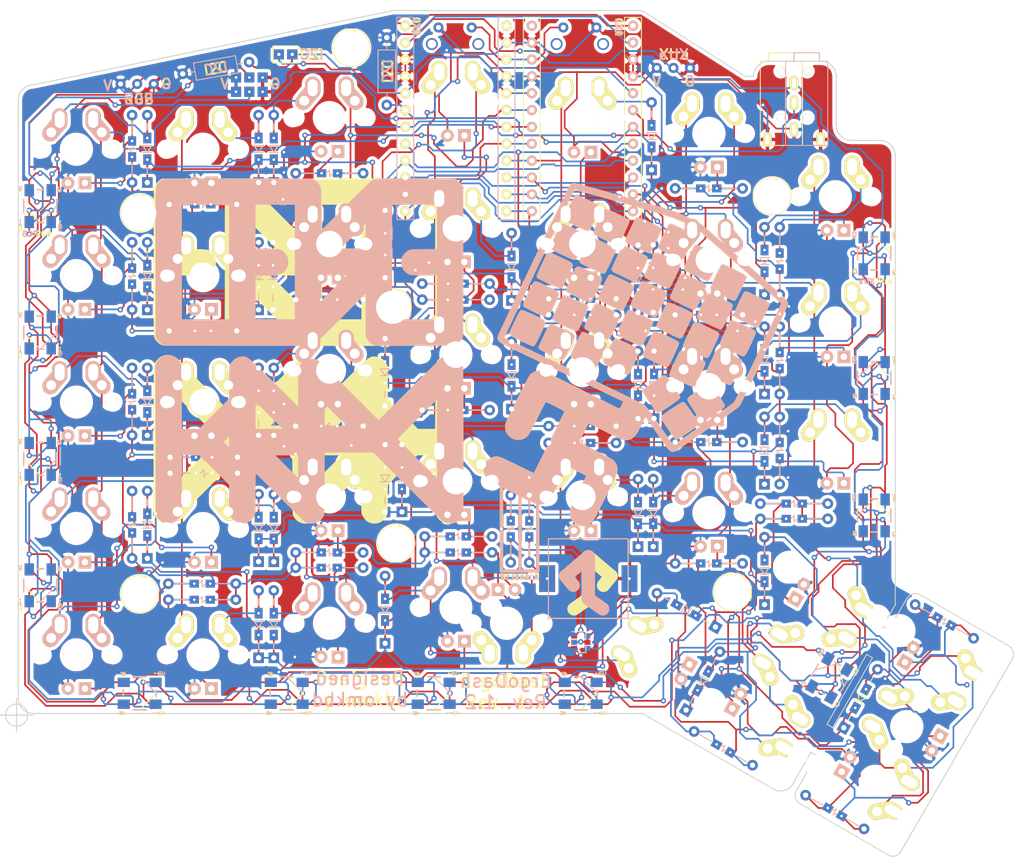
<source format=kicad_pcb>
(kicad_pcb (version 20201116) (generator pcbnew)
  (title_block (title "ErgoDash Rev2") (date "2018-06-07") (rev "2.0") (company "Omkbd"))
  (layers (0 "F.Cu" signal) (31 "B.Cu" signal) (34 "B.Paste" user) (35 "F.Paste" user) (36 "B.SilkS" user "B.Silkscreen") (37 "F.SilkS" user "F.Silkscreen") (38 "B.Mask" user) (39 "F.Mask" user) (44 "Edge.Cuts" user))
  (net 0 "")
  (net 1 "/row0")
  (net 2 "Net-(D1-Pad2)")
  (net 3 "/row1")
  (net 4 "Net-(D2-Pad2)")
  (net 5 "/row2")
  (net 6 "Net-(D3-Pad2)")
  (net 7 "/row3")
  (net 8 "Net-(D4-Pad2)")
  (net 9 "Net-(D5-Pad2)")
  (net 10 "Net-(D6-Pad2)")
  (net 11 "Net-(D7-Pad2)")
  (net 12 "Net-(D8-Pad2)")
  (net 13 "Net-(D9-Pad2)")
  (net 14 "Net-(D10-Pad2)")
  (net 15 "Net-(D11-Pad2)")
  (net 16 "Net-(D12-Pad2)")
  (net 17 "Net-(D13-Pad2)")
  (net 18 "Net-(D14-Pad2)")
  (net 19 "Net-(D15-Pad2)")
  (net 20 "Net-(D16-Pad2)")
  (net 21 "Net-(D17-Pad2)")
  (net 22 "Net-(D18-Pad2)")
  (net 23 "Net-(D19-Pad2)")
  (net 24 "Net-(D20-Pad2)")
  (net 25 "Net-(D21-Pad2)")
  (net 26 "Net-(D22-Pad2)")
  (net 27 "Net-(D23-Pad2)")
  (net 28 "Net-(D24-Pad2)")
  (net 29 "Net-(D25-Pad2)")
  (net 30 "Net-(D26-Pad2)")
  (net 31 "Net-(D27-Pad2)")
  (net 32 "Net-(D28-Pad2)")
  (net 33 "/xtradata")
  (net 34 "GND")
  (net 35 "/sda/uart")
  (net 36 "VCC")
  (net 37 "/scl")
  (net 38 "/col0")
  (net 39 "/col1")
  (net 40 "/col2")
  (net 41 "/col3")
  (net 42 "/col4")
  (net 43 "/col5")
  (net 44 "/col6")
  (net 45 "/rst")
  (net 46 "Net-(D29-Pad2)")
  (net 47 "/row4")
  (net 48 "Net-(D30-Pad2)")
  (net 49 "Net-(D31-Pad2)")
  (net 50 "Net-(D32-Pad2)")
  (net 51 "Net-(D33-Pad2)")
  (net 52 "Net-(D34-Pad2)")
  (net 53 "/RBG")
  (net 54 "/RX")
  (net 55 "Net-(LED10-Pad4)")
  (net 56 "Net-(LED10-Pad2)")
  (net 57 "Net-(J4-Pad2)")
  (net 58 "Net-(J5-Pad2)")
  (net 59 "Net-(LED1-Pad4)")
  (net 60 "Net-(LED2-Pad4)")
  (net 61 "Net-(LED3-Pad4)")
  (net 62 "Net-(LED4-Pad4)")
  (net 63 "Net-(LED5-Pad4)")
  (net 64 "Net-(LED6-Pad4)")
  (net 65 "Net-(LED7-Pad4)")
  (net 66 "Net-(LED8-Pad4)")
  (net 67 "Net-(LED11-Pad4)")
  (net 68 "Net-(D35-Pad1)")
  (net 69 "Net-(D36-Pad1)")
  (net 70 "Net-(D37-Pad1)")
  (net 71 "Net-(D38-Pad1)")
  (net 72 "Net-(D39-Pad1)")
  (net 73 "Net-(D40-Pad1)")
  (net 74 "Net-(D41-Pad1)")
  (net 75 "Net-(D42-Pad1)")
  (net 76 "Net-(D43-Pad1)")
  (net 77 "Net-(D44-Pad1)")
  (net 78 "Net-(D45-Pad1)")
  (net 79 "Net-(D46-Pad1)")
  (net 80 "Net-(D47-Pad1)")
  (net 81 "Net-(D48-Pad1)")
  (net 82 "Net-(D49-Pad1)")
  (net 83 "Net-(D50-Pad1)")
  (net 84 "Net-(D51-Pad1)")
  (net 85 "Net-(D52-Pad1)")
  (net 86 "Net-(D53-Pad1)")
  (net 87 "Net-(D54-Pad1)")
  (net 88 "Net-(D55-Pad1)")
  (net 89 "Net-(D56-Pad1)")
  (net 90 "Net-(D57-Pad1)")
  (net 91 "Net-(D58-Pad1)")
  (net 92 "Net-(D59-Pad1)")
  (net 93 "Net-(D60-Pad1)")
  (net 94 "Net-(D61-Pad1)")
  (net 95 "Net-(D62-Pad1)")
  (net 96 "Net-(D63-Pad1)")
  (net 97 "Net-(D64-Pad1)")
  (net 98 "Net-(D65-Pad1)")
  (net 99 "Net-(D66-Pad1)")
  (net 100 "Net-(Q1-Pad1)")
  (net 101 "Net-(Q1-Pad3)")
  (net 102 "/Backlight")
  (net 103 "/Audio")
  (net 104 "Net-(D68-Pad2)")
  (net 105 "Net-(D69-Pad1)")
  (net 106 "Net-(D70-Pad1)")
  (net 107 "Net-(D71-Pad1)")
  (net 108 "Net-(D72-Pad1)")
  (net 109 "Net-(M1-Pad2)")
  (footprint "library:R_Axial_DIN0207_L6.3mm_D2.5mm_P10.16mm_Horizontal" (layer "F.Cu") (at 102.997 46.609 10)
    (fp_text reference "R1" hide)
    (fp_text value "R")
  )
  (footprint "library:R_Axial_DIN0207_L6.3mm_D2.5mm_P10.16mm_Horizontal" (layer "F.Cu") (at 133.731 41.148 -90)
    (fp_text reference "R2" hide)
    (fp_text value "R")
  )
  (footprint "library:tact_switch2" (layer "F.Cu") (at 162.814 39.624)
    (fp_text reference "SW29" hide)
    (fp_text value "SW_Push")
  )
  (footprint "library:hole" (layer "F.Cu") (at 134.62 81.788)
    (fp_text reference "U1")
    (fp_text value "HOLE")
  )
  (footprint "library:hole" (layer "F.Cu") (at 191.77 65.024)
    (fp_text reference "U2")
    (fp_text value "HOLE")
  )
  (footprint "library:hole" (layer "F.Cu") (at 185.801 124.714)
    (fp_text reference "U4")
    (fp_text value "HOLE")
  )
  (footprint "library:hole" (layer "F.Cu") (at 96.52 67.564)
    (fp_text reference "U5")
    (fp_text value "HOLE")
  )
  (footprint "library:hole" (layer "F.Cu") (at 96.52 124.968)
    (fp_text reference "U7")
    (fp_text value "HOLE")
  )
  (footprint "library:jumper_smd_2dub" (layer "F.Cu") (at 118.491 43.688)
    (fp_text reference "W1" hide)
    (fp_text value "jumper_smd")
  )
  (footprint "library:trrs_jack2" (layer "F.Cu") (at 195.072 44.704 -90)
    (fp_text reference "J1" hide)
    (fp_text value "5PIN")
  )
  (footprint "library:conn3" (layer "F.Cu") (at 96.139 48.133)
    (fp_text reference "J2" hide)
    (fp_text value "Conn_01x03")
  )
  (footprint "library:conn3" (layer "F.Cu") (at 176.911 45.72)
    (fp_text reference "J3")
    (fp_text value "Conn_01x03")
  )
  (footprint "library:hole" (layer "F.Cu") (at 135.128 117.348)
    (fp_text reference "U8")
    (fp_text value "HOLE")
  )
  (footprint "library:Resistors_SMD_THT" (layer "F.Cu") (at 95.377 52.832 -90)
    (fp_text reference "R3" hide)
    (fp_text value "R")
  )
  (footprint "library:Resistors_SMD_THT" (layer "F.Cu") (at 111.125 66.294 180)
    (fp_text reference "R4" hide)
    (fp_text value "R")
  )
  (footprint "library:Resistors_SMD_THT" (layer "F.Cu") (at 120.015 61.595)
    (fp_text reference "R5" hide)
    (fp_text value "R")
  )
  (footprint "library:Resistors_SMD_THT" (layer "F.Cu") (at 139.065 78.232)
    (fp_text reference "R6" hide)
    (fp_text value "R")
  )
  (footprint "library:Resistors_SMD_THT" (layer "F.Cu") (at 158.115 80.518)
    (fp_text reference "R7" hide)
    (fp_text value "R")
  )
  (footprint "library:Resistors_SMD_THT" (layer "F.Cu") (at 187.325 63.881 180)
    (fp_text reference "R8" hide)
    (fp_text value "R")
  )
  (footprint "library:Resistors_SMD_THT" (layer "F.Cu") (at 192.913 69.723 -90)
    (fp_text reference "R9" hide)
    (fp_text value "R")
  )
  (footprint "library:Resistors_SMD_THT" (layer "F.Cu") (at 95.377 72.009 -90)
    (fp_text reference "R10" hide)
    (fp_text value "R")
  )
  (footprint "library:Resistors_SMD_THT" (layer "F.Cu") (at 111.125 85.344 180)
    (fp_text reference "R11" hide)
    (fp_text value "R")
  )
  (footprint "library:Resistors_SMD_THT" (layer "F.Cu") (at 130.175 80.645 180)
    (fp_text reference "R12" hide)
    (fp_text value "R")
  )
  (footprint "library:Resistors_SMD_THT" (layer "F.Cu") (at 149.225 80.645 180)
    (fp_text reference "R15" hide)
    (fp_text value "R")
  )
  (footprint "library:Resistors_SMD_THT" (layer "F.Cu") (at 168.275 82.931 180)
    (fp_text reference "R16" hide)
    (fp_text value "R")
  )
  (footprint "library:Resistors_SMD_THT" (layer "F.Cu") (at 187.325 82.931 180)
    (fp_text reference "R17" hide)
    (fp_text value "R")
  )
  (footprint "library:Resistors_SMD_THT" (layer "F.Cu") (at 192.913 84.709 -90)
    (fp_text reference "R18" hide)
    (fp_text value "R")
  )
  (footprint "library:Resistors_SMD_THT" (layer "F.Cu") (at 95.377 90.932 -90)
    (fp_text reference "R19" hide)
    (fp_text value "R")
  )
  (footprint "library:Resistors_SMD_THT" (layer "F.Cu") (at 101.092 104.394)
    (fp_text reference "R20" hide)
    (fp_text value "R")
  )
  (footprint "library:Resistors_SMD_THT" (layer "F.Cu") (at 130.175 99.695 180)
    (fp_text reference "R21" hide)
    (fp_text value "R")
  )
  (footprint "library:Resistors_SMD_THT" (layer "F.Cu") (at 149.225 97.282 180)
    (fp_text reference "R22" hide)
    (fp_text value "R")
  )
  (footprint "library:Resistors_SMD_THT" (layer "F.Cu") (at 168.275 99.695 180)
    (fp_text reference "R23" hide)
    (fp_text value "R")
  )
  (footprint "library:Resistors_SMD_THT" (layer "F.Cu") (at 187.325 102.108 180)
    (fp_text reference "R24" hide)
    (fp_text value "R")
  )
  (footprint "library:Resistors_SMD_THT" (layer "F.Cu") (at 192.913 108.458 90)
    (fp_text reference "R25" hide)
    (fp_text value "R")
  )
  (footprint "library:Resistors_SMD_THT" (layer "F.Cu") (at 101.092 106.807)
    (fp_text reference "R26" hide)
    (fp_text value "R")
  )
  (footprint "library:Resistors_SMD_THT" (layer "F.Cu") (at 95.377 109.474 -90)
    (fp_text reference "R27" hide)
    (fp_text value "R")
  )
  (footprint "library:Resistors_SMD_THT" (layer "F.Cu") (at 130.175 118.745 180)
    (fp_text reference "R28" hide)
    (fp_text value "R")
  )
  (footprint "library:Resistors_SMD_THT" (layer "F.Cu") (at 149.606 116.332 180)
    (fp_text reference "R29" hide)
    (fp_text value "R")
  )
  (footprint "library:Resistors_SMD_THT" (layer "F.Cu") (at 187.325 120.396 180)
    (fp_text reference "R31" hide)
    (fp_text value "R")
  )
  (footprint "library:Resistors_SMD_THT" (layer "F.Cu") (at 180.019212 145.722 -30)
    (fp_text reference "R32" hide)
    (fp_text value "R")
  )
  (footprint "library:Resistors_SMD_THT" (layer "F.Cu") (at 100.838 123.444)
    (fp_text reference "R33" hide)
    (fp_text value "R")
  )
  (footprint "library:Resistors_SMD_THT" (layer "F.Cu") (at 100.838 125.857)
    (fp_text reference "R34" hide)
    (fp_text value "R")
  )
  (footprint "library:Resistors_SMD_THT" (layer "F.Cu") (at 130.175 121.031 180)
    (fp_text reference "R35" hide)
    (fp_text value "R")
  )
  (footprint "library:Resistors_SMD_THT" (layer "F.Cu") (at 149.606 118.745 180)
    (fp_text reference "R36" hide)
    (fp_text value "R")
  )
  (footprint "library:hole" (layer "F.Cu") (at 128.397 42.672)
    (fp_text reference "U9")
    (fp_text value "HOLE")
  )
  (footprint "library:CHERRY_MX_LED2" (layer "F.Cu") (at 86.995 57.9755)
    (fp_text reference "D35")
    (fp_text value "LED" hide)
  )
  (footprint "library:CHERRY_MX_LED2" (layer "F.Cu") (at 106.045 57.9755)
    (fp_text reference "D36")
    (fp_text value "LED" hide)
  )
  (footprint "library:CHERRY_MX_LED2" (layer "F.Cu") (at 125.095 53.213)
    (fp_text reference "D37")
    (fp_text value "LED" hide)
  )
  (footprint "library:CHERRY_MX_LED2" (layer "F.Cu") (at 144.145 50.83175)
    (fp_text reference "D38")
    (fp_text value "LED" hide)
  )
  (footprint "library:CHERRY_MX_LED2" (layer "F.Cu") (at 163.195 53.34)
    (fp_text reference "D39")
    (fp_text value "LED" hide)
  )
  (footprint "library:CHERRY_MX_LED2" (layer "F.Cu") (at 182.245 55.59425)
    (fp_text reference "D40")
    (fp_text value "LED" hide)
  )
  (footprint "library:CHERRY_MX_LED2" (layer "F.Cu") (at 201.295 65.11925)
    (fp_text reference "D41")
    (fp_text value "LED" hide)
  )
  (footprint "library:CHERRY_MX_LED2" (layer "F.Cu") (at 86.995 77.0255)
    (fp_text reference "D42")
    (fp_text value "LED" hide)
  )
  (footprint "library:CHERRY_MX_LED2" (layer "F.Cu") (at 106.045 77.0255)
    (fp_text reference "D43")
    (fp_text value "LED" hide)
  )
  (footprint "library:CHERRY_MX_LED2" (layer "F.Cu") (at 125.095 72.263)
    (fp_text reference "D44")
    (fp_text value "LED" hide)
  )
  (footprint "library:CHERRY_MX_LED2" (layer "F.Cu") (at 144.145 69.88175)
    (fp_text reference "D45")
    (fp_text value "LED" hide)
  )
  (footprint "library:CHERRY_MX_LED2" (layer "F.Cu") (at 163.195 72.263)
    (fp_text reference "D46")
    (fp_text value "LED" hide)
  )
  (footprint "library:CHERRY_MX_LED2" (layer "F.Cu") (at 182.245 74.64425)
    (fp_text reference "D47")
    (fp_text value "LED" hide)
  )
  (footprint "library:CHERRY_MX_LED2" (layer "F.Cu") (at 201.295 84.16925)
    (fp_text reference "D48")
    (fp_text value "LED" hide)
  )
  (footprint "library:CHERRY_MX_LED2" (layer "F.Cu") (at 86.995 96.0755)
    (fp_text reference "D49")
    (fp_text value "LED" hide)
  )
  (footprint "library:CHERRY_MX_LED2" (layer "F.Cu") (at 106.045 96.0755)
    (fp_text reference "D50")
    (fp_text value "LED" hide)
  )
  (footprint "library:CHERRY_MX_LED2" (layer "F.Cu") (at 125.095 91.313)
    (fp_text reference "D51")
    (fp_text value "LED" hide)
  )
  (footprint "library:CHERRY_MX_LED2" (layer "F.Cu") (at 144.145 88.93175)
    (fp_text reference "D52")
    (fp_text value "LED" hide)
  )
  (footprint "library:CHERRY_MX_LED2" (layer "F.Cu") (at 163.195 91.313)
    (fp_text reference "D53")
    (fp_text value "LED" hide)
  )
  (footprint "library:CHERRY_MX_LED2" (layer "F.Cu") (at 182.245 93.69425)
    (fp_text reference "D54")
    (fp_text value "LED" hide)
  )
  (footprint "library:CHERRY_MX_LED2" (layer "F.Cu") (at 201.295 103.21925)
    (fp_text reference "D55")
    (fp_text value "LED" hide)
  )
  (footprint "library:CHERRY_MX_LED2" (layer "F.Cu") (at 86.995 115.1255)
    (fp_text reference "D56")
    (fp_text value "LED" hide)
  )
  (footprint "library:CHERRY_MX_LED2" (layer "F.Cu") (at 106.045 115.1255)
    (fp_text reference "D57")
    (fp_text value "LED" hide)
  )
  (footprint "library:CHERRY_MX_LED2" (layer "F.Cu") (at 125.095 110.363)
    (fp_text reference "D58")
    (fp_text value "LED" hide)
  )
  (footprint "library:CHERRY_MX_LED2" (layer "F.Cu") (at 144.145 107.98175)
    (fp_text reference "D59")
    (fp_text value "LED" hide)
  )
  (footprint "library:CHERRY_MX_LED2" (layer "F.Cu") (at 163.195 110.363)
    (fp_text reference "D60")
    (fp_text value "LED" hide)
  )
  (footprint "library:CHERRY_MX_LED2" (layer "F.Cu") (at 182.245 112.74425)
    (fp_text reference "D61")
    (fp_text value "LED" hide)
  )
  (footprint "library:CHERRY_MX_LED2" (layer "F.Cu") (at 174.292 134.17525 60)
    (fp_text reference "D62")
    (fp_text value "LED" hide)
  )
  (footprint "library:CHERRY_MX_LED2" (layer "F.Cu") (at 86.995 134.1755)
    (fp_text reference "D63")
    (fp_text value "LED" hide)
  )
  (footprint "library:CHERRY_MX_LED2" (layer "F.Cu") (at 106.045 134.1755)
    (fp_text reference "D64")
    (fp_text value "LED" hide)
  )
  (footprint "library:CHERRY_MX_LED2" (layer "F.Cu") (at 125.095 129.413)
    (fp_text reference "D65")
    (fp_text value "LED" hide)
  )
  (footprint "library:CHERRY_MX_LED2" (layer "F.Cu") (at 144.145 127.03175)
    (fp_text reference "D66")
    (fp_text value "LED" hide)
  )
  (footprint "library:ProMicro_rev" (layer "F.Cu") (at 144.145 53.34)
    (fp_text reference "U3" hide)
    (fp_text value "ProMicro" hide)
  )
  (footprint "library:CHERRY_MX_LED2" (layer "F.Cu") (at 151.765 129.413 180)
    (fp_text reference "D67")
    (fp_text value "LED" hide)
  )
  (footprint "library:Diode_SMD_THT2" (layer "F.Cu") (at 202.565 145.161 60)
    (fp_text reference "D68" hide)
    (fp_text value "D")
  )
  (footprint "library:SOT-23_2" (layer "F.Cu") (at 162.957 132.273)
    (fp_text reference "Q1")
    (fp_text value "IRLML6344TRPbF")
  )
  (footprint "library:MX_ALPS" (layer "F.Cu") (at 106.045 57.9755)
    (fp_text reference "SW5" hide)
    (fp_text value "SW_PUSH" hide)
  )
  (footprint "library:MX_ALPS" (layer "F.Cu") (at 106.045 77.0255)
    (fp_text reference "SW6" hide)
    (fp_text value "SW_PUSH" hide)
  )
  (footprint "library:MX_ALPS" (layer "F.Cu") (at 106.045 96.0755)
    (fp_text reference "SW7" hide)
    (fp_text value "SW_PUSH" hide)
  )
  (footprint "library:MX_ALPS" (layer "F.Cu") (at 106.045 115.1255)
    (fp_text reference "SW8" hide)
    (fp_text value "SW_PUSH" hide)
  )
  (footprint "library:MX_ALPS" (layer "F.Cu") (at 125.095 110.363)
    (fp_text reference "SW12" hide)
    (fp_text value "SW_PUSH" hide)
  )
  (footprint "library:MX_ALPS" (layer "F.Cu") (at 144.145 50.83175)
    (fp_text reference "SW13" hide)
    (fp_text value "SW_PUSH" hide)
  )
  (footprint "library:MX_ALPS" (layer "F.Cu") (at 144.145 69.88175)
    (fp_text reference "SW14" hide)
    (fp_text value "SW_PUSH" hide)
  )
  (footprint "library:MX_ALPS" (layer "F.Cu") (at 144.145 88.93175)
    (fp_text reference "SW15" hide)
    (fp_text value "SW_PUSH" hide)
  )
  (footprint "library:MX_ALPS" (layer "F.Cu") (at 144.145 107.98175)
    (fp_text reference "SW16" hide)
    (fp_text value "SW_PUSH" hide)
  )
  (footprint "library:MX_ALPS" (layer "F.Cu") (at 163.195 53.213)
    (fp_text reference "SW17" hide)
    (fp_text value "SW_PUSH" hide)
  )
  (footprint "library:MX_ALPS" (layer "F.Cu") (at 163.195 72.263)
    (fp_text reference "SW18" hide)
    (fp_text value "SW_PUSH" hide)
  )
  (footprint "library:MX_ALPS" (layer "F.Cu") (at 163.195 91.313)
    (fp_text reference "SW19" hide)
    (fp_text value "SW_PUSH" hide)
  )
  (footprint "library:MX_ALPS" (layer "F.Cu") (at 163.195 110.363)
    (fp_text reference "SW20" hide)
    (fp_text value "SW_PUSH" hide)
  )
  (footprint "library:MX_ALPS" (layer "F.Cu") (at 182.245 55.59425)
    (fp_text reference "SW21" hide)
    (fp_text value "SW_PUSH" hide)
  )
  (footprint "library:MX_ALPS" (layer "F.Cu") (at 201.295 65.11925)
    (fp_text reference "SW25" hide)
    (fp_text value "SW_PUSH" hide)
  )
  (footprint "library:MX_ALPS" (layer "F.Cu") (at 201.295 84.16925)
    (fp_text reference "SW26" hide)
    (fp_text value "SW_PUSH" hide)
  )
  (footprint "library:MX_ALPS" (layer "F.Cu") (at 201.295 103.21925)
    (fp_text reference "SW27" hide)
    (fp_text value "SW_PUSH" hide)
  )
  (footprint "library:MX_ALPS" (layer "F.Cu") (at 200.315 127.2023 -120)
    (fp_text reference "SW28" hide)
    (fp_text value "SW_PUSH" hide)
  )
  (footprint "library:MX_ALPS" (layer "F.Cu") (at 106.045 134.1755)
    (fp_text reference "SW31" hide)
    (fp_text value "SW_PUSH" hide)
  )
  (footprint "library:MX_ALPS" (layer "F.Cu") (at 174.292 134.17525 60)
    (fp_text reference "SW34" hide)
    (fp_text value "SW_PUSH" hide)
  )
  (footprint "library:MX_ALPS" (layer "F.Cu") (at 190.79 143.7003 -120)
    (fp_text reference "SW35" hide)
    (fp_text value "SW_PUSH" hide)
  )
  (footprint "library:MX_ALPS" (layer "F.Cu") (at 195.5525 135.45125 60)
    (fp_text reference "SW36" hide)
    (fp_text value "SW_PUSH" hide)
  )
  (footprint "library:MX_ALPS" (layer "F.Cu") (at 151.765 129.413 180)
    (fp_text reference "SW38" hide)
    (fp_text value "SW_PUSH" hide)
  )
  (footprint "library:MX_ALPS" (layer "F.Cu") (at 216.813 136.72735 -120)
    (fp_text reference "SW39" hide)
    (fp_text value "SW_PUSH" hide)
  )
  (footprint "library:MX_ALPS" (layer "F.Cu") (at 212.0505 144.9763 60)
    (fp_text reference "SW40" hide)
    (fp_text value "SW_PUSH" hide)
  )
  (footprint "library:MX_ALPS" (layer "F.Cu") (at 207.288 153.22535 -120)
    (fp_text reference "SW41" hide)
    (fp_text value "SW_PUSH" hide)
  )
  (footprint "library:CHERRY_MX_LED2" (layer "F.Cu") (at 200.315 127.2023 -120)
    (fp_text reference "D69")
    (fp_text value "LED" hide)
  )
  (footprint "library:CHERRY_MX_LED2" (layer "F.Cu") (at 216.813 136.72735 -120)
    (fp_text reference "D70")
    (fp_text value "LED" hide)
  )
  (footprint "library:CHERRY_MX_LED2" (layer "F.Cu") (at 190.79 143.7003 -120)
    (fp_text reference "D71")
    (fp_text value "LED" hide)
  )
  (footprint "library:CHERRY_MX_LED2" (layer "F.Cu") (at 207.288 153.22535 -120)
    (fp_text reference "D72")
    (fp_text value "LED" hide)
  )
  (footprint "library:Resistors_SMD_THT" (layer "F.Cu") (at 189.992 111.379)
    (fp_text reference "R14" hide)
    (fp_text value "R")
  )
  (footprint "library:Resistors_SMD_THT" (layer "F.Cu") (at 189.992 113.665)
    (fp_text reference "R38" hide)
    (fp_text value "R")
  )
  (footprint "library:Resistors_SMD_THT" (layer "F.Cu") (at 205.613 160.401 150)
    (fp_text reference "R39" hide)
    (fp_text value "R")
  )
  (footprint "library:CHERRY_MX_LED2" (layer "F.Cu") (at 212.0505 144.9763 60)
    (fp_text reference "D73")
    (fp_text value "LED" hide)
  )
  (footprint "library:Diode_SMD_THT3" (layer "F.Cu") (at 97.663 62.992 90)
    (fp_text reference "D1" hide)
    (fp_text value "D")
  )
  (footprint "library:Diode_SMD_THT3" (layer "F.Cu") (at 97.663 82.169 90)
    (fp_text reference "D2" hide)
    (fp_text value "D")
  )
  (footprint "library:Diode_SMD_THT3" (layer "F.Cu") (at 97.663 101.092 90)
    (fp_text reference "D3" hide)
    (fp_text value "D")
  )
  (footprint "library:Diode_SMD_THT3" (layer "F.Cu") (at 114.427 120.121 90)
    (fp_text reference "D4" hide)
    (fp_text value "D")
  )
  (footprint "library:Diode_SMD_THT3" (layer "F.Cu") (at 114.427 62.992 90)
    (fp_text reference "D5" hide)
    (fp_text value "D")
  )
  (footprint "library:Diode_SMD_THT3" (layer "F.Cu") (at 114.427 82.169 90)
    (fp_text reference "D6" hide)
    (fp_text value "D")
  )
  (footprint "library:Diode_SMD_THT3" (layer "F.Cu") (at 114.427 101.092 90)
    (fp_text reference "D7" hide)
    (fp_text value "D")
  )
  (footprint "library:Diode_SMD_THT3" (layer "F.Cu") (at 116.713 120.142 90)
    (fp_text reference "D8" hide)
    (fp_text value "D")
  )
  (footprint "library:Diode_SMD_THT3" (layer "F.Cu") (at 116.713 62.992 90)
    (fp_text reference "D9" hide)
    (fp_text value "D")
  )
  (footprint "library:Diode_SMD_THT3" (layer "F.Cu") (at 116.586 82.169 90)
    (fp_text reference "D10" hide)
    (fp_text value "D")
  )
  (footprint "library:Diode_SMD_THT3" (layer "F.Cu") (at 116.713 101.092 90)
    (fp_text reference "D11" hide)
    (fp_text value "D")
  )
  (footprint "library:Diode_SMD_THT3" (layer "F.Cu") (at 133.477 112.649 90)
    (fp_text reference "D12" hide)
    (fp_text value "D")
  )
  (footprint "library:Diode_SMD_THT3" (layer "F.Cu") (at 133.477 77.343 90)
    (fp_text reference "D13" hide)
    (fp_text value "D")
  )
  (footprint "library:Diode_SMD_THT3" (layer "F.Cu") (at 152.527 80.772 90)
    (fp_text reference "D14" hide)
    (fp_text value "D")
  )
  (footprint "library:Diode_SMD_THT3" (layer "F.Cu") (at 136.017 112.628 90)
    (fp_text reference "D16" hide)
    (fp_text value "D")
  )
  (footprint "library:Diode_SMD_THT3" (layer "F.Cu") (at 173.609 61.087 90)
    (fp_text reference "D17" hide)
    (fp_text value "D")
  )
  (footprint "library:Diode_SMD_THT3" (layer "F.Cu") (at 152.527 97.134 90)
    (fp_text reference "D19" hide)
    (fp_text value "D")
  )
  (footprint "library:Diode_SMD_THT3" (layer "F.Cu") (at 171.577 117.856 90)
    (fp_text reference "D20" hide)
    (fp_text value "D")
  )
  (footprint "library:Diode_SMD_THT3" (layer "F.Cu") (at 173.863 82.55 90)
    (fp_text reference "D21" hide)
    (fp_text value "D")
  )
  (footprint "library:Diode_SMD_THT3" (layer "F.Cu") (at 171.577 82.571 90)
    (fp_text reference "D22" hide)
    (fp_text value "D")
  )
  (footprint "library:Diode_SMD_THT3" (layer "F.Cu") (at 173.99 98.552 90)
    (fp_text reference "D23" hide)
    (fp_text value "D")
  )
  (footprint "library:Diode_SMD_THT3" (layer "F.Cu") (at 173.863 117.856 90)
    (fp_text reference "D24" hide)
    (fp_text value "D")
  )
  (footprint "library:Diode_SMD_THT3" (layer "F.Cu") (at 190.627 79.883 90)
    (fp_text reference "D25" hide)
    (fp_text value "D")
  )
  (footprint "library:Diode_SMD_THT3" (layer "F.Cu") (at 190.627 94.869 90)
    (fp_text reference "D26" hide)
    (fp_text value "D")
  )
  (footprint "library:Diode_SMD_THT3" (layer "F.Cu") (at 190.627 108.458 90)
    (fp_text reference "D27" hide)
    (fp_text value "D")
  )
  (footprint "library:Diode_SMD_THT3" (layer "F.Cu") (at 190.627 126.598 90)
    (fp_text reference "D28" hide)
    (fp_text value "D")
  )
  (footprint "library:Diode_SMD_THT3" (layer "F.Cu") (at 97.663 119.634 90)
    (fp_text reference "D29" hide)
    (fp_text value "D")
  )
  (footprint "library:Diode_SMD_THT3" (layer "F.Cu") (at 114.427 134.62 90)
    (fp_text reference "D30" hide)
    (fp_text value "D")
  )
  (footprint "library:Diode_SMD_THT3" (layer "F.Cu") (at 116.713 134.62 90)
    (fp_text reference "D31" hide)
    (fp_text value "D")
  )
  (footprint "library:Diode_SMD_THT3" (layer "F.Cu") (at 183.23003 129.974 150)
    (fp_text reference "D33" hide)
    (fp_text value "D")
  )
  (footprint "library:Diode_SMD_THT3" (layer "F.Cu") (at 178.816 142.494 60)
    (fp_text reference "D34" hide)
    (fp_text value "D")
  )
  (footprint "library:PKLCS1212E4001-R1" (layer "F.Cu") (at 164.084 122.682)
    (fp_text reference "M1")
    (fp_text value "Speaker" hide)
  )
  (footprint "library:Resistors_SMD_THT" (layer "F.Cu") (at 158.115 102.235)
    (fp_text reference "R30" hide)
    (fp_text value "R")
  )
  (footprint "library:Resistors_SMD_THT" (layer "F.Cu") (at 152.4 110.088 -90)
    (fp_text reference "R13" hide)
    (fp_text value "1k")
  )
  (footprint "library:logo9" (layer "F.Cu") (at 146.177 88.519)
    (fp_text reference "G***" hide)
    (fp_text value "LOGO" hide)
  )
  (footprint "library:jumper2" (layer "F.Cu") (at 113.03 49.149)
    (fp_text reference "J4")
    (fp_text value "GS3")
  )
  (footprint "library:jumper2" (layer "F.Cu") (at 113.03 51.308)
    (fp_text reference "J5")
    (fp_text value "GS3")
  )
  (footprint "library:2U-Stabilizer" (layer "F.Cu") (at 195.5525 135.45125 -120)
    (fp_text reference "")
    (fp_text value "")
  )
  (footprint "library:2U-Stabilizer" (layer "F.Cu") (at 212.0505 144.9763 -120)
    (fp_text reference "")
    (fp_text value "")
  )
  (footprint "library:Diode_SMD_THT3" (layer "F.Cu") (at 133.477 132.44 90)
    (fp_text reference "D32" hide)
    (fp_text value "D")
  )
  (footprint "library:Resistors_SMD_THT" (layer "F.Cu") (at 222.11796 131.674 150)
    (fp_text reference "R37" hide)
    (fp_text value "R")
  )
  (footprint "library:Diode_SMD_THT3" (layer "F.Cu") (at 133.477 96.668 90)
    (fp_text reference "D15" hide)
    (fp_text value "D")
  )
  (footprint "library:Diode_SMD_THT3" (layer "F.Cu") (at 171.577 98.573 90)
    (fp_text reference "D18" hide)
    (fp_text value "D")
  )
  (footprint "library:Resistors_SMD_THT" (layer "F.Cu") (at 155.194 110.109 -90)
    (fp_text reference "R40" hide)
    (fp_text value "1k")
  )
  (footprint "library:tact_switch2" (layer "B.Cu") (at 144.018 39.624 180)
    (fp_text reference "SW37" hide)
    (fp_text value "SW_Push")
  )
  (footprint "library:ProMicro_rev" (layer "B.Cu") (at 163.195 53.34 180)
    (fp_text reference "U6" hide)
    (fp_text value "ProMicro" hide)
  )
  (footprint "library:MX_ALPS" (layer "B.Cu") (at 86.995 57.9755 180)
    (fp_text reference "SW1" hide)
    (fp_text value "SW_PUSH" hide)
  )
  (footprint "library:MX_ALPS" (layer "B.Cu") (at 86.995 77.0255 180)
    (fp_text reference "SW2" hide)
    (fp_text value "SW_PUSH" hide)
  )
  (footprint "library:MX_ALPS" (layer "B.Cu") (at 86.995 96.0755 180)
    (fp_text reference "SW3" hide)
    (fp_text value "SW_PUSH" hide)
  )
  (footprint "library:MX_ALPS" (layer "B.Cu") (at 86.995 115.1255 180)
    (fp_text reference "SW4" hide)
    (fp_text value "SW_PUSH" hide)
  )
  (footprint "library:MX_ALPS" (layer "B.Cu") (at 125.095 53.213 180)
    (fp_text reference "SW9" hide)
    (fp_text value "SW_PUSH" hide)
  )
  (footprint "library:MX_ALPS" (layer "B.Cu") (at 125.095 72.263 180)
    (fp_text reference "SW10" hide)
    (fp_text value "SW_PUSH" hide)
  )
  (footprint "library:MX_ALPS" (layer "B.Cu") (at 125.095 91.313 180)
    (fp_text reference "SW11" hide)
    (fp_text value "SW_PUSH" hide)
  )
  (footprint "library:MX_ALPS" (layer "B.Cu") (at 182.245 74.64425 180)
    (fp_text reference "SW22" hide)
    (fp_text value "SW_PUSH" hide)
  )
  (footprint "library:MX_ALPS" (layer "B.Cu") (at 182.245 93.69425 180)
    (fp_text reference "SW23" hide)
    (fp_text value "SW_PUSH" hide)
  )
  (footprint "library:MX_ALPS" (layer "B.Cu") (at 182.245 112.74425 180)
    (fp_text reference "SW24" hide)
    (fp_text value "SW_PUSH" hide)
  )
  (footprint "library:MX_ALPS" (layer "B.Cu") (at 86.995 134.1755 180)
    (fp_text reference "SW30" hide)
    (fp_text value "SW_PUSH" hide)
  )
  (footprint "library:MX_ALPS" (layer "B.Cu") (at 125.095 129.413 180)
    (fp_text reference "SW32" hide)
    (fp_text value "SW_PUSH" hide)
  )
  (footprint "library:MX_ALPS" (layer "B.Cu") (at 144.145 127.03175 180)
    (fp_text reference "SW33" hide)
    (fp_text value "SW_PUSH" hide)
  )
  (footprint "library:WS2812B-5" (layer "B.Cu") (at 81.534 66.548)
    (fp_text reference "LED1")
    (fp_text value "WS2812B" hide)
  )
  (footprint "library:WS2812B-5" (layer "B.Cu") (at 81.534 85.598)
    (fp_text reference "LED2")
    (fp_text value "WS2812B" hide)
  )
  (footprint "library:WS2812B-5" (layer "B.Cu") (at 81.534 104.648)
    (fp_text reference "LED3")
    (fp_text value "WS2812B" hide)
  )
  (footprint "library:WS2812B-5" (layer "B.Cu") (at 81.534 123.698)
    (fp_text reference "LED4")
    (fp_text value "WS2812B" hide)
  )
  (footprint "library:WS2812B-5" (layer "B.Cu") (at 96.52 139.954 90)
    (fp_text reference "LED5")
    (fp_text value "WS2812B" hide)
  )
  (footprint "library:WS2812B-5" (layer "B.Cu") (at 118.660333 139.954 90)
    (fp_text reference "LED6")
    (fp_text value "WS2812B" hide)
  )
  (footprint "library:WS2812B-5" (layer "B.Cu") (at 140.800667 139.954 90)
    (fp_text reference "LED7")
    (fp_text value "WS2812B" hide)
  )
  (footprint "library:WS2812B-5" (layer "B.Cu") (at 162.941 139.954 90)
    (fp_text reference "LED8")
    (fp_text value "WS2812B" hide)
  )
  (footprint "library:WS2812B-5" (layer "B.Cu") (at 200.406 137.668 150)
    (fp_text reference "LED9")
    (fp_text value "WS2812B" hide)
  )
  (footprint "library:WS2812B-5" (layer "B.Cu") (at 207.137 113.157 180)
    (fp_text reference "LED10")
    (fp_text value "WS2812B" hide)
  )
  (footprint "library:WS2812B-5" (layer "B.Cu") (at 207.137 92.456 180)
    (fp_text reference "LED11")
    (fp_text value "WS2812B" hide)
  )
  (footprint "library:WS2812B-5" (layer "B.Cu") (at 207.137 73.66 180)
    (fp_text reference "LED12")
    (fp_text value "WS2812B" hide)
  )
  (footprint "library:logo8" (layer "B.Cu") (at 146.558 88.519 180)
    (fp_text reference "G***" hide)
    (fp_text value "LOGO" hide)
  )
  (gr_line (start 153.919961 108.585147) (end 156.459961 108.585147) (layer "B.SilkS") (width 0.5))
  (gr_line (start 153.919961 121.539147) (end 156.459961 121.539147) (layer "B.SilkS") (width 0.5))
  (gr_line (start 156.459961 121.539147) (end 156.459961 108.585147) (layer "B.SilkS") (width 0.5))
  (gr_line (start 153.797 108.585) (end 153.797 121.539) (layer "B.SilkS") (width 0.5))
  (gr_line (start 164.101402 125.726632) (end 164.101402 119.376632) (layer "B.SilkS") (width 2))
  (gr_line (start 164.101402 119.376632) (end 160.672402 122.297632) (layer "B.SilkS") (width 2))
  (gr_line (start 160.672402 122.297632) (end 161.815402 123.694632) (layer "B.SilkS") (width 2))
  (gr_line (start 166.260402 127.250632) (end 164.101402 125.726632) (layer "B.SilkS") (width 2))
  (gr_line (start 151.003 121.539) (end 153.924 121.539) (layer "B.SilkS") (width 0.5))
  (gr_line (start 151.003 108.585) (end 151.003 121.539) (layer "B.SilkS") (width 0.5))
  (gr_line (start 151.003 121.539) (end 151.003 108.585) (layer "F.SilkS") (width 0.5))
  (gr_line (start 167.513 122.301) (end 166.37 123.698) (layer "F.SilkS") (width 2))
  (gr_line (start 156.464 108.585) (end 156.464 121.539) (layer "F.SilkS") (width 0.5))
  (gr_line (start 161.925 127.254) (end 164.084 125.73) (layer "F.SilkS") (width 2))
  (gr_line (start 164.084 119.38) (end 167.513 122.301) (layer "F.SilkS") (width 2))
  (gr_line (start 164.084 125.73) (end 164.084 119.38) (layer "F.SilkS") (width 2))
  (gr_line (start 153.924 108.585) (end 156.464 108.585) (layer "F.SilkS") (width 0.5))
  (gr_line (start 151.003 121.539) (end 156.464 121.539) (layer "F.SilkS") (width 0.5))
  (gr_line (start 153.797 121.539) (end 153.797 108.585) (layer "F.SilkS") (width 0.5))
  (gr_arc (start 191.262 46.99) (end 188.976 46.99) (angle 90) (layer "Edge.Cuts") (width 0.15))
  (gr_arc (start 208.026 58.928) (end 208.026 56.642) (angle 90) (layer "Edge.Cuts") (width 0.15))
  (gr_line (start 197.612 148.844) (end 198.501 149.352) (angle 90) (layer "Edge.Cuts") (width 0.15))
  (gr_line (start 210.312 126.619) (end 208.407 129.921) (angle 90) (layer "Edge.Cuts") (width 0.15))
  (gr_line (start 80.518 143.002) (end 114.808 143.002) (angle 90) (layer "Edge.Cuts") (width 0.15))
  (gr_line (start 114.808 143.002) (end 172.212 143.002) (angle 90) (layer "Edge.Cuts") (width 0.15))
  (gr_line (start 194.945 153.543) (end 197.612 148.844) (angle 90) (layer "Edge.Cuts") (width 0.15))
  (gr_line (start 212.09 125.603) (end 209.296 130.429) (angle 90) (layer "Edge.Cuts") (width 0.15))
  (gr_arc (start 209.931 163.068) (end 211.074 163.957) (angle 90) (layer "Edge.Cuts") (width 0.15))
  (gr_arc (start 203.708 54.356) (end 203.708 56.642) (angle 90) (layer "Edge.Cuts") (width 0.15))
  (gr_arc (start 199.136 46.99) (end 199.136 44.704) (angle 90) (layer "Edge.Cuts") (width 0.15))
  (gr_line (start 163.576 37.084) (end 172.212 37.084) (angle 90) (layer "Edge.Cuts") (width 0.15))
  (gr_line (start 191.262 44.704) (end 199.136 44.704) (angle 90) (layer "Edge.Cuts") (width 0.15))
  (gr_line (start 211.074 163.957) (end 227.838 135.001) (angle 90) (layer "Edge.Cuts") (width 0.15))
  (gr_line (start 134.62 37.084) (end 80.518 48.26) (angle 90) (layer "Edge.Cuts") (width 0.15))
  (gr_line (start 172.212 37.084) (end 187.706 46.99) (angle 90) (layer "Edge.Cuts") (width 0.15))
  (gr_arc (start 196.723 155.321) (end 195.961 156.591) (angle 90) (layer "Edge.Cuts") (width 0.15))
  (gr_line (start 195.961 156.591) (end 209.042 164.211) (angle 90) (layer "Edge.Cuts") (width 0.15))
  (gr_line (start 200.025 144.653) (end 200.914 145.161) (angle 90) (layer "Edge.Cuts") (width 0.15))
  (gr_line (start 208.407 129.921) (end 209.296 130.429) (angle 90) (layer "Edge.Cuts") (width 0.15))
  (gr_line (start 210.312 58.928) (end 210.312 110.236) (angle 90) (layer "Edge.Cuts") (width 0.15))
  (gr_line (start 214.249 125.222) (end 227.457 132.842) (angle 90) (layer "Edge.Cuts") (width 0.15))
  (gr_line (start 198.501 149.352) (end 195.453 154.559) (angle 90) (layer "Edge.Cuts") (width 0.15))
  (gr_arc (start 193.04 152.527) (end 194.945 153.543) (angle 90) (layer "Edge.Cuts") (width 0.15))
  (gr_line (start 172.212 143.002) (end 192.024 154.432) (angle 90) (layer "Edge.Cuts") (width 0.15))
  (gr_arc (start 226.568 134.112) (end 227.457 132.842) (angle 90) (layer "Edge.Cuts") (width 0.15))
  (gr_arc (start 213.36 126.492) (end 212.09 125.603) (angle 90) (layer "Edge.Cuts") (width 0.15))
  (gr_line (start 188.976 46.99) (end 187.706 46.99) (angle 90) (layer "Edge.Cuts") (width 0.15))
  (gr_line (start 210.312 110.236) (end 210.312 122.174) (angle 90) (layer "Edge.Cuts") (width 0.15))
  (gr_line (start 200.025 144.653) (end 205.994 134.112) (angle 90) (layer "Edge.Cuts") (width 0.15))
  (gr_line (start 205.994 134.112) (end 206.883 134.62) (angle 90) (layer "Edge.Cuts") (width 0.15))
  (gr_line (start 134.62 37.084) (end 163.576 37.084) (angle 90) (layer "Edge.Cuts") (width 0.15))
  (gr_line (start 203.708 56.642) (end 208.026 56.642) (angle 90) (layer "Edge.Cuts") (width 0.15))
  (gr_line (start 210.312 122.174) (end 210.312 126.619) (angle 90) (layer "Edge.Cuts") (width 0.15))
  (gr_line (start 78.232 140.716) (end 78.232 50.546) (angle 90) (layer "Edge.Cuts") (width 0.15))
  (gr_arc (start 80.518 140.716) (end 80.518 143.002) (angle 90) (layer "Edge.Cuts") (width 0.15))
  (gr_arc (start 80.518 50.546) (end 78.232 50.546) (angle 90) (layer "Edge.Cuts") (width 0.15))
  (gr_line (start 200.914 145.161) (end 206.883 134.62) (angle 90) (layer "Edge.Cuts") (width 0.15))
  (gr_line (start 201.422 46.99) (end 201.422 54.356) (angle 90) (layer "Edge.Cuts") (width 0.15))
  (gr_text "Designed\nby omkbd" (at 129.667 139.319) (layer "B.SilkS") (effects (font (size 2 2) (thickness 0.3)) (justify mirror)))
  (gr_text "I2C" (at 122.428 43.688) (layer "B.SilkS") (effects (font (size 1.5 1.5) (thickness 0.3)) (justify mirror)))
  (gr_text "I2C" (at 133.890184 46.207917 90) (layer "B.SilkS") (effects (font (size 1.5 1.5) (thickness 0.3)) (justify mirror)))
  (gr_text "I2C" (at 107.982184 45.826917 10) (layer "B.SilkS") (effects (font (size 1.5 1.5) (thickness 0.3)) (justify mirror)))
  (gr_text "G" (at 116.967 48.133) (layer "B.SilkS") (effects (font (size 1.5 1.5) (thickness 0.3)) (justify mirror)))
  (gr_text "BL1k" (at 152.273 122.428) (layer "B.SilkS") (effects (font (size 0.8 0.8) (thickness 0.2)) (justify mirror)))
  (gr_text "RGB" (at 80.01 70.739) (layer "B.SilkS") (effects (font (size 0.8 0.8) (thickness 0.2)) (justify mirror)))
  (gr_text "Xtra" (at 205.994 77.851) (layer "B.SilkS") (effects (font (size 0.8 0.8) (thickness 0.2)) (justify mirror)))
  (gr_text "G" (at 179.451 47.752) (layer "B.SilkS") (effects (font (size 1.5 1.5) (thickness 0.3)) (justify mirror)))
  (gr_text "V" (at 109.347 48.133) (layer "B.SilkS") (effects (font (size 1.5 1.5) (thickness 0.3))))
  (gr_text "G" (at 100.584 48.133) (layer "B.SilkS") (effects (font (size 1.5 1.5) (thickness 0.3)) (justify mirror)))
  (gr_text "Au1k" (at 155.194 122.428) (layer "B.SilkS") (effects (font (size 0.8 0.8) (thickness 0.2)) (justify mirror)))
  (gr_text "TX0" (at 168.783 39.624 90) (layer "B.SilkS") (effects (font (size 1 1) (thickness 0.25)) (justify mirror)))
  (gr_text "Xtra" (at 176.911 43.688) (layer "B.SilkS") (effects (font (size 1.5 1.5) (thickness 0.3)) (justify mirror)))
  (gr_text "TX0" (at 138.303 39.497 90) (layer "B.SilkS") (effects (font (size 1 1) (thickness 0.25)) (justify mirror)))
  (gr_text "V" (at 174.371 47.879) (layer "B.SilkS") (effects (font (size 1.5 1.5) (thickness 0.3))))
  (gr_text "ErgoDash\nRev. 1.2" (at 151.638 139.7) (layer "B.SilkS") (effects (font (size 2 2) (thickness 0.3)) (justify mirror)))
  (gr_text "V" (at 91.694 48.387) (layer "B.SilkS") (effects (font (size 1.5 1.5) (thickness 0.3))))
  (gr_text "RGB" (at 96.393 50.419) (layer "B.SilkS") (effects (font (size 1.5 1.5) (thickness 0.3)) (justify mirror)))
  (gr_text "Au1k" (at 155.194 122.428) (layer "F.SilkS") (effects (font (size 0.8 0.8) (thickness 0.2))))
  (gr_text "Designed\nby omkbd" (at 129.667 139.319) (layer "F.SilkS") (effects (font (size 2 2) (thickness 0.3))))
  (gr_text "I2C" (at 133.890184 46.207917 90) (layer "F.SilkS") (effects (font (size 1.5 1.5) (thickness 0.3))))
  (gr_text "I2C" (at 107.982184 45.826917 10) (layer "F.SilkS") (effects (font (size 1.5 1.5) (thickness 0.3))))
  (gr_text "BL1k" (at 152.273 122.428) (layer "F.SilkS") (effects (font (size 0.8 0.8) (thickness 0.2))))
  (gr_text "TX0" (at 168.783 39.497 90) (layer "F.SilkS") (effects (font (size 1 1) (thickness 0.25))))
  (gr_text "I2C" (at 122.428 43.688) (layer "F.SilkS") (effects (font (size 1.5 1.5) (thickness 0.3))))
  (gr_text "V" (at 109.347 48.133) (layer "F.SilkS") (effects (font (size 1.5 1.5) (thickness 0.3))))
  (gr_text "RGB" (at 82.042 70.739) (layer "F.SilkS") (effects (font (size 0.8 0.8) (thickness 0.2))))
  (gr_text "TX0" (at 138.303 39.37 90) (layer "F.SilkS") (effects (font (size 1 1) (thickness 0.25))))
  (gr_text "Xtra" (at 208.661 77.851) (layer "F.SilkS") (effects (font (size 0.8 0.8) (thickness 0.2))))
  (gr_text "V" (at 91.694 48.387) (layer "F.SilkS") (effects (font (size 1.5 1.5) (thickness 0.3)) (justify mirror)))
  (gr_text "ErgoDash\nRev. 1.2" (at 151.638 139.7) (layer "F.SilkS") (effects (font (size 2 2) (thickness 0.3))))
  (gr_text "RGB" (at 96.393 50.419) (layer "F.SilkS") (effects (font (size 1.5 1.5) (thickness 0.3))))
  (gr_text "G" (at 116.84 48.133) (layer "F.SilkS") (effects (font (size 1.5 1.5) (thickness 0.3))))
  (gr_text "G" (at 179.324 47.752) (layer "F.SilkS") (effects (font (size 1.5 1.5) (thickness 0.3))))
  (gr_text "V" (at 174.371 47.879) (layer "F.SilkS") (effects (font (size 1.5 1.5) (thickness 0.3))))
  (gr_text "Xtra" (at 177.038 43.688) (layer "F.SilkS") (effects (font (size 1.5 1.5) (thickness 0.3))))
  (gr_text "G" (at 100.457 48.133) (layer "F.SilkS") (effects (font (size 1.5 1.5) (thickness 0.3))))
  (target plus (at 77.978 143.256) (size 5) (width 0.15) (layer "Edge.Cuts"))
  (segment (start 153.162 55.88) (end 156.845 55.88) (width 0.254) (layer "F.Cu") (net 1))
  (segment (start 156.845 55.88) (end 157.734 56.769) (width 0.254) (layer "F.Cu") (net 1))
  (segment (start 157.734 56.769) (end 157.734 56.896) (width 0.254) (layer "F.Cu") (net 1))
  (segment (start 131.572 59.944) (end 131.572 70.358) (width 0.254) (layer "F.Cu") (net 1))
  (segment (start 131.572 70.358) (end 132.08 70.866) (width 0.254) (layer "F.Cu") (net 1))
  (segment (start 132.08 70.866) (end 132.08 72.496) (width 0.254) (layer "F.Cu") (net 1))
  (segment (start 132.08 72.496) (end 133.477 73.893) (width 0.254) (layer "F.Cu") (net 1))
  (segment (start 121.412 55.88) (end 121.412 59.944) (width 0.254) (layer "F.Cu") (net 1))
  (segment (start 181.737 66.802) (end 188.214 66.802) (width 0.254) (layer "F.Cu") (net 1))
  (segment (start 116.713 59.542) (end 116.713 62.992) (width 0.254) (layer "F.Cu") (net 1))
  (segment (start 173.609 57.637) (end 173.609 61.087) (width 0.254) (layer "F.Cu") (net 1))
  (segment (start 179.578 78.435685) (end 179.578 73.533) (width 0.254) (layer "F.Cu") (net 1))
  (segment (start 190.627 76.433) (end 190.627 79.883) (width 0.254) (layer "F.Cu") (net 1))
  (segment (start 189.357 75.163) (end 190.627 76.433) (width 0.254) (layer "F.Cu") (net 1))
  (segment (start 173.609 61.087) (end 173.609 64.008) (width 0.254) (layer "F.Cu") (net 1))
  (segment (start 179.578 73.533) (end 181.737 71.374) (width 0.254) (layer "F.Cu") (net 1))
  (segment (start 181.737 71.374) (end 181.737 66.802) (width 0.254) (layer "F.Cu") (net 1))
  (segment (start 173.609 64.008) (end 176.003001 66.402001) (width 0.254) (layer "F.Cu") (net 1))
  (segment (start 189.357 67.945) (end 189.357 75.163) (width 0.254) (layer "F.Cu") (net 1))
  (segment (start 114.427 59.542) (end 114.427 62.992) (width 0.254) (layer "F.Cu") (net 1))
  (segment (start 180.975 66.802) (end 181.737 66.802) (width 0.254) (layer "F.Cu") (net 1))
  (segment (start 178.308 79.14) (end 178.873685 79.14) (width 0.254) (layer "F.Cu") (net 1))
  (segment (start 188.214 66.802) (end 189.357 67.945) (width 0.254) (layer "F.Cu") (net 1))
  (segment (start 97.663 59.542) (end 97.663 62.992) (width 0.254) (layer "F.Cu") (net 1))
  (segment (start 173.863 81.496) (end 173.863 79.1) (width 0.254) (layer "F.Cu") (net 1))
  (segment (start 173.863 82.55) (end 173.863 81.496) (width 0.254) (layer "F.Cu") (net 1))
  (segment (start 178.873685 79.14) (end 179.578 78.435685) (width 0.254) (layer "F.Cu") (net 1))
  (segment (start 133.477 73.893) (end 133.477 77.343) (width 0.254) (layer "F.Cu") (net 1))
  (segment (start 176.003001 66.402001) (end 176.403 66.802) (width 0.254) (layer "F.Cu") (net 1))
  (via (at 176.403 66.802) (size 0.8) (drill 0.4) (layers "F.Cu" "B.Cu") (net 1))
  (via (at 121.412 59.944) (size 0.8) (drill 0.4) (layers "F.Cu" "B.Cu") (net 1))
  (via (at 153.162 55.88) (size 0.8) (drill 0.4) (layers "F.Cu" "B.Cu") (net 1))
  (via (at 131.572 59.944) (size 0.8) (drill 0.4) (layers "F.Cu" "B.Cu") (net 1))
  (via (at 121.412 55.88) (size 0.8) (drill 0.4) (layers "F.Cu" "B.Cu") (net 1))
  (via (at 157.734 56.896) (size 0.8) (drill 0.4) (layers "F.Cu" "B.Cu") (net 1))
  (via (at 178.308 79.14) (size 0.8) (drill 0.4) (layers "F.Cu" "B.Cu") (net 1))
  (via (at 180.975 66.802) (size 0.8) (drill 0.4) (layers "F.Cu" "B.Cu") (net 1))
  (segment (start 173.609 57.404) (end 170.815 54.61) (width 0.254) (layer "B.Cu") (net 1))
  (segment (start 170.688 54.61) (end 168.402 56.896) (width 0.254) (layer "B.Cu") (net 1))
  (segment (start 168.402 56.896) (end 157.734 56.896) (width 0.254) (layer "B.Cu") (net 1))
  (segment (start 127.889 54.61) (end 126.6825 55.8165) (width 0.254) (layer "B.Cu") (net 1))
  (segment (start 114.66 59.309) (end 114.427 59.542) (width 0.254) (layer "B.Cu") (net 1))
  (segment (start 107.823 60.579) (end 98.7 60.579) (width 0.254) (layer "B.Cu") (net 1))
  (segment (start 98.7 60.579) (end 97.663 59.542) (width 0.254) (layer "B.Cu") (net 1))
  (segment (start 118.491 59.944) (end 121.412 59.944) (width 0.254) (layer "B.Cu") (net 1))
  (segment (start 140.335 53.784502) (end 148.907502 53.784502) (width 0.254) (layer "B.Cu") (net 1))
  (segment (start 138.620498 53.784502) (end 137.795 54.61) (width 0.254) (layer "B.Cu") (net 1))
  (segment (start 149.923502 53.784502) (end 150.495 54.356) (width 0.254) (layer "B.Cu") (net 1))
  (segment (start 150.495 54.356) (end 150.495 55.372) (width 0.254) (layer "B.Cu") (net 1))
  (segment (start 150.495 55.372) (end 151.003 55.88) (width 0.254) (layer "B.Cu") (net 1))
  (segment (start 117.115 59.944) (end 116.713 59.542) (width 0.254) (layer "B.Cu") (net 1))
  (segment (start 121.412 59.944) (end 131.572 59.944) (width 0.254) (layer "B.Cu") (net 1))
  (segment (start 121.412 55.88) (end 121.4755 55.8165) (width 0.254) (layer "B.Cu") (net 1))
  (segment (start 125.984 55.8165) (end 121.4755 55.8165) (width 0.254) (layer "B.Cu") (net 1))
  (segment (start 126.6825 55.8165) (end 127.889 54.61) (width 0.254) (layer "B.Cu") (net 1))
  (segment (start 113.39 60.579) (end 114.427 59.542) (width 0.254) (layer "B.Cu") (net 1))
  (segment (start 136.525 54.61) (end 137.795 54.61) (width 0.254) (layer "B.Cu") (net 1))
  (segment (start 116.713 59.542) (end 114.427 59.542) (width 0.254) (layer "B.Cu") (net 1))
  (segment (start 170.815 54.61) (end 170.688 54.61) (width 0.254) (layer "B.Cu") (net 1))
  (segment (start 140.335 53.784502) (end 138.620498 53.784502) (width 0.254) (layer "B.Cu") (net 1))
  (segment (start 117.115 59.944) (end 118.491 59.944) (width 0.254) (layer "B.Cu") (net 1))
  (segment (start 125.984 55.8165) (end 126.6825 55.8165) (width 0.254) (layer "B.Cu") (net 1))
  (segment (start 136.525 54.61) (end 127.889 54.61) (width 0.254) (layer "B.Cu") (net 1))
  (segment (start 151.003 55.88) (end 153.162 55.88) (width 0.254) (layer "B.Cu") (net 1))
  (segment (start 173.863 79.1) (end 178.268 79.1) (width 0.254) (layer "B.Cu") (net 1))
  (segment (start 178.268 79.1) (end 178.308 79.14) (width 0.254) (layer "B.Cu") (net 1))
  (segment (start 148.907502 53.784502) (end 149.923502 53.784502) (width 0.254) (layer "B.Cu") (net 1))
  (segment (start 173.609 57.637) (end 173.609 57.404) (width 0.254) (layer "B.Cu") (net 1))
  (segment (start 180.975 66.802) (end 176.403 66.802) (width 0.254) (layer "B.Cu") (net 1))
  (segment (start 107.823 60.579) (end 113.39 60.579) (width 0.254) (layer "B.Cu") (net 1))
  (segment (start 97.663 52.832) (end 97.663 56.282) (width 0.254) (layer "F.Cu") (net 2))
  (segment (start 83.185 54.102002) (end 86.106 51.181002) (width 0.254) (layer "B.Cu") (net 2))
  (segment (start 86.106 51.181002) (end 91.440002 51.181002) (width 0.254) (layer "B.Cu") (net 2))
  (segment (start 91.440002 51.181002) (end 94.615 54.356) (width 0.254) (layer "B.Cu") (net 2))
  (segment (start 94.615 54.356) (end 95.737 54.356) (width 0.254) (layer "B.Cu") (net 2))
  (segment (start 95.737 54.356) (end 97.663 56.282) (width 0.254) (layer "B.Cu") (net 2))
  (segment (start 83.185 55.4355) (end 83.185 54.102002) (width 0.254) (layer "B.Cu") (net 2))
  (segment (start 188.595 91.059) (end 188.955 91.419) (width 0.254) (layer "F.Cu") (net 3))
  (segment (start 188.955 91.419) (end 190.627 91.419) (width 0.254) (layer "F.Cu") (net 3))
  (segment (start 188.468 85.344) (end 188.595 85.471) (width 0.254) (layer "F.Cu") (net 3))
  (segment (start 188.595 85.471) (end 188.595 91.059) (width 0.254) (layer "F.Cu") (net 3))
  (segment (start 118.11 77.195) (end 116.586 78.719) (width 0.254) (layer "F.Cu") (net 3))
  (segment (start 118.11 65.532) (end 118.11 73.406) (width 0.254) (layer "F.Cu") (net 3))
  (segment (start 171.577 98.573) (end 171.577 97.519) (width 0.254) (layer "F.Cu") (net 3))
  (segment (start 172.72 85.909691) (end 172.72 85.344006) (width 0.254) (layer "F.Cu") (net 3))
  (segment (start 171.577 82.571) (end 171.577 84.201006) (width 0.254) (layer "F.Cu") (net 3))
  (segment (start 116.586 82.169) (end 116.586 78.719) (width 0.254) (layer "F.Cu") (net 3))
  (segment (start 171.577 84.201006) (end 172.320001 84.944007) (width 0.254) (layer "F.Cu") (net 3))
  (segment (start 171.577 79.121) (end 171.577 82.571) (width 0.254) (layer "F.Cu") (net 3))
  (segment (start 172.758001 92.887999) (end 172.758001 85.947692) (width 0.254) (layer "F.Cu") (net 3))
  (segment (start 171.577 94.069) (end 172.758001 92.887999) (width 0.254) (layer "F.Cu") (net 3))
  (segment (start 97.663 82.169) (end 97.663 78.719) (width 0.254) (layer "F.Cu") (net 3))
  (segment (start 186.563 85.344) (end 188.468 85.344) (width 0.254) (layer "F.Cu") (net 3))
  (segment (start 114.427 82.169) (end 114.427 78.719) (width 0.254) (layer "F.Cu") (net 3))
  (segment (start 172.758001 85.947692) (end 172.72 85.909691) (width 0.254) (layer "F.Cu") (net 3))
  (segment (start 171.577 97.519) (end 171.577 95.123) (width 0.254) (layer "F.Cu") (net 3))
  (segment (start 172.320001 84.944007) (end 172.72 85.344006) (width 0.254) (layer "F.Cu") (net 3))
  (segment (start 118.11 73.406) (end 118.11 77.195) (width 0.254) (layer "F.Cu") (net 3))
  (segment (start 190.627 91.419) (end 190.627 94.869) (width 0.254) (layer "F.Cu") (net 3))
  (segment (start 171.577 95.123) (end 171.577 94.069) (width 0.254) (layer "F.Cu") (net 3))
  (segment (start 152.527 77.322) (end 152.527 80.772) (width 0.254) (layer "F.Cu") (net 3))
  (via (at 172.72 85.344006) (size 0.8) (drill 0.4) (layers "F.Cu" "B.Cu") (net 3))
  (via (at 186.563 85.344) (size 0.8) (drill 0.4) (layers "F.Cu" "B.Cu") (net 3))
  (via (at 118.11 65.532) (size 0.8) (drill 0.4) (layers "F.Cu" "B.Cu") (net 3))
  (segment (start 150.622 60.96) (end 151.13 60.96) (width 0.254) (layer "B.Cu") (net 3))
  (segment (start 156.464 60.96) (end 157.1625 60.2615) (width 0.254) (layer "B.Cu") (net 3))
  (segment (start 170.561 59.944) (end 170.815 59.69) (width 0.254) (layer "B.Cu") (net 3))
  (segment (start 151.13 60.96) (end 156.464 60.96) (width 0.254) (layer "B.Cu") (net 3))
  (segment (start 137.414 60.579) (end 136.525 59.69) (width 0.254) (layer "B.Cu") (net 3))
  (segment (start 138.176 61.341) (end 149.987 61.341) (width 0.254) (layer "B.Cu") (net 3))
  (segment (start 149.987 61.341) (end 150.368 60.96) (width 0.254) (layer "B.Cu") (net 3))
  (segment (start 159.131 60.452) (end 167.386 60.452) (width 0.254) (layer "B.Cu") (net 3))
  (segment (start 167.386 60.452) (end 167.5765 60.2615) (width 0.254) (layer "B.Cu") (net 3))
  (segment (start 158.9405 60.2615) (end 159.131 60.452) (width 0.254) (layer "B.Cu") (net 3))
  (segment (start 168.148 59.69) (end 170.815 59.69) (width 0.254) (layer "B.Cu") (net 3))
  (segment (start 114.321 78.719) (end 113.284 79.756) (width 0.254) (layer "B.Cu") (net 3))
  (segment (start 113.284 79.756) (end 98.7 79.756) (width 0.254) (layer "B.Cu") (net 3))
  (segment (start 98.7 79.756) (end 97.663 78.719) (width 0.254) (layer "B.Cu") (net 3))
  (segment (start 152.633 77.322) (end 154.432 79.121) (width 0.254) (layer "B.Cu") (net 3))
  (segment (start 140.208 76.708) (end 151.913 76.708) (width 0.254) (layer "B.Cu") (net 3))
  (segment (start 151.913 76.708) (end 152.527 77.322) (width 0.254) (layer "B.Cu") (net 3))
  (segment (start 138.6205 75.1205) (end 139.192 75.692) (width 0.254) (layer "B.Cu") (net 3))
  (segment (start 139.192 75.692) (end 140.208 76.708) (width 0.254) (layer "B.Cu") (net 3))
  (segment (start 123.063 75.1205) (end 138.6205 75.1205) (width 0.254) (layer "B.Cu") (net 3))
  (segment (start 120.1845 75.1205) (end 116.586 78.719) (width 0.254) (layer "B.Cu") (net 3))
  (segment (start 130.683 65.532) (end 118.11 65.532) (width 0.254) (layer "B.Cu") (net 3))
  (segment (start 172.720006 85.344) (end 172.72 85.344006) (width 0.254) (layer "B.Cu") (net 3))
  (segment (start 157.1625 60.2615) (end 158.9405 60.2615) (width 0.254) (layer "B.Cu") (net 3))
  (segment (start 136.525 59.69) (end 131.826 64.389) (width 0.254) (layer "B.Cu") (net 3))
  (segment (start 123.063 75.1205) (end 120.1845 75.1205) (width 0.254) (layer "B.Cu") (net 3))
  (segment (start 186.563 85.344) (end 172.720006 85.344) (width 0.254) (layer "B.Cu") (net 3))
  (segment (start 152.527 77.322) (end 152.633 77.322) (width 0.254) (layer "B.Cu") (net 3))
  (segment (start 167.386 60.452) (end 168.148 59.69) (width 0.254) (layer "B.Cu") (net 3))
  (segment (start 137.414 60.579) (end 138.176 61.341) (width 0.254) (layer "B.Cu") (net 3))
  (segment (start 122.9995 75.1205) (end 123.063 75.1205) (width 0.254) (layer "B.Cu") (net 3))
  (segment (start 131.826 64.389) (end 130.683 65.532) (width 0.254) (layer "B.Cu") (net 3))
  (segment (start 151.13 60.96) (end 150.368 60.96) (width 0.254) (layer "B.Cu") (net 3))
  (segment (start 114.427 78.719) (end 114.321 78.719) (width 0.254) (layer "B.Cu") (net 3))
  (segment (start 114.427 78.719) (end 116.586 78.719) (width 0.254) (layer "B.Cu") (net 3))
  (segment (start 154.432 79.121) (end 171.577 79.121) (width 0.254) (layer "B.Cu") (net 3))
  (segment (start 97.663 75.459) (end 97.663 72.009) (width 0.254) (layer "F.Cu") (net 4))
  (segment (start 83.185 73.279) (end 86.36 70.104) (width 0.254) (layer "B.Cu") (net 4))
  (segment (start 86.36 70.104) (end 90.678 70.104) (width 0.254) (layer "B.Cu") (net 4))
  (segment (start 95.864 73.66) (end 97.663 75.459) (width 0.254) (layer "B.Cu") (net 4))
  (segment (start 94.742 73.66) (end 95.864 73.66) (width 0.254) (layer "B.Cu") (net 4))
  (segment (start 91.186 70.104) (end 90.678 70.104) (width 0.254) (layer "B.Cu") (net 4))
  (segment (start 94.742 73.66) (end 91.186 70.104) (width 0.254) (layer "B.Cu") (net 4))
  (segment (start 83.185 74.4855) (end 83.185 73.279) (width 0.254) (layer "B.Cu") (net 4))
  (segment (start 97.663 72.009) (end 97.663 73.025) (width 0.254) (layer "B.Cu") (net 4))
  (segment (start 173.99 105.029) (end 173.99 98.552) (width 0.254) (layer "F.Cu") (net 5))
  (segment (start 133.477 92.922) (end 133.477 93.976) (width 0.254) (layer "F.Cu") (net 5))
  (segment (start 152.527 93.684) (end 152.527 94.738) (width 0.254) (layer "F.Cu") (net 5))
  (segment (start 133.477 92.028001) (end 133.477 92.164) (width 0.254) (layer "F.Cu") (net 5))
  (segment (start 190.627 105.008) (end 190.627 108.458) (width 0.254) (layer "F.Cu") (net 5))
  (segment (start 133.477 94.272) (end 133.477 96.668) (width 0.254) (layer "F.Cu") (net 5))
  (segment (start 116.713 100.038) (end 116.713 97.642) (width 0.254) (layer "F.Cu") (net 5))
  (segment (start 131.572 79.883) (end 131.572 90.123001) (width 0.254) (layer "F.Cu") (net 5))
  (segment (start 135.001 78.613) (end 134.874 78.74) (width 0.254) (layer "F.Cu") (net 5))
  (segment (start 133.477 92.164) (end 133.477 93.218) (width 0.254) (layer "F.Cu") (net 5))
  (segment (start 134.874 78.74) (end 132.715 78.74) (width 0.254) (layer "F.Cu") (net 5))
  (segment (start 97.663 97.642) (end 97.663 101.092) (width 0.254) (layer "F.Cu") (net 5))
  (segment (start 116.713 101.092) (end 116.713 100.038) (width 0.254) (layer "F.Cu") (net 5))
  (segment (start 136.525 62.23) (end 136.398 62.23) (width 0.254) (layer "F.Cu") (net 5))
  (segment (start 152.527 94.738) (end 152.527 97.134) (width 0.254) (layer "F.Cu") (net 5))
  (segment (start 136.398 62.23) (end 135.001 63.627) (width 0.254) (layer "F.Cu") (net 5))
  (segment (start 135.001 63.627) (end 135.001 78.613) (width 0.254) (layer "F.Cu") (net 5))
  (segment (start 173.99 98.552) (end 173.99 95.102) (width 0.254) (layer "F.Cu") (net 5))
  (segment (start 133.477 93.218) (end 133.477 94.272) (width 0.254) (layer "F.Cu") (net 5))
  (segment (start 132.715 78.74) (end 131.572 79.883) (width 0.254) (layer "F.Cu") (net 5))
  (segment (start 131.572 90.123001) (end 133.477 92.028001) (width 0.254) (layer "F.Cu") (net 5))
  (segment (start 114.427 97.642) (end 114.427 101.092) (width 0.254) (layer "F.Cu") (net 5))
  (via (at 173.99 105.029) (size 0.8) (drill 0.4) (layers "F.Cu" "B.Cu") (net 5))
  (segment (start 139.827 62.23) (end 140.1445 61.9125) (width 0.254) (layer "B.Cu") (net 5))
  (segment (start 150.495 63.5) (end 156.21 63.5) (width 0.254) (layer "B.Cu") (net 5))
  (segment (start 147.701 61.9125) (end 147.828 61.9125) (width 0.254) (layer "B.Cu") (net 5))
  (segment (start 148.0185 61.9125) (end 149.606 63.5) (width 0.254) (layer "B.Cu") (net 5))
  (segment (start 149.606 63.5) (end 150.495 63.5) (width 0.254) (layer "B.Cu") (net 5))
  (segment (start 174.011 105.008) (end 173.99 105.029) (width 0.254) (layer "B.Cu") (net 5))
  (segment (start 112.755 99.314) (end 114.427 97.642) (width 0.254) (layer "B.Cu") (net 5))
  (segment (start 112.4375 99.6315) (end 112.755 99.314) (width 0.254) (layer "B.Cu") (net 5))
  (segment (start 169.9895 63.0555) (end 170.815 62.23) (width 0.254) (layer "B.Cu") (net 5))
  (segment (start 156.6545 63.0555) (end 156.21 63.5) (width 0.254) (layer "B.Cu") (net 5))
  (segment (start 138.049 93.218) (end 138.938 92.329) (width 0.254) (layer "B.Cu") (net 5))
  (segment (start 114.427 97.642) (end 116.713 97.642) (width 0.254) (layer "B.Cu") (net 5))
  (segment (start 137.922 62.23) (end 139.827 62.23) (width 0.254) (layer "B.Cu") (net 5))
  (segment (start 119.0775 94.2235) (end 130.175 94.2235) (width 0.254) (layer "B.Cu") (net 5))
  (segment (start 172.56 93.472) (end 166.878 93.472) (width 0.254) (layer "B.Cu") (net 5))
  (segment (start 116.713 96.588) (end 119.0775 94.2235) (width 0.254) (layer "B.Cu") (net 5))
  (segment (start 116.713 97.642) (end 116.713 96.588) (width 0.254) (layer "B.Cu") (net 5))
  (segment (start 173.99 94.902) (end 172.56 93.472) (width 0.254) (layer "B.Cu") (net 5))
  (segment (start 150.728 92.329) (end 152.4 94.001) (width 0.254) (layer "B.Cu") (net 5))
  (segment (start 97.663 101.092) (end 99.1235 99.6315) (width 0.254) (layer "B.Cu") (net 5))
  (segment (start 138.938 92.329) (end 150.728 92.329) (width 0.254) (layer "B.Cu") (net 5))
  (segment (start 136.525 62.23) (end 137.922 62.23) (width 0.254) (layer "B.Cu") (net 5))
  (segment (start 169.9895 63.0555) (end 156.6545 63.0555) (width 0.254) (layer "B.Cu") (net 5))
  (segment (start 131.1805 93.218) (end 130.175 94.2235) (width 0.254) (layer "B.Cu") (net 5))
  (segment (start 140.1445 61.9125) (end 147.701 61.9125) (width 0.254) (layer "B.Cu") (net 5))
  (segment (start 166.878 93.472) (end 166.37 93.98) (width 0.254) (layer "B.Cu") (net 5))
  (segment (start 190.627 105.008) (end 174.011 105.008) (width 0.254) (layer "B.Cu") (net 5))
  (segment (start 133.477 93.218) (end 134.331 93.218) (width 0.254) (layer "B.Cu") (net 5))
  (segment (start 147.701 61.9125) (end 148.0185 61.9125) (width 0.254) (layer "B.Cu") (net 5))
  (segment (start 136.525 62.23) (end 136.144 62.23) (width 0.254) (layer "B.Cu") (net 5))
  (segment (start 114.427 97.642) (end 114.448 97.642) (width 0.254) (layer "B.Cu") (net 5))
  (segment (start 173.99 94.902) (end 173.99 95.102) (width 0.254) (layer "B.Cu") (net 5))
  (segment (start 99.1235 99.6315) (end 112.4375 99.6315) (width 0.254) (layer "B.Cu") (net 5))
  (segment (start 134.331 93.218) (end 138.049 93.218) (width 0.254) (layer "B.Cu") (net 5))
  (segment (start 152.527 93.98) (end 166.37 93.98) (width 0.254) (layer "B.Cu") (net 5))
  (segment (start 133.477 93.218) (end 131.1805 93.218) (width 0.254) (layer "B.Cu") (net 5))
  (segment (start 97.663 90.932) (end 97.663 94.382) (width 0.254) (layer "F.Cu") (net 6))
  (segment (start 83.185 93.218) (end 87.249 89.154) (width 0.254) (layer "B.Cu") (net 6))
  (segment (start 87.249 89.154) (end 91.313 89.154) (width 0.254) (layer "B.Cu") (net 6))
  (segment (start 91.313 89.154) (end 94.742 92.583) (width 0.254) (layer "B.Cu") (net 6))
  (segment (start 94.742 92.583) (end 95.864 92.583) (width 0.254) (layer "B.Cu") (net 6))
  (segment (start 95.864 92.583) (end 97.663 94.382) (width 0.254) (layer "B.Cu") (net 6))
  (segment (start 83.185 93.5355) (end 83.185 93.218) (width 0.254) (layer "B.Cu") (net 6))
  (segment (start 136.017 109.178) (end 136.017 110.232) (width 0.254) (layer "F.Cu") (net 7))
  (segment (start 173.863 113.352) (end 173.863 114.406) (width 0.254) (layer "F.Cu") (net 7))
  (segment (start 175.279001 68.156371) (end 175.279001 111.935999) (width 0.254) (layer "F.Cu") (net 7))
  (segment (start 171.577 114.406) (end 171.577 117.856) (width 0.254) (layer "F.Cu") (net 7))
  (segment (start 114.427 117.725) (end 114.427 120.121) (width 0.254) (layer "F.Cu") (net 7))
  (segment (start 114.427 116.671) (end 114.427 117.725) (width 0.254) (layer "F.Cu") (net 7))
  (segment (start 190.627 123.148) (end 190.627 124.202) (width 0.254) (layer "F.Cu") (net 7))
  (segment (start 133.477 109.199) (end 133.477 112.649) (width 0.254) (layer "F.Cu") (net 7))
  (segment (start 170.815 64.77) (end 171.45 64.77) (width 0.254) (layer "F.Cu") (net 7))
  (segment (start 173.863 117.856) (end 173.863 114.406) (width 0.254) (layer "F.Cu") (net 7))
  (segment (start 171.89263 64.77) (end 175.279001 68.156371) (width 0.254) (layer "F.Cu") (net 7))
  (segment (start 116.713 120.142) (end 116.713 116.692) (width 0.254) (layer "F.Cu") (net 7))
  (segment (start 188.57601 121.92) (end 188.57601 115.443) (width 0.254) (layer "F.Cu") (net 7))
  (segment (start 170.815 64.77) (end 171.89263 64.77) (width 0.254) (layer "F.Cu") (net 7))
  (segment (start 190.627 124.202) (end 190.627 126.598) (width 0.254) (layer "F.Cu") (net 7))
  (segment (start 136.017 110.232) (end 136.017 112.628) (width 0.254) (layer "F.Cu") (net 7))
  (segment (start 170.815 64.77) (end 170.942 64.77) (width 0.254) (layer "F.Cu") (net 7))
  (segment (start 175.279001 111.935999) (end 173.863 113.352) (width 0.254) (layer "F.Cu") (net 7))
  (via (at 188.57601 121.92) (size 0.8) (drill 0.4) (layers "F.Cu" "B.Cu") (net 7))
  (via (at 188.57601 115.443) (size 0.8) (drill 0.4) (layers "F.Cu" "B.Cu") (net 7))
  (segment (start 138.303 64.77) (end 140.589 62.484) (width 0.254) (layer "B.Cu") (net 7))
  (segment (start 140.589 62.484) (end 147.828 62.484) (width 0.254) (layer "B.Cu") (net 7))
  (segment (start 147.828 62.484) (end 149.098 63.754) (width 0.254) (layer "B.Cu") (net 7))
  (segment (start 150.114 65.659) (end 150.495 66.04) (width 0.254) (layer "B.Cu") (net 7))
  (segment (start 150.495 66.04) (end 157.988 66.04) (width 0.254) (layer "B.Cu") (net 7))
  (segment (start 157.988 66.04) (end 159.004 65.024) (width 0.254) (layer "B.Cu") (net 7))
  (segment (start 149.098 64.643) (end 149.098 63.754) (width 0.254) (layer "B.Cu") (net 7))
  (segment (start 149.098 63.754) (end 149.098 63.881) (width 0.254) (layer "B.Cu") (net 7))
  (segment (start 149.098 63.881) (end 149.098 63.754) (width 0.254) (layer "B.Cu") (net 7))
  (segment (start 116.205 119.634) (end 116.713 120.142) (width 0.254) (layer "B.Cu") (net 7))
  (segment (start 140.462 112.649) (end 141.478 111.633) (width 0.254) (layer "B.Cu") (net 7))
  (segment (start 120.269 113.157) (end 131.445 113.157) (width 0.254) (layer "B.Cu") (net 7))
  (segment (start 131.699 113.157) (end 132.207 112.649) (width 0.254) (layer "B.Cu") (net 7))
  (segment (start 133.477 112.649) (end 132.207 112.649) (width 0.254) (layer "B.Cu") (net 7))
  (segment (start 170.561 65.024) (end 170.815 64.77) (width 0.254) (layer "B.Cu") (net 7))
  (segment (start 168.402 66.294) (end 169.291 66.294) (width 0.254) (layer "B.Cu") (net 7))
  (segment (start 169.291 66.294) (end 170.815 64.77) (width 0.254) (layer "B.Cu") (net 7))
  (segment (start 118.237 115.168) (end 116.713 116.692) (width 0.254) (layer "B.Cu") (net 7))
  (segment (start 118.745 113.157) (end 118.237 113.665) (width 0.254) (layer "B.Cu") (net 7))
  (segment (start 118.237 113.665) (end 118.237 115.168) (width 0.254) (layer "B.Cu") (net 7))
  (segment (start 156.083 111.887) (end 156.337 112.141) (width 0.254) (layer "B.Cu") (net 7))
  (segment (start 114.427 116.671) (end 114.427 116.871) (width 0.254) (layer "B.Cu") (net 7))
  (segment (start 119.126 113.157) (end 118.745 113.157) (width 0.254) (layer "B.Cu") (net 7))
  (segment (start 170.201 113.03) (end 171.577 114.406) (width 0.254) (layer "B.Cu") (net 7))
  (segment (start 120.269 113.157) (end 119.126 113.157) (width 0.254) (layer "B.Cu") (net 7))
  (segment (start 159.004 65.024) (end 167.132 65.024) (width 0.254) (layer "B.Cu") (net 7))
  (segment (start 175.768 115.443) (end 174.731 114.406) (width 0.254) (layer "B.Cu") (net 7))
  (segment (start 150.114 65.659) (end 149.098 64.643) (width 0.254) (layer "B.Cu") (net 7))
  (segment (start 189.773 123.148) (end 188.57601 121.95101) (width 0.254) (layer "B.Cu") (net 7))
  (segment (start 133.477 112.649) (end 133.223 112.649) (width 0.254) (layer "B.Cu") (net 7))
  (segment (start 133.477 112.649) (end 140.462 112.649) (width 0.254) (layer "B.Cu") (net 7))
  (segment (start 149.987 111.633) (end 150.474 111.633) (width 0.254) (layer "B.Cu") (net 7))
  (segment (start 155.829 111.633) (end 156.337 112.141) (width 0.254) (layer "B.Cu") (net 7))
  (segment (start 188.57601 115.443) (end 175.768 115.443) (width 0.254) (layer "B.Cu") (net 7))
  (segment (start 131.445 113.157) (end 131.699 113.157) (width 0.254) (layer "B.Cu") (net 7))
  (segment (start 116.713 116.692) (end 114.448 116.692) (width 0.254) (layer "B.Cu") (net 7))
  (segment (start 171.577 114.406) (end 173.863 114.406) (width 0.254) (layer "B.Cu") (net 7))
  (segment (start 190.627 123.148) (end 189.773 123.148) (width 0.254) (layer "B.Cu") (net 7))
  (segment (start 156.337 112.141) (end 157.226 113.03) (width 0.254) (layer "B.Cu") (net 7))
  (segment (start 157.226 113.03) (end 170.201 113.03) (width 0.254) (layer "B.Cu") (net 7))
  (segment (start 167.132 65.024) (end 168.402 66.294) (width 0.254) (layer "B.Cu") (net 7))
  (segment (start 188.57601 121.95101) (end 188.57601 121.92) (width 0.254) (layer "B.Cu") (net 7))
  (segment (start 174.731 114.406) (end 173.863 114.406) (width 0.254) (layer "B.Cu") (net 7))
  (segment (start 141.478 111.633) (end 149.987 111.633) (width 0.254) (layer "B.Cu") (net 7))
  (segment (start 149.987 111.633) (end 155.829 111.633) (width 0.254) (layer "B.Cu") (net 7))
  (segment (start 114.448 116.692) (end 114.427 116.671) (width 0.254) (layer "B.Cu") (net 7))
  (segment (start 136.525 64.77) (end 138.303 64.77) (width 0.254) (layer "B.Cu") (net 7))
  (segment (start 114.427 113.411) (end 114.427 112.357) (width 0.254) (layer "F.Cu") (net 8))
  (segment (start 114.427 112.357) (end 114.427 109.961) (width 0.254) (layer "F.Cu") (net 8))
  (segment (start 87.122 108.458) (end 87.249 108.331) (width 0.254) (layer "B.Cu") (net 8))
  (segment (start 87.591999 107.988001) (end 87.122 108.458) (width 0.254) (layer "B.Cu") (net 8))
  (segment (start 114.427 109.961) (end 112.454001 107.988001) (width 0.254) (layer "B.Cu") (net 8))
  (segment (start 83.185 112.5855) (end 83.185 112.395) (width 0.254) (layer "B.Cu") (net 8))
  (segment (start 112.454001 107.988001) (end 87.591999 107.988001) (width 0.254) (layer "B.Cu") (net 8))
  (segment (start 83.185 112.395) (end 87.122 108.458) (width 0.254) (layer "B.Cu") (net 8))
  (segment (start 114.427 52.832) (end 114.427 56.282) (width 0.254) (layer "F.Cu") (net 9))
  (segment (start 110.7015 56.282) (end 109.855 55.4355) (width 0.254) (layer "B.Cu") (net 9))
  (segment (start 114.427 56.282) (end 110.7015 56.282) (width 0.254) (layer "B.Cu") (net 9))
  (segment (start 114.427 72.009) (end 114.427 75.459) (width 0.254) (layer "F.Cu") (net 10))
  (segment (start 110.8285 75.459) (end 109.855 74.4855) (width 0.254) (layer "B.Cu") (net 10))
  (segment (start 114.427 75.459) (end 110.8285 75.459) (width 0.254) (layer "B.Cu") (net 10))
  (segment (start 114.427 90.932) (end 114.427 94.382) (width 0.254) (layer "F.Cu") (net 11))
  (segment (start 110.7015 94.382) (end 109.855 93.5355) (width 0.254) (layer "B.Cu") (net 11))
  (segment (start 114.427 94.382) (end 110.7015 94.382) (width 0.254) (layer "B.Cu") (net 11))
  (segment (start 116.713 113.432) (end 116.713 109.982) (width 0.254) (layer "F.Cu") (net 12))
  (segment (start 109.855 111.506) (end 109.855 112.5855) (width 0.254) (layer "B.Cu") (net 12))
  (segment (start 108.8105 110.871) (end 112.268 110.871) (width 0.254) (layer "B.Cu") (net 12))
  (segment (start 108.8105 110.871) (end 109.855 111.9155) (width 0.254) (layer "B.Cu") (net 12))
  (segment (start 109.855 111.9155) (end 109.855 112.5855) (width 0.254) (layer "B.Cu") (net 12))
  (segment (start 112.395 110.871) (end 113.157 111.633) (width 0.254) (layer "B.Cu") (net 12))
  (segment (start 113.157 111.633) (end 116.205 111.633) (width 0.254) (layer "B.Cu") (net 12))
  (segment (start 116.205 111.633) (end 116.713 112.141) (width 0.254) (layer "B.Cu") (net 12))
  (segment (start 116.713 112.141) (end 116.713 113.432) (width 0.254) (layer "B.Cu") (net 12))
  (segment (start 112.268 110.871) (end 112.395 110.871) (width 0.254) (layer "B.Cu") (net 12))
  (segment (start 116.713 52.832) (end 116.713 56.282) (width 0.254) (layer "F.Cu") (net 13))
  (segment (start 117.348 50.673) (end 116.713 51.308) (width 0.254) (layer "B.Cu") (net 13))
  (segment (start 116.713 51.308) (end 116.713 52.832) (width 0.254) (layer "B.Cu") (net 13))
  (segment (start 117.729 50.673) (end 117.348 50.673) (width 0.254) (layer "B.Cu") (net 13))
  (segment (start 121.285 50.673) (end 118.872 50.673) (width 0.254) (layer "B.Cu") (net 13))
  (segment (start 118.872 50.673) (end 117.729 50.673) (width 0.254) (layer "B.Cu") (net 13))
  (segment (start 116.586 72.009) (end 116.586 75.459) (width 0.254) (layer "F.Cu") (net 14))
  (segment (start 118.872 69.723) (end 116.586 72.009) (width 0.254) (layer "B.Cu") (net 14))
  (segment (start 121.285 69.723) (end 118.872 69.723) (width 0.254) (layer "B.Cu") (net 14))
  (segment (start 116.713 92.06337) (end 116.713 94.382) (width 0.254) (layer "F.Cu") (net 15))
  (segment (start 116.713 90.932) (end 116.713 92.06337) (width 0.254) (layer "F.Cu") (net 15))
  (segment (start 118.872 88.773) (end 121.285 88.773) (width 0.254) (layer "B.Cu") (net 15))
  (segment (start 116.713 90.932) (end 118.872 88.773) (width 0.254) (layer "B.Cu") (net 15))
  (segment (start 133.477 102.489) (end 133.477 105.939) (width 0.254) (layer "F.Cu") (net 16))
  (segment (start 127.691 105.939) (end 127.615 105.863) (width 0.254) (layer "B.Cu") (net 16))
  (segment (start 127.615 105.863) (end 128.905 107.823) (width 0.254) (layer "B.Cu") (net 16))
  (segment (start 133.477 105.939) (end 127.691 105.939) (width 0.254) (layer "B.Cu") (net 16))
  (segment (start 147.66925 48.29175) (end 147.193 48.768) (width 0.254) (layer "F.Cu") (net 17))
  (segment (start 147.193 48.768) (end 147.193 55.372) (width 0.254) (layer "F.Cu") (net 17))
  (segment (start 138.557 57.277) (end 137.414 58.42) (width 0.254) (layer "F.Cu") (net 17))
  (segment (start 133.096 66.802) (end 133.477 67.183) (width 0.254) (layer "F.Cu") (net 17))
  (segment (start 137.414 58.42) (end 134.493 58.42) (width 0.254) (layer "F.Cu") (net 17))
  (segment (start 147.955 48.29175) (end 147.66925 48.29175) (width 0.254) (layer "F.Cu") (net 17))
  (segment (start 133.096 59.817) (end 133.096 66.802) (width 0.254) (layer "F.Cu") (net 17))
  (segment (start 133.477 67.183) (end 133.477 70.633) (width 0.254) (layer "F.Cu") (net 17))
  (segment (start 147.193 55.372) (end 147.193 55.626) (width 0.254) (layer "F.Cu") (net 17))
  (segment (start 133.096 59.817) (end 134.493 58.42) (width 0.254) (layer "F.Cu") (net 17))
  (via (at 138.557 57.277) (size 0.8) (drill 0.4) (layers "F.Cu" "B.Cu") (net 17))
  (via (at 147.193 55.626) (size 0.8) (drill 0.4) (layers "F.Cu" "B.Cu") (net 17))
  (segment (start 139.827 57.277) (end 138.557 57.277) (width 0.254) (layer "B.Cu") (net 17))
  (segment (start 147.193 55.626) (end 147.193 57.404) (width 0.254) (layer "B.Cu") (net 17))
  (segment (start 147.193 57.404) (end 146.939 57.658) (width 0.254) (layer "B.Cu") (net 17))
  (segment (start 140.1445 57.5945) (end 139.827 57.277) (width 0.254) (layer "B.Cu") (net 17))
  (segment (start 140.716 58.166) (end 146.431 58.166) (width 0.254) (layer "B.Cu") (net 17))
  (segment (start 146.431 58.166) (end 146.939 57.658) (width 0.254) (layer "B.Cu") (net 17))
  (segment (start 140.1445 57.5945) (end 140.716 58.166) (width 0.254) (layer "B.Cu") (net 17))
  (segment (start 152.527 74.062) (end 152.527 70.612) (width 0.254) (layer "F.Cu") (net 18))
  (segment (start 147.955 71.882) (end 150.135 74.062) (width 0.254) (layer "B.Cu") (net 18))
  (segment (start 150.135 74.062) (end 152.527 74.062) (width 0.254) (layer "B.Cu") (net 18))
  (segment (start 147.955 67.34175) (end 147.955 71.882) (width 0.254) (layer "B.Cu") (net 18))
  (segment (start 133.477 86.508) (end 133.477 89.958) (width 0.254) (layer "F.Cu") (net 19))
  (segment (start 133.477 86.212) (end 133.477 87.34337) (width 0.254) (layer "F.Cu") (net 19))
  (segment (start 134.62937 86.487) (end 135.509 86.487) (width 0.254) (layer "B.Cu") (net 19))
  (segment (start 143.47825 81.915) (end 147.955 86.39175) (width 0.254) (layer "B.Cu") (net 19))
  (segment (start 133.477 86.508) (end 134.60837 86.508) (width 0.254) (layer "B.Cu") (net 19))
  (segment (start 135.509 86.487) (end 140.081 81.915) (width 0.254) (layer "B.Cu") (net 19))
  (segment (start 134.60837 86.508) (end 134.62937 86.487) (width 0.254) (layer "B.Cu") (net 19))
  (segment (start 140.081 81.915) (end 143.47825 81.915) (width 0.254) (layer "B.Cu") (net 19))
  (segment (start 136.017 102.468) (end 136.017 105.918) (width 0.254) (layer "F.Cu") (net 20))
  (segment (start 137.668 100.838) (end 145.94375 100.838) (width 0.254) (layer "B.Cu") (net 20))
  (segment (start 145.94375 100.838) (end 146.665 101.55925) (width 0.254) (layer "B.Cu") (net 20))
  (segment (start 136.017 102.468) (end 136.816999 101.668001) (width 0.254) (layer "B.Cu") (net 20))
  (segment (start 146.665 101.55925) (end 146.665 103.48175) (width 0.254) (layer "B.Cu") (net 20))
  (segment (start 136.837999 101.668001) (end 137.668 100.838) (width 0.254) (layer "B.Cu") (net 20))
  (segment (start 136.816999 101.668001) (end 136.837999 101.668001) (width 0.254) (layer "B.Cu") (net 20))
  (segment (start 173.609 54.377) (end 173.609 50.927) (width 0.254) (layer "F.Cu") (net 21))
  (segment (start 173.482 50.8) (end 173.609 50.927) (width 0.254) (layer "B.Cu") (net 21))
  (segment (start 169.418 50.8) (end 173.482 50.8) (width 0.254) (layer "B.Cu") (net 21))
  (segment (start 173.482 50.8) (end 173.609 50.927) (width 0.254) (layer "B.Cu") (net 21))
  (segment (start 167.132 50.8) (end 167.005 50.673) (width 0.254) (layer "B.Cu") (net 21))
  (segment (start 167.005 50.673) (end 167.64 50.673) (width 0.254) (layer "B.Cu") (net 21))
  (segment (start 169.418 50.8) (end 167.132 50.8) (width 0.254) (layer "B.Cu") (net 21))
  (segment (start 171.577 91.863) (end 171.577 88.413) (width 0.254) (layer "F.Cu") (net 22))
  (segment (start 166.624 83.693) (end 168.656 85.725) (width 0.254) (layer "F.Cu") (net 22))
  (segment (start 166.624 70.5945) (end 166.624 83.693) (width 0.254) (layer "F.Cu") (net 22))
  (segment (start 165.715 67.763) (end 165.715 69.6855) (width 0.254) (layer "F.Cu") (net 22))
  (segment (start 165.715 69.6855) (end 166.624 70.5945) (width 0.254) (layer "F.Cu") (net 22))
  (via (at 168.656 85.725) (size 0.8) (drill 0.4) (layers "F.Cu" "B.Cu") (net 22))
  (segment (start 171.344 88.413) (end 171.577 88.413) (width 0.254) (layer "B.Cu") (net 22))
  (segment (start 168.656 85.725) (end 171.344 88.413) (width 0.254) (layer "B.Cu") (net 22))
  (segment (start 152.527 86.974) (end 152.527 88.10537) (width 0.254) (layer "F.Cu") (net 23))
  (segment (start 152.527 88.10537) (end 152.527 90.424) (width 0.254) (layer "F.Cu") (net 23))
  (segment (start 167.386 88.392) (end 167.005 88.773) (width 0.254) (layer "B.Cu") (net 23))
  (segment (start 152.527 86.974) (end 155.3 84.201) (width 0.254) (layer "B.Cu") (net 23))
  (segment (start 161.699 84.201) (end 166.271 88.773) (width 0.254) (layer "B.Cu") (net 23))
  (segment (start 155.3 84.201) (end 161.699 84.201) (width 0.254) (layer "B.Cu") (net 23))
  (segment (start 166.271 88.773) (end 167.005 88.773) (width 0.254) (layer "B.Cu") (net 23))
  (segment (start 171.577 107.696) (end 171.577 111.146) (width 0.254) (layer "F.Cu") (net 24))
  (segment (start 171.45 107.823) (end 171.577 107.696) (width 0.254) (layer "B.Cu") (net 24))
  (segment (start 167.005 107.823) (end 171.45 107.823) (width 0.254) (layer "B.Cu") (net 24))
  (segment (start 186.055 64.008012) (end 184.549999 65.513013) (width 0.254) (layer "F.Cu") (net 25))
  (segment (start 173.863 72.39) (end 173.863 75.84) (width 0.254) (layer "F.Cu") (net 25))
  (segment (start 184.549999 65.513013) (end 184.15 65.913012) (width 0.254) (layer "F.Cu") (net 25))
  (segment (start 186.055 53.05425) (end 186.055 64.008012) (width 0.254) (layer "F.Cu") (net 25))
  (via (at 184.15 65.913012) (size 0.8) (drill 0.4) (layers "F.Cu" "B.Cu") (net 25))
  (segment (start 173.863 72.39) (end 173.863 71.25863) (width 0.254) (layer "B.Cu") (net 25))
  (segment (start 174.878988 65.913012) (end 183.584315 65.913012) (width 0.254) (layer "B.Cu") (net 25))
  (segment (start 173.716999 71.112629) (end 173.716999 67.075001) (width 0.254) (layer "B.Cu") (net 25))
  (segment (start 173.716999 67.075001) (end 174.878988 65.913012) (width 0.254) (layer "B.Cu") (net 25))
  (segment (start 183.584315 65.913012) (end 184.15 65.913012) (width 0.254) (layer "B.Cu") (net 25))
  (segment (start 173.863 71.25863) (end 173.716999 71.112629) (width 0.254) (layer "B.Cu") (net 25))
  (segment (start 178.689 77.343) (end 178.689 72.35825) (width 0.254) (layer "F.Cu") (net 26))
  (segment (start 178.689 72.35825) (end 178.435 72.10425) (width 0.254) (layer "F.Cu") (net 26))
  (segment (start 171.577 75.861) (end 171.577 74.807) (width 0.254) (layer "F.Cu") (net 26))
  (segment (start 171.577 74.807) (end 171.577 72.411) (width 0.254) (layer "F.Cu") (net 26))
  (via (at 178.689 77.343) (size 0.8) (drill 0.4) (layers "F.Cu" "B.Cu") (net 26))
  (segment (start 172.859 77.343) (end 178.689 77.343) (width 0.254) (layer "B.Cu") (net 26))
  (segment (start 171.577 76.061) (end 172.859 77.343) (width 0.254) (layer "B.Cu") (net 26))
  (segment (start 171.577 75.861) (end 171.577 76.061) (width 0.254) (layer "B.Cu") (net 26))
  (segment (start 173.99 91.842) (end 173.99 88.392) (width 0.254) (layer "F.Cu") (net 27))
  (segment (start 174.67775 91.15425) (end 173.99 91.842) (width 0.254) (layer "B.Cu") (net 27))
  (segment (start 178.435 91.15425) (end 174.67775 91.15425) (width 0.254) (layer "B.Cu") (net 27))
  (segment (start 173.863 111.146) (end 173.863 107.696) (width 0.254) (layer "F.Cu") (net 28))
  (segment (start 174.80475 110.20425) (end 173.863 111.146) (width 0.254) (layer "B.Cu") (net 28))
  (segment (start 178.435 110.20425) (end 174.80475 110.20425) (width 0.254) (layer "B.Cu") (net 28))
  (segment (start 190.627 73.173) (end 190.627 69.723) (width 0.254) (layer "F.Cu") (net 29))
  (segment (start 205.105 65.659) (end 202.819 67.945) (width 0.254) (layer "B.Cu") (net 29))
  (segment (start 192.405 67.945) (end 191.897 68.453) (width 0.254) (layer "B.Cu") (net 29))
  (segment (start 191.897 68.453) (end 190.627 69.723) (width 0.254) (layer "B.Cu") (net 29))
  (segment (start 190.627 69.723) (end 191.135 69.723) (width 0.254) (layer "B.Cu") (net 29))
  (segment (start 202.819 67.945) (end 192.405 67.945) (width 0.254) (layer "B.Cu") (net 29))
  (segment (start 205.105 62.57925) (end 205.105 65.659) (width 0.254) (layer "B.Cu") (net 29))
  (segment (start 203.835 79.08925) (end 203.835 80.35925) (width 0.254) (layer "F.Cu") (net 30))
  (segment (start 203.835 80.35925) (end 205.105 81.62925) (width 0.254) (layer "F.Cu") (net 30))
  (segment (start 190.627 88.159) (end 190.627 84.709) (width 0.254) (layer "F.Cu") (net 30))
  (segment (start 205.105 84.836) (end 203.073 86.868) (width 0.254) (layer "B.Cu") (net 30))
  (segment (start 203.073 86.868) (end 191.918 86.868) (width 0.254) (layer "B.Cu") (net 30))
  (segment (start 191.918 86.868) (end 190.627 88.159) (width 0.254) (layer "B.Cu") (net 30))
  (segment (start 205.105 81.62925) (end 205.105 84.836) (width 0.254) (layer "B.Cu") (net 30))
  (segment (start 203.835 98.13925) (end 203.835 99.40925) (width 0.254) (layer "F.Cu") (net 31))
  (segment (start 203.835 99.40925) (end 205.105 100.67925) (width 0.254) (layer "F.Cu") (net 31))
  (segment (start 190.627 98.298) (end 190.627 101.748) (width 0.254) (layer "F.Cu") (net 31))
  (segment (start 205.105 100.203) (end 201.295 96.393) (width 0.254) (layer "B.Cu") (net 31))
  (segment (start 201.295 96.393) (end 192.532 96.393) (width 0.254) (layer "B.Cu") (net 31))
  (segment (start 192.532 96.393) (end 190.627 98.298) (width 0.254) (layer "B.Cu") (net 31))
  (segment (start 205.105 100.67925) (end 205.105 100.203) (width 0.254) (layer "B.Cu") (net 31))
  (segment (start 190.627 116.438) (end 190.627 117.56937) (width 0.254) (layer "F.Cu") (net 32))
  (segment (start 190.627 117.56937) (end 190.627 119.888) (width 0.254) (layer "F.Cu") (net 32))
  (segment (start 200.609705 130.886705) (end 200.609705 131.771857) (width 0.254) (layer "B.Cu") (net 32))
  (segment (start 201.444562 130.937) (end 200.609705 131.771857) (width 0.254) (layer "B.Cu") (net 32))
  (segment (start 215.082159 138.882159) (end 215.717159 138.882159) (width 0.254) (layer "B.Cu") (net 32))
  (segment (start 205.74 131.634684) (end 205.949442 131.844126) (width 0.254) (layer "B.Cu") (net 32))
  (segment (start 209.423 133.673212) (end 209.423 136.271) (width 0.254) (layer "B.Cu") (net 32))
  (segment (start 207.593914 131.844126) (end 209.423 133.673212) (width 0.254) (layer "B.Cu") (net 32))
  (segment (start 193.654 116.438) (end 190.627 116.438) (width 0.254) (layer "B.Cu") (net 32))
  (segment (start 211.074 137.922) (end 214.122 137.922) (width 0.254) (layer "B.Cu") (net 32))
  (segment (start 200.609705 131.025433) (end 197.884092 128.29982) (width 0.254) (layer "B.Cu") (net 32))
  (segment (start 200.609705 131.771857) (end 201.825562 130.556) (width 0.254) (layer "B.Cu") (net 32))
  (segment (start 205.949442 131.844126) (end 207.593914 131.844126) (width 0.254) (layer "B.Cu") (net 32))
  (segment (start 198.501 121.285) (end 193.654 116.438) (width 0.254) (layer "B.Cu") (net 32))
  (segment (start 200.609705 131.771857) (end 200.609705 131.025433) (width 0.254) (layer "B.Cu") (net 32))
  (segment (start 197.884092 124.949908) (end 198.501 124.333) (width 0.254) (layer "B.Cu") (net 32))
  (segment (start 202.952114 131.634684) (end 205.74 131.634684) (width 0.254) (layer "B.Cu") (net 32))
  (segment (start 209.423 136.271) (end 211.074 137.922) (width 0.254) (layer "B.Cu") (net 32))
  (segment (start 197.884092 128.29982) (end 197.884092 124.949908) (width 0.254) (layer "B.Cu") (net 32))
  (segment (start 198.501 124.333) (end 198.501 121.285) (width 0.254) (layer "B.Cu") (net 32))
  (segment (start 215.717159 138.882159) (end 217.107705 140.272705) (width 0.254) (layer "B.Cu") (net 32))
  (segment (start 214.122 137.922) (end 215.082159 138.882159) (width 0.254) (layer "B.Cu") (net 32))
  (segment (start 217.107705 140.272705) (end 217.107705 141.296907) (width 0.254) (layer "B.Cu") (net 32))
  (segment (start 208.661 74.041) (end 208.787 74.167) (width 0.254) (layer "F.Cu") (net 33))
  (segment (start 208.787 74.167) (end 208.787 76.06) (width 0.254) (layer "F.Cu") (net 33))
  (segment (start 138.43 40.64) (end 140.716 38.354) (width 0.254) (layer "F.Cu") (net 33))
  (segment (start 149.987 40.005) (end 149.987 42.545) (width 0.254) (layer "F.Cu") (net 33))
  (segment (start 149.987 42.545) (end 150.622 43.18) (width 0.254) (layer "F.Cu") (net 33))
  (segment (start 150.622 43.18) (end 153.797 43.18) (width 0.254) (layer "F.Cu") (net 33))
  (segment (start 134.366 39.624) (end 135.382 40.64) (width 0.254) (layer "F.Cu") (net 33))
  (segment (start 132.588 39.624) (end 134.366 39.624) (width 0.254) (layer "F.Cu") (net 33))
  (segment (start 148.463 38.481) (end 148.59 38.608) (width 0.254) (layer "F.Cu") (net 33))
  (segment (start 148.59 38.608) (end 149.987 40.005) (width 0.254) (layer "F.Cu") (net 33))
  (segment (start 148.336 38.354) (end 148.463 38.481) (width 0.254) (layer "F.Cu") (net 33))
  (segment (start 131.699 40.513) (end 132.588 39.624) (width 0.254) (layer "F.Cu") (net 33))
  (segment (start 125.221998 45.846998) (end 124.46 45.085) (width 0.254) (layer "F.Cu") (net 33))
  (segment (start 131.699 44.576998) (end 130.301998 45.974) (width 0.254) (layer "F.Cu") (net 33))
  (segment (start 130.301998 45.974) (end 125.349 45.974) (width 0.254) (layer "F.Cu") (net 33))
  (segment (start 125.349 45.974) (end 125.221998 45.846998) (width 0.254) (layer "F.Cu") (net 33))
  (segment (start 131.699 44.323) (end 131.699 44.576998) (width 0.254) (layer "F.Cu") (net 33))
  (segment (start 135.382 40.64) (end 138.43 40.64) (width 0.254) (layer "F.Cu") (net 33))
  (segment (start 131.699 40.513) (end 131.699 44.323) (width 0.254) (layer "F.Cu") (net 33))
  (segment (start 123.444 45.085) (end 124.46 45.085) (width 0.254) (layer "F.Cu") (net 33))
  (segment (start 121.158 45.085) (end 123.444 45.085) (width 0.254) (layer "F.Cu") (net 33))
  (segment (start 140.716 38.354) (end 147.955 38.354) (width 0.254) (layer "F.Cu") (net 33))
  (segment (start 147.955 38.354) (end 148.336 38.354) (width 0.254) (layer "F.Cu") (net 33))
  (via (at 153.797 43.18) (size 0.8) (drill 0.4) (layers "F.Cu" "B.Cu") (net 33))
  (via (at 121.158 45.085) (size 0.8) (drill 0.4) (layers "F.Cu" "B.Cu") (net 33))
  (via (at 208.661 74.041) (size 0.8) (drill 0.4) (layers "F.Cu" "B.Cu") (net 33))
  (segment (start 178.562 47.371) (end 185.42 47.371) (width 0.254) (layer "B.Cu") (net 33))
  (segment (start 185.42 47.371) (end 186.817 48.768) (width 0.254) (layer "B.Cu") (net 33))
  (segment (start 186.817 48.768) (end 194.308 48.768) (width 0.254) (layer "B.Cu") (net 33))
  (segment (start 194.308 48.768) (end 195.072 48.004) (width 0.254) (layer "B.Cu") (net 33))
  (segment (start 205.487 75.945) (end 207.137 74.295) (width 0.254) (layer "B.Cu") (net 33))
  (segment (start 207.137 74.295) (end 208.407 74.295) (width 0.254) (layer "B.Cu") (net 33))
  (segment (start 208.407 74.295) (end 208.661 74.041) (width 0.254) (layer "B.Cu") (net 33))
  (segment (start 117.983 45.085) (end 117.506192 44.608192) (width 0.254) (layer "B.Cu") (net 33))
  (segment (start 117.983 45.085) (end 121.158 45.085) (width 0.254) (layer "B.Cu") (net 33))
  (segment (start 195.197 48.004) (end 199.136 51.943) (width 0.254) (layer "B.Cu") (net 33))
  (segment (start 199.136 51.943) (end 199.136 52.959) (width 0.254) (layer "B.Cu") (net 33))
  (segment (start 176.911 45.72) (end 178.562 47.371) (width 0.254) (layer "B.Cu") (net 33))
  (segment (start 208.407 61.341) (end 204.978 57.912) (width 0.254) (layer "B.Cu") (net 33))
  (segment (start 169.037 43.18) (end 173.99 43.18) (width 0.254) (layer "B.Cu") (net 33))
  (segment (start 208.407 69.088) (end 208.407 61.341) (width 0.254) (layer "B.Cu") (net 33))
  (segment (start 206.883 72.136) (end 206.883 70.612) (width 0.254) (layer "B.Cu") (net 33))
  (segment (start 202.946 57.912) (end 199.136 54.102) (width 0.254) (layer "B.Cu") (net 33))
  (segment (start 199.136 52.705) (end 199.136 52.959) (width 0.254) (layer "B.Cu") (net 33))
  (segment (start 158.242 44.958) (end 167.259 44.958) (width 0.254) (layer "B.Cu") (net 33))
  (segment (start 195.072 48.004) (end 195.197 48.004) (width 0.254) (layer "B.Cu") (net 33))
  (segment (start 156.464 43.18) (end 158.242 44.958) (width 0.254) (layer "B.Cu") (net 33))
  (segment (start 205.994 72.644) (end 206.375 72.644) (width 0.254) (layer "B.Cu") (net 33))
  (segment (start 205.487 73.151) (end 205.994 72.644) (width 0.254) (layer "B.Cu") (net 33))
  (segment (start 153.797 43.18) (end 156.464 43.18) (width 0.254) (layer "B.Cu") (net 33))
  (segment (start 206.883 70.612) (end 208.407 69.088) (width 0.254) (layer "B.Cu") (net 33))
  (segment (start 204.978 57.912) (end 202.946 57.912) (width 0.254) (layer "B.Cu") (net 33))
  (segment (start 206.375 72.644) (end 206.883 72.136) (width 0.254) (layer "B.Cu") (net 33))
  (segment (start 205.487 76.06) (end 205.487 75.945) (width 0.254) (layer "B.Cu") (net 33))
  (segment (start 205.487 76.06) (end 205.487 73.151) (width 0.254) (layer "B.Cu") (net 33))
  (segment (start 199.136 54.102) (end 199.136 52.959) (width 0.254) (layer "B.Cu") (net 33))
  (segment (start 117.506192 43.861648) (end 117.506192 44.608192) (width 0.254) (layer "B.Cu") (net 33))
  (segment (start 173.99 43.18) (end 176.53 45.72) (width 0.254) (layer "B.Cu") (net 33))
  (segment (start 167.259 44.958) (end 169.037 43.18) (width 0.254) (layer "B.Cu") (net 33))
  (segment (start 176.53 45.72) (end 176.911 45.72) (width 0.254) (layer "B.Cu") (net 33))
  (segment (start 179.411 45.172) (end 174.879 40.64) (width 0.254) (layer "F.Cu") (net 34))
  (segment (start 174.879 40.64) (end 168.783 40.64) (width 0.254) (layer "F.Cu") (net 34))
  (segment (start 166.33 40.64) (end 165.314 39.624) (width 0.254) (layer "F.Cu") (net 34))
  (segment (start 142.494 42.037) (end 142.494 40.6) (width 0.254) (layer "F.Cu") (net 34))
  (segment (start 142.494 40.6) (end 141.518 39.624) (width 0.254) (layer "F.Cu") (net 34))
  (segment (start 140.081 44.45) (end 136.525 44.45) (width 0.254) (layer "F.Cu") (net 34))
  (segment (start 170.18 44.45) (end 168.783 43.053) (width 0.254) (layer "F.Cu") (net 34))
  (segment (start 168.783 43.053) (end 168.783 40.64) (width 0.254) (layer "F.Cu") (net 34))
  (segment (start 168.783 40.64) (end 166.33 40.64) (width 0.254) (layer "F.Cu") (net 34))
  (segment (start 183.261 46.863) (end 185.547 46.863) (width 0.254) (layer "F.Cu") (net 34))
  (segment (start 180.554 46.863) (end 179.411 45.72) (width 0.254) (layer "F.Cu") (net 34))
  (segment (start 172.593 68.834) (end 170.18 71.247) (width 0.254) (layer "F.Cu") (net 34))
  (segment (start 114.681 50.927) (end 99.822 50.927) (width 0.254) (layer "F.Cu") (net 34))
  (segment (start 162.941 134.207) (end 161.957 133.223) (width 0.254) (layer "F.Cu") (net 34))
  (segment (start 170.284 120.428) (end 170.284 122.682) (width 0.254) (layer "F.Cu") (net 34))
  (segment (start 170.18 71.247) (end 170.18 120.324) (width 0.254) (layer "F.Cu") (net 34))
  (segment (start 170.815 44.45) (end 170.18 44.45) (width 0.254) (layer "F.Cu") (net 34))
  (segment (start 185.928 46.863) (end 190.373 51.308) (width 0.254) (layer "F.Cu") (net 34))
  (segment (start 183.261 46.863) (end 180.554 46.863) (width 0.254) (layer "F.Cu") (net 34))
  (segment (start 199.072 56.504) (end 191.072 56.504) (width 0.254) (layer "F.Cu") (net 34))
  (segment (start 115.03 50.578) (end 114.681 50.927) (width 0.254) (layer "F.Cu") (net 34))
  (segment (start 170.815 46.99) (end 170.815 44.45) (width 0.254) (layer "F.Cu") (net 34))
  (segment (start 134.239 46.609) (end 124.587 46.609) (width 0.254) (layer "F.Cu") (net 34))
  (segment (start 115.03 49.318) (end 115.03 50.578) (width 0.254) (layer "F.Cu") (net 34))
  (segment (start 123.952 45.974) (end 121.666 45.974) (width 0.254) (layer "F.Cu") (net 34))
  (segment (start 175.133 58.166) (end 175.133 63.881) (width 0.254) (layer "F.Cu") (net 34))
  (segment (start 136.525 46.99) (end 136.525 44.45) (width 0.254) (layer "F.Cu") (net 34))
  (segment (start 99.822 50.927) (end 98.639 49.744) (width 0.254) (layer "F.Cu") (net 34))
  (segment (start 141.518 39.624) (end 140.97 39.624) (width 0.254) (layer "F.Cu") (net 34))
  (segment (start 142.494 42.037) (end 140.081 44.45) (width 0.254) (layer "F.Cu") (net 34))
  (segment (start 170.18 120.324) (end 170.284 120.428) (width 0.254) (layer "F.Cu") (net 34))
  (segment (start 98.639 49.744) (end 98.639 48.133) (width 0.254) (layer "F.Cu") (net 34))
  (segment (start 179.411 45.72) (end 179.411 45.172) (width 0.254) (layer "F.Cu") (net 34))
  (segment (start 185.547 46.863) (end 185.928 46.863) (width 0.254) (layer "F.Cu") (net 34))
  (segment (start 115.03 47.159) (end 115.03 49.318) (width 0.254) (layer "F.Cu") (net 34))
  (segment (start 170.815 44.45) (end 171.069 44.45) (width 0.254) (layer "F.Cu") (net 34))
  (segment (start 98.601019 47.69888) (end 98.62588 47.69888) (width 0.254) (layer "F.Cu") (net 34))
  (segment (start 120.481 47.159) (end 115.03 47.159) (width 0.254) (layer "F.Cu") (net 34))
  (segment (start 121.666 45.974) (end 120.481 47.159) (width 0.254) (layer "F.Cu") (net 34))
  (segment (start 124.587 46.609) (end 123.952 45.974) (width 0.254) (layer "F.Cu") (net 34))
  (segment (start 162.941 134.22) (end 162.941 134.207) (width 0.254) (layer "F.Cu") (net 34))
  (via (at 190.373 51.308) (size 0.8) (drill 0.4) (layers "F.Cu" "B.Cu") (net 34))
  (via (at 175.133 63.881) (size 0.8) (drill 0.4) (layers "F.Cu" "B.Cu") (net 34))
  (via (at 134.239 46.609) (size 0.8) (drill 0.4) (layers "F.Cu" "B.Cu") (net 34))
  (via (at 162.941 134.22) (size 0.8) (drill 0.4) (layers "F.Cu" "B.Cu") (net 34))
  (via (at 170.284 122.682) (size 0.8) (drill 0.4) (layers "F.Cu" "B.Cu") (net 34))
  (via (at 172.593 68.834) (size 0.8) (drill 0.4) (layers "F.Cu" "B.Cu") (net 34))
  (via (at 175.133 58.166) (size 0.8) (drill 0.4) (layers "F.Cu" "B.Cu") (net 34))
  (segment (start 190.5 51.435) (end 191.072 52.007) (width 0.254) (layer "B.Cu") (net 34))
  (segment (start 191.072 52.007) (end 191.072 56.504) (width 0.254) (layer "B.Cu") (net 34))
  (segment (start 172.212 46.99) (end 175.133 49.911) (width 0.254) (layer "B.Cu") (net 34))
  (segment (start 175.133 49.911) (end 175.133 58.166) (width 0.254) (layer "B.Cu") (net 34))
  (segment (start 175.133 63.881) (end 172.593 66.421) (width 0.254) (layer "B.Cu") (net 34))
  (segment (start 172.593 66.421) (end 172.593 68.834) (width 0.254) (layer "B.Cu") (net 34))
  (segment (start 136.144 46.609) (end 136.525 46.99) (width 0.254) (layer "B.Cu") (net 34))
  (segment (start 158.55763 43.815) (end 161.123 43.815) (width 0.254) (layer "B.Cu") (net 34))
  (segment (start 169.037 129.921) (end 169.037 126.183) (width 0.254) (layer "B.Cu") (net 34))
  (segment (start 163.957 133.223) (end 165.735 133.223) (width 0.254) (layer "B.Cu") (net 34))
  (segment (start 151.765 41.91) (end 155.575 41.91) (width 0.254) (layer "B.Cu") (net 34))
  (segment (start 150.05051 43.62449) (end 151.003001 42.671999) (width 0.254) (layer "B.Cu") (net 34))
  (segment (start 155.575 41.91) (end 156.65263 41.91) (width 0.254) (layer "B.Cu") (net 34))
  (segment (start 165.735 133.223) (end 169.037 129.921) (width 0.254) (layer "B.Cu") (net 34))
  (segment (start 170.284 124.936) (end 170.284 122.682) (width 0.254) (layer "B.Cu") (net 34))
  (segment (start 163.938 133.223) (end 162.941 134.22) (width 0.254) (layer "B.Cu") (net 34))
  (segment (start 169.037 126.183) (end 170.284 124.936) (width 0.254) (layer "B.Cu") (net 34))
  (segment (start 156.65263 41.91) (end 158.55763 43.815) (width 0.254) (layer "B.Cu") (net 34))
  (segment (start 141.518 39.624) (end 145.51849 43.62449) (width 0.254) (layer "B.Cu") (net 34))
  (segment (start 163.957 133.223) (end 163.938 133.223) (width 0.254) (layer "B.Cu") (net 34))
  (segment (start 145.51849 43.62449) (end 150.05051 43.62449) (width 0.254) (layer "B.Cu") (net 34))
  (segment (start 151.003001 42.671999) (end 151.765 41.91) (width 0.254) (layer "B.Cu") (net 34))
  (segment (start 161.123 43.815) (end 165.314 39.624) (width 0.254) (layer "B.Cu") (net 34))
  (segment (start 134.239 46.609) (end 136.144 46.609) (width 0.254) (layer "B.Cu") (net 34))
  (segment (start 170.815 46.99) (end 172.212 46.99) (width 0.254) (layer "B.Cu") (net 34))
  (segment (start 176.276 57.912) (end 176.403 57.912) (width 0.254) (layer "F.Cu") (net 35))
  (segment (start 171.958 55.88) (end 167.894 55.88) (width 0.254) (layer "F.Cu") (net 35))
  (segment (start 174.371 55.88) (end 176.403 57.912) (width 0.254) (layer "F.Cu") (net 35))
  (segment (start 170.815 52.07) (end 172.339 53.594) (width 0.254) (layer "F.Cu") (net 35))
  (segment (start 171.958 55.88) (end 172.339 55.88) (width 0.254) (layer "F.Cu") (net 35))
  (segment (start 170.815 52.07) (end 170.815 51.689) (width 0.254) (layer "F.Cu") (net 35))
  (segment (start 172.339 53.594) (end 172.339 55.88) (width 0.254) (layer "F.Cu") (net 35))
  (segment (start 172.339 55.88) (end 174.371 55.88) (width 0.254) (layer "F.Cu") (net 35))
  (via (at 167.894 55.88) (size 0.8) (drill 0.4) (layers "F.Cu" "B.Cu") (net 35))
  (via (at 176.403 57.912) (size 0.8) (drill 0.4) (layers "F.Cu" "B.Cu") (net 35))
  (segment (start 176.403 57.912) (end 176.784 58.293) (width 0.254) (layer "B.Cu") (net 35))
  (segment (start 193.421 57.531) (end 193.421 54.483) (width 0.254) (layer "B.Cu") (net 35))
  (segment (start 193.421 54.483) (end 195.072 52.832) (width 0.254) (layer "B.Cu") (net 35))
  (segment (start 195.072 52.832) (end 195.072 51.004) (width 0.254) (layer "B.Cu") (net 35))
  (segment (start 154.813 55.88) (end 167.894 55.88) (width 0.254) (layer "B.Cu") (net 35))
  (segment (start 137.7315 53.2765) (end 136.525 52.07) (width 0.254) (layer "B.Cu") (net 35))
  (segment (start 153.67 55.118) (end 154.432 55.88) (width 0.254) (layer "B.Cu") (net 35))
  (segment (start 154.432 55.88) (end 154.813 55.88) (width 0.254) (layer "B.Cu") (net 35))
  (segment (start 152.9715 53.2765) (end 153.67 53.975) (width 0.254) (layer "B.Cu") (net 35))
  (segment (start 153.67 53.975) (end 153.67 54.229) (width 0.254) (layer "B.Cu") (net 35))
  (segment (start 192.659 58.293) (end 193.421 57.531) (width 0.254) (layer "B.Cu") (net 35))
  (segment (start 135.763 51.308) (end 136.525 52.07) (width 0.254) (layer "B.Cu") (net 35))
  (segment (start 176.784 58.293) (end 192.659 58.293) (width 0.254) (layer "B.Cu") (net 35))
  (segment (start 133.731 51.308) (end 135.763 51.308) (width 0.254) (layer "B.Cu") (net 35))
  (segment (start 153.67 54.229) (end 153.67 55.118) (width 0.254) (layer "B.Cu") (net 35))
  (segment (start 137.7315 53.2765) (end 152.273 53.2765) (width 0.254) (layer "B.Cu") (net 35))
  (segment (start 152.273 53.2765) (end 152.9715 53.2765) (width 0.254) (layer "B.Cu") (net 35))
  (segment (start 170.053 48.26) (end 171.871 48.26) (width 0.254) (layer "F.Cu") (net 36))
  (segment (start 171.871 48.26) (end 174.411 45.72) (width 0.254) (layer "F.Cu") (net 36))
  (segment (start 174.411 45.76) (end 176.149 47.498) (width 0.254) (layer "F.Cu") (net 36))
  (segment (start 176.149 47.498) (end 185.039 47.498) (width 0.254) (layer "F.Cu") (net 36))
  (segment (start 185.039 47.498) (end 192.405 54.864) (width 0.254) (layer "F.Cu") (net 36))
  (segment (start 192.405 54.864) (end 194.932 54.864) (width 0.254) (layer "F.Cu") (net 36))
  (segment (start 194.932 54.864) (end 195.072 55.004) (width 0.254) (layer "F.Cu") (net 36))
  (segment (start 151.765 46.863) (end 148.335998 43.433998) (width 0.254) (layer "F.Cu") (net 36))
  (segment (start 148.335998 43.433998) (end 146.811998 43.433998) (width 0.254) (layer "F.Cu") (net 36))
  (segment (start 85.725 82.931) (end 85.725 82.1055) (width 0.254) (layer "F.Cu") (net 36))
  (segment (start 162.6235 56.8325) (end 161.925 57.531) (width 0.254) (layer "F.Cu") (net 36))
  (segment (start 159.131 46.99) (end 159.766 46.355) (width 0.254) (layer "F.Cu") (net 36))
  (segment (start 159.766 46.355) (end 162.306 46.355) (width 0.254) (layer "F.Cu") (net 36))
  (segment (start 168.148 46.355) (end 170.053 48.26) (width 0.254) (layer "F.Cu") (net 36))
  (segment (start 166.0525 56.8325) (end 167.64 58.42) (width 0.254) (layer "F.Cu") (net 36))
  (segment (start 143.128998 43.433998) (end 142.748 43.053) (width 0.254) (layer "F.Cu") (net 36))
  (segment (start 142.875 53.593998) (end 141.605 52.323998) (width 0.254) (layer "F.Cu") (net 36))
  (segment (start 141.605 52.323998) (end 141.605 49.657) (width 0.254) (layer "F.Cu") (net 36))
  (segment (start 141.605 49.657) (end 143.383 47.879) (width 0.254) (layer "F.Cu") (net 36))
  (segment (start 143.383 47.879) (end 143.383 43.433998) (width 0.254) (layer "F.Cu") (net 36))
  (segment (start 143.383 43.433998) (end 143.128998 43.433998) (width 0.254) (layer "F.Cu") (net 36))
  (segment (start 161.925 56.134) (end 160.528002 54.737002) (width 0.254) (layer "F.Cu") (net 36))
  (segment (start 160.528002 54.737002) (end 160.528002 52.196998) (width 0.254) (layer "F.Cu") (net 36))
  (segment (start 160.528002 52.196998) (end 162.3695 50.3555) (width 0.254) (layer "F.Cu") (net 36))
  (segment (start 162.56 46.355) (end 168.148 46.355) (width 0.254) (layer "F.Cu") (net 36))
  (segment (start 162.3695 46.355) (end 162.306 46.355) (width 0.254) (layer "F.Cu") (net 36))
  (segment (start 162.306 46.355) (end 162.56 46.355) (width 0.254) (layer "F.Cu") (net 36))
  (segment (start 194.183 100.457) (end 194.183 100.33) (width 0.254) (layer "F.Cu") (net 36))
  (segment (start 117.475 136.779) (end 119.761 134.493) (width 0.254) (layer "F.Cu") (net 36))
  (segment (start 119.761 134.493) (end 119.888 134.493) (width 0.254) (layer "F.Cu") (net 36))
  (segment (start 98.425 121.793) (end 99.949 120.269) (width 0.254) (layer "F.Cu") (net 36))
  (segment (start 138.049 76.2) (end 139.192 75.057) (width 0.254) (layer "F.Cu") (net 36))
  (segment (start 139.192 75.057) (end 140.081 75.057) (width 0.254) (layer "F.Cu") (net 36))
  (segment (start 194.31 81.661) (end 194.31 89.281) (width 0.254) (layer "F.Cu") (net 36))
  (segment (start 118.237 61.468) (end 118.237 58.42) (width 0.254) (layer "F.Cu") (net 36))
  (segment (start 200.025 77.597) (end 201.295 78.867) (width 0.254) (layer "F.Cu") (net 36))
  (segment (start 201.295 78.867) (end 201.295 80.645) (width 0.254) (layer "F.Cu") (net 36))
  (segment (start 201.295 80.645) (end 203.835 83.185) (width 0.254) (layer "F.Cu") (net 36))
  (segment (start 203.835 83.185) (end 203.835 86.995) (width 0.254) (layer "F.Cu") (net 36))
  (segment (start 203.835 86.995) (end 203.327 87.503) (width 0.254) (layer "F.Cu") (net 36))
  (segment (start 203.327 87.503) (end 200.279 87.503) (width 0.254) (layer "F.Cu") (net 36))
  (segment (start 200.279 87.503) (end 200.025 87.757) (width 0.254) (layer "F.Cu") (net 36))
  (segment (start 200.025 87.757) (end 200.025 89.24925) (width 0.254) (layer "F.Cu") (net 36))
  (segment (start 200.025 96.52) (end 201.295 97.79) (width 0.254) (layer "F.Cu") (net 36))
  (segment (start 201.295 97.79) (end 201.295 99.695) (width 0.254) (layer "F.Cu") (net 36))
  (segment (start 201.295 99.695) (end 203.962 102.362) (width 0.254) (layer "F.Cu") (net 36))
  (segment (start 203.962 102.362) (end 203.962 105.283) (width 0.254) (layer "F.Cu") (net 36))
  (segment (start 203.962 105.283) (end 203.2 106.045) (width 0.254) (layer "F.Cu") (net 36))
  (segment (start 203.2 106.045) (end 200.533 106.045) (width 0.254) (layer "F.Cu") (net 36))
  (segment (start 85.725 108.458) (end 86.36 109.093) (width 0.254) (layer "F.Cu") (net 36))
  (segment (start 86.36 109.093) (end 86.36 112.141) (width 0.254) (layer "F.Cu") (net 36))
  (segment (start 86.36 112.141) (end 84.328 114.173) (width 0.254) (layer "F.Cu") (net 36))
  (segment (start 84.328 114.173) (end 84.328 118.8085) (width 0.254) (layer "F.Cu") (net 36))
  (segment (start 84.328 118.8085) (end 85.725 120.2055) (width 0.254) (layer "F.Cu") (net 36))
  (segment (start 85.725 127.635) (end 86.36 128.27) (width 0.254) (layer "F.Cu") (net 36))
  (segment (start 86.36 128.27) (end 86.36 131.064) (width 0.254) (layer "F.Cu") (net 36))
  (segment (start 86.36 131.064) (end 84.201 133.223) (width 0.254) (layer "F.Cu") (net 36))
  (segment (start 84.201 133.223) (end 84.201 137.7315) (width 0.254) (layer "F.Cu") (net 36))
  (segment (start 84.201 137.7315) (end 85.725 139.2555) (width 0.254) (layer "F.Cu") (net 36))
  (segment (start 85.725 69.723) (end 86.36 70.358) (width 0.254) (layer "F.Cu") (net 36))
  (segment (start 86.36 70.358) (end 86.36 74.041) (width 0.254) (layer "F.Cu") (net 36))
  (segment (start 86.36 74.041) (end 84.328 76.073) (width 0.254) (layer "F.Cu") (net 36))
  (segment (start 84.328 76.073) (end 84.328 78.232) (width 0.254) (layer "F.Cu") (net 36))
  (segment (start 84.328 78.232) (end 85.725 79.629) (width 0.254) (layer "F.Cu") (net 36))
  (segment (start 85.725 79.629) (end 85.725 82.1055) (width 0.254) (layer "F.Cu") (net 36))
  (segment (start 200.025 106.807) (end 200.025 108.29925) (width 0.254) (layer "F.Cu") (net 36))
  (segment (start 200.025 106.553) (end 200.533 106.045) (width 0.254) (layer "F.Cu") (net 36))
  (segment (start 187.025591 140.162591) (end 188.087 141.224) (width 0.254) (layer "F.Cu") (net 36))
  (segment (start 188.087 141.224) (end 188.087 144.553728) (width 0.254) (layer "F.Cu") (net 36))
  (segment (start 188.087 144.553728) (end 189.837272 146.304) (width 0.254) (layer "F.Cu") (net 36))
  (segment (start 189.837272 146.304) (end 191.77 146.304) (width 0.254) (layer "F.Cu") (net 36))
  (segment (start 197.274576 146.812) (end 198.798576 148.336) (width 0.254) (layer "F.Cu") (net 36))
  (segment (start 198.798576 148.336) (end 202.274093 148.336) (width 0.254) (layer "F.Cu") (net 36))
  (segment (start 202.274093 148.336) (end 203.523591 149.585498) (width 0.254) (layer "F.Cu") (net 36))
  (segment (start 195.707 146.812) (end 196.469 146.812) (width 0.254) (layer "F.Cu") (net 36))
  (segment (start 195.707 146.812) (end 196.469 146.812) (width 0.254) (layer "F.Cu") (net 36))
  (segment (start 196.469 146.812) (end 197.274576 146.812) (width 0.254) (layer "F.Cu") (net 36))
  (segment (start 193.929 145.034) (end 195.707 146.812) (width 0.254) (layer "F.Cu") (net 36))
  (segment (start 193.04 145.034) (end 191.77 146.304) (width 0.254) (layer "F.Cu") (net 36))
  (segment (start 85.725 101.1555) (end 85.725 108.458) (width 0.254) (layer "F.Cu") (net 36))
  (segment (start 111.03 47.159) (end 111.03 49.318) (width 0.254) (layer "F.Cu") (net 36))
  (segment (start 213.048591 133.087498) (end 211.701553 133.087498) (width 0.254) (layer "F.Cu") (net 36))
  (segment (start 174.411 45.72) (end 174.411 45.76) (width 0.254) (layer "F.Cu") (net 36))
  (segment (start 161.925 58.42) (end 161.925 57.531) (width 0.254) (layer "F.Cu") (net 36))
  (segment (start 179.197 118.11) (end 179.197 126.492) (width 0.254) (layer "F.Cu") (net 36))
  (segment (start 178.689 130.683) (end 177.64426 131.72774) (width 0.254) (layer "F.Cu") (net 36))
  (segment (start 209.423 135.366051) (end 209.423 136.332064) (width 0.254) (layer "F.Cu") (net 36))
  (segment (start 209.423 137.141) (end 208.788 137.776) (width 0.254) (layer "F.Cu") (net 36))
  (segment (start 155.575 46.99) (end 157.988 46.99) (width 0.254) (layer "F.Cu") (net 36))
  (segment (start 162.3695 50.3555) (end 162.3695 46.355) (width 0.254) (layer "F.Cu") (net 36))
  (segment (start 162.6235 56.8325) (end 166.0525 56.8325) (width 0.254) (layer "F.Cu") (net 36))
  (segment (start 200.025 70.19925) (end 200.025 77.597) (width 0.254) (layer "F.Cu") (net 36))
  (segment (start 177.64426 137.402953) (end 178.056409 137.815102) (width 0.254) (layer "F.Cu") (net 36))
  (segment (start 142.875 55.91175) (end 142.875 53.593998) (width 0.254) (layer "F.Cu") (net 36))
  (segment (start 209.423 136.948596) (end 209.423 137.141) (width 0.254) (layer "F.Cu") (net 36))
  (segment (start 193.421 145.034) (end 193.04 145.034) (width 0.254) (layer "F.Cu") (net 36))
  (segment (start 85.725 63.0555) (end 85.725 69.723) (width 0.254) (layer "F.Cu") (net 36))
  (segment (start 151.765 46.99) (end 151.765 46.863) (width 0.254) (layer "F.Cu") (net 36))
  (segment (start 85.725 63.0555) (end 85.725 63.881) (width 0.254) (layer "F.Cu") (net 36))
  (segment (start 151.003 122.301) (end 151.003 115.754685) (width 0.254) (layer "F.Cu") (net 36))
  (segment (start 161.925 58.42) (end 161.925 56.134) (width 0.254) (layer "F.Cu") (net 36))
  (segment (start 85.725 120.2055) (end 85.725 127.635) (width 0.254) (layer "F.Cu") (net 36))
  (segment (start 200.025 106.807) (end 200.025 106.553) (width 0.254) (layer "F.Cu") (net 36))
  (segment (start 146.811998 43.433998) (end 143.383 43.433998) (width 0.254) (layer "F.Cu") (net 36))
  (segment (start 151.003 115.754685) (end 151.003 115.189) (width 0.254) (layer "F.Cu") (net 36))
  (segment (start 118.237 102.743) (end 118.237 96.393) (width 0.254) (layer "F.Cu") (net 36))
  (segment (start 211.701553 133.087498) (end 211.693051 133.096) (width 0.254) (layer "F.Cu") (net 36))
  (segment (start 211.693051 133.096) (end 209.423 135.366051) (width 0.254) (layer "F.Cu") (net 36))
  (segment (start 85.725 101.1555) (end 85.725 101.854) (width 0.254) (layer "F.Cu") (net 36))
  (segment (start 187.025591 140.060448) (end 187.025591 140.162591) (width 0.254) (layer "F.Cu") (net 36))
  (segment (start 180.975 117.82425) (end 179.48275 117.82425) (width 0.254) (layer "F.Cu") (net 36))
  (segment (start 177.64426 131.72774) (end 177.64426 137.402953) (width 0.254) (layer "F.Cu") (net 36))
  (segment (start 209.423 136.332064) (end 209.423 136.948596) (width 0.254) (layer "F.Cu") (net 36))
  (segment (start 167.64 58.42) (end 169.291 58.42) (width 0.254) (layer "F.Cu") (net 36))
  (segment (start 179.48275 117.82425) (end 179.197 118.11) (width 0.254) (layer "F.Cu") (net 36))
  (segment (start 178.689 127) (end 178.689 130.683) (width 0.254) (layer "F.Cu") (net 36))
  (segment (start 194.183 100.457) (end 194.183 107.442) (width 0.254) (layer "F.Cu") (net 36))
  (segment (start 157.988 46.99) (end 159.131 46.99) (width 0.254) (layer "F.Cu") (net 36))
  (segment (start 200.025 89.24925) (end 200.025 96.52) (width 0.254) (layer "F.Cu") (net 36))
  (segment (start 97.917 121.793) (end 98.425 121.793) (width 0.254) (layer "F.Cu") (net 36))
  (segment (start 193.421 145.034) (end 193.929 145.034) (width 0.254) (layer "F.Cu") (net 36))
  (segment (start 179.197 126.492) (end 178.689 127) (width 0.254) (layer "F.Cu") (net 36))
  (segment (start 153.035 124.333) (end 151.003 122.301) (width 0.254) (layer "F.Cu") (net 36))
  (via (at 97.917 121.793) (size 0.8) (drill 0.4) (layers "F.Cu" "B.Cu") (net 36))
  (via (at 117.475 136.779) (size 0.8) (drill 0.4) (layers "F.Cu" "B.Cu") (net 36))
  (via (at 119.888 134.493) (size 0.8) (drill 0.4) (layers "F.Cu" "B.Cu") (net 36))
  (via (at 140.081 75.057) (size 0.8) (drill 0.4) (layers "F.Cu" "B.Cu") (net 36))
  (via (at 118.237 102.743) (size 0.8) (drill 0.4) (layers "F.Cu" "B.Cu") (net 36))
  (via (at 194.183 100.457) (size 0.8) (drill 0.4) (layers "F.Cu" "B.Cu") (net 36))
  (via (at 118.237 96.393) (size 0.8) (drill 0.4) (layers "F.Cu" "B.Cu") (net 36))
  (via (at 118.237 58.42) (size 0.8) (drill 0.4) (layers "F.Cu" "B.Cu") (net 36))
  (via (at 142.748 43.053) (size 0.8) (drill 0.4) (layers "F.Cu" "B.Cu") (net 36))
  (via (at 138.049 76.2) (size 0.8) (drill 0.4) (layers "F.Cu" "B.Cu") (net 36))
  (via (at 194.31 81.661) (size 0.8) (drill 0.4) (layers "F.Cu" "B.Cu") (net 36))
  (via (at 208.788 137.776) (size 0.8) (drill 0.4) (layers "F.Cu" "B.Cu") (net 36))
  (via (at 194.31 89.281) (size 0.8) (drill 0.4) (layers "F.Cu" "B.Cu") (net 36))
  (via (at 151.003 115.189) (size 0.8) (drill 0.4) (layers "F.Cu" "B.Cu") (net 36))
  (via (at 118.237 61.468) (size 0.8) (drill 0.4) (layers "F.Cu" "B.Cu") (net 36))
  (via (at 169.291 58.42) (size 0.8) (drill 0.4) (layers "F.Cu" "B.Cu") (net 36))
  (via (at 99.949 120.269) (size 0.8) (drill 0.4) (layers "F.Cu" "B.Cu") (net 36))
  (via (at 194.183 107.442) (size 0.8) (drill 0.4) (layers "F.Cu" "B.Cu") (net 36))
  (segment (start 182.88 59.055) (end 182.59425 59.055) (width 0.254) (layer "B.Cu") (net 36))
  (segment (start 182.59425 59.055) (end 180.975 60.67425) (width 0.254) (layer "B.Cu") (net 36))
  (segment (start 87.884 136.779) (end 102.2985 136.779) (width 0.254) (layer "B.Cu") (net 36))
  (segment (start 123.317 135.001) (end 123.825 134.493) (width 0.254) (layer "B.Cu") (net 36))
  (segment (start 120.523 42.037) (end 116.84 42.037) (width 0.254) (layer "B.Cu") (net 36))
  (segment (start 116.84 42.037) (end 115.57 43.307) (width 0.254) (layer "B.Cu") (net 36))
  (segment (start 115.57 43.307) (end 111.633 43.307) (width 0.254) (layer "B.Cu") (net 36))
  (segment (start 111.633 43.307) (end 108.998 45.942) (width 0.254) (layer "B.Cu") (net 36))
  (segment (start 108.998 45.942) (end 108.998 47.022) (width 0.254) (layer "B.Cu") (net 36))
  (segment (start 103.41 47.022) (end 102.997 46.609) (width 0.254) (layer "B.Cu") (net 36))
  (segment (start 93.676981 48.845981) (end 94.4245 49.5935) (width 0.254) (layer "B.Cu") (net 36))
  (segment (start 195.072 57.277) (end 193.421 58.928) (width 0.254) (layer "B.Cu") (net 36))
  (segment (start 177.546 59.436) (end 178.435 60.325) (width 0.254) (layer "B.Cu") (net 36))
  (segment (start 178.78425 60.67425) (end 178.435 60.325) (width 0.254) (layer "B.Cu") (net 36))
  (segment (start 179.578 60.67425) (end 178.78425 60.67425) (width 0.254) (layer "B.Cu") (net 36))
  (segment (start 193.294 59.055) (end 193.421 58.928) (width 0.254) (layer "B.Cu") (net 36))
  (segment (start 169.291 58.42) (end 172.085 58.42) (width 0.254) (layer "B.Cu") (net 36))
  (segment (start 172.085 58.42) (end 173.101 59.436) (width 0.254) (layer "B.Cu") (net 36))
  (segment (start 173.101 59.436) (end 175.768 59.436) (width 0.254) (layer "B.Cu") (net 36))
  (segment (start 101.1555 101.1555) (end 104.775 101.1555) (width 0.254) (layer "B.Cu") (net 36))
  (segment (start 138.90625 94.01175) (end 142.875 94.01175) (width 0.254) (layer "B.Cu") (net 36))
  (segment (start 161.925 95.885) (end 163.068 94.742) (width 0.254) (layer "B.Cu") (net 36))
  (segment (start 163.068 94.742) (end 168.402 94.742) (width 0.254) (layer "B.Cu") (net 36))
  (segment (start 168.402 94.742) (end 170.434 96.774) (width 0.254) (layer "B.Cu") (net 36))
  (segment (start 170.434 96.774) (end 178.97475 96.774) (width 0.254) (layer "B.Cu") (net 36))
  (segment (start 178.97475 96.774) (end 180.975 98.77425) (width 0.254) (layer "B.Cu") (net 36))
  (segment (start 200.025 107.696) (end 200.025 108.29925) (width 0.254) (layer "B.Cu") (net 36))
  (segment (start 199.16775 107.442) (end 200.025 108.29925) (width 0.254) (layer "B.Cu") (net 36))
  (segment (start 180.975 98.806) (end 182.626 100.457) (width 0.254) (layer "B.Cu") (net 36))
  (segment (start 137.922 94.996) (end 138.90625 94.01175) (width 0.254) (layer "B.Cu") (net 36))
  (segment (start 124.079 94.996) (end 123.825 95.25) (width 0.254) (layer "B.Cu") (net 36))
  (segment (start 123.825 95.25) (end 123.825 96.393) (width 0.254) (layer "B.Cu") (net 36))
  (segment (start 86.106 136.779) (end 85.725 137.16) (width 0.254) (layer "B.Cu") (net 36))
  (segment (start 85.725 137.16) (end 85.725 139.2555) (width 0.254) (layer "B.Cu") (net 36))
  (segment (start 104.775 136.779) (end 104.775 139.2555) (width 0.254) (layer "B.Cu") (net 36))
  (segment (start 119.888 134.493) (end 123.825 134.493) (width 0.254) (layer "B.Cu") (net 36))
  (segment (start 85.852 121.793) (end 97.917 121.793) (width 0.254) (layer "B.Cu") (net 36))
  (segment (start 99.949 120.269) (end 100.0125 120.2055) (width 0.254) (layer "B.Cu") (net 36))
  (segment (start 100.0125 120.2055) (end 104.775 120.2055) (width 0.254) (layer "B.Cu") (net 36))
  (segment (start 85.725 121.666) (end 85.852 121.793) (width 0.254) (layer "B.Cu") (net 36))
  (segment (start 104.775 118.999002) (end 105.029 118.745002) (width 0.254) (layer "B.Cu") (net 36))
  (segment (start 105.029 118.745002) (end 117.982998 118.745002) (width 0.254) (layer "B.Cu") (net 36))
  (segment (start 117.982998 118.745002) (end 117.983 118.745) (width 0.254) (layer "B.Cu") (net 36))
  (segment (start 119.126 115.57) (end 119.253 115.443) (width 0.254) (layer "B.Cu") (net 36))
  (segment (start 123.825 115.443) (end 119.253 115.443) (width 0.254) (layer "B.Cu") (net 36))
  (segment (start 161.925 114.046) (end 162.179 113.792) (width 0.254) (layer "B.Cu") (net 36))
  (segment (start 162.179 113.792) (end 169.545 113.792) (width 0.254) (layer "B.Cu") (net 36))
  (segment (start 169.545 113.792) (end 170.053 114.3) (width 0.254) (layer "B.Cu") (net 36))
  (segment (start 170.053 114.3) (end 170.053 115.824) (width 0.254) (layer "B.Cu") (net 36))
  (segment (start 170.053 115.824) (end 170.307 116.078) (width 0.254) (layer "B.Cu") (net 36))
  (segment (start 170.307 116.078) (end 180.594 116.078) (width 0.254) (layer "B.Cu") (net 36))
  (segment (start 99.949 83.566) (end 104.394 83.566) (width 0.254) (layer "B.Cu") (net 36))
  (segment (start 104.394 83.566) (end 104.775 83.185) (width 0.254) (layer "B.Cu") (net 36))
  (segment (start 104.775 83.185) (end 104.775 82.1055) (width 0.254) (layer "B.Cu") (net 36))
  (segment (start 118.237 80.391) (end 118.745 79.883) (width 0.254) (layer "B.Cu") (net 36))
  (segment (start 118.745 79.883) (end 118.745 77.978) (width 0.254) (layer "B.Cu") (net 36))
  (segment (start 119.38 77.343) (end 123.825 77.343) (width 0.254) (layer "B.Cu") (net 36))
  (segment (start 123.825 75.946) (end 123.952 75.819) (width 0.254) (layer "B.Cu") (net 36))
  (segment (start 123.952 75.819) (end 137.668 75.819) (width 0.254) (layer "B.Cu") (net 36))
  (segment (start 137.668 75.819) (end 138.049 76.2) (width 0.254) (layer "B.Cu") (net 36))
  (segment (start 140.081 75.057) (end 140.17625 74.96175) (width 0.254) (layer "B.Cu") (net 36))
  (segment (start 140.17625 74.96175) (end 142.875 74.96175) (width 0.254) (layer "B.Cu") (net 36))
  (segment (start 118.745 77.597) (end 118.999 77.343) (width 0.254) (layer "B.Cu") (net 36))
  (segment (start 118.999 77.343) (end 119.38 77.343) (width 0.254) (layer "B.Cu") (net 36))
  (segment (start 148.082 73.279) (end 150.495 75.692) (width 0.254) (layer "B.Cu") (net 36))
  (segment (start 150.495 75.692) (end 161.29 75.692) (width 0.254) (layer "B.Cu") (net 36))
  (segment (start 161.925 75.692) (end 161.925 77.343) (width 0.254) (layer "B.Cu") (net 36))
  (segment (start 180.975 81.153) (end 181.356 81.534) (width 0.254) (layer "B.Cu") (net 36))
  (segment (start 181.356 81.534) (end 194.183 81.534) (width 0.254) (layer "B.Cu") (net 36))
  (segment (start 194.183 81.534) (end 194.31 81.661) (width 0.254) (layer "B.Cu") (net 36))
  (segment (start 194.31 89.281) (end 194.34175 89.24925) (width 0.254) (layer "B.Cu") (net 36))
  (segment (start 194.34175 89.24925) (end 200.025 89.24925) (width 0.254) (layer "B.Cu") (net 36))
  (segment (start 85.725 61.849) (end 86.106 61.468) (width 0.254) (layer "B.Cu") (net 36))
  (segment (start 86.106 61.468) (end 104.521 61.468) (width 0.254) (layer "B.Cu") (net 36))
  (segment (start 104.775 61.595) (end 104.775 61.849) (width 0.254) (layer "B.Cu") (net 36))
  (segment (start 104.648 61.468) (end 104.775 61.595) (width 0.254) (layer "B.Cu") (net 36))
  (segment (start 104.775 61.595) (end 104.775 61.849) (width 0.254) (layer "B.Cu") (net 36))
  (segment (start 104.775 61.849) (end 104.775 63.0555) (width 0.254) (layer "B.Cu") (net 36))
  (segment (start 118.237 58.42) (end 118.364 58.293) (width 0.254) (layer "B.Cu") (net 36))
  (segment (start 118.364 58.293) (end 123.825 58.293) (width 0.254) (layer "B.Cu") (net 36))
  (segment (start 194.59575 70.19925) (end 193.421 71.374) (width 0.254) (layer "B.Cu") (net 36))
  (segment (start 193.421 71.374) (end 188.849 71.374) (width 0.254) (layer "B.Cu") (net 36))
  (segment (start 188.849 71.374) (end 188.722 71.247) (width 0.254) (layer "B.Cu") (net 36))
  (segment (start 188.722 71.247) (end 188.722 62.357) (width 0.254) (layer "B.Cu") (net 36))
  (segment (start 188.722 62.357) (end 188.595 62.23) (width 0.254) (layer "B.Cu") (net 36))
  (segment (start 188.595 62.23) (end 180.975 62.23) (width 0.254) (layer "B.Cu") (net 36))
  (segment (start 180.975 62.23) (end 180.975 60.67425) (width 0.254) (layer "B.Cu") (net 36))
  (segment (start 100.0125 49.5935) (end 100.076 49.53) (width 0.254) (layer "B.Cu") (net 36))
  (segment (start 100.076 49.53) (end 102.997 46.609) (width 0.254) (layer "B.Cu") (net 36))
  (segment (start 99.695 102.616) (end 101.1555 101.1555) (width 0.254) (layer "B.Cu") (net 36))
  (segment (start 204.47 145.796) (end 204.47 144.018) (width 0.254) (layer "B.Cu") (net 36))
  (segment (start 212.725 142.367) (end 213.106 142.748) (width 0.254) (layer "B.Cu") (net 36))
  (segment (start 213.106 142.748) (end 213.487 142.748) (width 0.254) (layer "B.Cu") (net 36))
  (segment (start 213.487 142.748) (end 214.757 144.018) (width 0.254) (layer "B.Cu") (net 36))
  (segment (start 214.757 144.018) (end 214.757 147.558243) (width 0.254) (layer "B.Cu") (net 36))
  (segment (start 214.757 147.558243) (end 215.814909 148.616152) (width 0.254) (layer "B.Cu") (net 36))
  (segment (start 204.47 148.639089) (end 203.523591 149.585498) (width 0.254) (layer "B.Cu") (net 36))
  (segment (start 85.979 83.566) (end 99.949 83.566) (width 0.254) (layer "B.Cu") (net 36))
  (segment (start 105.537 80.391) (end 118.237 80.391) (width 0.254) (layer "B.Cu") (net 36))
  (segment (start 105.029 80.391) (end 104.775 80.645) (width 0.254) (layer "B.Cu") (net 36))
  (segment (start 104.775 80.645) (end 104.775 80.899) (width 0.254) (layer "B.Cu") (net 36))
  (segment (start 144.145 73.279) (end 148.082 73.279) (width 0.254) (layer "B.Cu") (net 36))
  (segment (start 143.383 73.279) (end 142.875 73.787) (width 0.254) (layer "B.Cu") (net 36))
  (segment (start 118.11 118.745) (end 118.491 118.364) (width 0.254) (layer "B.Cu") (net 36))
  (segment (start 118.6815 116.0145) (end 119.126 115.57) (width 0.254) (layer "B.Cu") (net 36))
  (segment (start 118.6815 118.1735) (end 118.491 118.364) (width 0.254) (layer "B.Cu") (net 36))
  (segment (start 131.572 40.386) (end 130.81 39.624) (width 0.254) (layer "B.Cu") (net 36))
  (segment (start 130.81 39.624) (end 126.492 39.624) (width 0.254) (layer "B.Cu") (net 36))
  (segment (start 126.492 39.624) (end 124.968 41.148) (width 0.254) (layer "B.Cu") (net 36))
  (segment (start 131.953 40.767) (end 131.572 40.386) (width 0.254) (layer "B.Cu") (net 36))
  (segment (start 121.031 42.037) (end 121.92 41.148) (width 0.254) (layer "B.Cu") (net 36))
  (segment (start 121.92 41.148) (end 124.968 41.148) (width 0.254) (layer "B.Cu") (net 36))
  (segment (start 132.334 41.148) (end 131.953 40.767) (width 0.254) (layer "B.Cu") (net 36))
  (segment (start 135.001 42.799) (end 135.001 42.291) (width 0.254) (layer "B.Cu") (net 36))
  (segment (start 170.434 77.851) (end 174.752 77.851) (width 0.254) (layer "B.Cu") (net 36))
  (segment (start 210.439 142.875) (end 207.264 142.875) (width 0.254) (layer "B.Cu") (net 36))
  (segment (start 204.47 145.796) (end 204.47 148.639089) (width 0.254) (layer "B.Cu") (net 36))
  (segment (start 142.875 95.25) (end 143.256 95.631) (width 0.254) (layer "B.Cu") (net 36))
  (segment (start 123.825 114.3) (end 124.079 114.046) (width 0.254) (layer "B.Cu") (net 36))
  (segment (start 188.976 121.031) (end 189.484 121.539) (width 0.254) (layer "B.Cu") (net 36))
  (segment (start 191.516 121.539) (end 191.77 121.793) (width 0.254) (layer "B.Cu") (net 36))
  (segment (start 151.765 46.99) (end 155.575 46.99) (width 0.254) (layer "B.Cu") (net 36))
  (segment (start 142.748 114.046) (end 142.875 113.919) (width 0.254) (layer "B.Cu") (net 36))
  (segment (start 180.975 79.72425) (end 180.975 81.153) (width 0.254) (layer "B.Cu") (net 36))
  (segment (start 142.875 113.06175) (end 144.272 114.45875) (width 0.254) (layer "B.Cu") (net 36))
  (segment (start 111.03 47.159) (end 110.014 47.159) (width 0.254) (layer "B.Cu") (net 36))
  (segment (start 87.884 136.779) (end 86.106 136.779) (width 0.254) (layer "B.Cu") (net 36))
  (segment (start 104.775 118.999002) (end 104.775 120.2055) (width 0.254) (layer "B.Cu") (net 36))
  (segment (start 85.725 83.312) (end 85.979 83.566) (width 0.254) (layer "B.Cu") (net 36))
  (segment (start 193.031448 123.562448) (end 196.550591 123.562448) (width 0.254) (layer "B.Cu") (net 36))
  (segment (start 210.947 142.367) (end 210.439 142.875) (width 0.254) (layer "B.Cu") (net 36))
  (segment (start 105.537 80.391) (end 105.029 80.391) (width 0.254) (layer "B.Cu") (net 36))
  (segment (start 102.2985 136.779) (end 104.775 136.779) (width 0.254) (layer "B.Cu") (net 36))
  (segment (start 124.079 114.046) (end 142.748 114.046) (width 0.254) (layer "B.Cu") (net 36))
  (segment (start 192.532 59.055) (end 193.294 59.055) (width 0.254) (layer "B.Cu") (net 36))
  (segment (start 133.858 41.148) (end 133.731 41.148) (width 0.254) (layer "B.Cu") (net 36))
  (segment (start 85.725 82.1055) (end 85.725 83.312) (width 0.254) (layer "B.Cu") (net 36))
  (segment (start 104.521 61.468) (end 104.648 61.468) (width 0.254) (layer "B.Cu") (net 36))
  (segment (start 180.975 98.77425) (end 180.975 98.806) (width 0.254) (layer "B.Cu") (net 36))
  (segment (start 104.775 136.779) (end 117.475 136.779) (width 0.254) (layer "B.Cu") (net 36))
  (segment (start 187.452 59.055) (end 182.59425 59.055) (width 0.254) (layer "B.Cu") (net 36))
  (segment (start 180.975 117.82425) (end 180.975 116.078) (width 0.254) (layer "B.Cu") (net 36))
  (segment (start 104.775 82.1055) (end 104.775 80.899) (width 0.254) (layer "B.Cu") (net 36))
  (segment (start 137.922 94.996) (end 124.079 94.996) (width 0.254) (layer "B.Cu") (net 36))
  (segment (start 117.671315 102.743) (end 118.237 102.743) (width 0.254) (layer "B.Cu") (net 36))
  (segment (start 181.737 138.43) (end 184.785 138.43) (width 0.254) (layer "B.Cu") (net 36))
  (segment (start 180.594 116.078) (end 180.975 116.078) (width 0.254) (layer "B.Cu") (net 36))
  (segment (start 143.256 95.631) (end 159.385 95.631) (width 0.254) (layer "B.Cu") (net 36))
  (segment (start 184.785 138.43) (end 186.415448 140.060448) (width 0.254) (layer "B.Cu") (net 36))
  (segment (start 142.748 43.053) (end 142.17651 43.62449) (width 0.254) (layer "B.Cu") (net 36))
  (segment (start 189.484 121.539) (end 191.516 121.539) (width 0.254) (layer "B.Cu") (net 36))
  (segment (start 85.725 101.1555) (end 85.725 102.616) (width 0.254) (layer "B.Cu") (net 36))
  (segment (start 104.775 101.1555) (end 106.3625 102.743) (width 0.254) (layer "B.Cu") (net 36))
  (segment (start 120.904 42.037) (end 121.031 42.037) (width 0.254) (layer "B.Cu") (net 36))
  (segment (start 138.11249 43.62449) (end 137.668 43.18) (width 0.254) (layer "B.Cu") (net 36))
  (segment (start 159.385 95.631) (end 160.147 96.393) (width 0.254) (layer "B.Cu") (net 36))
  (segment (start 137.668 43.18) (end 135.382 43.18) (width 0.254) (layer "B.Cu") (net 36))
  (segment (start 194.183 107.442) (end 199.16775 107.442) (width 0.254) (layer "B.Cu") (net 36))
  (segment (start 186.415448 140.060448) (end 187.025591 140.060448) (width 0.254) (layer "B.Cu") (net 36))
  (segment (start 106.3625 102.743) (end 117.671315 102.743) (width 0.254) (layer "B.Cu") (net 36))
  (segment (start 142.621 130.556) (end 131.953 130.556) (width 0.254) (layer "B.Cu") (net 36))
  (segment (start 195.072 55.004) (end 195.072 57.277) (width 0.254) (layer "B.Cu") (net 36))
  (segment (start 211.836 142.367) (end 210.947 142.367) (width 0.254) (layer "B.Cu") (net 36))
  (segment (start 118.745 77.978) (end 118.745 77.597) (width 0.254) (layer "B.Cu") (net 36))
  (segment (start 157.607 115.443) (end 157.353 115.189) (width 0.254) (layer "B.Cu") (net 36))
  (segment (start 142.17651 43.62449) (end 138.11249 43.62449) (width 0.254) (layer "B.Cu") (net 36))
  (segment (start 118.6815 116.0145) (end 118.6815 118.1735) (width 0.254) (layer "B.Cu") (net 36))
  (segment (start 135.382 43.18) (end 135.001 42.799) (width 0.254) (layer "B.Cu") (net 36))
  (segment (start 123.825 96.393) (end 118.237 96.393) (width 0.254) (layer "B.Cu") (net 36))
  (segment (start 191.77 122.301) (end 193.031448 123.562448) (width 0.254) (layer "B.Cu") (net 36))
  (segment (start 85.725 121.539) (end 85.725 121.666) (width 0.254) (layer "B.Cu") (net 36))
  (segment (start 142.875 132.11175) (end 142.875 130.81) (width 0.254) (layer "B.Cu") (net 36))
  (segment (start 142.875 130.81) (end 142.621 130.556) (width 0.254) (layer "B.Cu") (net 36))
  (segment (start 144.145 73.279) (end 143.383 73.279) (width 0.254) (layer "B.Cu") (net 36))
  (segment (start 161.925 115.443) (end 161.925 114.046) (width 0.254) (layer "B.Cu") (net 36))
  (segment (start 180.975 78.74) (end 180.975 79.72425) (width 0.254) (layer "B.Cu") (net 36))
  (segment (start 130.429 132.08) (end 124.206 132.08) (width 0.254) (layer "B.Cu") (net 36))
  (segment (start 161.925 96.393) (end 161.925 95.885) (width 0.254) (layer "B.Cu") (net 36))
  (segment (start 180.975 116.078) (end 185.928 116.078) (width 0.254) (layer "B.Cu") (net 36))
  (segment (start 85.725 139.2555) (end 85.725 138.938) (width 0.254) (layer "B.Cu") (net 36))
  (segment (start 120.523 42.037) (end 120.904 42.037) (width 0.254) (layer "B.Cu") (net 36))
  (segment (start 187.452 59.055) (end 192.532 59.055) (width 0.254) (layer "B.Cu") (net 36))
  (segment (start 104.648 61.468) (end 118.237 61.468) (width 0.254) (layer "B.Cu") (net 36))
  (segment (start 110.014 47.159) (end 109.877 47.022) (width 0.254) (layer "B.Cu") (net 36))
  (segment (start 175.768 59.436) (end 177.546 59.436) (width 0.254) (layer "B.Cu") (net 36))
  (segment (start 142.875 74.96175) (end 142.875 73.787) (width 0.254) (layer "B.Cu") (net 36))
  (segment (start 85.725 63.0555) (end 85.725 61.849) (width 0.254) (layer "B.Cu") (net 36))
  (segment (start 174.752 77.851) (end 175.26 78.359) (width 0.254) (layer "B.Cu") (net 36))
  (segment (start 157.353 115.189) (end 151.003 115.189) (width 0.254) (layer "B.Cu") (net 36))
  (segment (start 200.025 70.19925) (end 194.59575 70.19925) (width 0.254) (layer "B.Cu") (net 36))
  (segment (start 207.264 139.3) (end 207.264 139.319) (width 0.254) (layer "B.Cu") (net 36))
  (segment (start 131.953 130.556) (end 130.429 132.08) (width 0.254) (layer "B.Cu") (net 36))
  (segment (start 144.602251 114.789001) (end 144.272 114.45875) (width 0.254) (layer "B.Cu") (net 36))
  (segment (start 161.925 115.443) (end 157.607 115.443) (width 0.254) (layer "B.Cu") (net 36))
  (segment (start 188.976 119.126) (end 188.976 121.031) (width 0.254) (layer "B.Cu") (net 36))
  (segment (start 123.825 132.461) (end 123.825 134.493) (width 0.254) (layer "B.Cu") (net 36))
  (segment (start 104.775 139.2555) (end 104.775 138.684) (width 0.254) (layer "B.Cu") (net 36))
  (segment (start 207.264 139.3) (end 207.264 142.875) (width 0.254) (layer "B.Cu") (net 36))
  (segment (start 151.003 115.189) (end 150.603001 114.789001) (width 0.254) (layer "B.Cu") (net 36))
  (segment (start 142.875 94.01175) (end 142.875 95.25) (width 0.254) (layer "B.Cu") (net 36))
  (segment (start 124.206 132.08) (end 123.825 132.461) (width 0.254) (layer "B.Cu") (net 36))
  (segment (start 185.928 116.078) (end 188.976 119.126) (width 0.254) (layer "B.Cu") (net 36))
  (segment (start 208.788 137.776) (end 207.264 139.3) (width 0.254) (layer "B.Cu") (net 36))
  (segment (start 93.676981 48.56712) (end 93.676981 48.845981) (width 0.254) (layer "B.Cu") (net 36))
  (segment (start 99.695 102.616) (end 85.725 102.616) (width 0.254) (layer "B.Cu") (net 36))
  (segment (start 211.836 142.367) (end 212.725 142.367) (width 0.254) (layer "B.Cu") (net 36))
  (segment (start 160.147 96.393) (end 161.925 96.393) (width 0.254) (layer "B.Cu") (net 36))
  (segment (start 123.825 115.443) (end 123.825 114.3) (width 0.254) (layer "B.Cu") (net 36))
  (segment (start 178.056409 137.815102) (end 181.122102 137.815102) (width 0.254) (layer "B.Cu") (net 36))
  (segment (start 85.725 120.2055) (end 85.725 121.539) (width 0.254) (layer "B.Cu") (net 36))
  (segment (start 135.001 42.291) (end 133.858 41.148) (width 0.254) (layer "B.Cu") (net 36))
  (segment (start 191.77 121.793) (end 191.77 122.301) (width 0.254) (layer "B.Cu") (net 36))
  (segment (start 123.825 77.343) (end 123.825 75.946) (width 0.254) (layer "B.Cu") (net 36))
  (segment (start 161.29 75.692) (end 161.925 75.692) (width 0.254) (layer "B.Cu") (net 36))
  (segment (start 133.731 41.148) (end 132.334 41.148) (width 0.254) (layer "B.Cu") (net 36))
  (segment (start 150.603001 114.789001) (end 144.602251 114.789001) (width 0.254) (layer "B.Cu") (net 36))
  (segment (start 161.925 75.692) (end 168.275 75.692) (width 0.254) (layer "B.Cu") (net 36))
  (segment (start 117.983 118.745) (end 118.11 118.745) (width 0.254) (layer "B.Cu") (net 36))
  (segment (start 180.594 78.359) (end 180.975 78.74) (width 0.254) (layer "B.Cu") (net 36))
  (segment (start 180.975 60.67425) (end 179.578 60.67425) (width 0.254) (layer "B.Cu") (net 36))
  (segment (start 182.626 100.457) (end 194.183 100.457) (width 0.254) (layer "B.Cu") (net 36))
  (segment (start 109.877 47.022) (end 108.998 47.022) (width 0.254) (layer "B.Cu") (net 36))
  (segment (start 181.122102 137.815102) (end 181.737 138.43) (width 0.254) (layer "B.Cu") (net 36))
  (segment (start 175.26 78.359) (end 180.594 78.359) (width 0.254) (layer "B.Cu") (net 36))
  (segment (start 94.4245 49.5935) (end 100.0125 49.5935) (width 0.254) (layer "B.Cu") (net 36))
  (segment (start 204.47 144.018) (end 205.613 142.875) (width 0.254) (layer "B.Cu") (net 36))
  (segment (start 168.275 75.692) (end 170.434 77.851) (width 0.254) (layer "B.Cu") (net 36))
  (segment (start 142.875 113.919) (end 142.875 113.06175) (width 0.254) (layer "B.Cu") (net 36))
  (segment (start 123.825 134.493) (end 123.825 135.128) (width 0.254) (layer "B.Cu") (net 36))
  (segment (start 108.998 47.022) (end 103.41 47.022) (width 0.254) (layer "B.Cu") (net 36))
  (segment (start 207.264 142.875) (end 205.613 142.875) (width 0.254) (layer "B.Cu") (net 36))
  (segment (start 115.951 45.593) (end 118.618 45.593) (width 0.254) (layer "F.Cu") (net 37))
  (segment (start 118.618 45.593) (end 119.475808 44.735192) (width 0.254) (layer "F.Cu") (net 37))
  (segment (start 119.475808 44.735192) (end 119.475808 43.514352) (width 0.254) (layer "F.Cu") (net 37))
  (segment (start 113.750912 45.593) (end 113.002647 44.844735) (width 0.254) (layer "F.Cu") (net 37))
  (segment (start 115.951 45.593) (end 113.750912 45.593) (width 0.254) (layer "F.Cu") (net 37))
  (segment (start 170.561 49.53) (end 166.751 45.72) (width 0.254) (layer "B.Cu") (net 37))
  (segment (start 170.561 49.53) (end 170.815 49.53) (width 0.254) (layer "B.Cu") (net 37))
  (segment (start 136.525 49.657) (end 136.525 49.53) (width 0.254) (layer "B.Cu") (net 37))
  (segment (start 138.176 47.879) (end 136.525 49.53) (width 0.254) (layer "B.Cu") (net 37))
  (segment (start 136.525 49.911) (end 136.525 49.53) (width 0.254) (layer "B.Cu") (net 37))
  (segment (start 138.176 46.482) (end 138.176 47.879) (width 0.254) (layer "B.Cu") (net 37))
  (segment (start 151.765 45.72) (end 166.751 45.72) (width 0.254) (layer "B.Cu") (net 37))
  (segment (start 149.352 45.72) (end 147.828 44.196) (width 0.254) (layer "B.Cu") (net 37))
  (segment (start 140.5255 44.1325) (end 138.176 46.482) (width 0.254) (layer "B.Cu") (net 37))
  (segment (start 147.7645 44.1325) (end 147.828 44.196) (width 0.254) (layer "B.Cu") (net 37))
  (segment (start 128.27 45.72) (end 128.3335 45.7835) (width 0.254) (layer "B.Cu") (net 37))
  (segment (start 126.492 45.72) (end 125.0315 44.2595) (width 0.254) (layer "B.Cu") (net 37))
  (segment (start 122.174 43.688) (end 122.047 43.688) (width 0.254) (layer "B.Cu") (net 37))
  (segment (start 122.047 43.688) (end 119.491 43.688) (width 0.254) (layer "B.Cu") (net 37))
  (segment (start 124.46 43.688) (end 125.0315 44.2595) (width 0.254) (layer "B.Cu") (net 37))
  (segment (start 126.492 45.72) (end 128.27 45.72) (width 0.254) (layer "B.Cu") (net 37))
  (segment (start 128.3335 45.7835) (end 132.08 49.53) (width 0.254) (layer "B.Cu") (net 37))
  (segment (start 136.525 49.53) (end 132.08 49.53) (width 0.254) (layer "B.Cu") (net 37))
  (segment (start 151.765 45.72) (end 149.352 45.72) (width 0.254) (layer "B.Cu") (net 37))
  (segment (start 140.5255 44.1325) (end 147.7645 44.1325) (width 0.254) (layer "B.Cu") (net 37))
  (segment (start 124.46 43.688) (end 122.047 43.688) (width 0.254) (layer "B.Cu") (net 37))
  (segment (start 90.17 73.8505) (end 90.805 74.4855) (width 0.254) (layer "F.Cu") (net 38))
  (segment (start 90.7415 74.4855) (end 90.17 75.057) (width 0.254) (layer "F.Cu") (net 38))
  (segment (start 90.17 92.9005) (end 90.805 93.5355) (width 0.254) (layer "F.Cu") (net 38))
  (segment (start 90.7415 93.5355) (end 90.17 94.107) (width 0.254) (layer "F.Cu") (net 38))
  (segment (start 90.17 111.9505) (end 90.805 112.5855) (width 0.254) (layer "F.Cu") (net 38))
  (segment (start 90.805 112.649) (end 90.17 113.284) (width 0.254) (layer "F.Cu") (net 38))
  (segment (start 90.17 131.0005) (end 90.805 131.6355) (width 0.254) (layer "F.Cu") (net 38))
  (segment (start 149.479 47.244) (end 149.479 45.847) (width 0.254) (layer "F.Cu") (net 38))
  (segment (start 149.479 45.847) (end 147.574 43.942) (width 0.254) (layer "F.Cu") (net 38))
  (segment (start 147.574 43.942) (end 144.78 43.942) (width 0.254) (layer "F.Cu") (net 38))
  (segment (start 144.78 43.942) (end 144.399 44.323) (width 0.254) (layer "F.Cu") (net 38))
  (segment (start 144.399 44.323) (end 144.399 47.752) (width 0.254) (layer "F.Cu") (net 38))
  (segment (start 135.128 53.34) (end 139.192 53.34) (width 0.254) (layer "F.Cu") (net 38))
  (segment (start 139.827 53.213) (end 139.827 52.451) (width 0.254) (layer "F.Cu") (net 38))
  (segment (start 90.678 55.5625) (end 90.805 55.4355) (width 0.254) (layer "F.Cu") (net 38))
  (segment (start 90.678 59.182) (end 90.678 55.5625) (width 0.254) (layer "F.Cu") (net 38))
  (segment (start 90.678 71.3625) (end 89.515 72.5255) (width 0.254) (layer "F.Cu") (net 38))
  (segment (start 89.515 72.5255) (end 90.805 74.4855) (width 0.254) (layer "F.Cu") (net 38))
  (segment (start 90.805 90.2855) (end 89.515 91.5755) (width 0.254) (layer "F.Cu") (net 38))
  (segment (start 89.515 91.5755) (end 90.805 93.5355) (width 0.254) (layer "F.Cu") (net 38))
  (segment (start 90.805 109.3355) (end 89.515 110.6255) (width 0.254) (layer "F.Cu") (net 38))
  (segment (start 89.515 110.6255) (end 90.805 112.5855) (width 0.254) (layer "F.Cu") (net 38))
  (segment (start 90.805 128.3855) (end 89.515 129.6755) (width 0.254) (layer "F.Cu") (net 38))
  (segment (start 89.515 129.6755) (end 90.805 131.6355) (width 0.254) (layer "F.Cu") (net 38))
  (segment (start 90.678 59.182) (end 90.678 69.469) (width 0.254) (layer "F.Cu") (net 38))
  (segment (start 90.805 93.5355) (end 90.805 109.3355) (width 0.254) (layer "F.Cu") (net 38))
  (segment (start 90.678 69.469) (end 90.678 71.3625) (width 0.254) (layer "F.Cu") (net 38))
  (segment (start 90.805 74.4855) (end 90.7415 74.4855) (width 0.254) (layer "F.Cu") (net 38))
  (segment (start 151.765 49.53) (end 149.479 47.244) (width 0.254) (layer "F.Cu") (net 38))
  (segment (start 90.805 55.4355) (end 90.805 55.499) (width 0.254) (layer "F.Cu") (net 38))
  (segment (start 90.805 112.5855) (end 90.805 128.3855) (width 0.254) (layer "F.Cu") (net 38))
  (segment (start 139.192 53.34) (end 139.7 53.34) (width 0.254) (layer "F.Cu") (net 38))
  (segment (start 139.7 53.34) (end 139.827 53.213) (width 0.254) (layer "F.Cu") (net 38))
  (segment (start 90.805 93.5355) (end 90.7415 93.5355) (width 0.254) (layer "F.Cu") (net 38))
  (segment (start 90.805 74.4855) (end 90.805 90.2855) (width 0.254) (layer "F.Cu") (net 38))
  (segment (start 90.805 112.5855) (end 90.805 112.649) (width 0.254) (layer "F.Cu") (net 38))
  (via (at 135.128 53.34) (size 0.8) (drill 0.4) (layers "F.Cu" "B.Cu") (net 38))
  (via (at 139.827 52.451) (size 0.8) (drill 0.4) (layers "F.Cu" "B.Cu") (net 38))
  (via (at 144.399 47.752) (size 0.8) (drill 0.4) (layers "F.Cu" "B.Cu") (net 38))
  (segment (start 143.51 47.752) (end 140.97 50.292) (width 0.254) (layer "B.Cu") (net 38))
  (segment (start 140.97 50.292) (end 140.97 51.943) (width 0.254) (layer "B.Cu") (net 38))
  (segment (start 131.699 49.911) (end 128.143 46.355) (width 0.254) (layer "B.Cu") (net 38))
  (segment (start 114.554 51.308) (end 113.157 51.308) (width 0.254) (layer "B.Cu") (net 38))
  (segment (start 102.362 51.308) (end 98.806 54.864) (width 0.254) (layer "B.Cu") (net 38))
  (segment (start 98.806 54.864) (end 98.806 57.658) (width 0.254) (layer "B.Cu") (net 38))
  (segment (start 98.806 57.658) (end 98.552 57.912) (width 0.254) (layer "B.Cu") (net 38))
  (segment (start 98.552 57.912) (end 94.361 57.912) (width 0.254) (layer "B.Cu") (net 38))
  (segment (start 94.361 57.912) (end 94.107 57.658) (width 0.254) (layer "B.Cu") (net 38))
  (segment (start 94.107 57.658) (end 94.107 55.88) (width 0.254) (layer "B.Cu") (net 38))
  (segment (start 94.107 55.88) (end 93.6625 55.4355) (width 0.254) (layer "B.Cu") (net 38))
  (segment (start 93.6625 55.4355) (end 90.805 55.4355) (width 0.254) (layer "B.Cu") (net 38))
  (segment (start 140.335 52.451) (end 139.827 52.451) (width 0.254) (layer "B.Cu") (net 38))
  (segment (start 140.589 52.451) (end 140.97 52.07) (width 0.254) (layer "B.Cu") (net 38))
  (segment (start 140.97 52.07) (end 140.97 51.943) (width 0.254) (layer "B.Cu") (net 38))
  (segment (start 133.35 53.34) (end 131.953 51.943) (width 0.254) (layer "B.Cu") (net 38))
  (segment (start 131.953 51.943) (end 131.953 50.165) (width 0.254) (layer "B.Cu") (net 38))
  (segment (start 131.699 49.911) (end 131.953 50.165) (width 0.254) (layer "B.Cu") (net 38))
  (segment (start 119.253 46.863) (end 119.761 46.355) (width 0.254) (layer "B.Cu") (net 38))
  (segment (start 144.399 47.752) (end 143.51 47.752) (width 0.254) (layer "B.Cu") (net 38))
  (segment (start 151.765 49.53) (end 152.4 49.53) (width 0.254) (layer "B.Cu") (net 38))
  (segment (start 113.157 51.308) (end 102.362 51.308) (width 0.254) (layer "B.Cu") (net 38))
  (segment (start 119.253 47.879) (end 119.253 46.863) (width 0.254) (layer "B.Cu") (net 38))
  (segment (start 114.554 51.308) (end 115.824 51.308) (width 0.254) (layer "B.Cu") (net 38))
  (segment (start 135.128 53.34) (end 133.35 53.34) (width 0.254) (layer "B.Cu") (net 38))
  (segment (start 151.765 49.53) (end 155.575 49.53) (width 0.254) (layer "B.Cu") (net 38))
  (segment (start 128.143 46.355) (end 119.761 46.355) (width 0.254) (layer "B.Cu") (net 38))
  (segment (start 115.824 51.308) (end 119.253 47.879) (width 0.254) (layer "B.Cu") (net 38))
  (segment (start 140.335 52.451) (end 140.589 52.451) (width 0.254) (layer "B.Cu") (net 38))
  (segment (start 102.235 55.499) (end 102.87 56.134) (width 0.254) (layer "F.Cu") (net 39))
  (segment (start 102.87 56.134) (end 102.87 60.96) (width 0.254) (layer "F.Cu") (net 39))
  (segment (start 102.87 73.8505) (end 102.235 74.4855) (width 0.254) (layer "F.Cu") (net 39))
  (segment (start 102.235 74.676) (end 102.87 75.311) (width 0.254) (layer "F.Cu") (net 39))
  (segment (start 102.87 75.311) (end 102.87 92.9005) (width 0.254) (layer "F.Cu") (net 39))
  (segment (start 102.87 92.9005) (end 102.235 93.5355) (width 0.254) (layer "F.Cu") (net 39))
  (segment (start 102.2985 93.5355) (end 102.87 94.107) (width 0.254) (layer "F.Cu") (net 39))
  (segment (start 102.87 94.107) (end 102.87 111.9505) (width 0.254) (layer "F.Cu") (net 39))
  (segment (start 102.87 111.9505) (end 102.235 112.5855) (width 0.254) (layer "F.Cu") (net 39))
  (segment (start 102.235 112.649) (end 102.87 113.284) (width 0.254) (layer "F.Cu") (net 39))
  (segment (start 102.87 113.284) (end 102.87 131.0005) (width 0.254) (layer "F.Cu") (net 39))
  (segment (start 102.87 131.0005) (end 102.235 131.6355) (width 0.254) (layer "F.Cu") (net 39))
  (segment (start 138.938 55.88) (end 135.255 55.88) (width 0.254) (layer "F.Cu") (net 39))
  (segment (start 134.112 55.88) (end 133.223 56.769) (width 0.254) (layer "F.Cu") (net 39))
  (segment (start 102.87 61.087) (end 102.87 73.8505) (width 0.254) (layer "F.Cu") (net 39))
  (segment (start 110.109 59.69) (end 108.839 60.96) (width 0.254) (layer "F.Cu") (net 39))
  (segment (start 108.839 60.96) (end 102.87 60.96) (width 0.254) (layer "F.Cu") (net 39))
  (segment (start 102.87 60.96) (end 102.87 61.087) (width 0.254) (layer "F.Cu") (net 39))
  (segment (start 149.098 52.959) (end 150.114 52.959) (width 0.254) (layer "F.Cu") (net 39))
  (segment (start 148.209 53.848) (end 149.098 52.959) (width 0.254) (layer "F.Cu") (net 39))
  (segment (start 146.685 58.039) (end 148.209 56.515) (width 0.254) (layer "F.Cu") (net 39))
  (segment (start 140.843 57.15) (end 144.272 60.579) (width 0.254) (layer "F.Cu") (net 39))
  (segment (start 144.272 60.579) (end 145.669 60.579) (width 0.254) (layer "F.Cu") (net 39))
  (segment (start 148.209 56.515) (end 148.209 53.848) (width 0.254) (layer "F.Cu") (net 39))
  (segment (start 150.114 52.959) (end 151.003 52.07) (width 0.254) (layer "F.Cu") (net 39))
  (segment (start 102.235 74.4855) (end 102.235 74.676) (width 0.254) (layer "F.Cu") (net 39))
  (segment (start 146.685 59.563) (end 146.685 58.039) (width 0.254) (layer "F.Cu") (net 39))
  (segment (start 135.255 55.88) (end 134.112 55.88) (width 0.254) (layer "F.Cu") (net 39))
  (segment (start 140.843 56.261) (end 140.843 57.15) (width 0.254) (layer "F.Cu") (net 39))
  (segment (start 102.235 112.5855) (end 102.235 112.649) (width 0.254) (layer "F.Cu") (net 39))
  (segment (start 102.235 93.5355) (end 102.2985 93.5355) (width 0.254) (layer "F.Cu") (net 39))
  (segment (start 151.003 52.07) (end 151.765 52.07) (width 0.254) (layer "F.Cu") (net 39))
  (segment (start 102.235 55.4355) (end 102.235 55.499) (width 0.254) (layer "F.Cu") (net 39))
  (segment (start 145.669 60.579) (end 146.685 59.563) (width 0.254) (layer "F.Cu") (net 39))
  (via (at 138.938 55.88) (size 0.8) (drill 0.4) (layers "F.Cu" "B.Cu") (net 39))
  (via (at 140.843 56.261) (size 0.8) (drill 0.4) (layers "F.Cu" "B.Cu") (net 39))
  (via (at 110.109 59.69) (size 0.8) (drill 0.4) (layers "F.Cu" "B.Cu") (net 39))
  (via (at 133.223 56.769) (size 0.8) (drill 0.4) (layers "F.Cu" "B.Cu") (net 39))
  (segment (start 140.843 56.261) (end 140.462 55.88) (width 0.254) (layer "B.Cu") (net 39))
  (segment (start 140.462 55.88) (end 138.938 55.88) (width 0.254) (layer "B.Cu") (net 39))
  (segment (start 133.223 56.769) (end 118.491 56.769) (width 0.254) (layer "B.Cu") (net 39))
  (segment (start 118.491 56.769) (end 117.348 57.912) (width 0.254) (layer "B.Cu") (net 39))
  (segment (start 117.348 57.912) (end 114.173 57.912) (width 0.254) (layer "B.Cu") (net 39))
  (segment (start 113.919 57.912) (end 112.141 59.69) (width 0.254) (layer "B.Cu") (net 39))
  (segment (start 112.141 59.69) (end 110.109 59.69) (width 0.254) (layer "B.Cu") (net 39))
  (segment (start 151.765 52.07) (end 155.575 52.07) (width 0.254) (layer "B.Cu") (net 39))
  (segment (start 114.173 57.912) (end 113.919 57.912) (width 0.254) (layer "B.Cu") (net 39))
  (segment (start 128.905 50.8) (end 128.27 51.435) (width 0.254) (layer "F.Cu") (net 40))
  (segment (start 128.27 51.435) (end 128.27 55.88) (width 0.254) (layer "F.Cu") (net 40))
  (segment (start 128.27 69.088) (end 128.905 69.723) (width 0.254) (layer "F.Cu") (net 40))
  (segment (start 128.905 69.85) (end 128.27 70.485) (width 0.254) (layer "F.Cu") (net 40))
  (segment (start 128.27 126.238) (end 128.905 126.873) (width 0.254) (layer "F.Cu") (net 40))
  (segment (start 128.27 55.88) (end 128.27 69.088) (width 0.254) (layer "F.Cu") (net 40))
  (segment (start 151.384 54.61) (end 151.765 54.61) (width 0.254) (layer "F.Cu") (net 40))
  (segment (start 121.285 107.95) (end 121.666 108.331) (width 0.254) (layer "F.Cu") (net 40))
  (segment (start 121.666 108.331) (end 121.666 122.428) (width 0.254) (layer "F.Cu") (net 40))
  (segment (start 150.241 54.61) (end 151.765 54.61) (width 0.254) (layer "F.Cu") (net 40))
  (segment (start 128.143 70.2135) (end 128.143 88.011) (width 0.254) (layer "F.Cu") (net 40))
  (segment (start 127.615 88.7355) (end 128.397 89.5175) (width 0.254) (layer "F.Cu") (net 40))
  (segment (start 128.397 89.5175) (end 128.397 102.616) (width 0.254) (layer "F.Cu") (net 40))
  (segment (start 149.479 54.61) (end 150.241 54.61) (width 0.254) (layer "F.Cu") (net 40))
  (segment (start 121.285 107.823) (end 121.285 107.95) (width 0.254) (layer "F.Cu") (net 40))
  (segment (start 127.615 86.813) (end 127.615 88.7355) (width 0.254) (layer "F.Cu") (net 40))
  (segment (start 127.615 69.6855) (end 128.143 70.2135) (width 0.254) (layer "F.Cu") (net 40))
  (segment (start 128.905 69.723) (end 128.905 69.85) (width 0.254) (layer "F.Cu") (net 40))
  (segment (start 151.765 54.61) (end 155.575 54.61) (width 0.254) (layer "F.Cu") (net 40))
  (segment (start 128.905 50.673) (end 128.905 50.8) (width 0.254) (layer "F.Cu") (net 40))
  (segment (start 127.615 67.763) (end 127.615 69.6855) (width 0.254) (layer "F.Cu") (net 40))
  (segment (start 128.143 88.011) (end 128.905 88.773) (width 0.254) (layer "F.Cu") (net 40))
  (via (at 128.397 102.616) (size 0.8) (drill 0.4) (layers "F.Cu" "B.Cu") (net 40))
  (via (at 149.479 54.61) (size 0.8) (drill 0.4) (layers "F.Cu" "B.Cu") (net 40))
  (via (at 128.27 55.88) (size 0.8) (drill 0.4) (layers "F.Cu" "B.Cu") (net 40))
  (via (at 121.666 122.428) (size 0.8) (drill 0.4) (layers "F.Cu" "B.Cu") (net 40))
  (segment (start 121.666 122.428) (end 125.984 122.428) (width 0.254) (layer "B.Cu") (net 40))
  (segment (start 125.984 122.428) (end 127.254 122.428) (width 0.254) (layer "B.Cu") (net 40))
  (segment (start 127.254 122.428) (end 127.615 122.789) (width 0.254) (layer "B.Cu") (net 40))
  (segment (start 127.615 122.789) (end 127.615 124.913) (width 0.254) (layer "B.Cu") (net 40))
  (segment (start 127.615 124.913) (end 128.905 126.873) (width 0.254) (layer "B.Cu") (net 40))
  (segment (start 137.541 55.88) (end 139.128496 54.292504) (width 0.254) (layer "B.Cu") (net 40))
  (segment (start 139.128496 54.292504) (end 147.701 54.292504) (width 0.254) (layer "B.Cu") (net 40))
  (segment (start 147.764496 54.292504) (end 147.891504 54.292504) (width 0.254) (layer "B.Cu") (net 40))
  (segment (start 147.701 54.292504) (end 147.891504 54.292504) (width 0.254) (layer "B.Cu") (net 40))
  (segment (start 149.479 54.546504) (end 149.225 54.292504) (width 0.254) (layer "B.Cu") (net 40))
  (segment (start 149.225 54.292504) (end 147.764496 54.292504) (width 0.254) (layer "B.Cu") (net 40))
  (segment (start 137.287 55.88) (end 137.541 55.88) (width 0.254) (layer "B.Cu") (net 40))
  (segment (start 128.397 102.616) (end 123.19 102.616) (width 0.254) (layer "B.Cu") (net 40))
  (segment (start 149.479 54.61) (end 149.479 54.546504) (width 0.254) (layer "B.Cu") (net 40))
  (segment (start 128.27 55.88) (end 137.287 55.88) (width 0.254) (layer "B.Cu") (net 40))
  (segment (start 123.19 102.616) (end 122.575 103.231) (width 0.254) (layer "B.Cu") (net 40))
  (segment (start 122.575 103.231) (end 122.575 105.863) (width 0.254) (layer "B.Cu") (net 40))
  (segment (start 151.765 54.61) (end 151.384 54.61) (width 0.254) (layer "B.Cu") (net 40))
  (segment (start 140.36675 48.29175) (end 140.97 48.895) (width 0.254) (layer "F.Cu") (net 41))
  (segment (start 140.97 48.895) (end 140.97 52.578) (width 0.254) (layer "F.Cu") (net 41))
  (segment (start 140.97 66.70675) (end 140.335 67.34175) (width 0.254) (layer "F.Cu") (net 41))
  (segment (start 140.36675 67.34175) (end 140.97 67.945) (width 0.254) (layer "F.Cu") (net 41))
  (segment (start 140.97 67.945) (end 140.97 85.75675) (width 0.254) (layer "F.Cu") (net 41))
  (segment (start 140.97 85.75675) (end 140.335 86.39175) (width 0.254) (layer "F.Cu") (net 41))
  (segment (start 140.36675 86.39175) (end 140.97 86.995) (width 0.254) (layer "F.Cu") (net 41))
  (segment (start 140.97 86.995) (end 140.97 104.80675) (width 0.254) (layer "F.Cu") (net 41))
  (segment (start 140.97 104.80675) (end 140.335 105.44175) (width 0.254) (layer "F.Cu") (net 41))
  (segment (start 140.36675 105.44175) (end 140.97 106.045) (width 0.254) (layer "F.Cu") (net 41))
  (segment (start 140.97 60.96) (end 140.97 61.976) (width 0.254) (layer "F.Cu") (net 41))
  (segment (start 140.36675 105.44175) (end 141.224 106.299) (width 0.254) (layer "F.Cu") (net 41))
  (segment (start 141.224 106.299) (end 141.224 120.015) (width 0.254) (layer "F.Cu") (net 41))
  (segment (start 140.97 61.976) (end 140.97 66.70675) (width 0.254) (layer "F.Cu") (net 41))
  (segment (start 140.97 53.34) (end 139.954 54.356) (width 0.254) (layer "F.Cu") (net 41))
  (segment (start 139.954 54.356) (end 139.954 58.039) (width 0.254) (layer "F.Cu") (net 41))
  (segment (start 139.954 58.039) (end 140.97 59.055) (width 0.254) (layer "F.Cu") (net 41))
  (segment (start 140.97 59.055) (end 140.97 60.96) (width 0.254) (layer "F.Cu") (net 41))
  (segment (start 140.97 52.578) (end 140.97 53.34) (width 0.254) (layer "F.Cu") (net 41))
  (segment (start 140.335 48.29175) (end 140.36675 48.29175) (width 0.254) (layer "F.Cu") (net 41))
  (segment (start 147.193 61.976) (end 147.828 61.341) (width 0.254) (layer "F.Cu") (net 41))
  (segment (start 148.463 57.15) (end 151.765 57.15) (width 0.254) (layer "F.Cu") (net 41))
  (segment (start 140.335 105.44175) (end 140.36675 105.44175) (width 0.254) (layer "F.Cu") (net 41))
  (segment (start 140.335 86.39175) (end 140.36675 86.39175) (width 0.254) (layer "F.Cu") (net 41))
  (segment (start 147.828 57.785) (end 148.463 57.15) (width 0.254) (layer "F.Cu") (net 41))
  (segment (start 147.828 61.341) (end 147.828 57.785) (width 0.254) (layer "F.Cu") (net 41))
  (segment (start 140.335 67.34175) (end 140.36675 67.34175) (width 0.254) (layer "F.Cu") (net 41))
  (segment (start 140.97 61.976) (end 147.193 61.976) (width 0.254) (layer "F.Cu") (net 41))
  (segment (start 155.575 122.555) (end 155.575 131.953) (width 0.254) (layer "F.Cu") (net 41))
  (via (at 141.224 120.015) (size 0.8) (drill 0.4) (layers "F.Cu" "B.Cu") (net 41))
  (via (at 155.575 122.555) (size 0.8) (drill 0.4) (layers "F.Cu" "B.Cu") (net 41))
  (segment (start 154.285 134.64) (end 154.285 133.913) (width 0.254) (layer "B.Cu") (net 41))
  (segment (start 154.285 133.913) (end 155.575 131.953) (width 0.254) (layer "B.Cu") (net 41))
  (segment (start 146.665 122.53175) (end 147.955 124.49175) (width 0.254) (layer "B.Cu") (net 41))
  (segment (start 146.665 122.53175) (end 147.955 124.49175) (width 0.254) (layer "B.Cu") (net 41))
  (segment (start 146.68825 122.555) (end 146.665 122.53175) (width 0.254) (layer "B.Cu") (net 41))
  (segment (start 146.665 122.53175) (end 147.955 124.49175) (width 0.254) (layer "B.Cu") (net 41))
  (segment (start 146.665 120.523) (end 146.665 122.53175) (width 0.254) (layer "B.Cu") (net 41))
  (segment (start 146.157 120.015) (end 146.665 120.523) (width 0.254) (layer "B.Cu") (net 41))
  (segment (start 146.68825 122.555) (end 155.575 122.555) (width 0.254) (layer "B.Cu") (net 41))
  (segment (start 141.224 120.015) (end 146.157 120.015) (width 0.254) (layer "B.Cu") (net 41))
  (segment (start 151.765 57.15) (end 155.575 57.15) (width 0.254) (layer "B.Cu") (net 41))
  (segment (start 147.955 124.49175) (end 147.955 124.46) (width 0.254) (layer "B.Cu") (net 41))
  (segment (start 159.385 50.8) (end 160.02 51.435) (width 0.254) (layer "F.Cu") (net 42))
  (segment (start 160.02 51.435) (end 160.02 59.69) (width 0.254) (layer "F.Cu") (net 42))
  (segment (start 160.02 69.088) (end 159.385 69.723) (width 0.254) (layer "F.Cu") (net 42))
  (segment (start 159.385 69.85) (end 160.02 70.485) (width 0.254) (layer "F.Cu") (net 42))
  (segment (start 160.02 70.485) (end 160.02 88.138) (width 0.254) (layer "F.Cu") (net 42))
  (segment (start 160.02 88.138) (end 159.385 88.773) (width 0.254) (layer "F.Cu") (net 42))
  (segment (start 159.385 88.9) (end 160.02 89.535) (width 0.254) (layer "F.Cu") (net 42))
  (segment (start 160.02 89.535) (end 160.02 107.188) (width 0.254) (layer "F.Cu") (net 42))
  (segment (start 160.02 107.188) (end 159.385 107.823) (width 0.254) (layer "F.Cu") (net 42))
  (segment (start 160.02 59.69) (end 159.893 59.69) (width 0.254) (layer "F.Cu") (net 42))
  (segment (start 159.893 59.69) (end 160.02 59.69) (width 0.254) (layer "F.Cu") (net 42))
  (segment (start 160.02 59.69) (end 160.02 69.088) (width 0.254) (layer "F.Cu") (net 42))
  (segment (start 159.639 107.823) (end 159.893 108.077) (width 0.254) (layer "F.Cu") (net 42))
  (segment (start 159.893 108.077) (end 159.893 133.858) (width 0.254) (layer "F.Cu") (net 42))
  (segment (start 159.893 133.858) (end 159.893 135.001) (width 0.254) (layer "F.Cu") (net 42))
  (segment (start 159.385 107.823) (end 159.639 107.823) (width 0.254) (layer "F.Cu") (net 42))
  (segment (start 159.385 50.673) (end 159.385 50.8) (width 0.254) (layer "F.Cu") (net 42))
  (segment (start 159.385 88.773) (end 159.385 88.9) (width 0.254) (layer "F.Cu") (net 42))
  (segment (start 159.385 69.723) (end 159.385 69.85) (width 0.254) (layer "F.Cu") (net 42))
  (segment (start 155.575 59.69) (end 160.02 59.69) (width 0.254) (layer "F.Cu") (net 42))
  (via (at 159.893 135.001) (size 0.8) (drill 0.4) (layers "F.Cu" "B.Cu") (net 42))
  (segment (start 169.134886 134.107634) (end 170.187295 136.204807) (width 0.254) (layer "B.Cu") (net 42))
  (segment (start 168.983488 135.001) (end 170.187295 136.204807) (width 0.254) (layer "B.Cu") (net 42))
  (segment (start 151.765 59.69) (end 155.575 59.69) (width 0.254) (layer "B.Cu") (net 42))
  (segment (start 159.893 135.001) (end 168.983488 135.001) (width 0.254) (layer "B.Cu") (net 42))
  (segment (start 178.53025 53.05425) (end 179.07 53.594) (width 0.254) (layer "F.Cu") (net 43))
  (segment (start 155.575 62.357) (end 157.607 64.389) (width 0.254) (layer "F.Cu") (net 43))
  (segment (start 172.593 63.5) (end 172.593 63.627) (width 0.254) (layer "F.Cu") (net 43))
  (segment (start 178.435 53.086) (end 178.816 53.467) (width 0.254) (layer "F.Cu") (net 43))
  (segment (start 178.816 53.467) (end 178.816 67.691) (width 0.254) (layer "F.Cu") (net 43))
  (segment (start 185.95975 72.10425) (end 185.547 72.517) (width 0.254) (layer "F.Cu") (net 43))
  (segment (start 185.547 72.517) (end 185.547 90.64625) (width 0.254) (layer "F.Cu") (net 43))
  (segment (start 185.547 90.64625) (end 186.055 91.15425) (width 0.254) (layer "F.Cu") (net 43))
  (segment (start 186.055 91.313) (end 185.42 91.948) (width 0.254) (layer "F.Cu") (net 43))
  (segment (start 185.42 91.948) (end 185.42 109.56925) (width 0.254) (layer "F.Cu") (net 43))
  (segment (start 185.42 109.56925) (end 186.055 110.20425) (width 0.254) (layer "F.Cu") (net 43))
  (segment (start 172.593 64.389) (end 175.895 67.691) (width 0.254) (layer "F.Cu") (net 43))
  (segment (start 175.895 67.691) (end 178.816 67.691) (width 0.254) (layer "F.Cu") (net 43))
  (segment (start 190.395386 135.383634) (end 191.447795 137.480807) (width 0.254) (layer "F.Cu") (net 43))
  (segment (start 186.055 91.15425) (end 186.055 91.313) (width 0.254) (layer "F.Cu") (net 43))
  (segment (start 155.575 62.23) (end 155.575 62.357) (width 0.254) (layer "F.Cu") (net 43))
  (segment (start 178.435 53.05425) (end 178.53025 53.05425) (width 0.254) (layer "F.Cu") (net 43))
  (segment (start 186.055 72.10425) (end 185.95975 72.10425) (width 0.254) (layer "F.Cu") (net 43))
  (segment (start 187.158001 121.666) (end 188.849 123.356999) (width 0.254) (layer "F.Cu") (net 43))
  (segment (start 187.32501 127.368106) (end 187.32501 132.313258) (width 0.254) (layer "F.Cu") (net 43))
  (segment (start 186.055 110.20425) (end 185.83275 110.20425) (width 0.254) (layer "F.Cu") (net 43))
  (segment (start 172.593 63.5) (end 172.593 64.389) (width 0.254) (layer "F.Cu") (net 43))
  (segment (start 185.42 110.617) (end 185.42 121.031) (width 0.254) (layer "F.Cu") (net 43))
  (segment (start 188.849 123.356999) (end 188.849 125.837998) (width 0.254) (layer "F.Cu") (net 43))
  (segment (start 188.448998 126.244118) (end 187.32501 127.368106) (width 0.254) (layer "F.Cu") (net 43))
  (segment (start 187.32501 132.313258) (end 190.395386 135.383634) (width 0.254) (layer "F.Cu") (net 43))
  (segment (start 186.055 121.666) (end 187.158001 121.666) (width 0.254) (layer "F.Cu") (net 43))
  (segment (start 178.435 53.05425) (end 178.435 53.086) (width 0.254) (layer "F.Cu") (net 43))
  (segment (start 185.42 121.031) (end 186.055 121.666) (width 0.254) (layer "F.Cu") (net 43))
  (segment (start 185.83275 110.20425) (end 185.42 110.617) (width 0.254) (layer "F.Cu") (net 43))
  (segment (start 188.448998 126.238) (end 188.448998 126.244118) (width 0.254) (layer "F.Cu") (net 43))
  (segment (start 188.849 125.837998) (end 188.448998 126.238) (width 0.254) (layer "F.Cu") (net 43))
  (via (at 157.607 64.389) (size 0.8) (drill 0.4) (layers "F.Cu" "B.Cu") (net 43))
  (via (at 172.593 63.5) (size 0.8) (drill 0.4) (layers "F.Cu" "B.Cu") (net 43))
  (via (at 178.816 67.691) (size 0.8) (drill 0.4) (layers "F.Cu" "B.Cu") (net 43))
  (segment (start 157.607 64.389) (end 157.861 64.135) (width 0.254) (layer "B.Cu") (net 43))
  (segment (start 170.307 63.5) (end 172.593 63.5) (width 0.254) (layer "B.Cu") (net 43))
  (segment (start 178.816 67.691) (end 183.769 67.691) (width 0.254) (layer "B.Cu") (net 43))
  (segment (start 183.769 67.691) (end 184.531 67.691) (width 0.254) (layer "B.Cu") (net 43))
  (segment (start 184.531 67.691) (end 184.765 67.925) (width 0.254) (layer "B.Cu") (net 43))
  (segment (start 184.765 67.925) (end 184.765 70.14425) (width 0.254) (layer "B.Cu") (net 43))
  (segment (start 184.765 70.14425) (end 186.055 72.10425) (width 0.254) (layer "B.Cu") (net 43))
  (segment (start 170.053 63.754) (end 170.307 63.5) (width 0.254) (layer "B.Cu") (net 43))
  (segment (start 158.242 63.754) (end 157.861 64.135) (width 0.254) (layer "B.Cu") (net 43))
  (segment (start 192.089743 141.670743) (end 191.447795 141.028795) (width 0.254) (layer "B.Cu") (net 43))
  (segment (start 191.447795 141.028795) (end 191.447795 137.480807) (width 0.254) (layer "B.Cu") (net 43))
  (segment (start 151.765 62.23) (end 155.575 62.23) (width 0.254) (layer "B.Cu") (net 43))
  (segment (start 194.894705 141.670743) (end 192.089743 141.670743) (width 0.254) (layer "B.Cu") (net 43))
  (segment (start 170.053 63.754) (end 158.242 63.754) (width 0.254) (layer "B.Cu") (net 43))
  (segment (start 178.435 53.05425) (end 178.435 52.98425) (width 0.254) (layer "B.Cu") (net 43))
  (segment (start 197.485 62.611) (end 198.12 63.246) (width 0.254) (layer "F.Cu") (net 44))
  (segment (start 198.12 63.246) (end 198.12 80.99425) (width 0.254) (layer "F.Cu") (net 44))
  (segment (start 198.12 80.99425) (end 197.485 81.62925) (width 0.254) (layer "F.Cu") (net 44))
  (segment (start 197.485 81.661) (end 198.12 82.296) (width 0.254) (layer "F.Cu") (net 44))
  (segment (start 198.12 82.296) (end 198.12 100.04425) (width 0.254) (layer "F.Cu") (net 44))
  (segment (start 198.12 100.04425) (end 197.485 100.67925) (width 0.254) (layer "F.Cu") (net 44))
  (segment (start 197.485 100.711) (end 198.12 101.346) (width 0.254) (layer "F.Cu") (net 44))
  (segment (start 176.149 72.898) (end 176.149 70.485) (width 0.254) (layer "F.Cu") (net 44))
  (segment (start 207.945795 150.414795) (end 208.726793 151.195793) (width 0.254) (layer "F.Cu") (net 44))
  (segment (start 208.726793 151.195793) (end 211.392705 151.195793) (width 0.254) (layer "F.Cu") (net 44))
  (segment (start 171.704 66.04) (end 169.672 66.04) (width 0.254) (layer "F.Cu") (net 44))
  (segment (start 215.710151 134.346349) (end 220.566261 134.346349) (width 0.254) (layer "F.Cu") (net 44))
  (segment (start 220.566261 134.346349) (end 220.917705 134.697793) (width 0.254) (layer "F.Cu") (net 44))
  (segment (start 200.279 119.634) (end 199.713315 119.634) (width 0.254) (layer "F.Cu") (net 44))
  (segment (start 169.672 66.04) (end 168.783 65.151) (width 0.254) (layer "F.Cu") (net 44))
  (segment (start 197.485 81.62925) (end 197.485 81.661) (width 0.254) (layer "F.Cu") (net 44))
  (segment (start 207.945795 147.005857) (end 207.945795 150.414795) (width 0.254) (layer "F.Cu") (net 44))
  (segment (start 214.013999 136.042501) (end 215.710151 134.346349) (width 0.254) (layer "F.Cu") (net 44))
  (segment (start 198.12 118.040685) (end 198.12 117.221) (width 0.254) (layer "F.Cu") (net 44))
  (segment (start 199.713315 119.634) (end 198.12 118.040685) (width 0.254) (layer "F.Cu") (net 44))
  (segment (start 213.614 136.905996) (end 214.013999 136.505997) (width 0.254) (layer "F.Cu") (net 44))
  (segment (start 197.485 100.67925) (end 197.485 100.711) (width 0.254) (layer "F.Cu") (net 44))
  (segment (start 198.12 101.346) (end 198.12 117.221) (width 0.254) (layer "F.Cu") (net 44))
  (segment (start 214.013999 136.505997) (end 214.013999 136.042501) (width 0.254) (layer "F.Cu") (net 44))
  (segment (start 197.485 62.57925) (end 197.485 62.611) (width 0.254) (layer "F.Cu") (net 44))
  (segment (start 174.498 68.834) (end 171.704 66.04) (width 0.254) (layer "F.Cu") (net 44))
  (via (at 176.149 70.485) (size 0.8) (drill 0.4) (layers "F.Cu" "B.Cu") (net 44))
  (via (at 213.614 136.905996) (size 0.8) (drill 0.4) (layers "F.Cu" "B.Cu") (net 44))
  (via (at 200.279 119.634) (size 0.8) (drill 0.4) (layers "F.Cu" "B.Cu") (net 44))
  (via (at 176.149 72.898) (size 0.8) (drill 0.4) (layers "F.Cu" "B.Cu") (net 44))
  (via (at 174.498 68.834) (size 0.8) (drill 0.4) (layers "F.Cu" "B.Cu") (net 44))
  (via (at 168.783 65.151) (size 0.8) (drill 0.4) (layers "F.Cu" "B.Cu") (net 44))
  (segment (start 155.956 64.77) (end 156.591 65.405) (width 0.254) (layer "B.Cu") (net 44))
  (segment (start 156.591 65.405) (end 157.904576 65.405) (width 0.254) (layer "B.Cu") (net 44))
  (segment (start 157.904576 65.361424) (end 158.877 64.389) (width 0.254) (layer "B.Cu") (net 44))
  (segment (start 158.877 64.389) (end 168.021 64.389) (width 0.254) (layer "B.Cu") (net 44))
  (segment (start 197.485 80.95925) (end 198.775 79.66925) (width 0.254) (layer "B.Cu") (net 44))
  (segment (start 221.970114 142.138886) (end 221.970114 136.794966) (width 0.254) (layer "B.Cu") (net 44))
  (segment (start 221.970114 136.794966) (end 220.917705 134.697793) (width 0.254) (layer "B.Cu") (net 44))
  (segment (start 215.961207 151.195793) (end 219.075 148.082) (width 0.254) (layer "B.Cu") (net 44))
  (segment (start 219.075 148.082) (end 219.075 145.034) (width 0.254) (layer "B.Cu") (net 44))
  (segment (start 219.075 145.034) (end 221.970114 142.138886) (width 0.254) (layer "B.Cu") (net 44))
  (segment (start 207.482262 131.336116) (end 205.472114 129.325968) (width 0.254) (layer "B.Cu") (net 44))
  (segment (start 204.597 120.904) (end 204.597 124.995448) (width 0.254) (layer "B.Cu") (net 44))
  (segment (start 212.913207 151.195793) (end 215.961207 151.195793) (width 0.254) (layer "B.Cu") (net 44))
  (segment (start 175.26 75.819) (end 175.26 73.787) (width 0.254) (layer "B.Cu") (net 44))
  (segment (start 197.485 81.62925) (end 197.485 80.95925) (width 0.254) (layer "B.Cu") (net 44))
  (segment (start 151.765 64.77) (end 155.575 64.77) (width 0.254) (layer "B.Cu") (net 44))
  (segment (start 209.931 133.35) (end 207.917116 131.336116) (width 0.254) (layer "B.Cu") (net 44))
  (segment (start 175.26 73.787) (end 176.149 72.898) (width 0.254) (layer "B.Cu") (net 44))
  (segment (start 211.392705 151.195793) (end 212.913207 151.195793) (width 0.254) (layer "B.Cu") (net 44))
  (segment (start 205.472114 129.325968) (end 205.472114 127.269916) (width 0.254) (layer "B.Cu") (net 44))
  (segment (start 198.775 79.66925) (end 198.775 79.522) (width 0.254) (layer "B.Cu") (net 44))
  (segment (start 168.021 64.389) (end 168.783 65.151) (width 0.254) (layer "B.Cu") (net 44))
  (segment (start 200.279 119.634) (end 203.327 119.634) (width 0.254) (layer "B.Cu") (net 44))
  (segment (start 204.597 124.995448) (end 204.419705 125.172743) (width 0.254) (layer "B.Cu") (net 44))
  (segment (start 179.324 76.2) (end 175.641 76.2) (width 0.254) (layer "B.Cu") (net 44))
  (segment (start 174.498 68.834) (end 176.149 70.485) (width 0.254) (layer "B.Cu") (net 44))
  (segment (start 181.229 78.105) (end 179.324 76.2) (width 0.254) (layer "B.Cu") (net 44))
  (segment (start 211.346995 137.305995) (end 209.931 135.89) (width 0.254) (layer "B.Cu") (net 44))
  (segment (start 175.641 76.2) (end 175.26 75.819) (width 0.254) (layer "B.Cu") (net 44))
  (segment (start 203.327 119.634) (end 204.597 120.904) (width 0.254) (layer "B.Cu") (net 44))
  (segment (start 155.575 64.77) (end 155.956 64.77) (width 0.254) (layer "B.Cu") (net 44))
  (segment (start 213.614 136.905996) (end 213.214001 137.305995) (width 0.254) (layer "B.Cu") (net 44))
  (segment (start 213.214001 137.305995) (end 211.346995 137.305995) (width 0.254) (layer "B.Cu") (net 44))
  (segment (start 198.775 79.522) (end 197.358 78.105) (width 0.254) (layer "B.Cu") (net 44))
  (segment (start 207.917116 131.336116) (end 207.482262 131.336116) (width 0.254) (layer "B.Cu") (net 44))
  (segment (start 197.358 78.105) (end 181.229 78.105) (width 0.254) (layer "B.Cu") (net 44))
  (segment (start 209.931 135.89) (end 209.931 133.35) (width 0.254) (layer "B.Cu") (net 44))
  (segment (start 157.904576 65.405) (end 157.904576 65.361424) (width 0.254) (layer "B.Cu") (net 44))
  (segment (start 149.225 40.767) (end 148.082 39.624) (width 0.254) (layer "F.Cu") (net 45))
  (segment (start 148.082 39.624) (end 146.518 39.624) (width 0.254) (layer "F.Cu") (net 45))
  (segment (start 156.464 44.45) (end 157.48 43.434) (width 0.254) (layer "F.Cu") (net 45))
  (segment (start 157.48 43.434) (end 157.48 40.513) (width 0.254) (layer "F.Cu") (net 45))
  (segment (start 157.48 40.513) (end 158.369 39.624) (width 0.254) (layer "F.Cu") (net 45))
  (segment (start 158.369 39.624) (end 160.314 39.624) (width 0.254) (layer "F.Cu") (net 45))
  (segment (start 149.225 42.926) (end 149.225 40.767) (width 0.254) (layer "F.Cu") (net 45))
  (segment (start 149.225 42.926) (end 150.749 44.45) (width 0.254) (layer "F.Cu") (net 45))
  (segment (start 155.575 44.45) (end 156.464 44.45) (width 0.254) (layer "F.Cu") (net 45))
  (segment (start 151.765 44.45) (end 150.749 44.45) (width 0.254) (layer "F.Cu") (net 45))
  (segment (start 151.765 44.45) (end 155.575 44.45) (width 0.254) (layer "B.Cu") (net 45))
  (segment (start 93.091 118.11) (end 93.091 126.873) (width 0.254) (layer "F.Cu") (net 46))
  (segment (start 97.663 112.924) (end 97.663 109.474) (width 0.254) (layer "F.Cu") (net 46))
  (via (at 93.091 118.11) (size 0.8) (drill 0.4) (layers "F.Cu" "B.Cu") (net 46))
  (via (at 93.091 126.873) (size 0.8) (drill 0.4) (layers "F.Cu" "B.Cu") (net 46))
  (segment (start 97.261 112.924) (end 97.663 112.924) (width 0.254) (layer "B.Cu") (net 46))
  (segment (start 97.663 114.3) (end 97.409 114.554) (width 0.254) (layer "B.Cu") (net 46))
  (segment (start 97.409 114.554) (end 94.488 114.554) (width 0.254) (layer "B.Cu") (net 46))
  (segment (start 94.488 114.554) (end 93.98 115.062) (width 0.254) (layer "B.Cu") (net 46))
  (segment (start 93.091 126.873) (end 85.852 126.873) (width 0.254) (layer "B.Cu") (net 46))
  (segment (start 84.475 128.25) (end 84.475 129.6755) (width 0.254) (layer "B.Cu") (net 46))
  (segment (start 84.475 129.6755) (end 83.185 131.6355) (width 0.254) (layer "B.Cu") (net 46))
  (segment (start 85.217 126.873) (end 84.475 127.615) (width 0.254) (layer "B.Cu") (net 46))
  (segment (start 84.475 127.615) (end 84.475 129.6755) (width 0.254) (layer "B.Cu") (net 46))
  (segment (start 84.475 129.6755) (end 83.185 131.6355) (width 0.254) (layer "B.Cu") (net 46))
  (segment (start 93.98 117.221) (end 93.98 116.713) (width 0.254) (layer "B.Cu") (net 46))
  (segment (start 85.852 126.873) (end 85.217 126.873) (width 0.254) (layer "B.Cu") (net 46))
  (segment (start 93.98 115.062) (end 93.98 116.713) (width 0.254) (layer "B.Cu") (net 46))
  (segment (start 93.091 118.11) (end 93.98 117.221) (width 0.254) (layer "B.Cu") (net 46))
  (segment (start 97.663 112.924) (end 97.663 114.3) (width 0.254) (layer "B.Cu") (net 46))
  (segment (start 202.565 143.898212) (end 204.29 142.173212) (width 0.254) (layer "F.Cu") (net 47))
  (segment (start 137.541 79.248) (end 136.525 78.232) (width 0.254) (layer "F.Cu") (net 47))
  (segment (start 138.049 114.554) (end 137.414 113.919) (width 0.254) (layer "F.Cu") (net 47))
  (segment (start 184.15 137.795) (end 184.15 136.271) (width 0.254) (layer "F.Cu") (net 47))
  (segment (start 136.525 78.232) (end 136.525 77.978) (width 0.254) (layer "F.Cu") (net 47))
  (segment (start 179.88465 140.162562) (end 180.541 139.506212) (width 0.254) (layer "F.Cu") (net 47))
  (segment (start 186.817 128.511118) (end 186.817 135.705315) (width 0.254) (layer "F.Cu") (net 47))
  (segment (start 195.834 146.177) (end 193.294 143.637) (width 0.254) (layer "F.Cu") (net 47))
  (segment (start 178.816 142.494) (end 179.47235 141.83765) (width 0.254) (layer "F.Cu") (net 47))
  (segment (start 183.23003 127.957968) (end 183.23003 129.974) (width 0.254) (layer "F.Cu") (net 47))
  (segment (start 112.649 128.338) (end 112.649 122.231685) (width 0.254) (layer "F.Cu") (net 47))
  (segment (start 183.406999 127.780999) (end 183.134 127.508) (width 0.254) (layer "F.Cu") (net 47))
  (segment (start 134.331 128.99) (end 138.049 125.272) (width 0.254) (layer "F.Cu") (net 47))
  (segment (start 137.414 108.631999) (end 137.198001 108.416) (width 0.254) (layer "F.Cu") (net 47))
  (segment (start 166.243 130.937) (end 169.926 127.254) (width 0.254) (layer "F.Cu") (net 47))
  (segment (start 97.663 119.634) (end 97.663 116.184) (width 0.254) (layer "F.Cu") (net 47))
  (segment (start 202.565 145.161) (end 202.565 145.415) (width 0.254) (layer "F.Cu") (net 47))
  (segment (start 183.444999 127.742999) (end 186.048881 127.742999) (width 0.254) (layer "F.Cu") (net 47))
  (segment (start 202.565 145.161) (end 202.565 143.898212) (width 0.254) (layer "F.Cu") (net 47))
  (segment (start 112.649 122.231685) (end 112.649 121.666) (width 0.254) (layer "F.Cu") (net 47))
  (segment (start 183.134 127.508) (end 183.23003 127.60403) (width 0.254) (layer "F.Cu") (net 47))
  (segment (start 179.47235 141.83765) (end 179.47235 140.574862) (width 0.254) (layer "F.Cu") (net 47))
  (segment (start 114.427 130.116) (end 112.649 128.338) (width 0.254) (layer "F.Cu") (net 47))
  (segment (start 137.541 83.312) (end 137.541 79.248) (width 0.254) (layer "F.Cu") (net 47))
  (segment (start 182.753 127.127) (end 183.134 127.508) (width 0.254) (layer "F.Cu") (net 47))
  (segment (start 183.406999 127.780999) (end 183.23003 127.957968) (width 0.254) (layer "F.Cu") (net 47))
  (segment (start 180.541 139.506212) (end 181.236212 138.811) (width 0.254) (layer "F.Cu") (net 47))
  (segment (start 183.134 138.811) (end 184.15 137.795) (width 0.254) (layer "F.Cu") (net 47))
  (segment (start 114.427 131.17) (end 114.427 130.116) (width 0.254) (layer "F.Cu") (net 47))
  (segment (start 137.414 113.919) (end 137.414 108.631999) (width 0.254) (layer "F.Cu") (net 47))
  (segment (start 193.294 143.637) (end 193.294 142.748) (width 0.254) (layer "F.Cu") (net 47))
  (segment (start 179.47235 140.574862) (end 179.88465 140.162562) (width 0.254) (layer "F.Cu") (net 47))
  (segment (start 202.565 145.161) (end 199.9615 147.7645) (width 0.254) (layer "F.Cu") (net 47))
  (segment (start 138.049 125.272) (end 138.049 114.554) (width 0.254) (layer "F.Cu") (net 47))
  (segment (start 197.358 146.177) (end 195.834 146.177) (width 0.254) (layer "F.Cu") (net 47))
  (segment (start 193.294 142.748) (end 186.817 136.271) (width 0.254) (layer "F.Cu") (net 47))
  (segment (start 137.16 83.693) (end 137.541 83.312) (width 0.254) (layer "F.Cu") (net 47))
  (segment (start 133.477 128.99) (end 133.477 130.044) (width 0.254) (layer "F.Cu") (net 47))
  (segment (start 136.525 77.978) (end 136.525 67.31) (width 0.254) (layer "F.Cu") (net 47))
  (segment (start 166.243 135.871) (end 166.243 130.937) (width 0.254) (layer "F.Cu") (net 47))
  (segment (start 198.9455 147.7645) (end 197.358 146.177) (width 0.254) (layer "F.Cu") (net 47))
  (segment (start 181.236212 138.811) (end 183.134 138.811) (width 0.254) (layer "F.Cu") (net 47))
  (segment (start 199.9615 147.7645) (end 198.9455 147.7645) (width 0.254) (layer "F.Cu") (net 47))
  (segment (start 133.477 130.044) (end 133.477 132.44) (width 0.254) (layer "F.Cu") (net 47))
  (segment (start 186.817 135.705315) (end 186.817 136.271) (width 0.254) (layer "F.Cu") (net 47))
  (segment (start 186.048881 127.742999) (end 186.817 128.511118) (width 0.254) (layer "F.Cu") (net 47))
  (segment (start 116.713 134.62) (end 116.713 131.17) (width 0.254) (layer "F.Cu") (net 47))
  (segment (start 183.406999 127.780999) (end 183.444999 127.742999) (width 0.254) (layer "F.Cu") (net 47))
  (segment (start 114.427 131.17) (end 114.427 134.62) (width 0.254) (layer "F.Cu") (net 47))
  (segment (start 137.198001 98.717001) (end 137.16 98.679) (width 0.254) (layer "F.Cu") (net 47))
  (segment (start 137.16 98.679) (end 137.16 83.693) (width 0.254) (layer "F.Cu") (net 47))
  (segment (start 183.23003 127.60403) (end 182.753 127.127) (width 0.254) (layer "F.Cu") (net 47))
  (segment (start 169.926 127.254) (end 170.18 127.254) (width 0.254) (layer "F.Cu") (net 47))
  (segment (start 133.477 128.99) (end 134.331 128.99) (width 0.254) (layer "F.Cu") (net 47))
  (segment (start 137.198001 108.416) (end 137.198001 98.717001) (width 0.254) (layer "F.Cu") (net 47))
  (via (at 186.817 136.271) (size 0.8) (drill 0.4) (layers "F.Cu" "B.Cu") (net 47))
  (via (at 184.15 136.271) (size 0.8) (drill 0.4) (layers "F.Cu" "B.Cu") (net 47))
  (via (at 112.649 121.666) (size 0.8) (drill 0.4) (layers "F.Cu" "B.Cu") (net 47))
  (via (at 170.18 127.254) (size 0.8) (drill 0.4) (layers "F.Cu" "B.Cu") (net 47))
  (via (at 166.243 135.871) (size 0.8) (drill 0.4) (layers "F.Cu" "B.Cu") (net 47))
  (via (at 182.753 127.127) (size 0.8) (drill 0.4) (layers "F.Cu" "B.Cu") (net 47))
  (segment (start 136.652 67.31) (end 137.668 66.294) (width 0.254) (layer "B.Cu") (net 47))
  (segment (start 141.478 63.119) (end 147.701 63.119) (width 0.254) (layer "B.Cu") (net 47))
  (segment (start 140.843 63.119) (end 137.668 66.294) (width 0.254) (layer "B.Cu") (net 47))
  (segment (start 150.114 67.818) (end 151.13 68.834) (width 0.254) (layer "B.Cu") (net 47))
  (segment (start 151.13 68.834) (end 155.321 68.834) (width 0.254) (layer "B.Cu") (net 47))
  (segment (start 155.321 68.834) (end 155.956 68.834) (width 0.254) (layer "B.Cu") (net 47))
  (segment (start 155.448 68.834) (end 155.956 68.834) (width 0.254) (layer "B.Cu") (net 47))
  (segment (start 156.464 68.834) (end 159.7025 65.5955) (width 0.254) (layer "B.Cu") (net 47))
  (segment (start 168.275 67.31) (end 169.418 67.31) (width 0.254) (layer "B.Cu") (net 47))
  (segment (start 150.114 66.675) (end 150.114 67.818) (width 0.254) (layer "B.Cu") (net 47))
  (segment (start 148.463 63.881) (end 147.701 63.119) (width 0.254) (layer "B.Cu") (net 47))
  (segment (start 148.463 65.024) (end 148.844 65.405) (width 0.254) (layer "B.Cu") (net 47))
  (segment (start 118.237 136.144) (end 116.713 134.62) (width 0.254) (layer "B.Cu") (net 47))
  (segment (start 166.5605 65.5955) (end 166.624 65.659) (width 0.254) (layer "B.Cu") (net 47))
  (segment (start 166.624 65.659) (end 168.275 67.31) (width 0.254) (layer "B.Cu") (net 47))
  (segment (start 139.7 136.271) (end 156.845 136.271) (width 0.254) (layer "B.Cu") (net 47))
  (segment (start 170.18 127.254) (end 170.845625 127.919625) (width 0.254) (layer "B.Cu") (net 47))
  (segment (start 133.477 133.494) (end 130.827 136.144) (width 0.254) (layer "B.Cu") (net 47))
  (segment (start 165.481 136.017) (end 166.097 136.017) (width 0.254) (layer "B.Cu") (net 47))
  (segment (start 97.663 119.634) (end 99.695 121.666) (width 0.254) (layer "B.Cu") (net 47))
  (segment (start 170.845625 127.919625) (end 178.889107 127.919625) (width 0.254) (layer "B.Cu") (net 47))
  (segment (start 180.242242 128.249) (end 181.364242 127.127) (width 0.254) (layer "B.Cu") (net 47))
  (segment (start 179.218482 128.249) (end 180.242242 128.249) (width 0.254) (layer "B.Cu") (net 47))
  (segment (start 136.254 136.271) (end 139.7 136.271) (width 0.254) (layer "B.Cu") (net 47))
  (segment (start 157.099 136.017) (end 165.481 136.017) (width 0.254) (layer "B.Cu") (net 47))
  (segment (start 99.695 121.666) (end 112.083315 121.666) (width 0.254) (layer "B.Cu") (net 47))
  (segment (start 129.667 136.144) (end 119.507 136.144) (width 0.254) (layer "B.Cu") (net 47))
  (segment (start 133.477 133.494) (end 136.254 136.271) (width 0.254) (layer "B.Cu") (net 47))
  (segment (start 141.478 63.119) (end 140.843 63.119) (width 0.254) (layer "B.Cu") (net 47))
  (segment (start 148.463 63.881) (end 148.463 65.024) (width 0.254) (layer "B.Cu") (net 47))
  (segment (start 133.477 132.44) (end 133.477 133.494) (width 0.254) (layer "B.Cu") (net 47))
  (segment (start 114.427 134.62) (end 116.713 134.62) (width 0.254) (layer "B.Cu") (net 47))
  (segment (start 166.097 136.017) (end 166.243 135.871) (width 0.254) (layer "B.Cu") (net 47))
  (segment (start 155.321 68.834) (end 155.448 68.834) (width 0.254) (layer "B.Cu") (net 47))
  (segment (start 150.114 66.675) (end 148.844 65.405) (width 0.254) (layer "B.Cu") (net 47))
  (segment (start 130.827 136.144) (end 129.667 136.144) (width 0.254) (layer "B.Cu") (net 47))
  (segment (start 184.15 136.271) (end 186.817 136.271) (width 0.254) (layer "B.Cu") (net 47))
  (segment (start 112.083315 121.666) (end 112.649 121.666) (width 0.254) (layer "B.Cu") (net 47))
  (segment (start 156.845 136.271) (end 157.099 136.017) (width 0.254) (layer "B.Cu") (net 47))
  (segment (start 159.7025 65.5955) (end 166.5605 65.5955) (width 0.254) (layer "B.Cu") (net 47))
  (segment (start 178.889107 127.919625) (end 179.218482 128.249) (width 0.254) (layer "B.Cu") (net 47))
  (segment (start 155.448 68.834) (end 156.464 68.834) (width 0.254) (layer "B.Cu") (net 47))
  (segment (start 181.364242 127.127) (end 182.187315 127.127) (width 0.254) (layer "B.Cu") (net 47))
  (segment (start 119.507 136.144) (end 118.237 136.144) (width 0.254) (layer "B.Cu") (net 47))
  (segment (start 170.815 67.31) (end 169.418 67.31) (width 0.254) (layer "B.Cu") (net 47))
  (segment (start 136.525 67.31) (end 136.652 67.31) (width 0.254) (layer "B.Cu") (net 47))
  (segment (start 182.187315 127.127) (end 182.753 127.127) (width 0.254) (layer "B.Cu") (net 47))
  (segment (start 114.427 127.91) (end 114.427 124.46) (width 0.254) (layer "F.Cu") (net 48))
  (segment (start 108.565 129.6755) (end 109.855 131.6355) (width 0.254) (layer "B.Cu") (net 48))
  (segment (start 110.3305 127.91) (end 108.565 129.6755) (width 0.254) (layer "B.Cu") (net 48))
  (segment (start 108.565 129.6755) (end 109.855 131.6355) (width 0.254) (layer "B.Cu") (net 48))
  (segment (start 114.427 127.91) (end 110.3305 127.91) (width 0.254) (layer "B.Cu") (net 48))
  (segment (start 116.713 124.46) (end 116.713 127.91) (width 0.254) (layer "F.Cu") (net 49))
  (segment (start 120.248 127.91) (end 121.285 126.873) (width 0.254) (layer "B.Cu") (net 49))
  (segment (start 116.713 127.91) (end 120.248 127.91) (width 0.254) (layer "B.Cu") (net 49))
  (segment (start 140.97 123.60275) (end 140.335 124.49175) (width 0.254) (layer "F.Cu") (net 50))
  (segment (start 140.335 124.49175) (end 140.335 133.858) (width 0.254) (layer "F.Cu") (net 50))
  (segment (start 133.477 122.28) (end 133.477 125.73) (width 0.254) (layer "F.Cu") (net 50))
  (via (at 140.335 133.858) (size 0.8) (drill 0.4) (layers "F.Cu" "B.Cu") (net 50))
  (segment (start 149.245 133.913) (end 147.955 131.953) (width 0.254) (layer "B.Cu") (net 50))
  (segment (start 149.19 133.858) (end 149.245 133.913) (width 0.254) (layer "B.Cu") (net 50))
  (segment (start 149.245 133.913) (end 147.955 131.953) (width 0.254) (layer "B.Cu") (net 50))
  (segment (start 140.335 133.858) (end 149.19 133.858) (width 0.254) (layer "B.Cu") (net 50))
  (segment (start 134.331 125.73) (end 135.56925 124.49175) (width 0.254) (layer "B.Cu") (net 50))
  (segment (start 133.477 125.73) (end 134.331 125.73) (width 0.254) (layer "B.Cu") (net 50))
  (segment (start 135.56925 124.49175) (end 137.16 124.49175) (width 0.254) (layer "B.Cu") (net 50))
  (segment (start 140.335 124.49175) (end 137.16 124.49175) (width 0.254) (layer "B.Cu") (net 50))
  (segment (start 137.16 124.49175) (end 136.76825 124.49175) (width 0.254) (layer "B.Cu") (net 50))
  (segment (start 174.431212 129.171776) (end 173.997295 129.605693) (width 0.254) (layer "F.Cu") (net 51))
  (segment (start 174.431212 124.894) (end 174.431212 129.171776) (width 0.254) (layer "F.Cu") (net 51))
  (segment (start 177.091 124.894) (end 177.419 125.222) (width 0.254) (layer "B.Cu") (net 51))
  (segment (start 174.431212 124.894) (end 177.091 124.894) (width 0.254) (layer "B.Cu") (net 51))
  (segment (start 177.419 125.222) (end 177.419 126.619) (width 0.254) (layer "B.Cu") (net 51))
  (segment (start 173.997295 129.605693) (end 174.055693 129.605693) (width 0.254) (layer "B.Cu") (net 51))
  (segment (start 182.88 134.711182) (end 183.896 133.695182) (width 0.254) (layer "F.Cu") (net 52))
  (segment (start 188.068001 132.271435) (end 188.068001 129.85101) (width 0.254) (layer "F.Cu") (net 52))
  (segment (start 182.171 136.68297) (end 182.88 135.97397) (width 0.254) (layer "F.Cu") (net 52))
  (segment (start 182.88 135.97397) (end 182.88 134.711182) (width 0.254) (layer "F.Cu") (net 52))
  (segment (start 188.911566 133.115) (end 188.068001 132.271435) (width 0.254) (layer "F.Cu") (net 52))
  (segment (start 188.068001 129.85101) (end 188.468 129.451011) (width 0.254) (layer "F.Cu") (net 52))
  (segment (start 189.250822 133.115) (end 188.911566 133.115) (width 0.254) (layer "F.Cu") (net 52))
  (via (at 188.468 129.451011) (size 0.8) (drill 0.4) (layers "F.Cu" "B.Cu") (net 52))
  (via (at 189.250822 133.115) (size 0.8) (drill 0.4) (layers "F.Cu" "B.Cu") (net 52))
  (segment (start 188.087 142.24) (end 186.944 143.383) (width 0.254) (layer "B.Cu") (net 52))
  (segment (start 186.944 143.383) (end 186.944 145.923) (width 0.254) (layer "B.Cu") (net 52))
  (segment (start 186.944 145.923) (end 187.833 146.812) (width 0.254) (layer "B.Cu") (net 52))
  (segment (start 187.833 146.812) (end 189.626848 146.812) (width 0.254) (layer "B.Cu") (net 52))
  (segment (start 189.626848 146.812) (end 191.084705 148.269857) (width 0.254) (layer "B.Cu") (net 52))
  (segment (start 189.357 140.97) (end 189.357 138.43) (width 0.254) (layer "B.Cu") (net 52))
  (segment (start 189.357 138.43) (end 188.087 137.16) (width 0.254) (layer "B.Cu") (net 52))
  (segment (start 188.67064 133.695182) (end 188.722 133.643822) (width 0.254) (layer "B.Cu") (net 52))
  (segment (start 187.924182 133.695182) (end 188.087 133.695182) (width 0.254) (layer "B.Cu") (net 52))
  (segment (start 195.257795 130.881693) (end 191.317307 130.881693) (width 0.254) (layer "B.Cu") (net 52))
  (segment (start 191.347531 129.451011) (end 189.033685 129.451011) (width 0.254) (layer "B.Cu") (net 52))
  (segment (start 188.087 136.271) (end 188.087 137.16) (width 0.254) (layer "B.Cu") (net 52))
  (segment (start 188.087 136.271) (end 188.087 134.278822) (width 0.254) (layer "B.Cu") (net 52))
  (segment (start 188.722 133.643822) (end 189.250822 133.115) (width 0.254) (layer "B.Cu") (net 52))
  (segment (start 188.087 133.695182) (end 188.67064 133.695182) (width 0.254) (layer "B.Cu") (net 52))
  (segment (start 188.087 142.24) (end 189.357 140.97) (width 0.254) (layer "B.Cu") (net 52))
  (segment (start 188.087 134.62) (end 188.087 134.278822) (width 0.254) (layer "B.Cu") (net 52))
  (segment (start 189.033685 129.451011) (end 188.468 129.451011) (width 0.254) (layer "B.Cu") (net 52))
  (segment (start 192.915386 131.018866) (end 191.347531 129.451011) (width 0.254) (layer "B.Cu") (net 52))
  (segment (start 188.087 134.62) (end 188.087 136.271) (width 0.254) (layer "B.Cu") (net 52))
  (segment (start 183.896 133.695182) (end 187.924182 133.695182) (width 0.254) (layer "B.Cu") (net 52))
  (segment (start 188.087 134.278822) (end 188.087 133.695182) (width 0.254) (layer "B.Cu") (net 52))
  (segment (start 167.005 39.37) (end 170.815 39.37) (width 0.254) (layer "F.Cu") (net 53))
  (segment (start 120.015 41.148) (end 118.999 42.164) (width 0.254) (layer "F.Cu") (net 53))
  (segment (start 118.999 42.164) (end 115.824 42.164) (width 0.254) (layer "F.Cu") (net 53))
  (segment (start 115.824 42.164) (end 114.681 43.307) (width 0.254) (layer "F.Cu") (net 53))
  (segment (start 99.187 46.228) (end 98.044 46.228) (width 0.254) (layer "F.Cu") (net 53))
  (segment (start 98.044 46.228) (end 96.139 48.133) (width 0.254) (layer "F.Cu") (net 53))
  (segment (start 79.883 53.975) (end 79.883 58.547) (width 0.254) (layer "F.Cu") (net 53))
  (segment (start 106.934 45.085) (end 102.108 45.085) (width 0.254) (layer "F.Cu") (net 53))
  (segment (start 83.184 68.835) (end 84.201 67.818) (width 0.254) (layer "F.Cu") (net 53))
  (segment (start 83.185 67.183) (end 83.184 67.184) (width 0.254) (layer "F.Cu") (net 53))
  (segment (start 83.184 67.184) (end 83.184 68.948) (width 0.254) (layer "F.Cu") (net 53))
  (segment (start 136.144 39.37) (end 136.525 39.37) (width 0.254) (layer "F.Cu") (net 53))
  (segment (start 140.208 37.719) (end 165.354 37.719) (width 0.254) (layer "F.Cu") (net 53))
  (segment (start 165.354 37.719) (end 167.005 39.37) (width 0.254) (layer "F.Cu") (net 53))
  (segment (start 84.328 67.691) (end 84.201 67.818) (width 0.254) (layer "F.Cu") (net 53))
  (segment (start 83.566 50.292) (end 83.058 50.8) (width 0.254) (layer "F.Cu") (net 53))
  (segment (start 83.058 50.8) (end 79.883 53.975) (width 0.254) (layer "F.Cu") (net 53))
  (segment (start 100.965 46.228) (end 102.108 45.085) (width 0.254) (layer "F.Cu") (net 53))
  (segment (start 110.744 45.085) (end 112.522 43.307) (width 0.254) (layer "F.Cu") (net 53))
  (segment (start 135.763 38.989) (end 136.144 39.37) (width 0.254) (layer "F.Cu") (net 53))
  (segment (start 80.0735 60.6425) (end 79.883 60.452) (width 0.254) (layer "F.Cu") (net 53))
  (segment (start 79.883 60.452) (end 79.883 58.547) (width 0.254) (layer "F.Cu") (net 53))
  (segment (start 84.1375 60.6425) (end 84.328 60.833) (width 0.254) (layer "F.Cu") (net 53))
  (segment (start 84.328 60.833) (end 84.328 62.992) (width 0.254) (layer "F.Cu") (net 53))
  (segment (start 84.074 49.784) (end 83.566 50.292) (width 0.254) (layer "F.Cu") (net 53))
  (segment (start 92.583 49.784) (end 84.074 49.784) (width 0.254) (layer "F.Cu") (net 53))
  (segment (start 94.488 49.784) (end 96.139 48.133) (width 0.254) (layer "F.Cu") (net 53))
  (segment (start 124.968 41.148) (end 120.015 41.148) (width 0.254) (layer "F.Cu") (net 53))
  (segment (start 125.222 41.148) (end 126.746 39.624) (width 0.254) (layer "F.Cu") (net 53))
  (segment (start 126.746 39.624) (end 131.064 39.624) (width 0.254) (layer "F.Cu") (net 53))
  (segment (start 131.064 39.624) (end 131.699 38.989) (width 0.254) (layer "F.Cu") (net 53))
  (segment (start 81.9785 60.6425) (end 84.1375 60.6425) (width 0.254) (layer "F.Cu") (net 53))
  (segment (start 136.525 39.37) (end 138.557 39.37) (width 0.254) (layer "F.Cu") (net 53))
  (segment (start 84.328 62.992) (end 84.328 67.691) (width 0.254) (layer "F.Cu") (net 53))
  (segment (start 138.557 39.37) (end 140.208 37.719) (width 0.254) (layer "F.Cu") (net 53))
  (segment (start 114.681 43.307) (end 112.522 43.307) (width 0.254) (layer "F.Cu") (net 53))
  (segment (start 83.184 68.948) (end 83.184 68.835) (width 0.254) (layer "F.Cu") (net 53))
  (segment (start 92.583 49.784) (end 94.488 49.784) (width 0.254) (layer "F.Cu") (net 53))
  (segment (start 106.934 45.085) (end 110.744 45.085) (width 0.254) (layer "F.Cu") (net 53))
  (segment (start 81.9785 60.6425) (end 80.0735 60.6425) (width 0.254) (layer "F.Cu") (net 53))
  (segment (start 124.968 41.148) (end 125.222 41.148) (width 0.254) (layer "F.Cu") (net 53))
  (segment (start 131.699 38.989) (end 135.763 38.989) (width 0.254) (layer "F.Cu") (net 53))
  (segment (start 96.139 48.133) (end 96.139 48.387) (width 0.254) (layer "F.Cu") (net 53))
  (segment (start 99.187 46.228) (end 100.965 46.228) (width 0.254) (layer "F.Cu") (net 53))
  (via (at 83.185 67.183) (size 0.8) (drill 0.4) (layers "F.Cu" "B.Cu") (net 53))
  (segment (start 80.531 68.948) (end 82.296 67.183) (width 0.254) (layer "B.Cu") (net 53))
  (segment (start 82.296 67.183) (end 83.185 67.183) (width 0.254) (layer "B.Cu") (net 53))
  (segment (start 79.884 68.948) (end 80.531 68.948) (width 0.254) (layer "B.Cu") (net 53))
  (segment (start 137.033 41.91) (end 140.97 37.973) (width 0.254) (layer "B.Cu") (net 54))
  (segment (start 140.97 37.973) (end 165.862 37.973) (width 0.254) (layer "B.Cu") (net 54))
  (segment (start 165.862 37.973) (end 169.799 41.91) (width 0.254) (layer "B.Cu") (net 54))
  (segment (start 169.799 41.91) (end 170.815 41.91) (width 0.254) (layer "B.Cu") (net 54))
  (segment (start 136.525 41.91) (end 137.033 41.91) (width 0.254) (layer "B.Cu") (net 54))
  (segment (start 208.787 114.172) (end 208.787 115.557) (width 0.254) (layer "F.Cu") (net 55))
  (segment (start 205.487 91.947) (end 205.486 91.948) (width 0.254) (layer "F.Cu") (net 55))
  (segment (start 208.407 113.792) (end 208.787 114.172) (width 0.254) (layer "F.Cu") (net 55))
  (segment (start 208.787 114.172) (end 208.787 115.557) (width 0.254) (layer "F.Cu") (net 55))
  (segment (start 208.407 113.792) (end 208.407 113.792) (width 0.254) (layer "F.Cu") (net 55))
  (segment (start 205.487 90.056) (end 205.487 91.947) (width 0.254) (layer "F.Cu") (net 55))
  (via (at 205.486 91.948) (size 0.8) (drill 0.4) (layers "F.Cu" "B.Cu") (net 55))
  (via (at 208.407 113.792) (size 0.8) (drill 0.4) (layers "F.Cu" "B.Cu") (net 55))
  (segment (start 205.487 114.047) (end 204.216 112.776) (width 0.254) (layer "B.Cu") (net 55))
  (segment (start 204.216 112.776) (end 204.216 106.807) (width 0.254) (layer "B.Cu") (net 55))
  (segment (start 208.534 90.309) (end 208.787 90.056) (width 0.254) (layer "B.Cu") (net 55))
  (segment (start 208.407 93.345) (end 209.169 92.583) (width 0.254) (layer "B.Cu") (net 55))
  (segment (start 209.169 92.583) (end 209.169 90.438) (width 0.254) (layer "B.Cu") (net 55))
  (segment (start 209.169 90.438) (end 208.787 90.056) (width 0.254) (layer "B.Cu") (net 55))
  (segment (start 206.248 91.948) (end 208.14 90.056) (width 0.254) (layer "B.Cu") (net 55))
  (segment (start 208.14 90.056) (end 208.787 90.056) (width 0.254) (layer "B.Cu") (net 55))
  (segment (start 206.883 93.98) (end 206.883 97.409) (width 0.254) (layer "B.Cu") (net 55))
  (segment (start 204.724 106.299) (end 207.899 106.299) (width 0.254) (layer "B.Cu") (net 55))
  (segment (start 206.883 98.171) (end 208.026 99.314) (width 0.254) (layer "B.Cu") (net 55))
  (segment (start 205.74 113.792) (end 205.613 113.919) (width 0.254) (layer "B.Cu") (net 55))
  (segment (start 205.613 113.919) (end 205.613 113.921) (width 0.254) (layer "B.Cu") (net 55))
  (segment (start 205.613 113.921) (end 205.487 114.047) (width 0.254) (layer "B.Cu") (net 55))
  (segment (start 208.407 105.791) (end 207.899 106.299) (width 0.254) (layer "B.Cu") (net 55))
  (segment (start 208.026 99.314) (end 208.407 99.695) (width 0.254) (layer "B.Cu") (net 55))
  (segment (start 205.487 115.557) (end 205.487 115.188) (width 0.254) (layer "B.Cu") (net 55))
  (segment (start 208.407 99.695) (end 208.407 105.791) (width 0.254) (layer "B.Cu") (net 55))
  (segment (start 207.518 93.345) (end 206.883 93.98) (width 0.254) (layer "B.Cu") (net 55))
  (segment (start 204.216 106.807) (end 204.724 106.299) (width 0.254) (layer "B.Cu") (net 55))
  (segment (start 205.487 115.557) (end 205.487 114.047) (width 0.254) (layer "B.Cu") (net 55))
  (segment (start 208.407 113.792) (end 205.74 113.792) (width 0.254) (layer "B.Cu") (net 55))
  (segment (start 207.518 93.345) (end 208.407 93.345) (width 0.254) (layer "B.Cu") (net 55))
  (segment (start 206.883 97.409) (end 206.883 98.171) (width 0.254) (layer "B.Cu") (net 55))
  (segment (start 205.486 91.948) (end 206.248 91.948) (width 0.254) (layer "B.Cu") (net 55))
  (segment (start 208.026 99.314) (end 206.883 98.171) (width 0.254) (layer "B.Cu") (net 55))
  (segment (start 201.295 138.557) (end 200.634942 139.725058) (width 0.254) (layer "F.Cu") (net 56))
  (segment (start 200.634942 139.725058) (end 200.634942 140.571461) (width 0.254) (layer "F.Cu") (net 56))
  (segment (start 205.487 112.142) (end 205.74 112.395) (width 0.254) (layer "F.Cu") (net 56))
  (segment (start 201.295 138.049) (end 201.295 135.636) (width 0.254) (layer "F.Cu") (net 56))
  (segment (start 201.295 135.636) (end 201.93 135.001) (width 0.254) (layer "F.Cu") (net 56))
  (segment (start 208.153 117.982998) (end 207.518 117.347998) (width 0.254) (layer "F.Cu") (net 56))
  (segment (start 207.518 117.347998) (end 207.518 117.221) (width 0.254) (layer "F.Cu") (net 56))
  (segment (start 207.518 117.221) (end 207.518 117.347998) (width 0.254) (layer "F.Cu") (net 56))
  (segment (start 201.295 138.557) (end 201.295 138.049) (width 0.254) (layer "F.Cu") (net 56))
  (segment (start 202.770291 126.951291) (end 202.770291 125.935291) (width 0.254) (layer "F.Cu") (net 56))
  (segment (start 202.770291 125.935291) (end 200.914 124.079) (width 0.254) (layer "F.Cu") (net 56))
  (segment (start 207.518 112.776) (end 207.518 117.347998) (width 0.254) (layer "F.Cu") (net 56))
  (segment (start 202.56499 120.52301) (end 207.64499 120.52301) (width 0.254) (layer "F.Cu") (net 56))
  (segment (start 205.487 110.757) (end 205.487 112.142) (width 0.254) (layer "F.Cu") (net 56))
  (segment (start 205.759 129.94) (end 202.770291 126.951291) (width 0.254) (layer "F.Cu") (net 56))
  (segment (start 208.153 120.015) (end 208.153 117.982998) (width 0.254) (layer "F.Cu") (net 56))
  (segment (start 200.914 122.174) (end 202.56499 120.52301) (width 0.254) (layer "F.Cu") (net 56))
  (segment (start 200.914 124.079) (end 200.914 122.174) (width 0.254) (layer "F.Cu") (net 56))
  (segment (start 207.64499 120.52301) (end 208.153 120.015) (width 0.254) (layer "F.Cu") (net 56))
  (segment (start 205.759 132.715) (end 205.759 129.94) (width 0.254) (layer "F.Cu") (net 56))
  (via (at 207.518 112.776) (size 0.8) (drill 0.4) (layers "F.Cu" "B.Cu") (net 56))
  (via (at 205.74 112.395) (size 0.8) (drill 0.4) (layers "F.Cu" "B.Cu") (net 56))
  (via (at 201.295 138.557) (size 0.8) (drill 0.4) (layers "F.Cu" "B.Cu") (net 56))
  (via (at 201.93 135.001) (size 0.8) (drill 0.4) (layers "F.Cu" "B.Cu") (net 56))
  (via (at 205.759 132.715) (size 0.8) (drill 0.4) (layers "F.Cu" "B.Cu") (net 56))
  (segment (start 199.771 138.557) (end 201.295 138.557) (width 0.254) (layer "B.Cu") (net 56))
  (segment (start 198.141519 138.557) (end 197.777058 138.921461) (width 0.254) (layer "B.Cu") (net 56))
  (segment (start 201.93 135.001) (end 202.311 134.62) (width 0.254) (layer "B.Cu") (net 56))
  (segment (start 202.311 134.62) (end 203.2 134.62) (width 0.254) (layer "B.Cu") (net 56))
  (segment (start 207.137 112.395) (end 207.518 112.776) (width 0.254) (layer "B.Cu") (net 56))
  (segment (start 208.661 112.776) (end 208.787 112.65) (width 0.254) (layer "B.Cu") (net 56))
  (segment (start 208.787 112.65) (end 208.787 110.757) (width 0.254) (layer "B.Cu") (net 56))
  (segment (start 205.74 112.395) (end 206.756 112.395) (width 0.254) (layer "B.Cu") (net 56))
  (segment (start 201.295 138.557) (end 198.141519 138.557) (width 0.254) (layer "B.Cu") (net 56))
  (segment (start 197.777058 138.921461) (end 198.136539 138.921461) (width 0.254) (layer "B.Cu") (net 56))
  (segment (start 203.854 134.62) (end 205.759 132.715) (width 0.254) (layer "B.Cu") (net 56))
  (segment (start 203.2 134.62) (end 203.854 134.62) (width 0.254) (layer "B.Cu") (net 56))
  (segment (start 206.756 112.395) (end 207.137 112.395) (width 0.254) (layer "B.Cu") (net 56))
  (segment (start 207.518 112.776) (end 208.661 112.776) (width 0.254) (layer "B.Cu") (net 56))
  (segment (start 79.884 67.184) (end 79.883 67.183) (width 0.254) (layer "F.Cu") (net 57))
  (segment (start 79.883 70.739) (end 79.884 70.357) (width 0.254) (layer "F.Cu") (net 57))
  (segment (start 79.884 70.357) (end 79.884 68.948) (width 0.254) (layer "F.Cu") (net 57))
  (segment (start 79.884 85.98) (end 79.883 85.979) (width 0.254) (layer "F.Cu") (net 57))
  (segment (start 79.248 99.187) (end 81.026 100.965) (width 0.254) (layer "F.Cu") (net 57))
  (segment (start 81.026 100.965) (end 81.026 104.521) (width 0.254) (layer "F.Cu") (net 57))
  (segment (start 79.883 89.662) (end 79.248 90.297) (width 0.254) (layer "F.Cu") (net 57))
  (segment (start 79.248 90.297) (end 79.248 99.187) (width 0.254) (layer "F.Cu") (net 57))
  (segment (start 79.884 108.84) (end 80.518 109.474) (width 0.254) (layer "F.Cu") (net 57))
  (segment (start 79.248 128.143) (end 79.884 127.507) (width 0.254) (layer "F.Cu") (net 57))
  (segment (start 79.884 124.713) (end 80.391 124.206) (width 0.254) (layer "F.Cu") (net 57))
  (segment (start 80.391 124.206) (end 83.439 124.206) (width 0.254) (layer "F.Cu") (net 57))
  (segment (start 98.284 142.24) (end 98.92 141.604) (width 0.254) (layer "F.Cu") (net 57))
  (segment (start 98.413 141.097) (end 98.92 141.604) (width 0.254) (layer "F.Cu") (net 57))
  (segment (start 97.0915 140.6525) (end 97.409 140.97) (width 0.254) (layer "F.Cu") (net 57))
  (segment (start 97.0915 138.3665) (end 97.028 138.303) (width 0.254) (layer "F.Cu") (net 57))
  (segment (start 115.697 139.446) (end 118.902333 139.446) (width 0.254) (layer "F.Cu") (net 57))
  (segment (start 118.902333 139.446) (end 119.395167 139.938834) (width 0.254) (layer "F.Cu") (net 57))
  (segment (start 119.395167 139.938834) (end 121.060333 141.604) (width 0.254) (layer "F.Cu") (net 57))
  (segment (start 121.015834 139.938834) (end 121.031 139.954) (width 0.254) (layer "F.Cu") (net 57))
  (segment (start 163.945 140.208) (end 165.341 141.604) (width 0.254) (layer "F.Cu") (net 57))
  (segment (start 137.541 139.7) (end 141.296667 139.7) (width 0.254) (layer "F.Cu") (net 57))
  (segment (start 141.296667 139.7) (end 143.200667 141.604) (width 0.254) (layer "F.Cu") (net 57))
  (segment (start 143.256 139.954) (end 143.200667 140.009333) (width 0.254) (layer "F.Cu") (net 57))
  (segment (start 143.200667 140.009333) (end 143.200667 141.604) (width 0.254) (layer "F.Cu") (net 57))
  (segment (start 202.548461 136.414539) (end 203.034942 136.414539) (width 0.254) (layer "F.Cu") (net 57))
  (segment (start 163.945 140.196) (end 163.322 139.573) (width 0.254) (layer "F.Cu") (net 57))
  (segment (start 163.322 139.573) (end 159.893 139.573) (width 0.254) (layer "F.Cu") (net 57))
  (segment (start 159.893 139.573) (end 157.862 141.604) (width 0.254) (layer "F.Cu") (net 57))
  (segment (start 208.787 105.665) (end 209.042 105.41) (width 0.254) (layer "F.Cu") (net 57))
  (segment (start 206.502 108.966) (end 208.026 108.966) (width 0.254) (layer "F.Cu") (net 57))
  (segment (start 208.026 108.966) (end 208.787 109.727) (width 0.254) (layer "F.Cu") (net 57))
  (segment (start 208.787 109.727) (end 208.787 110.757) (width 0.254) (layer "F.Cu") (net 57))
  (segment (start 206.756 95.377) (end 206.756 90.805) (width 0.254) (layer "F.Cu") (net 57))
  (segment (start 206.756 90.805) (end 207.505 90.056) (width 0.254) (layer "F.Cu") (net 57))
  (segment (start 207.505 90.056) (end 208.787 90.056) (width 0.254) (layer "F.Cu") (net 57))
  (segment (start 207.518 77.343) (end 207.518 72.529) (width 0.254) (layer "F.Cu") (net 57))
  (segment (start 207.518 72.529) (end 208.787 71.26) (width 0.254) (layer "F.Cu") (net 57))
  (segment (start 208.026 88.138) (end 208.787 88.138) (width 0.254) (layer "F.Cu") (net 57))
  (segment (start 208.7245 96.3295) (end 209.042 96.647) (width 0.254) (layer "F.Cu") (net 57))
  (segment (start 209.042 96.647) (end 209.042 105.41) (width 0.254) (layer "F.Cu") (net 57))
  (segment (start 208.787 77.977) (end 208.407 77.597) (width 0.254) (layer "F.Cu") (net 57))
  (segment (start 208.407 77.597) (end 207.772 77.597) (width 0.254) (layer "F.Cu") (net 57))
  (segment (start 207.772 77.597) (end 207.518 77.343) (width 0.254) (layer "F.Cu") (net 57))
  (segment (start 79.884 105.663) (end 81.026 104.521) (width 0.254) (layer "F.Cu") (net 57))
  (segment (start 204.268741 135.18074) (end 203.962 135.487481) (width 0.254) (layer "F.Cu") (net 57))
  (segment (start 204.29026 135.18074) (end 204.978 134.493) (width 0.254) (layer "F.Cu") (net 57))
  (segment (start 204.978 134.493) (end 204.978 133.731) (width 0.254) (layer "F.Cu") (net 57))
  (segment (start 208.28 69.088) (end 208.787 69.595) (width 0.254) (layer "F.Cu") (net 57))
  (segment (start 208.787 69.595) (end 208.787 71.26) (width 0.254) (layer "F.Cu") (net 57))
  (segment (start 90.424 141.859) (end 82.423 141.859) (width 0.254) (layer "F.Cu") (net 57))
  (segment (start 91.283424 141.859) (end 93.139712 140.002712) (width 0.254) (layer "F.Cu") (net 57))
  (segment (start 97.409 140.97) (end 97.536 141.097) (width 0.254) (layer "F.Cu") (net 57))
  (segment (start 98.044 141.605) (end 98.919 141.605) (width 0.254) (layer "F.Cu") (net 57))
  (segment (start 98.919 141.605) (end 98.92 141.604) (width 0.254) (layer "F.Cu") (net 57))
  (segment (start 113.539 141.604) (end 115.697 139.446) (width 0.254) (layer "F.Cu") (net 57))
  (segment (start 167.006 141.604) (end 167.513 141.097) (width 0.254) (layer "F.Cu") (net 57))
  (segment (start 167.513 141.097) (end 167.513 140.589) (width 0.254) (layer "F.Cu") (net 57))
  (segment (start 79.248 137.668) (end 79.248 128.143) (width 0.254) (layer "F.Cu") (net 57))
  (segment (start 79.248 138.684) (end 82.423 141.859) (width 0.254) (layer "F.Cu") (net 57))
  (segment (start 113.0295 47.0535) (end 112.998 47.022) (width 0.254) (layer "F.Cu") (net 57))
  (segment (start 106.426 45.72) (end 103.759 48.387) (width 0.254) (layer "F.Cu") (net 57))
  (segment (start 203.951241 135.498241) (end 203.962 135.509) (width 0.254) (layer "F.Cu") (net 57))
  (segment (start 203.962 135.509) (end 203.962 135.487481) (width 0.254) (layer "F.Cu") (net 57))
  (segment (start 203.962 135.487481) (end 203.034942 136.414539) (width 0.254) (layer "F.Cu") (net 57))
  (segment (start 189.738 130.937) (end 191.77 132.969) (width 0.254) (layer "F.Cu") (net 57))
  (segment (start 191.77 132.969) (end 196.469 132.969) (width 0.254) (layer "F.Cu") (net 57))
  (segment (start 196.469 132.969) (end 196.977 133.477) (width 0.254) (layer "F.Cu") (net 57))
  (segment (start 196.977 133.477) (end 198.755 133.477) (width 0.254) (layer "F.Cu") (net 57))
  (segment (start 121.031 141.574667) (end 121.060333 141.604) (width 0.254) (layer "F.Cu") (net 57))
  (segment (start 208.787 88.138) (end 208.787 77.977) (width 0.254) (layer "F.Cu") (net 57))
  (segment (start 143.200667 141.604) (end 157.862 141.604) (width 0.254) (layer "F.Cu") (net 57))
  (segment (start 79.248 137.668) (end 79.248 138.684) (width 0.254) (layer "F.Cu") (net 57))
  (segment (start 79.884 89.662) (end 79.883 89.662) (width 0.254) (layer "F.Cu") (net 57))
  (segment (start 113.03 46.949198) (end 113.03 47.159) (width 0.254) (layer "F.Cu") (net 57))
  (segment (start 197.73901 125.686424) (end 197.73901 128.154738) (width 0.254) (layer "F.Cu") (net 57))
  (segment (start 121.060333 141.604) (end 135.637 141.604) (width 0.254) (layer "F.Cu") (net 57))
  (segment (start 97.0915 140.6525) (end 96.441712 140.002712) (width 0.254) (layer "F.Cu") (net 57))
  (segment (start 206.502 108.966) (end 206.629 109.093) (width 0.254) (layer "F.Cu") (net 57))
  (segment (start 79.884 87.998) (end 79.884 85.98) (width 0.254) (layer "F.Cu") (net 57))
  (segment (start 79.884 127.507) (end 79.884 126.098) (width 0.254) (layer "F.Cu") (net 57))
  (segment (start 135.637 141.604) (end 137.541 139.7) (width 0.254) (layer "F.Cu") (net 57))
  (segment (start 207.7085 96.3295) (end 206.756 95.377) (width 0.254) (layer "F.Cu") (net 57))
  (segment (start 204.978 133.731) (end 202.311 133.731) (width 0.254) (layer "F.Cu") (net 57))
  (segment (start 208.787 110.757) (end 208.787 105.665) (width 0.254) (layer "F.Cu") (net 57))
  (segment (start 97.0915 140.6525) (end 97.0915 138.3665) (width 0.254) (layer "F.Cu") (net 57))
  (segment (start 204.268741 135.18074) (end 204.29026 135.18074) (width 0.254) (layer "F.Cu") (net 57))
  (segment (start 79.884 126.098) (end 79.884 124.713) (width 0.254) (layer "F.Cu") (net 57))
  (segment (start 112.649 141.604) (end 113.539 141.604) (width 0.254) (layer "F.Cu") (net 57))
  (segment (start 204.343 129.54) (end 204.978 130.175) (width 0.254) (layer "F.Cu") (net 57))
  (segment (start 93.139712 140.002712) (end 96.441712 140.002712) (width 0.254) (layer "F.Cu") (net 57))
  (segment (start 207.7085 96.3295) (end 208.7245 96.3295) (width 0.254) (layer "F.Cu") (net 57))
  (segment (start 208.787 90.056) (end 208.787 88.138) (width 0.254) (layer "F.Cu") (net 57))
  (segment (start 98.92 141.604) (end 112.649 141.604) (width 0.254) (layer "F.Cu") (net 57))
  (segment (start 198.755 124.670434) (end 197.73901 125.686424) (width 0.254) (layer "F.Cu") (net 57))
  (segment (start 202.311 120.015) (end 198.755 123.571) (width 0.254) (layer "F.Cu") (net 57))
  (segment (start 206.502 69.088) (end 208.28 69.088) (width 0.254) (layer "F.Cu") (net 57))
  (segment (start 106.426 45.72) (end 111.800802 45.72) (width 0.254) (layer "F.Cu") (net 57))
  (segment (start 121.031 139.954) (end 121.031 141.574667) (width 0.254) (layer "F.Cu") (net 57))
  (segment (start 206.629 117.221) (end 207.518 118.11) (width 0.254) (layer "F.Cu") (net 57))
  (segment (start 166.751 141.604) (end 167.006 141.604) (width 0.254) (layer "F.Cu") (net 57))
  (segment (start 198.755 123.571) (end 198.755 124.670434) (width 0.254) (layer "F.Cu") (net 57))
  (segment (start 163.945 140.208) (end 163.945 140.196) (width 0.254) (layer "F.Cu") (net 57))
  (segment (start 79.884 87.998) (end 79.884 89.662) (width 0.254) (layer "F.Cu") (net 57))
  (segment (start 199.505272 129.921) (end 201.168 129.921) (width 0.254) (layer "F.Cu") (net 57))
  (segment (start 97.409 140.97) (end 98.044 141.605) (width 0.254) (layer "F.Cu") (net 57))
  (segment (start 79.884 107.048) (end 79.884 105.663) (width 0.254) (layer "F.Cu") (net 57))
  (segment (start 79.884 68.948) (end 79.884 67.184) (width 0.254) (layer "F.Cu") (net 57))
  (segment (start 207.518 119.634) (end 207.137 120.015) (width 0.254) (layer "F.Cu") (net 57))
  (segment (start 79.884 107.048) (end 79.884 108.84) (width 0.254) (layer "F.Cu") (net 57))
  (segment (start 111.800802 45.72) (end 113.03 46.949198) (width 0.254) (layer "F.Cu") (net 57))
  (segment (start 201.168 129.921) (end 201.549 129.54) (width 0.254) (layer "F.Cu") (net 57))
  (segment (start 206.629 109.093) (end 206.629 117.221) (width 0.254) (layer "F.Cu") (net 57))
  (segment (start 90.424 141.859) (end 91.283424 141.859) (width 0.254) (layer "F.Cu") (net 57))
  (segment (start 207.518 118.11) (end 207.518 119.634) (width 0.254) (layer "F.Cu") (net 57))
  (segment (start 207.137 120.015) (end 202.311 120.015) (width 0.254) (layer "F.Cu") (net 57))
  (segment (start 165.341 141.604) (end 166.751 141.604) (width 0.254) (layer "F.Cu") (net 57))
  (segment (start 204.978 130.175) (end 204.978 133.731) (width 0.254) (layer "F.Cu") (net 57))
  (segment (start 201.549 129.54) (end 204.343 129.54) (width 0.254) (layer "F.Cu") (net 57))
  (segment (start 197.73901 128.154738) (end 199.505272 129.921) (width 0.254) (layer "F.Cu") (net 57))
  (via (at 83.439 124.206) (size 0.8) (drill 0.4) (layers "F.Cu" "B.Cu") (net 57))
  (via (at 121.031 139.954) (size 0.8) (drill 0.4) (layers "F.Cu" "B.Cu") (net 57))
  (via (at 103.759 48.387) (size 0.8) (drill 0.4) (layers "F.Cu" "B.Cu") (net 57))
  (via (at 167.513 140.589) (size 0.8) (drill 0.4) (layers "F.Cu" "B.Cu") (net 57))
  (via (at 208.026 88.138) (size 0.8) (drill 0.4) (layers "F.Cu" "B.Cu") (net 57))
  (via (at 80.518 109.474) (size 0.8) (drill 0.4) (layers "F.Cu" "B.Cu") (net 57))
  (via (at 206.502 69.088) (size 0.8) (drill 0.4) (layers "F.Cu" "B.Cu") (net 57))
  (via (at 202.311 133.731) (size 0.8) (drill 0.4) (layers "F.Cu" "B.Cu") (net 57))
  (via (at 79.883 85.979) (size 0.8) (drill 0.4) (layers "F.Cu" "B.Cu") (net 57))
  (via (at 189.738 130.937) (size 0.8) (drill 0.4) (layers "F.Cu" "B.Cu") (net 57))
  (via (at 143.256 139.954) (size 0.8) (drill 0.4) (layers "F.Cu" "B.Cu") (net 57))
  (via (at 198.755 133.477) (size 0.8) (drill 0.4) (layers "F.Cu" "B.Cu") (net 57))
  (via (at 97.028 138.303) (size 0.8) (drill 0.4) (layers "F.Cu" "B.Cu") (net 57))
  (via (at 206.502 108.966) (size 0.8) (drill 0.4) (layers "F.Cu" "B.Cu") (net 57))
  (via (at 79.883 67.183) (size 0.8) (drill 0.4) (layers "F.Cu" "B.Cu") (net 57))
  (via (at 79.883 70.739) (size 0.8) (drill 0.4) (layers "F.Cu" "B.Cu") (net 57))
  (segment (start 79.883 54.102) (end 79.883 61.722) (width 0.254) (layer "B.Cu") (net 57))
  (segment (start 79.883 61.722) (end 81.915 63.754) (width 0.254) (layer "B.Cu") (net 57))
  (segment (start 81.915 63.754) (end 81.915 66.675) (width 0.254) (layer "B.Cu") (net 57))
  (segment (start 81.915 66.675) (end 81.407 67.183) (width 0.254) (layer "B.Cu") (net 57))
  (segment (start 83.184 68.962) (end 81.407 70.739) (width 0.254) (layer "B.Cu") (net 57))
  (segment (start 81.407 70.739) (end 79.883 70.739) (width 0.254) (layer "B.Cu") (net 57))
  (segment (start 84.328 86.854) (end 83.184 87.998) (width 0.254) (layer "B.Cu") (net 57))
  (segment (start 79.502 77.978) (end 80.137 78.613) (width 0.254) (layer "B.Cu") (net 57))
  (segment (start 79.883 85.979) (end 82.423 85.979) (width 0.254) (layer "B.Cu") (net 57))
  (segment (start 82.423 85.979) (end 83.184 86.74) (width 0.254) (layer "B.Cu") (net 57))
  (segment (start 83.184 86.74) (end 83.184 87.998) (width 0.254) (layer "B.Cu") (net 57))
  (segment (start 84.328 79.248) (end 83.693 78.613) (width 0.254) (layer "B.Cu") (net 57))
  (segment (start 83.693 78.613) (end 80.137 78.613) (width 0.254) (layer "B.Cu") (net 57))
  (segment (start 83.184 107.951) (end 81.4705 109.6645) (width 0.254) (layer "B.Cu") (net 57))
  (segment (start 79.883 111.252) (end 79.883 115.316) (width 0.254) (layer "B.Cu") (net 57))
  (segment (start 84.328 124.954) (end 83.184 126.098) (width 0.254) (layer "B.Cu") (net 57))
  (segment (start 80.518 109.474) (end 80.7085 109.6645) (width 0.254) (layer "B.Cu") (net 57))
  (segment (start 80.7085 109.6645) (end 81.4705 109.6645) (width 0.254) (layer "B.Cu") (net 57))
  (segment (start 81.4705 109.6645) (end 79.883 111.252) (width 0.254) (layer "B.Cu") (net 57))
  (segment (start 83.439 124.206) (end 84.328 124.206) (width 0.254) (layer "B.Cu") (net 57))
  (segment (start 84.328 124.206) (end 84.328 124.954) (width 0.254) (layer "B.Cu") (net 57))
  (segment (start 97.028 138.303) (end 97.029 138.304) (width 0.254) (layer "B.Cu") (net 57))
  (segment (start 97.029 138.304) (end 98.92 138.304) (width 0.254) (layer "B.Cu") (net 57))
  (segment (start 121.031 139.954) (end 121.060333 139.924667) (width 0.254) (layer "B.Cu") (net 57))
  (segment (start 121.060333 139.924667) (end 121.060333 138.304) (width 0.254) (layer "B.Cu") (net 57))
  (segment (start 143.200667 139.898667) (end 143.256 139.954) (width 0.254) (layer "B.Cu") (net 57))
  (segment (start 167.513 140.589) (end 167.513 138.938) (width 0.254) (layer "B.Cu") (net 57))
  (segment (start 167.513 138.938) (end 166.879 138.304) (width 0.254) (layer "B.Cu") (net 57))
  (segment (start 166.879 138.304) (end 165.341 138.304) (width 0.254) (layer "B.Cu") (net 57))
  (segment (start 206.108 90.056) (end 208.026 88.138) (width 0.254) (layer "B.Cu") (net 57))
  (segment (start 205.486 70.104) (end 205.487 70.104) (width 0.254) (layer "B.Cu") (net 57))
  (segment (start 205.486 69.596) (end 205.994 69.088) (width 0.254) (layer "B.Cu") (net 57))
  (segment (start 84.328 120.015) (end 84.328 124.206) (width 0.254) (layer "B.Cu") (net 57))
  (segment (start 79.883 116.713) (end 81.661 118.491) (width 0.254) (layer "B.Cu") (net 57))
  (segment (start 81.661 118.491) (end 82.804 118.491) (width 0.254) (layer "B.Cu") (net 57))
  (segment (start 82.804 118.491) (end 84.328 120.015) (width 0.254) (layer "B.Cu") (net 57))
  (segment (start 83.184 70.358) (end 83.184 68.948) (width 0.254) (layer "B.Cu") (net 57))
  (segment (start 83.184 70.359) (end 79.502 74.041) (width 0.254) (layer "B.Cu") (net 57))
  (segment (start 83.312 50.673) (end 82.55 51.435) (width 0.254) (layer "B.Cu") (net 57))
  (segment (start 82.55 51.435) (end 79.883 54.102) (width 0.254) (layer "B.Cu") (net 57))
  (segment (start 83.82 50.165) (end 101.092 50.165) (width 0.254) (layer "B.Cu") (net 57))
  (segment (start 101.981 50.165) (end 103.759 48.387) (width 0.254) (layer "B.Cu") (net 57))
  (segment (start 201.168 133.731) (end 200.177058 134.721942) (width 0.254) (layer "B.Cu") (net 57))
  (segment (start 201.168 133.731) (end 202.311 133.731) (width 0.254) (layer "B.Cu") (net 57))
  (segment (start 198.755 133.477) (end 200.042539 134.764539) (width 0.254) (layer "B.Cu") (net 57))
  (segment (start 200.042539 134.764539) (end 200.177058 134.764539) (width 0.254) (layer "B.Cu") (net 57))
  (segment (start 201.210597 133.731) (end 200.177058 134.764539) (width 0.254) (layer "B.Cu") (net 57))
  (segment (start 205.74 108.966) (end 205.487 109.219) (width 0.254) (layer "B.Cu") (net 57))
  (segment (start 205.487 109.219) (end 205.487 110.757) (width 0.254) (layer "B.Cu") (net 57))
  (segment (start 83.184 70.358) (end 83.184 70.359) (width 0.254) (layer "B.Cu") (net 57))
  (segment (start 101.092 50.165) (end 101.981 50.165) (width 0.254) (layer "B.Cu") (net 57))
  (segment (start 205.487 90.056) (end 206.108 90.056) (width 0.254) (layer "B.Cu") (net 57))
  (segment (start 205.487 110.757) (end 205.487 109.981) (width 0.254) (layer "B.Cu") (net 57))
  (segment (start 167.513 140.589) (end 172.212 140.589) (width 0.254) (layer "B.Cu") (net 57))
  (segment (start 83.184 68.948) (end 83.184 68.962) (width 0.254) (layer "B.Cu") (net 57))
  (segment (start 205.486 70.104) (end 205.486 69.596) (width 0.254) (layer "B.Cu") (net 57))
  (segment (start 202.311 133.731) (end 201.210597 133.731) (width 0.254) (layer "B.Cu") (net 57))
  (segment (start 79.883 115.316) (end 79.883 116.713) (width 0.254) (layer "B.Cu") (net 57))
  (segment (start 143.200667 138.304) (end 143.200667 139.898667) (width 0.254) (layer "B.Cu") (net 57))
  (segment (start 177.292 134.747) (end 177.292 133.731) (width 0.254) (layer "B.Cu") (net 57))
  (segment (start 206.502 108.966) (end 205.74 108.966) (width 0.254) (layer "B.Cu") (net 57))
  (segment (start 172.212 140.589) (end 174.752 138.049) (width 0.254) (layer "B.Cu") (net 57))
  (segment (start 205.994 69.088) (end 206.502 69.088) (width 0.254) (layer "B.Cu") (net 57))
  (segment (start 177.292 133.731) (end 177.927 133.096) (width 0.254) (layer "B.Cu") (net 57))
  (segment (start 189.172315 130.937) (end 189.738 130.937) (width 0.254) (layer "B.Cu") (net 57))
  (segment (start 188.283315 131.826) (end 189.172315 130.937) (width 0.254) (layer "B.Cu") (net 57))
  (segment (start 183.261 131.826) (end 188.283315 131.826) (width 0.254) (layer "B.Cu") (net 57))
  (segment (start 205.487 71.26) (end 205.487 70.104) (width 0.254) (layer "B.Cu") (net 57))
  (segment (start 83.312 50.673) (end 83.82 50.165) (width 0.254) (layer "B.Cu") (net 57))
  (segment (start 177.927 133.096) (end 181.991 133.096) (width 0.254) (layer "B.Cu") (net 57))
  (segment (start 83.184 107.048) (end 83.184 107.951) (width 0.254) (layer "B.Cu") (net 57))
  (segment (start 79.883 67.183) (end 81.407 67.183) (width 0.254) (layer "B.Cu") (net 57))
  (segment (start 83.184 68.948) (end 83.184 69.089) (width 0.254) (layer "B.Cu") (net 57))
  (segment (start 174.752 137.287) (end 177.292 134.747) (width 0.254) (layer "B.Cu") (net 57))
  (segment (start 79.502 77.978) (end 79.502 74.041) (width 0.254) (layer "B.Cu") (net 57))
  (segment (start 181.991 133.096) (end 183.261 131.826) (width 0.254) (layer "B.Cu") (net 57))
  (segment (start 174.752 138.049) (end 174.752 137.287) (width 0.254) (layer "B.Cu") (net 57))
  (segment (start 200.177058 134.764539) (end 200.177058 134.721942) (width 0.254) (layer "B.Cu") (net 57))
  (segment (start 84.328 86.854) (end 84.328 79.248) (width 0.254) (layer "B.Cu") (net 57))
  (segment (start 83.312 65.786) (end 83.184 65.658) (width 0.254) (layer "F.Cu") (net 58))
  (segment (start 83.184 65.658) (end 83.184 64.148) (width 0.254) (layer "F.Cu") (net 58))
  (segment (start 81.661 67.437) (end 81.661 71.247) (width 0.254) (layer "F.Cu") (net 58))
  (segment (start 81.661 71.247) (end 79.883 73.025) (width 0.254) (layer "F.Cu") (net 58))
  (segment (start 79.883 73.025) (end 79.883 77.089) (width 0.254) (layer "F.Cu") (net 58))
  (segment (start 81.153 65.786) (end 81.026 65.913) (width 0.254) (layer "F.Cu") (net 58))
  (segment (start 83.184 85.597) (end 83.185 85.598) (width 0.254) (layer "F.Cu") (net 58))
  (segment (start 84.455 86.868) (end 84.455 89.027) (width 0.254) (layer "F.Cu") (net 58))
  (segment (start 84.455 89.027) (end 84.201 89.281) (width 0.254) (layer "F.Cu") (net 58))
  (segment (start 84.201 89.281) (end 84.074 89.281) (width 0.254) (layer "F.Cu") (net 58))
  (segment (start 81.28 90.678) (end 80.899 91.059) (width 0.254) (layer "F.Cu") (net 58))
  (segment (start 80.899 91.059) (end 80.772 91.059) (width 0.254) (layer "F.Cu") (net 58))
  (segment (start 83.185 100.076) (end 83.184 100.077) (width 0.254) (layer "F.Cu") (net 58))
  (segment (start 83.184 100.077) (end 83.184 102.248) (width 0.254) (layer "F.Cu") (net 58))
  (segment (start 81.902 102.248) (end 81.661 102.489) (width 0.254) (layer "F.Cu") (net 58))
  (segment (start 79.883 111.252) (end 79.883 116.713) (width 0.254) (layer "F.Cu") (net 58))
  (segment (start 81.661 109.474) (end 79.883 111.252) (width 0.254) (layer "F.Cu") (net 58))
  (segment (start 81.788 128.397) (end 79.756002 130.428998) (width 0.254) (layer "F.Cu") (net 58))
  (segment (start 79.756002 130.428998) (end 79.756002 138.430002) (width 0.254) (layer "F.Cu") (net 58))
  (segment (start 82.55 141.224) (end 89.662 141.224) (width 0.254) (layer "F.Cu") (net 58))
  (segment (start 89.662 141.224) (end 91.059 139.827) (width 0.254) (layer "F.Cu") (net 58))
  (segment (start 84.074 127.381) (end 84.836 126.619) (width 0.254) (layer "F.Cu") (net 58))
  (segment (start 84.836 126.619) (end 84.836 122.95) (width 0.254) (layer "F.Cu") (net 58))
  (segment (start 84.836 122.95) (end 83.184 121.298) (width 0.254) (layer "F.Cu") (net 58))
  (segment (start 91.56 139.326) (end 91.2495 139.6365) (width 0.254) (layer "F.Cu") (net 58))
  (segment (start 95.63 138.304) (end 96.774 137.16) (width 0.254) (layer "F.Cu") (net 58))
  (segment (start 110.363 140.97) (end 113.029 138.304) (width 0.254) (layer "F.Cu") (net 58))
  (segment (start 113.029 138.304) (end 116.260333 138.304) (width 0.254) (layer "F.Cu") (net 58))
  (segment (start 117.474 138.304) (end 118.999 136.779) (width 0.254) (layer "F.Cu") (net 58))
  (segment (start 118.999 136.779) (end 136.875667 136.779) (width 0.254) (layer "F.Cu") (net 58))
  (segment (start 136.875667 136.779) (end 138.400667 138.304) (width 0.254) (layer "F.Cu") (net 58))
  (segment (start 135.762 138.304) (end 135.636 138.43) (width 0.254) (layer "F.Cu") (net 58))
  (segment (start 113.03 140.716) (end 113.03 138.304) (width 0.254) (layer "F.Cu") (net 58))
  (segment (start 113.03 138.304) (end 113.029 138.304) (width 0.254) (layer "F.Cu") (net 58))
  (segment (start 138.429 138.304) (end 139.827 136.906) (width 0.254) (layer "F.Cu") (net 58))
  (segment (start 139.827 136.906) (end 159.143 136.906) (width 0.254) (layer "F.Cu") (net 58))
  (segment (start 159.143 136.906) (end 160.541 138.304) (width 0.254) (layer "F.Cu") (net 58))
  (segment (start 157.861 140.208) (end 157.861 139.446) (width 0.254) (layer "F.Cu") (net 58))
  (segment (start 162.815 138.304) (end 164.211 139.7) (width 0.254) (layer "F.Cu") (net 58))
  (segment (start 164.211 139.7) (end 168.021 139.7) (width 0.254) (layer "F.Cu") (net 58))
  (segment (start 199.047058 139.738058) (end 199.136 139.827) (width 0.254) (layer "F.Cu") (net 58))
  (segment (start 205.487 113.412) (end 204.216 112.141) (width 0.254) (layer "F.Cu") (net 58))
  (segment (start 204.216 112.141) (end 204.216 106.299) (width 0.254) (layer "F.Cu") (net 58))
  (segment (start 204.216 106.299) (end 205.105 105.41) (width 0.254) (layer "F.Cu") (net 58))
  (segment (start 205.105 105.41) (end 207.899 105.41) (width 0.254) (layer "F.Cu") (net 58))
  (segment (start 207.899 105.41) (end 208.407 104.902) (width 0.254) (layer "F.Cu") (net 58))
  (segment (start 205.487 95.505) (end 205.487 94.856) (width 0.254) (layer "F.Cu") (net 58))
  (segment (start 205.613 118.11) (end 205.487 117.984) (width 0.254) (layer "F.Cu") (net 58))
  (segment (start 205.487 93.727) (end 204.216 92.456) (width 0.254) (layer "F.Cu") (net 58))
  (segment (start 204.216 92.456) (end 204.216 88.011) (width 0.254) (layer "F.Cu") (net 58))
  (segment (start 204.216 88.011) (end 206.248 85.979) (width 0.254) (layer "F.Cu") (net 58))
  (segment (start 206.248 85.979) (end 207.391 85.979) (width 0.254) (layer "F.Cu") (net 58))
  (segment (start 207.391 85.979) (end 208.278998 85.091002) (width 0.254) (layer "F.Cu") (net 58))
  (segment (start 208.278998 85.091002) (end 208.278998 79.881998) (width 0.254) (layer "F.Cu") (net 58))
  (segment (start 208.278998 79.881998) (end 207.4545 79.0575) (width 0.254) (layer "F.Cu") (net 58))
  (segment (start 205.487 77.09) (end 205.487 76.06) (width 0.254) (layer "F.Cu") (net 58))
  (segment (start 208.407 99.314) (end 206.4385 97.3455) (width 0.254) (layer "F.Cu") (net 58))
  (segment (start 205.486 96.393) (end 205.486 94.857) (width 0.254) (layer "F.Cu") (net 58))
  (segment (start 205.486 94.857) (end 205.487 94.856) (width 0.254) (layer "F.Cu") (net 58))
  (segment (start 207.9625 97.3455) (end 208.026 97.409) (width 0.254) (layer "F.Cu") (net 58))
  (segment (start 207.4545 79.0575) (end 205.487 77.09) (width 0.254) (layer "F.Cu") (net 58))
  (segment (start 207.4545 78.9305) (end 207.899 78.486) (width 0.254) (layer "F.Cu") (net 58))
  (segment (start 205.487 117.983) (end 205.487 115.557) (width 0.254) (layer "F.Cu") (net 58))
  (segment (start 205.487 117.984) (end 206.121 118.618) (width 0.254) (layer "F.Cu") (net 58))
  (segment (start 206.121 118.618) (end 206.375 118.618) (width 0.254) (layer "F.Cu") (net 58))
  (segment (start 83.184 119.634) (end 83.184 121.298) (width 0.254) (layer "F.Cu") (net 58))
  (segment (start 81.915 118.999) (end 79.883 118.999) (width 0.254) (layer "F.Cu") (net 58))
  (segment (start 82.549 118.999) (end 83.184 119.634) (width 0.254) (layer "F.Cu") (net 58))
  (segment (start 91.2495 139.6365) (end 91.059 139.827) (width 0.254) (layer "F.Cu") (net 58))
  (segment (start 92.583 138.303) (end 94.119 138.303) (width 0.254) (layer "F.Cu") (net 58))
  (segment (start 94.119 138.303) (end 94.12 138.304) (width 0.254) (layer "F.Cu") (net 58))
  (segment (start 105.664 140.97) (end 110.363 140.97) (width 0.254) (layer "F.Cu") (net 58))
  (segment (start 104.14 140.97) (end 100.33 137.16) (width 0.254) (layer "F.Cu") (net 58))
  (segment (start 157.861 139.319) (end 158.876 138.304) (width 0.254) (layer "F.Cu") (net 58))
  (segment (start 158.876 138.304) (end 158.877 138.303) (width 0.254) (layer "F.Cu") (net 58))
  (segment (start 158.877 138.303) (end 158.877 138.304) (width 0.254) (layer "F.Cu") (net 58))
  (segment (start 158.877 138.304) (end 160.541 138.304) (width 0.254) (layer "F.Cu") (net 58))
  (segment (start 79.883 77.089) (end 79.883 77.724) (width 0.254) (layer "F.Cu") (net 58))
  (segment (start 82.169 90.678) (end 81.28 90.678) (width 0.254) (layer "F.Cu") (net 58))
  (segment (start 82.423 90.678) (end 83.82 89.281) (width 0.254) (layer "F.Cu") (net 58))
  (segment (start 83.82 127.381) (end 84.074 127.381) (width 0.254) (layer "F.Cu") (net 58))
  (segment (start 82.804 127.381) (end 81.788 128.397) (width 0.254) (layer "F.Cu") (net 58))
  (segment (start 86.868 51.689) (end 86.868 54.229) (width 0.254) (layer "F.Cu") (net 58))
  (segment (start 86.868 54.229) (end 84.074 57.023) (width 0.254) (layer "F.Cu") (net 58))
  (segment (start 84.074 57.023) (end 84.074 59.309) (width 0.254) (layer "F.Cu") (net 58))
  (segment (start 83.312 61.722) (end 83.184 61.85) (width 0.254) (layer "F.Cu") (net 58))
  (segment (start 83.184 61.85) (end 83.184 64.148) (width 0.254) (layer "F.Cu") (net 58))
  (segment (start 86.868002 51.689) (end 87.757 50.800002) (width 0.254) (layer "F.Cu") (net 58))
  (segment (start 92.329002 50.800002) (end 92.837 51.308) (width 0.254) (layer "F.Cu") (net 58))
  (segment (start 87.757 50.8) (end 88.138 50.419) (width 0.254) (layer "F.Cu") (net 58))
  (segment (start 91.948 50.419) (end 92.329002 50.800002) (width 0.254) (layer "F.Cu") (net 58))
  (segment (start 88.138002 50.419) (end 88.265 50.292002) (width 0.254) (layer "F.Cu") (net 58))
  (segment (start 88.265 50.292002) (end 91.821002 50.292002) (width 0.254) (layer "F.Cu") (net 58))
  (segment (start 91.821002 50.292002) (end 91.948 50.419) (width 0.254) (layer "F.Cu") (net 58))
  (segment (start 170.307 141.986) (end 175.387 141.986) (width 0.254) (layer "F.Cu") (net 58))
  (segment (start 83.184 82.549) (end 80.645 80.01) (width 0.254) (layer "F.Cu") (net 58))
  (segment (start 83.185 85.598) (end 84.455 86.868) (width 0.254) (layer "F.Cu") (net 58))
  (segment (start 83.185 83.199) (end 83.184 83.198) (width 0.254) (layer "F.Cu") (net 58))
  (segment (start 205.487 117.983) (end 205.487 117.984) (width 0.254) (layer "F.Cu") (net 58))
  (segment (start 162.815 138.304) (end 160.541 138.304) (width 0.254) (layer "F.Cu") (net 58))
  (segment (start 176.673001 131.969001) (end 176.673001 131.972) (width 0.254) (layer "F.Cu") (net 58))
  (segment (start 96.774 137.16) (end 100.33 137.16) (width 0.254) (layer "F.Cu") (net 58))
  (segment (start 190.119 132.334) (end 188.849 132.334) (width 0.254) (layer "F.Cu") (net 58))
  (segment (start 88.138 50.419) (end 88.138002 50.419) (width 0.254) (layer "F.Cu") (net 58))
  (segment (start 138.400667 138.304) (end 135.762 138.304) (width 0.254) (layer "F.Cu") (net 58))
  (segment (start 206.4385 97.3455) (end 207.9625 97.3455) (width 0.254) (layer "F.Cu") (net 58))
  (segment (start 105.664 140.97) (end 104.14 140.97) (width 0.254) (layer "F.Cu") (net 58))
  (segment (start 205.487 94.856) (end 205.487 93.727) (width 0.254) (layer "F.Cu") (net 58))
  (segment (start 195.326 138.049) (end 194.564 138.049) (width 0.254) (layer "F.Cu") (net 58))
  (segment (start 198.12 120.072689) (end 198.12 119.507004) (width 0.254) (layer "F.Cu") (net 58))
  (segment (start 83.312 65.786) (end 81.153 65.786) (width 0.254) (layer "F.Cu") (net 58))
  (segment (start 91.2495 139.6365) (end 92.583 138.303) (width 0.254) (layer "F.Cu") (net 58))
  (segment (start 168.021 139.7) (end 169.672 141.351) (width 0.254) (layer "F.Cu") (net 58))
  (segment (start 84.074 89.281) (end 83.82 89.281) (width 0.254) (layer "F.Cu") (net 58))
  (segment (start 91.059 139.827) (end 91.059 140.843) (width 0.254) (layer "F.Cu") (net 58))
  (segment (start 176.673001 140.966881) (end 176.673001 131.972) (width 0.254) (layer "F.Cu") (net 58))
  (segment (start 197.231 125.476) (end 198.12 124.587) (width 0.254) (layer "F.Cu") (net 58))
  (segment (start 87.757 50.800002) (end 87.757 50.8) (width 0.254) (layer "F.Cu") (net 58))
  (segment (start 169.672 141.351) (end 170.307 141.986) (width 0.254) (layer "F.Cu") (net 58))
  (segment (start 81.915 118.999) (end 82.549 118.999) (width 0.254) (layer "F.Cu") (net 58))
  (segment (start 86.868 51.689) (end 86.868002 51.689) (width 0.254) (layer "F.Cu") (net 58))
  (segment (start 194.939613 128.656387) (end 195.072 128.524) (width 0.254) (layer "F.Cu") (net 58))
  (segment (start 175.387 141.986) (end 175.653882 141.986) (width 0.254) (layer "F.Cu") (net 58))
  (segment (start 194.564 138.049) (end 192.913 136.398) (width 0.254) (layer "F.Cu") (net 58))
  (segment (start 207.4545 79.0575) (end 207.4545 78.9305) (width 0.254) (layer "F.Cu") (net 58))
  (segment (start 197.777058 138.921461) (end 199.047058 139.738058) (width 0.254) (layer "F.Cu") (net 58))
  (segment (start 157.861 139.446) (end 157.861 139.319) (width 0.254) (layer "F.Cu") (net 58))
  (segment (start 192.913 136.398) (end 192.913 135.128) (width 0.254) (layer "F.Cu") (net 58))
  (segment (start 197.231 126.365) (end 197.231 125.476) (width 0.254) (layer "F.Cu") (net 58))
  (segment (start 84.074 59.309) (end 84.074 59.436) (width 0.254) (layer "F.Cu") (net 58))
  (segment (start 79.883 118.999) (end 79.883 116.713) (width 0.254) (layer "F.Cu") (net 58))
  (segment (start 81.902 102.248) (end 83.184 102.248) (width 0.254) (layer "F.Cu") (net 58))
  (segment (start 81.661 102.489) (end 81.661 109.474) (width 0.254) (layer "F.Cu") (net 58))
  (segment (start 188.595 130.683) (end 189.490212 129.787788) (width 0.254) (layer "F.Cu") (net 58))
  (segment (start 190.055897 128.656387) (end 189.490212 128.656387) (width 0.254) (layer "F.Cu") (net 58))
  (segment (start 192.913 135.128) (end 190.119 132.334) (width 0.254) (layer "F.Cu") (net 58))
  (segment (start 192.399613 128.656387) (end 190.055897 128.656387) (width 0.254) (layer "F.Cu") (net 58))
  (segment (start 83.185 85.598) (end 83.185 83.199) (width 0.254) (layer "F.Cu") (net 58))
  (segment (start 192.399613 128.656387) (end 194.939613 128.656387) (width 0.254) (layer "F.Cu") (net 58))
  (segment (start 83.82 127.381) (end 82.804 127.381) (width 0.254) (layer "F.Cu") (net 58))
  (segment (start 206.4385 97.3455) (end 205.486 96.393) (width 0.254) (layer "F.Cu") (net 58))
  (segment (start 94.12 138.304) (end 95.63 138.304) (width 0.254) (layer "F.Cu") (net 58))
  (segment (start 116.260333 138.304) (end 117.474 138.304) (width 0.254) (layer "F.Cu") (net 58))
  (segment (start 138.400667 138.304) (end 138.429 138.304) (width 0.254) (layer "F.Cu") (net 58))
  (segment (start 188.595 132.08) (end 188.595 130.683) (width 0.254) (layer "F.Cu") (net 58))
  (segment (start 197.777058 138.921461) (end 197.777058 138.137942) (width 0.254) (layer "F.Cu") (net 58))
  (segment (start 197.777058 138.921461) (end 196.198461 138.921461) (width 0.254) (layer "F.Cu") (net 58))
  (segment (start 175.653882 141.986) (end 176.673001 140.966881) (width 0.254) (layer "F.Cu") (net 58))
  (segment (start 82.169 90.678) (end 82.423 90.678) (width 0.254) (layer "F.Cu") (net 58))
  (segment (start 196.198461 138.921461) (end 195.326 138.049) (width 0.254) (layer "F.Cu") (net 58))
  (segment (start 79.756002 138.430002) (end 82.55 141.224) (width 0.254) (layer "F.Cu") (net 58))
  (segment (start 189.490212 129.787788) (end 189.490212 128.656387) (width 0.254) (layer "F.Cu") (net 58))
  (segment (start 79.883 77.089) (end 79.883 79.248) (width 0.254) (layer "F.Cu") (net 58))
  (segment (start 195.072 128.524) (end 197.231 126.365) (width 0.254) (layer "F.Cu") (net 58))
  (segment (start 83.312 65.786) (end 81.661 67.437) (width 0.254) (layer "F.Cu") (net 58))
  (segment (start 188.849 132.334) (end 188.595 132.08) (width 0.254) (layer "F.Cu") (net 58))
  (segment (start 83.184 83.198) (end 83.184 82.549) (width 0.254) (layer "F.Cu") (net 58))
  (segment (start 205.487 115.557) (end 205.487 113.412) (width 0.254) (layer "F.Cu") (net 58))
  (segment (start 79.883 79.248) (end 80.645 80.01) (width 0.254) (layer "F.Cu") (net 58))
  (segment (start 198.12 124.587) (end 198.12 120.072689) (width 0.254) (layer "F.Cu") (net 58))
  (segment (start 208.407 104.902) (end 208.407 99.314) (width 0.254) (layer "F.Cu") (net 58))
  (via (at 83.185 100.076) (size 0.8) (drill 0.4) (layers "F.Cu" "B.Cu") (net 58))
  (via (at 135.636 138.43) (size 0.8) (drill 0.4) (layers "F.Cu" "B.Cu") (net 58))
  (via (at 79.883 118.999) (size 0.8) (drill 0.4) (layers "F.Cu" "B.Cu") (net 58))
  (via (at 81.026 65.913) (size 0.8) (drill 0.4) (layers "F.Cu" "B.Cu") (net 58))
  (via (at 157.861 140.208) (size 0.8) (drill 0.4) (layers "F.Cu" "B.Cu") (net 58))
  (via (at 206.375 118.618) (size 0.8) (drill 0.4) (layers "F.Cu" "B.Cu") (net 58))
  (via (at 92.837 51.308) (size 0.8) (drill 0.4) (layers "F.Cu" "B.Cu") (net 58))
  (via (at 113.03 140.716) (size 0.8) (drill 0.4) (layers "F.Cu" "B.Cu") (net 58))
  (via (at 176.673001 131.972) (size 0.8) (drill 0.4) (layers "F.Cu" "B.Cu") (net 58))
  (via (at 84.074 59.436) (size 0.8) (drill 0.4) (layers "F.Cu" "B.Cu") (net 58))
  (via (at 83.312 65.786) (size 0.8) (drill 0.4) (layers "F.Cu" "B.Cu") (net 58))
  (via (at 189.490212 128.656387) (size 0.8) (drill 0.4) (layers "F.Cu" "B.Cu") (net 58))
  (via (at 198.12 119.507004) (size 0.8) (drill 0.4) (layers "F.Cu" "B.Cu") (net 58))
  (via (at 80.772 91.059) (size 0.8) (drill 0.4) (layers "F.Cu" "B.Cu") (net 58))
  (via (at 91.059 140.843) (size 0.8) (drill 0.4) (layers "F.Cu" "B.Cu") (net 58))
  (via (at 207.899 78.486) (size 0.8) (drill 0.4) (layers "F.Cu" "B.Cu") (net 58))
  (via (at 83.312 61.722) (size 0.8) (drill 0.4) (layers "F.Cu" "B.Cu") (net 58))
  (via (at 199.136 139.827) (size 0.8) (drill 0.4) (layers "F.Cu" "B.Cu") (net 58))
  (via (at 208.026 97.409) (size 0.8) (drill 0.4) (layers "F.Cu" "B.Cu") (net 58))
  (via (at 80.645 80.01) (size 0.8) (drill 0.4) (layers "F.Cu" "B.Cu") (net 58))
  (segment (start 81.026 65.913) (end 79.884 64.771) (width 0.254) (layer "B.Cu") (net 58))
  (segment (start 79.884 64.771) (end 79.884 64.148) (width 0.254) (layer "B.Cu") (net 58))
  (segment (start 80.772 91.059) (end 79.884 91.947) (width 0.254) (layer "B.Cu") (net 58))
  (segment (start 79.884 91.947) (end 79.884 98.679) (width 0.254) (layer "B.Cu") (net 58))
  (segment (start 79.884 98.679) (end 79.884 102.248) (width 0.254) (layer "B.Cu") (net 58))
  (segment (start 82.931 98.679) (end 83.185 98.933) (width 0.254) (layer "B.Cu") (net 58))
  (segment (start 83.185 98.933) (end 83.185 100.076) (width 0.254) (layer "B.Cu") (net 58))
  (segment (start 79.884 119) (end 79.883 118.999) (width 0.254) (layer "B.Cu") (net 58))
  (segment (start 91.82 141.604) (end 94.12 141.604) (width 0.254) (layer "B.Cu") (net 58))
  (segment (start 135.636 138.43) (end 135.636 140.716) (width 0.254) (layer "B.Cu") (net 58))
  (segment (start 135.636 140.716) (end 136.524 141.604) (width 0.254) (layer "B.Cu") (net 58))
  (segment (start 136.524 141.604) (end 138.400667 141.604) (width 0.254) (layer "B.Cu") (net 58))
  (segment (start 113.918 141.604) (end 113.03 140.716) (width 0.254) (layer "B.Cu") (net 58))
  (segment (start 208.787 117.982) (end 208.151 118.618) (width 0.254) (layer "B.Cu") (net 58))
  (segment (start 208.151 118.618) (end 206.375 118.618) (width 0.254) (layer "B.Cu") (net 58))
  (segment (start 208.026 97.409) (end 208.787 96.648) (width 0.254) (layer "B.Cu") (net 58))
  (segment (start 208.787 96.648) (end 208.787 94.856) (width 0.254) (layer "B.Cu") (net 58))
  (segment (start 207.899 78.486) (end 208.787 77.598) (width 0.254) (layer "B.Cu") (net 58))
  (segment (start 208.787 77.598) (end 208.787 76.06) (width 0.254) (layer "B.Cu") (net 58))
  (segment (start 157.861 140.716) (end 158.749 141.604) (width 0.254) (layer "B.Cu") (net 58))
  (segment (start 158.749 141.604) (end 159.257 141.604) (width 0.254) (layer "B.Cu") (net 58))
  (segment (start 84.074 59.436) (end 84.074 60.96) (width 0.254) (layer "B.Cu") (net 58))
  (segment (start 84.074 60.96) (end 83.312 61.722) (width 0.254) (layer "B.Cu") (net 58))
  (segment (start 199.890481 139.827) (end 200.634942 140.571461) (width 0.254) (layer "B.Cu") (net 58))
  (segment (start 91.312 141.604) (end 91.059 141.351) (width 0.254) (layer "B.Cu") (net 58))
  (segment (start 91.059 141.351) (end 91.059 140.843) (width 0.254) (layer "B.Cu") (net 58))
  (segment (start 79.884 80.771) (end 80.645 80.01) (width 0.254) (layer "B.Cu") (net 58))
  (segment (start 198.519999 119.107005) (end 198.12 119.507004) (width 0.254) (layer "B.Cu") (net 58))
  (segment (start 208.787 115.557) (end 208.787 117.982) (width 0.254) (layer "B.Cu") (net 58))
  (segment (start 113.03 50.334) (end 113.03 49.318) (width 0.254) (layer "B.Cu") (net 58))
  (segment (start 187.331119 129.305001) (end 187.979733 128.656387) (width 0.254) (layer "B.Cu") (net 58))
  (segment (start 183.769 128.143) (end 184.931001 129.305001) (width 0.254) (layer "B.Cu") (net 58))
  (segment (start 176.673001 131.972) (end 178.416 131.972) (width 0.254) (layer "B.Cu") (net 58))
  (segment (start 182.245 128.143) (end 183.769 128.143) (width 0.254) (layer "B.Cu") (net 58))
  (segment (start 79.884 121.298) (end 79.884 119) (width 0.254) (layer "B.Cu") (net 58))
  (segment (start 112.818 50.546) (end 113.03 50.334) (width 0.254) (layer "B.Cu") (net 58))
  (segment (start 101.556424 51.308) (end 102.318424 50.546) (width 0.254) (layer "B.Cu") (net 58))
  (segment (start 199.009004 118.618) (end 198.519999 119.107005) (width 0.254) (layer "B.Cu") (net 58))
  (segment (start 157.861 140.208) (end 157.861 140.716) (width 0.254) (layer "B.Cu") (net 58))
  (segment (start 91.82 141.604) (end 91.312 141.604) (width 0.254) (layer "B.Cu") (net 58))
  (segment (start 184.931001 129.305001) (end 187.331119 129.305001) (width 0.254) (layer "B.Cu") (net 58))
  (segment (start 79.884 83.198) (end 79.884 80.771) (width 0.254) (layer "B.Cu") (net 58))
  (segment (start 79.884 98.679) (end 82.931 98.679) (width 0.254) (layer "B.Cu") (net 58))
  (segment (start 102.318424 50.546) (end 112.818 50.546) (width 0.254) (layer "B.Cu") (net 58))
  (segment (start 187.979733 128.656387) (end 188.924527 128.656387) (width 0.254) (layer "B.Cu") (net 58))
  (segment (start 92.837 51.308) (end 101.556424 51.308) (width 0.254) (layer "B.Cu") (net 58))
  (segment (start 206.375 118.618) (end 199.009004 118.618) (width 0.254) (layer "B.Cu") (net 58))
  (segment (start 199.136 139.827) (end 199.890481 139.827) (width 0.254) (layer "B.Cu") (net 58))
  (segment (start 160.541 141.604) (end 159.257 141.604) (width 0.254) (layer "B.Cu") (net 58))
  (segment (start 188.924527 128.656387) (end 189.490212 128.656387) (width 0.254) (layer "B.Cu") (net 58))
  (segment (start 116.260333 141.604) (end 113.918 141.604) (width 0.254) (layer "B.Cu") (net 58))
  (segment (start 178.416 131.972) (end 182.245 128.143) (width 0.254) (layer "B.Cu") (net 58))
  (segment (start 81.152998 67.309998) (end 79.884 66.041) (width 0.254) (layer "F.Cu") (net 59))
  (segment (start 79.884 66.041) (end 79.884 64.148) (width 0.254) (layer "F.Cu") (net 59))
  (segment (start 81.534 61.595) (end 81.026 61.594692) (width 0.254) (layer "F.Cu") (net 59))
  (segment (start 83.184 88.774) (end 83.184 87.998) (width 0.254) (layer "F.Cu") (net 59))
  (segment (start 81.915 82.804) (end 81.915 86.729) (width 0.254) (layer "F.Cu") (net 59))
  (segment (start 81.915 86.729) (end 83.184 87.998) (width 0.254) (layer "F.Cu") (net 59))
  (segment (start 83.184 89.071576) (end 83.184 87.998) (width 0.254) (layer "F.Cu") (net 59))
  (segment (start 81.152998 69.977) (end 81.152998 67.309998) (width 0.254) (layer "F.Cu") (net 59))
  (segment (start 81.152998 70.739002) (end 79.374998 72.517002) (width 0.254) (layer "F.Cu") (net 59))
  (segment (start 79.374998 72.517002) (end 79.374998 80.263998) (width 0.254) (layer "F.Cu") (net 59))
  (segment (start 82.466576 89.789) (end 83.184 89.071576) (width 0.254) (layer "F.Cu") (net 59))
  (segment (start 80.899308 61.594692) (end 79.884 62.61) (width 0.254) (layer "F.Cu") (net 59))
  (segment (start 79.884 62.61) (end 79.884 64.148) (width 0.254) (layer "F.Cu") (net 59))
  (segment (start 81.915 89.789) (end 82.466576 89.789) (width 0.254) (layer "F.Cu") (net 59))
  (segment (start 83.184 87.998) (end 83.184 88.266) (width 0.254) (layer "F.Cu") (net 59))
  (segment (start 79.374998 80.263998) (end 81.915 82.804) (width 0.254) (layer "F.Cu") (net 59))
  (segment (start 81.026 61.594692) (end 80.899308 61.594692) (width 0.254) (layer "F.Cu") (net 59))
  (segment (start 81.152998 69.977) (end 81.152998 70.739002) (width 0.254) (layer "F.Cu") (net 59))
  (via (at 81.915 89.789) (size 0.8) (drill 0.4) (layers "F.Cu" "B.Cu") (net 59))
  (via (at 81.534 61.595) (size 0.8) (drill 0.4) (layers "F.Cu" "B.Cu") (net 59))
  (segment (start 79.884 88.012) (end 79.884 87.998) (width 0.254) (layer "B.Cu") (net 59))
  (segment (start 79.884 88.647) (end 79.884 87.998) (width 0.254) (layer "B.Cu") (net 59))
  (segment (start 81.28 89.789) (end 81.026 89.789) (width 0.254) (layer "B.Cu") (net 59))
  (segment (start 80.518 89.789) (end 79.884 89.155) (width 0.254) (layer "B.Cu") (net 59))
  (segment (start 79.884 89.155) (end 79.884 87.998) (width 0.254) (layer "B.Cu") (net 59))
  (segment (start 82.042 61.595) (end 83.184 62.737) (width 0.254) (layer "B.Cu") (net 59))
  (segment (start 81.915 89.789) (end 81.28 89.789) (width 0.254) (layer "B.Cu") (net 59))
  (segment (start 81.534 61.595) (end 82.042 61.595) (width 0.254) (layer "B.Cu") (net 59))
  (segment (start 81.28 89.789) (end 80.518 89.789) (width 0.254) (layer "B.Cu") (net 59))
  (segment (start 79.884 87.998) (end 79.884 88.266) (width 0.254) (layer "B.Cu") (net 59))
  (segment (start 83.184 64.148) (end 83.184 62.737) (width 0.254) (layer "B.Cu") (net 59))
  (segment (start 79.883 97.028) (end 82.042 99.187) (width 0.254) (layer "F.Cu") (net 60))
  (segment (start 83.184 107.048) (end 84.328 105.904) (width 0.254) (layer "F.Cu") (net 60))
  (segment (start 79.883 90.424) (end 81.153 89.154) (width 0.254) (layer "F.Cu") (net 60))
  (segment (start 83.82 99.187) (end 84.328 99.695) (width 0.254) (layer "F.Cu") (net 60))
  (segment (start 84.328 99.695) (end 84.328 105.904) (width 0.254) (layer "F.Cu") (net 60))
  (segment (start 82.677 104.648) (end 83.184 105.155) (width 0.254) (layer "F.Cu") (net 60))
  (segment (start 83.184 105.155) (end 83.184 107.048) (width 0.254) (layer "F.Cu") (net 60))
  (segment (start 81.153 86.741) (end 81.153 89.154) (width 0.254) (layer "F.Cu") (net 60))
  (segment (start 81.153 85.725) (end 80.264 84.836) (width 0.254) (layer "F.Cu") (net 60))
  (segment (start 79.884 84.456) (end 80.264 84.836) (width 0.254) (layer "F.Cu") (net 60))
  (segment (start 81.153 86.741) (end 81.153 85.725) (width 0.254) (layer "F.Cu") (net 60))
  (segment (start 79.884 83.198) (end 79.884 84.456) (width 0.254) (layer "F.Cu") (net 60))
  (segment (start 82.042 99.187) (end 83.82 99.187) (width 0.254) (layer "F.Cu") (net 60))
  (segment (start 79.883 97.028) (end 79.883 90.424) (width 0.254) (layer "F.Cu") (net 60))
  (via (at 82.677 104.648) (size 0.8) (drill 0.4) (layers "F.Cu" "B.Cu") (net 60))
  (via (at 80.264 84.836) (size 0.8) (drill 0.4) (layers "F.Cu" "B.Cu") (net 60))
  (segment (start 80.264 84.836) (end 82.804 84.836) (width 0.254) (layer "B.Cu") (net 60))
  (segment (start 79.884 106.171) (end 81.407 104.648) (width 0.254) (layer "B.Cu") (net 60))
  (segment (start 81.407 104.648) (end 82.677 104.648) (width 0.254) (layer "B.Cu") (net 60))
  (segment (start 82.931 84.836) (end 83.184 84.583) (width 0.254) (layer "B.Cu") (net 60))
  (segment (start 83.184 84.583) (end 83.184 83.198) (width 0.254) (layer "B.Cu") (net 60))
  (segment (start 79.884 107.048) (end 79.884 106.171) (width 0.254) (layer "B.Cu") (net 60))
  (segment (start 82.804 84.836) (end 82.931 84.836) (width 0.254) (layer "B.Cu") (net 60))
  (segment (start 79.884 104.139) (end 79.883 104.14) (width 0.254) (layer "F.Cu") (net 61))
  (segment (start 80.518 128.397) (end 82.817 126.098) (width 0.254) (layer "F.Cu") (net 61))
  (segment (start 82.817 126.098) (end 83.184 126.098) (width 0.254) (layer "F.Cu") (net 61))
  (segment (start 79.884 102.248) (end 79.884 104.139) (width 0.254) (layer "F.Cu") (net 61))
  (via (at 80.518 128.397) (size 0.8) (drill 0.4) (layers "F.Cu" "B.Cu") (net 61))
  (via (at 79.883 104.14) (size 0.8) (drill 0.4) (layers "F.Cu" "B.Cu") (net 61))
  (segment (start 79.374998 108.712002) (end 79.374998 117.093998) (width 0.254) (layer "B.Cu") (net 61))
  (segment (start 81.153 124.829) (end 79.884 126.098) (width 0.254) (layer "B.Cu") (net 61))
  (segment (start 79.883 104.14) (end 80.645 104.14) (width 0.254) (layer "B.Cu") (net 61))
  (segment (start 83.693 105.664) (end 83.947 105.41) (width 0.254) (layer "B.Cu") (net 61))
  (segment (start 83.947 105.41) (end 83.947 103.011) (width 0.254) (layer "B.Cu") (net 61))
  (segment (start 83.947 103.011) (end 83.184 102.248) (width 0.254) (layer "B.Cu") (net 61))
  (segment (start 82.042 103.39) (end 83.184 102.248) (width 0.254) (layer "B.Cu") (net 61))
  (segment (start 81.534 105.664) (end 81.153 106.045) (width 0.254) (layer "B.Cu") (net 61))
  (segment (start 81.153 106.045) (end 81.153 108.331) (width 0.254) (layer "B.Cu") (net 61))
  (segment (start 81.153 108.331) (end 81.026 108.458) (width 0.254) (layer "B.Cu") (net 61))
  (segment (start 79.374998 108.712002) (end 79.629 108.458) (width 0.254) (layer "B.Cu") (net 61))
  (segment (start 79.629 108.458) (end 81.026 108.458) (width 0.254) (layer "B.Cu") (net 61))
  (segment (start 79.884 127.763) (end 80.518 128.397) (width 0.254) (layer "B.Cu") (net 61))
  (segment (start 81.153 120.904) (end 81.153 124.829) (width 0.254) (layer "B.Cu") (net 61))
  (segment (start 81.153 118.872) (end 80.772 118.491) (width 0.254) (layer "B.Cu") (net 61))
  (segment (start 81.292 104.14) (end 82.042 103.39) (width 0.254) (layer "B.Cu") (net 61))
  (segment (start 80.645 104.14) (end 81.292 104.14) (width 0.254) (layer "B.Cu") (net 61))
  (segment (start 81.153 120.904) (end 81.153 118.872) (width 0.254) (layer "B.Cu") (net 61))
  (segment (start 83.693 105.664) (end 81.534 105.664) (width 0.254) (layer "B.Cu") (net 61))
  (segment (start 79.884 126.098) (end 79.884 127.763) (width 0.254) (layer "B.Cu") (net 61))
  (segment (start 79.374998 117.093998) (end 80.772 118.491) (width 0.254) (layer "B.Cu") (net 61))
  (segment (start 82.042 123.317) (end 80.023 121.298) (width 0.254) (layer "F.Cu") (net 62))
  (segment (start 80.023 121.298) (end 79.884 121.298) (width 0.254) (layer "F.Cu") (net 62))
  (segment (start 99.442 138.304) (end 98.92 138.304) (width 0.254) (layer "F.Cu") (net 62))
  (segment (start 101.219 140.716) (end 98.92 138.417) (width 0.254) (layer "F.Cu") (net 62))
  (segment (start 98.92 138.417) (end 98.92 138.304) (width 0.254) (layer "F.Cu") (net 62))
  (via (at 82.042 123.317) (size 0.8) (drill 0.4) (layers "F.Cu" "B.Cu") (net 62))
  (via (at 101.219 140.716) (size 0.8) (drill 0.4) (layers "F.Cu" "B.Cu") (net 62))
  (segment (start 83.184 123.318) (end 81.661 124.841) (width 0.254) (layer "B.Cu") (net 62))
  (segment (start 79.883 138.049) (end 82.677 140.843) (width 0.254) (layer "B.Cu") (net 62))
  (segment (start 82.677 140.843) (end 89.662 140.843) (width 0.254) (layer "B.Cu") (net 62))
  (segment (start 83.184 123.318) (end 83.184 123.317) (width 0.254) (layer "B.Cu") (net 62))
  (segment (start 81.661 128.651) (end 79.883 130.429) (width 0.254) (layer "B.Cu") (net 62))
  (segment (start 79.883 130.429) (end 79.883 138.049) (width 0.254) (layer "B.Cu") (net 62))
  (segment (start 96.139 141.986) (end 98.538 141.986) (width 0.254) (layer "B.Cu") (net 62))
  (segment (start 98.538 141.986) (end 98.92 141.604) (width 0.254) (layer "B.Cu") (net 62))
  (segment (start 94.869 140.341) (end 92.716 140.341) (width 0.254) (layer "B.Cu") (net 62))
  (segment (start 95.504 140.843) (end 95.504 141.351) (width 0.254) (layer "B.Cu") (net 62))
  (segment (start 95.244 140.341) (end 95.504 140.601) (width 0.254) (layer "B.Cu") (net 62))
  (segment (start 95.504 140.601) (end 95.504 140.843) (width 0.254) (layer "B.Cu") (net 62))
  (segment (start 100.966 141.604) (end 101.219 141.351) (width 0.254) (layer "B.Cu") (net 62))
  (segment (start 101.219 141.351) (end 101.219 140.716) (width 0.254) (layer "B.Cu") (net 62))
  (segment (start 95.504 141.732) (end 95.758 141.986) (width 0.254) (layer "B.Cu") (net 62))
  (segment (start 95.758 141.986) (end 96.139 141.986) (width 0.254) (layer "B.Cu") (net 62))
  (segment (start 92.202 139.827) (end 92.075 139.827) (width 0.254) (layer "B.Cu") (net 62))
  (segment (start 95.504 141.351) (end 95.504 141.732) (width 0.254) (layer "B.Cu") (net 62))
  (segment (start 89.662 140.843) (end 90.678 139.827) (width 0.254) (layer "B.Cu") (net 62))
  (segment (start 83.184 123.317) (end 82.042 123.317) (width 0.254) (layer "B.Cu") (net 62))
  (segment (start 90.678 139.827) (end 92.202 139.827) (width 0.254) (layer "B.Cu") (net 62))
  (segment (start 94.996 140.341) (end 95.244 140.341) (width 0.254) (layer "B.Cu") (net 62))
  (segment (start 100.33 141.604) (end 100.966 141.604) (width 0.254) (layer "B.Cu") (net 62))
  (segment (start 92.202 139.827) (end 92.716 140.341) (width 0.254) (layer "B.Cu") (net 62))
  (segment (start 94.869 140.341) (end 94.996 140.341) (width 0.254) (layer "B.Cu") (net 62))
  (segment (start 83.184 121.298) (end 83.184 123.317) (width 0.254) (layer "B.Cu") (net 62))
  (segment (start 81.661 124.841) (end 81.661 128.651) (width 0.254) (layer "B.Cu") (net 62))
  (segment (start 98.92 141.604) (end 100.33 141.604) (width 0.254) (layer "B.Cu") (net 62))
  (segment (start 95.886 141.604) (end 96.393 141.097) (width 0.254) (layer "F.Cu") (net 63))
  (segment (start 123.062 138.304) (end 123.063 138.303) (width 0.254) (layer "F.Cu") (net 63))
  (segment (start 121.060333 138.304) (end 123.062 138.304) (width 0.254) (layer "F.Cu") (net 63))
  (segment (start 94.12 141.604) (end 95.886 141.604) (width 0.254) (layer "F.Cu") (net 63))
  (via (at 96.393 141.097) (size 0.8) (drill 0.4) (layers "F.Cu" "B.Cu") (net 63))
  (via (at 123.063 138.303) (size 0.8) (drill 0.4) (layers "F.Cu" "B.Cu") (net 63))
  (segment (start 96.393 141.097) (end 96.393 139.7) (width 0.254) (layer "B.Cu") (net 63))
  (segment (start 96.393 138.811) (end 95.886 138.304) (width 0.254) (layer "B.Cu") (net 63))
  (segment (start 95.886 138.304) (end 94.12 138.304) (width 0.254) (layer "B.Cu") (net 63))
  (segment (start 96.393 139.7) (end 96.393 138.811) (width 0.254) (layer "B.Cu") (net 63))
  (segment (start 101.854 139.7) (end 103.378 141.224) (width 0.254) (layer "B.Cu") (net 63))
  (segment (start 103.378 141.224) (end 108.966 141.224) (width 0.254) (layer "B.Cu") (net 63))
  (segment (start 110.49 139.7) (end 108.966 141.224) (width 0.254) (layer "B.Cu") (net 63))
  (segment (start 114.173 139.7) (end 114.808 140.335) (width 0.254) (layer "B.Cu") (net 63))
  (segment (start 114.808 140.335) (end 117.475 140.335) (width 0.254) (layer "B.Cu") (net 63))
  (segment (start 118.745 141.605) (end 121.059333 141.605) (width 0.254) (layer "B.Cu") (net 63))
  (segment (start 121.059333 141.605) (end 121.060333 141.604) (width 0.254) (layer "B.Cu") (net 63))
  (segment (start 123.063 138.303) (end 123.063 140.589) (width 0.254) (layer "B.Cu") (net 63))
  (segment (start 123.063 140.589) (end 122.048 141.604) (width 0.254) (layer "B.Cu") (net 63))
  (segment (start 122.048 141.604) (end 121.060333 141.604) (width 0.254) (layer "B.Cu") (net 63))
  (segment (start 96.393 139.7) (end 101.854 139.7) (width 0.254) (layer "B.Cu") (net 63))
  (segment (start 117.475 140.335) (end 118.745 141.605) (width 0.254) (layer "B.Cu") (net 63))
  (segment (start 121.060333 141.604) (end 121.060333 141.575667) (width 0.254) (layer "B.Cu") (net 63))
  (segment (start 110.49 139.7) (end 114.173 139.7) (width 0.254) (layer "B.Cu") (net 63))
  (segment (start 145.668 138.304) (end 145.669 138.303) (width 0.254) (layer "F.Cu") (net 64))
  (segment (start 117.857 141.604) (end 118.872 140.589) (width 0.254) (layer "F.Cu") (net 64))
  (segment (start 143.200667 138.304) (end 145.668 138.304) (width 0.254) (layer "F.Cu") (net 64))
  (segment (start 116.260333 141.604) (end 117.857 141.604) (width 0.254) (layer "F.Cu") (net 64))
  (via (at 145.669 138.303) (size 0.8) (drill 0.4) (layers "F.Cu" "B.Cu") (net 64))
  (via (at 118.872 140.589) (size 0.8) (drill 0.4) (layers "F.Cu" "B.Cu") (net 64))
  (segment (start 118.236 138.304) (end 119.634 136.906) (width 0.254) (layer "B.Cu") (net 64))
  (segment (start 119.634 136.906) (end 135.89 136.906) (width 0.254) (layer "B.Cu") (net 64))
  (segment (start 145.669 138.303) (end 145.669 139.7) (width 0.254) (layer "B.Cu") (net 64))
  (segment (start 118.872 140.589) (end 118.872 138.684) (width 0.254) (layer "B.Cu") (net 64))
  (segment (start 118.872 138.684) (end 118.492 138.304) (width 0.254) (layer "B.Cu") (net 64))
  (segment (start 118.492 138.304) (end 118.236 138.304) (width 0.254) (layer "B.Cu") (net 64))
  (segment (start 136.652 137.668) (end 136.652 139.319) (width 0.254) (layer "B.Cu") (net 64))
  (segment (start 136.652 139.319) (end 137.414 140.081) (width 0.254) (layer "B.Cu") (net 64))
  (segment (start 140.334 141.604) (end 143.200667 141.604) (width 0.254) (layer "B.Cu") (net 64))
  (segment (start 140.334 141.604) (end 139.827 141.097) (width 0.254) (layer "B.Cu") (net 64))
  (segment (start 139.827 140.589) (end 139.319 140.081) (width 0.254) (layer "B.Cu") (net 64))
  (segment (start 139.319 140.081) (end 137.414 140.081) (width 0.254) (layer "B.Cu") (net 64))
  (segment (start 145.669 140.716) (end 144.781 141.604) (width 0.254) (layer "B.Cu") (net 64))
  (segment (start 144.781 141.604) (end 143.200667 141.604) (width 0.254) (layer "B.Cu") (net 64))
  (segment (start 135.89 136.906) (end 136.652 137.668) (width 0.254) (layer "B.Cu") (net 64))
  (segment (start 139.827 141.097) (end 139.827 140.589) (width 0.254) (layer "B.Cu") (net 64))
  (segment (start 116.260333 138.304) (end 118.236 138.304) (width 0.254) (layer "B.Cu") (net 64))
  (segment (start 145.669 139.7) (end 145.669 140.716) (width 0.254) (layer "B.Cu") (net 64))
  (segment (start 139.955 141.604) (end 140.843 140.716) (width 0.254) (layer "F.Cu") (net 65))
  (segment (start 164.578 137.541) (end 165.341 138.304) (width 0.254) (layer "F.Cu") (net 65))
  (segment (start 163.449 137.541) (end 164.578 137.541) (width 0.254) (layer "F.Cu") (net 65))
  (segment (start 138.400667 141.604) (end 139.955 141.604) (width 0.254) (layer "F.Cu") (net 65))
  (via (at 163.449 137.541) (size 0.8) (drill 0.4) (layers "F.Cu" "B.Cu") (net 65))
  (via (at 140.843 140.716) (size 0.8) (drill 0.4) (layers "F.Cu" "B.Cu") (net 65))
  (segment (start 139.826 138.304) (end 141.224 136.906) (width 0.254) (layer "B.Cu") (net 65))
  (segment (start 141.224 136.906) (end 156.21 136.906) (width 0.254) (layer "B.Cu") (net 65))
  (segment (start 140.843 140.716) (end 140.843 138.43) (width 0.254) (layer "B.Cu") (net 65))
  (segment (start 140.843 138.43) (end 140.717 138.304) (width 0.254) (layer "B.Cu") (net 65))
  (segment (start 140.717 138.304) (end 139.826 138.304) (width 0.254) (layer "B.Cu") (net 65))
  (segment (start 165.341 140.576) (end 164.7825 140.0175) (width 0.254) (layer "B.Cu") (net 65))
  (segment (start 160.02 140.208) (end 160.909 140.208) (width 0.254) (layer "B.Cu") (net 65))
  (segment (start 163.449 138.684) (end 163.449 137.541) (width 0.254) (layer "B.Cu") (net 65))
  (segment (start 157.607 136.906) (end 158.369 137.668) (width 0.254) (layer "B.Cu") (net 65))
  (segment (start 158.369 137.668) (end 158.369 139.192) (width 0.254) (layer "B.Cu") (net 65))
  (segment (start 158.369 139.192) (end 159.385 140.208) (width 0.254) (layer "B.Cu") (net 65))
  (segment (start 159.385 140.208) (end 160.02 140.208) (width 0.254) (layer "B.Cu") (net 65))
  (segment (start 161.671 140.208) (end 162.052 140.589) (width 0.254) (layer "B.Cu") (net 65))
  (segment (start 162.052 140.589) (end 162.052 141.224) (width 0.254) (layer "B.Cu") (net 65))
  (segment (start 162.052 141.224) (end 162.432 141.604) (width 0.254) (layer "B.Cu") (net 65))
  (segment (start 162.432 141.604) (end 162.815 141.604) (width 0.254) (layer "B.Cu") (net 65))
  (segment (start 138.400667 138.304) (end 139.826 138.304) (width 0.254) (layer "B.Cu") (net 65))
  (segment (start 164.084 139.319) (end 163.449 138.684) (width 0.254) (layer "B.Cu") (net 65))
  (segment (start 160.909 140.208) (end 161.671 140.208) (width 0.254) (layer "B.Cu") (net 65))
  (segment (start 164.7825 140.0175) (end 164.084 139.319) (width 0.254) (layer "B.Cu") (net 65))
  (segment (start 165.341 141.604) (end 162.815 141.604) (width 0.254) (layer "B.Cu") (net 65))
  (segment (start 156.21 136.906) (end 157.607 136.906) (width 0.254) (layer "B.Cu") (net 65))
  (segment (start 165.341 141.604) (end 165.341 140.576) (width 0.254) (layer "B.Cu") (net 65))
  (segment (start 163.068 140.589) (end 162.053 141.604) (width 0.254) (layer "F.Cu") (net 66))
  (segment (start 162.053 141.604) (end 160.541 141.604) (width 0.254) (layer "F.Cu") (net 66))
  (segment (start 200.177058 135.229942) (end 200.177058 134.764539) (width 0.254) (layer "F.Cu") (net 66))
  (segment (start 168.91 139.065) (end 170.942 141.097) (width 0.254) (layer "F.Cu") (net 66))
  (segment (start 170.942 141.097) (end 175.387 141.097) (width 0.254) (layer "F.Cu") (net 66))
  (segment (start 200.177058 137.287) (end 200.177058 134.764539) (width 0.254) (layer "F.Cu") (net 66))
  (via (at 175.387 141.097) (size 0.8) (drill 0.4) (layers "F.Cu" "B.Cu") (net 66))
  (via (at 163.068 140.589) (size 0.8) (drill 0.4) (layers "F.Cu" "B.Cu") (net 66))
  (via (at 168.91 139.065) (size 0.8) (drill 0.4) (layers "F.Cu" "B.Cu") (net 66))
  (via (at 200.177058 137.287) (size 0.8) (drill 0.4) (layers "F.Cu" "B.Cu") (net 66))
  (segment (start 161.926 138.304) (end 163.068 139.446) (width 0.254) (layer "B.Cu") (net 66))
  (segment (start 163.068 139.446) (end 163.068 140.589) (width 0.254) (layer "B.Cu") (net 66))
  (segment (start 203.034942 136.055058) (end 203.034942 136.414539) (width 0.254) (layer "B.Cu") (net 66))
  (segment (start 162.306 136.652) (end 160.654 138.304) (width 0.254) (layer "B.Cu") (net 66))
  (segment (start 162.306 136.652) (end 166.497 136.652) (width 0.254) (layer "B.Cu") (net 66))
  (segment (start 166.497 136.652) (end 168.91 139.065) (width 0.254) (layer "B.Cu") (net 66))
  (segment (start 201.93 137.287) (end 200.177058 137.287) (width 0.254) (layer "B.Cu") (net 66))
  (segment (start 202.802461 136.414539) (end 201.93 137.287) (width 0.254) (layer "B.Cu") (net 66))
  (segment (start 202.802461 136.414539) (end 203.034942 136.414539) (width 0.254) (layer "B.Cu") (net 66))
  (segment (start 200.177058 137.287) (end 197.358 137.287) (width 0.254) (layer "B.Cu") (net 66))
  (segment (start 175.387 137.370434) (end 175.387 141.097) (width 0.254) (layer "B.Cu") (net 66))
  (segment (start 183.388 132.46099) (end 182.118 133.73099) (width 0.254) (layer "B.Cu") (net 66))
  (segment (start 192.913 136.398) (end 192.913 135.128) (width 0.254) (layer "B.Cu") (net 66))
  (segment (start 194.564 138.049) (end 192.913 136.398) (width 0.254) (layer "B.Cu") (net 66))
  (segment (start 183.388 132.46099) (end 188.59501 132.46099) (width 0.254) (layer "B.Cu") (net 66))
  (segment (start 160.541 138.304) (end 160.541 138.29) (width 0.254) (layer "B.Cu") (net 66))
  (segment (start 177.800009 134.957425) (end 175.387 137.370434) (width 0.254) (layer "B.Cu") (net 66))
  (segment (start 182.118 133.73099) (end 178.435 133.73099) (width 0.254) (layer "B.Cu") (net 66))
  (segment (start 196.596 138.049) (end 194.564 138.049) (width 0.254) (layer "B.Cu") (net 66))
  (segment (start 177.800009 134.365981) (end 177.800009 134.957425) (width 0.254) (layer "B.Cu") (net 66))
  (segment (start 197.358 137.287) (end 196.596 138.049) (width 0.254) (layer "B.Cu") (net 66))
  (segment (start 188.722 132.334) (end 190.119 132.334) (width 0.254) (layer "B.Cu") (net 66))
  (segment (start 160.541 138.304) (end 160.654 138.304) (width 0.254) (layer "B.Cu") (net 66))
  (segment (start 203.034942 136.414539) (end 203.034942 136.944058) (width 0.254) (layer "B.Cu") (net 66))
  (segment (start 192.913 135.128) (end 190.119 132.334) (width 0.254) (layer "B.Cu") (net 66))
  (segment (start 160.541 138.304) (end 161.926 138.304) (width 0.254) (layer "B.Cu") (net 66))
  (segment (start 188.59501 132.46099) (end 188.722 132.334) (width 0.254) (layer "B.Cu") (net 66))
  (segment (start 178.435 133.73099) (end 177.800009 134.365981) (width 0.254) (layer "B.Cu") (net 66))
  (segment (start 207.899 92.202) (end 208.787 93.09) (width 0.254) (layer "F.Cu") (net 67))
  (segment (start 208.787 93.09) (end 208.787 94.856) (width 0.254) (layer "F.Cu") (net 67))
  (segment (start 205.487 72.645) (end 206.502 73.66) (width 0.254) (layer "F.Cu") (net 67))
  (segment (start 203.962 73.66) (end 206.502 73.66) (width 0.254) (layer "F.Cu") (net 67))
  (segment (start 205.487 71.26) (end 205.487 72.645) (width 0.254) (layer "F.Cu") (net 67))
  (via (at 206.502 73.66) (size 0.8) (drill 0.4) (layers "F.Cu" "B.Cu") (net 67))
  (via (at 203.962 73.66) (size 0.8) (drill 0.4) (layers "F.Cu" "B.Cu") (net 67))
  (via (at 207.899 92.202) (size 0.8) (drill 0.4) (layers "F.Cu" "B.Cu") (net 67))
  (segment (start 205.487 94.489) (end 204.343 93.345) (width 0.254) (layer "B.Cu") (net 67))
  (segment (start 204.343 93.345) (end 204.343 88.265) (width 0.254) (layer "B.Cu") (net 67))
  (segment (start 204.343 88.265) (end 206.375 86.233) (width 0.254) (layer "B.Cu") (net 67))
  (segment (start 206.375 86.233) (end 207.645 86.233) (width 0.254) (layer "B.Cu") (net 67))
  (segment (start 207.645 86.233) (end 208.534 85.344) (width 0.254) (layer "B.Cu") (net 67))
  (segment (start 208.534 85.344) (end 208.534 80.391) (width 0.254) (layer "B.Cu") (net 67))
  (segment (start 205.487 93.598) (end 206.883 92.202) (width 0.254) (layer "B.Cu") (net 67))
  (segment (start 206.883 92.202) (end 207.899 92.202) (width 0.254) (layer "B.Cu") (net 67))
  (segment (start 206.502 73.66) (end 206.5655 73.7235) (width 0.254) (layer "B.Cu") (net 67))
  (segment (start 206.5655 73.7235) (end 207.4545 73.7235) (width 0.254) (layer "B.Cu") (net 67))
  (segment (start 204.47 77.597) (end 203.962 77.089) (width 0.254) (layer "B.Cu") (net 67))
  (segment (start 203.962 77.089) (end 203.962 73.66) (width 0.254) (layer "B.Cu") (net 67))
  (segment (start 207.4545 73.7235) (end 208.787 72.391) (width 0.254) (layer "B.Cu") (net 67))
  (segment (start 208.787 72.391) (end 208.787 71.26) (width 0.254) (layer "B.Cu") (net 67))
  (segment (start 205.74 77.597) (end 208.534 80.391) (width 0.254) (layer "B.Cu") (net 67))
  (segment (start 205.487 94.856) (end 205.487 93.598) (width 0.254) (layer "B.Cu") (net 67))
  (segment (start 204.47 77.597) (end 205.74 77.597) (width 0.254) (layer "B.Cu") (net 67))
  (segment (start 205.487 94.856) (end 205.487 94.489) (width 0.254) (layer "B.Cu") (net 67))
  (segment (start 94.361 57.298) (end 94.361 57.277) (width 0.254) (layer "F.Cu") (net 68))
  (segment (start 94.361 57.277) (end 94.361 57.298) (width 0.254) (layer "F.Cu") (net 68))
  (segment (start 94.361 57.298) (end 95.377 56.282) (width 0.254) (layer "F.Cu") (net 68))
  (segment (start 94.234 62.611) (end 94.234 62.611) (width 0.254) (layer "F.Cu") (net 68))
  (segment (start 94.234 57.425) (end 94.361 57.298) (width 0.254) (layer "F.Cu") (net 68))
  (segment (start 93.726 63.119) (end 94.234 62.611) (width 0.254) (layer "F.Cu") (net 68))
  (segment (start 94.234 62.611) (end 94.234 57.425) (width 0.254) (layer "F.Cu") (net 68))
  (segment (start 94.234 57.425) (end 95.377 56.282) (width 0.254) (layer "F.Cu") (net 68))
  (segment (start 93.599 63.119) (end 93.726 63.119) (width 0.254) (layer "F.Cu") (net 68))
  (segment (start 94.234 62.611) (end 94.234 57.425) (width 0.254) (layer "F.Cu") (net 68))
  (segment (start 95.377 52.832) (end 95.377 56.282) (width 0.254) (layer "F.Cu") (net 68))
  (via (at 93.599 63.119) (size 0.8) (drill 0.4) (layers "F.Cu" "B.Cu") (net 68))
  (segment (start 93.5355 63.0555) (end 93.599 63.119) (width 0.254) (layer "B.Cu") (net 68))
  (segment (start 88.265 63.0555) (end 93.5355 63.0555) (width 0.254) (layer "B.Cu") (net 68))
  (segment (start 107.315 65.934) (end 107.675 66.294) (width 0.254) (layer "F.Cu") (net 69))
  (segment (start 107.315 63.0555) (end 107.315 65.934) (width 0.254) (layer "F.Cu") (net 69))
  (segment (start 107.675 66.294) (end 111.125 66.294) (width 0.254) (layer "B.Cu") (net 69))
  (segment (start 123.465 61.193) (end 126.365 58.293) (width 0.254) (layer "F.Cu") (net 70))
  (segment (start 123.465 61.595) (end 123.465 61.193) (width 0.254) (layer "F.Cu") (net 70))
  (segment (start 120.015 61.595) (end 123.465 61.595) (width 0.254) (layer "B.Cu") (net 70))
  (segment (start 145.775 56.27175) (end 145.415 55.91175) (width 0.254) (layer "F.Cu") (net 71))
  (segment (start 145.16099 62.48401) (end 147.403425 62.484009) (width 0.254) (layer "F.Cu") (net 71))
  (segment (start 148.717 61.170434) (end 148.717 59.182) (width 0.254) (layer "F.Cu") (net 71))
  (segment (start 141.47801 68.452821) (end 144.145 65.785831) (width 0.254) (layer "F.Cu") (net 71))
  (segment (start 144.145 65.785831) (end 144.145 63.5) (width 0.254) (layer "F.Cu") (net 71))
  (segment (start 142.965 78.232) (end 142.965 77.378) (width 0.254) (layer "F.Cu") (net 71))
  (segment (start 145.415 59.182) (end 145.415 58.616315) (width 0.254) (layer "F.Cu") (net 71))
  (segment (start 141.47801 75.89101) (end 141.47801 68.452821) (width 0.254) (layer "F.Cu") (net 71))
  (segment (start 147.403425 62.484009) (end 148.717 61.170434) (width 0.254) (layer "F.Cu") (net 71))
  (segment (start 145.415 58.616315) (end 145.415 55.91175) (width 0.254) (layer "F.Cu") (net 71))
  (segment (start 144.145 63.5) (end 145.16099 62.48401) (width 0.254) (layer "F.Cu") (net 71))
  (segment (start 142.965 77.378) (end 141.47801 75.89101) (width 0.254) (layer "F.Cu") (net 71))
  (via (at 145.415 59.182) (size 0.8) (drill 0.4) (layers "F.Cu" "B.Cu") (net 71))
  (via (at 148.717 59.182) (size 0.8) (drill 0.4) (layers "F.Cu" "B.Cu") (net 71))
  (segment (start 139.065 78.232) (end 140.19637 78.232) (width 0.254) (layer "B.Cu") (net 71))
  (segment (start 140.19637 78.232) (end 142.965 78.232) (width 0.254) (layer "B.Cu") (net 71))
  (segment (start 145.775 59.182) (end 148.717 59.182) (width 0.254) (layer "B.Cu") (net 71))
  (segment (start 145.775 59.182) (end 145.415 59.182) (width 0.254) (layer "B.Cu") (net 71))
  (segment (start 162.015 79.664) (end 162.015 80.518) (width 0.254) (layer "F.Cu") (net 72))
  (segment (start 164.465 58.42) (end 164.338 58.42) (width 0.254) (layer "F.Cu") (net 72))
  (segment (start 160.591499 78.240499) (end 162.015 79.664) (width 0.254) (layer "F.Cu") (net 72))
  (segment (start 160.591499 70.770582) (end 160.591499 78.240499) (width 0.254) (layer "F.Cu") (net 72))
  (segment (start 162.941 68.421081) (end 160.591499 70.770582) (width 0.254) (layer "F.Cu") (net 72))
  (segment (start 164.338 58.42) (end 162.941 59.817) (width 0.254) (layer "F.Cu") (net 72))
  (segment (start 162.941 59.817) (end 162.941 68.421081) (width 0.254) (layer "F.Cu") (net 72))
  (segment (start 158.115 80.518) (end 162.015 80.518) (width 0.254) (layer "B.Cu") (net 72))
  (segment (start 183.515 63.521) (end 183.875 63.881) (width 0.254) (layer "F.Cu") (net 73))
  (segment (start 183.515 60.67425) (end 183.515 63.521) (width 0.254) (layer "F.Cu") (net 73))
  (segment (start 183.875 63.881) (end 187.325 63.881) (width 0.254) (layer "B.Cu") (net 73))
  (segment (start 183.515 60.67425) (end 183.515 60.706) (width 0.254) (layer "B.Cu") (net 73))
  (segment (start 192.913 69.723) (end 192.913 73.173) (width 0.254) (layer "F.Cu") (net 74))
  (segment (start 192.913 69.215) (end 193.548 68.58) (width 0.254) (layer "B.Cu") (net 74))
  (segment (start 193.548 68.58) (end 202.438 68.58) (width 0.254) (layer "B.Cu") (net 74))
  (segment (start 202.438 68.58) (end 202.565 68.707) (width 0.254) (layer "B.Cu") (net 74))
  (segment (start 202.565 68.707) (end 202.565 70.19925) (width 0.254) (layer "B.Cu") (net 74))
  (segment (start 192.913 69.723) (end 192.913 69.215) (width 0.254) (layer "B.Cu") (net 74))
  (segment (start 202.565 70.19925) (end 202.565 69.85) (width 0.254) (layer "B.Cu") (net 74))
  (segment (start 93.599 82.169) (end 94.107 81.661) (width 0.254) (layer "F.Cu") (net 75))
  (segment (start 94.107 81.661) (end 94.107 76.729) (width 0.254) (layer "F.Cu") (net 75))
  (segment (start 94.107 76.729) (end 95.377 75.459) (width 0.254) (layer "F.Cu") (net 75))
  (segment (start 95.377 72.009) (end 95.377 75.459) (width 0.254) (layer "F.Cu") (net 75))
  (segment (start 88.265 82.1055) (end 88.265 82.042) (width 0.254) (layer "F.Cu") (net 75))
  (via (at 93.599 82.169) (size 0.8) (drill 0.4) (layers "F.Cu" "B.Cu") (net 75))
  (segment (start 93.5355 82.1055) (end 93.599 82.169) (width 0.254) (layer "B.Cu") (net 75))
  (segment (start 88.265 82.1055) (end 93.5355 82.1055) (width 0.254) (layer "B.Cu") (net 75))
  (segment (start 107.315 84.984) (end 107.675 85.344) (width 0.254) (layer "F.Cu") (net 76))
  (segment (start 107.315 82.1055) (end 107.315 84.984) (width 0.254) (layer "F.Cu") (net 76))
  (segment (start 107.675 85.344) (end 111.125 85.344) (width 0.254) (layer "B.Cu") (net 76))
  (segment (start 126.365 80.285) (end 126.725 80.645) (width 0.254) (layer "F.Cu") (net 77))
  (segment (start 126.365 77.343) (end 126.365 80.285) (width 0.254) (layer "F.Cu") (net 77))
  (segment (start 126.725 80.645) (end 130.175 80.645) (width 0.254) (layer "B.Cu") (net 77))
  (segment (start 145.325 80.645) (end 145.425 80.645) (width 0.254) (layer "F.Cu") (net 78))
  (segment (start 145.425 80.645) (end 146.446001 79.623999) (width 0.254) (layer "F.Cu") (net 78))
  (segment (start 145.415 76.296198) (end 145.415 74.96175) (width 0.254) (layer "F.Cu") (net 78))
  (segment (start 146.812 79.248) (end 146.812 77.693198) (width 0.254) (layer "F.Cu") (net 78))
  (segment (start 146.812 77.693198) (end 145.415 76.296198) (width 0.254) (layer "F.Cu") (net 78))
  (segment (start 146.446001 79.613999) (end 146.812 79.248) (width 0.254) (layer "F.Cu") (net 78))
  (segment (start 146.446001 79.623999) (end 146.446001 79.613999) (width 0.254) (layer "F.Cu") (net 78))
  (segment (start 145.325 80.645) (end 149.225 80.645) (width 0.254) (layer "B.Cu") (net 78))
  (segment (start 164.465 78.5495) (end 164.465 77.343) (width 0.254) (layer "F.Cu") (net 79))
  (segment (start 165.496001 81.909999) (end 165.496001 81.899999) (width 0.254) (layer "F.Cu") (net 79))
  (segment (start 165.496001 81.899999) (end 165.862 81.534) (width 0.254) (layer "F.Cu") (net 79))
  (segment (start 164.375 82.931) (end 164.475 82.931) (width 0.254) (layer "F.Cu") (net 79))
  (segment (start 164.475 82.931) (end 165.496001 81.909999) (width 0.254) (layer "F.Cu") (net 79))
  (segment (start 165.862 79.9465) (end 164.465 78.5495) (width 0.254) (layer "F.Cu") (net 79))
  (segment (start 165.862 81.534) (end 165.862 79.9465) (width 0.254) (layer "F.Cu") (net 79))
  (segment (start 164.375 82.931) (end 168.275 82.931) (width 0.254) (layer "B.Cu") (net 79))
  (segment (start 183.515 82.571) (end 183.875 82.931) (width 0.254) (layer "F.Cu") (net 80))
  (segment (start 183.515 79.72425) (end 183.515 82.571) (width 0.254) (layer "F.Cu") (net 80))
  (segment (start 183.875 82.931) (end 187.325 82.931) (width 0.254) (layer "B.Cu") (net 80))
  (segment (start 192.913 88.159) (end 192.913 84.709) (width 0.254) (layer "F.Cu") (net 81))
  (segment (start 197.739 87.884) (end 202.438 87.884) (width 0.254) (layer "B.Cu") (net 81))
  (segment (start 202.438 87.884) (end 202.565 88.011) (width 0.254) (layer "B.Cu") (net 81))
  (segment (start 202.565 88.011) (end 202.565 89.24925) (width 0.254) (layer "B.Cu") (net 81))
  (segment (start 193.188 87.884) (end 192.913 88.159) (width 0.254) (layer "B.Cu") (net 81))
  (segment (start 193.188 87.884) (end 197.739 87.884) (width 0.254) (layer "B.Cu") (net 81))
  (segment (start 93.599 101.219) (end 94.234 100.584) (width 0.254) (layer "F.Cu") (net 82))
  (segment (start 94.234 100.584) (end 94.234 95.525) (width 0.254) (layer "F.Cu") (net 82))
  (segment (start 94.234 95.525) (end 95.377 94.382) (width 0.254) (layer "F.Cu") (net 82))
  (segment (start 95.377 90.932) (end 95.377 94.382) (width 0.254) (layer "F.Cu") (net 82))
  (segment (start 88.265 101.1555) (end 88.3285 101.1555) (width 0.254) (layer "F.Cu") (net 82))
  (via (at 93.599 101.219) (size 0.8) (drill 0.4) (layers "F.Cu" "B.Cu") (net 82))
  (segment (start 93.5355 101.1555) (end 93.599 101.219) (width 0.254) (layer "B.Cu") (net 82))
  (segment (start 88.265 101.1555) (end 93.5355 101.1555) (width 0.254) (layer "B.Cu") (net 82))
  (segment (start 104.542 103.9285) (end 107.315 101.1555) (width 0.254) (layer "F.Cu") (net 83))
  (segment (start 104.542 104.394) (end 104.542 103.9285) (width 0.254) (layer "F.Cu") (net 83))
  (segment (start 101.092 104.394) (end 104.542 104.394) (width 0.254) (layer "B.Cu") (net 83))
  (segment (start 126.365 99.335) (end 126.725 99.695) (width 0.254) (layer "F.Cu") (net 84))
  (segment (start 126.365 96.393) (end 126.365 99.335) (width 0.254) (layer "F.Cu") (net 84))
  (segment (start 126.725 99.695) (end 130.175 99.695) (width 0.254) (layer "B.Cu") (net 84))
  (segment (start 145.415 96.922) (end 145.775 97.282) (width 0.254) (layer "F.Cu") (net 85))
  (segment (start 145.415 94.01175) (end 145.415 96.922) (width 0.254) (layer "F.Cu") (net 85))
  (segment (start 145.775 97.282) (end 149.225 97.282) (width 0.254) (layer "B.Cu") (net 85))
  (segment (start 164.465 99.335) (end 164.825 99.695) (width 0.254) (layer "F.Cu") (net 86))
  (segment (start 164.465 96.393) (end 164.465 99.335) (width 0.254) (layer "F.Cu") (net 86))
  (segment (start 164.825 99.695) (end 168.275 99.695) (width 0.254) (layer "B.Cu") (net 86))
  (segment (start 183.515 101.748) (end 183.875 102.108) (width 0.254) (layer "F.Cu") (net 87))
  (segment (start 183.515 98.77425) (end 183.515 101.748) (width 0.254) (layer "F.Cu") (net 87))
  (segment (start 183.875 102.108) (end 187.325 102.108) (width 0.254) (layer "B.Cu") (net 87))
  (segment (start 192.913 105.008) (end 192.913 108.458) (width 0.254) (layer "F.Cu") (net 88))
  (segment (start 199.242 105.008) (end 199.517 105.283) (width 0.254) (layer "B.Cu") (net 88))
  (segment (start 199.517 105.283) (end 199.517 106.299) (width 0.254) (layer "B.Cu") (net 88))
  (segment (start 202.311 106.68) (end 202.565 106.934) (width 0.254) (layer "B.Cu") (net 88))
  (segment (start 202.565 106.934) (end 202.565 108.29925) (width 0.254) (layer "B.Cu") (net 88))
  (segment (start 200.152 106.68) (end 202.311 106.68) (width 0.254) (layer "B.Cu") (net 88))
  (segment (start 199.898 106.68) (end 199.517 106.299) (width 0.254) (layer "B.Cu") (net 88))
  (segment (start 200.152 106.68) (end 199.898 106.68) (width 0.254) (layer "B.Cu") (net 88))
  (segment (start 192.913 105.008) (end 199.242 105.008) (width 0.254) (layer "B.Cu") (net 88))
  (segment (start 101.092 106.807) (end 98.933 108.966) (width 0.254) (layer "F.Cu") (net 89))
  (segment (start 98.933 108.966) (end 98.933 112.337321) (width 0.254) (layer "F.Cu") (net 89))
  (segment (start 98.933 112.337321) (end 98.933 112.903006) (width 0.254) (layer "F.Cu") (net 89))
  (via (at 98.933 112.903006) (size 0.8) (drill 0.4) (layers "F.Cu" "B.Cu") (net 89))
  (segment (start 101.092 106.807) (end 104.542 106.807) (width 0.254) (layer "B.Cu") (net 89))
  (segment (start 92.5195 120.2055) (end 95.123 117.602) (width 0.254) (layer "B.Cu") (net 89))
  (segment (start 98.933 113.468691) (end 98.933 112.903006) (width 0.254) (layer "B.Cu") (net 89))
  (segment (start 98.228685 117.602) (end 98.933 116.897685) (width 0.254) (layer "B.Cu") (net 89))
  (segment (start 88.265 120.2055) (end 92.5195 120.2055) (width 0.254) (layer "B.Cu") (net 89))
  (segment (start 98.933 116.897685) (end 98.933 113.468691) (width 0.254) (layer "B.Cu") (net 89))
  (segment (start 95.123 117.602) (end 98.228685 117.602) (width 0.254) (layer "B.Cu") (net 89))
  (segment (start 95.377 113.978) (end 95.953 114.554) (width 0.254) (layer "F.Cu") (net 90))
  (segment (start 98.933 115.062) (end 98.933 117.094) (width 0.254) (layer "F.Cu") (net 90))
  (segment (start 95.377 110.60537) (end 95.377 112.924) (width 0.254) (layer "F.Cu") (net 90))
  (segment (start 98.933 117.094) (end 99.822 117.983) (width 0.254) (layer "F.Cu") (net 90))
  (segment (start 95.377 109.474) (end 95.377 110.60537) (width 0.254) (layer "F.Cu") (net 90))
  (segment (start 107.315 117.964002) (end 107.315 120.2055) (width 0.254) (layer "F.Cu") (net 90))
  (segment (start 98.425 114.554) (end 98.933 115.062) (width 0.254) (layer "F.Cu") (net 90))
  (segment (start 95.377 112.924) (end 95.377 113.978) (width 0.254) (layer "F.Cu") (net 90))
  (segment (start 95.953 114.554) (end 98.425 114.554) (width 0.254) (layer "F.Cu") (net 90))
  (via (at 99.822 117.983) (size 0.8) (drill 0.4) (layers "F.Cu" "B.Cu") (net 90))
  (via (at 107.315 117.964002) (size 0.8) (drill 0.4) (layers "F.Cu" "B.Cu") (net 90))
  (segment (start 107.296002 117.983) (end 107.315 117.964002) (width 0.254) (layer "B.Cu") (net 90))
  (segment (start 99.822 117.983) (end 107.296002 117.983) (width 0.254) (layer "B.Cu") (net 90))
  (segment (start 126.365 118.385) (end 126.725 118.745) (width 0.254) (layer "F.Cu") (net 91))
  (segment (start 126.365 115.443) (end 126.365 118.385) (width 0.254) (layer "F.Cu") (net 91))
  (segment (start 126.365 115.443) (end 126.365 115.845) (width 0.254) (layer "F.Cu") (net 91))
  (segment (start 126.725 118.745) (end 130.175 118.745) (width 0.254) (layer "B.Cu") (net 91))
  (segment (start 146.156 113.80275) (end 145.415 113.06175) (width 0.254) (layer "F.Cu") (net 92))
  (segment (start 146.156 116.332) (end 146.156 113.80275) (width 0.254) (layer "F.Cu") (net 92))
  (segment (start 146.156 116.332) (end 149.606 116.332) (width 0.254) (layer "B.Cu") (net 92))
  (segment (start 163.322 106.68) (end 165.576001 108.934001) (width 0.254) (layer "F.Cu") (net 93))
  (segment (start 161.565 102.235) (end 162.619 102.235) (width 0.254) (layer "F.Cu") (net 93))
  (segment (start 165.576001 108.934001) (end 165.576001 113.125499) (width 0.254) (layer "F.Cu") (net 93))
  (segment (start 163.322 102.938) (end 163.322 106.68) (width 0.254) (layer "F.Cu") (net 93))
  (segment (start 165.576001 113.125499) (end 164.465 114.2365) (width 0.254) (layer "F.Cu") (net 93))
  (segment (start 162.619 102.235) (end 163.322 102.938) (width 0.254) (layer "F.Cu") (net 93))
  (segment (start 164.465 114.2365) (end 164.465 115.443) (width 0.254) (layer "F.Cu") (net 93))
  (segment (start 158.115 102.235) (end 161.565 102.235) (width 0.254) (layer "B.Cu") (net 93))
  (segment (start 183.515 120.036) (end 183.875 120.396) (width 0.254) (layer "F.Cu") (net 94))
  (segment (start 183.515 117.82425) (end 183.515 120.036) (width 0.254) (layer "F.Cu") (net 94))
  (segment (start 183.875 120.396) (end 187.325 120.396) (width 0.254) (layer "B.Cu") (net 94))
  (segment (start 180.019212 145.722) (end 178.887842 145.722) (width 0.254) (layer "B.Cu") (net 95))
  (segment (start 176.53 143.364158) (end 176.53 136.945868) (width 0.254) (layer "B.Cu") (net 95))
  (segment (start 180.019212 145.722) (end 182.425 145.722) (width 0.254) (layer "B.Cu") (net 95))
  (segment (start 176.53 136.945868) (end 177.86047 135.615398) (width 0.254) (layer "B.Cu") (net 95))
  (segment (start 177.86047 135.615398) (end 179.326409 135.615398) (width 0.254) (layer "B.Cu") (net 95))
  (segment (start 182.425 145.722) (end 183.007 146.304) (width 0.254) (layer "B.Cu") (net 95))
  (segment (start 183.007 146.304) (end 183.007 147.447) (width 0.254) (layer "B.Cu") (net 95))
  (segment (start 178.887842 145.722) (end 176.53 143.364158) (width 0.254) (layer "B.Cu") (net 95))
  (segment (start 99.568 124.714) (end 99.568 129.413) (width 0.254) (layer "F.Cu") (net 96))
  (segment (start 89.7255 139.2555) (end 88.265 139.2555) (width 0.254) (layer "F.Cu") (net 96))
  (segment (start 90.6145 139.2555) (end 93.472 136.398) (width 0.254) (layer "F.Cu") (net 96))
  (segment (start 99.568 130.302) (end 99.568 129.413) (width 0.254) (layer "F.Cu") (net 96))
  (segment (start 98.171 131.699) (end 99.568 130.302) (width 0.254) (layer "F.Cu") (net 96))
  (segment (start 97.536 136.398) (end 93.472 136.398) (width 0.254) (layer "F.Cu") (net 96))
  (segment (start 88.265 139.2555) (end 88.265 139.192) (width 0.254) (layer "F.Cu") (net 96))
  (segment (start 88.265 139.2555) (end 88.9635 139.2555) (width 0.254) (layer "F.Cu") (net 96))
  (segment (start 97.536 136.398) (end 98.171 135.763) (width 0.254) (layer "F.Cu") (net 96))
  (segment (start 100.838 123.444) (end 99.568 124.714) (width 0.254) (layer "F.Cu") (net 96))
  (segment (start 89.7255 139.2555) (end 90.6145 139.2555) (width 0.254) (layer "F.Cu") (net 96))
  (segment (start 98.171 131.699) (end 98.171 135.763) (width 0.254) (layer "F.Cu") (net 96))
  (segment (start 100.838 123.444) (end 104.288 123.444) (width 0.254) (layer "B.Cu") (net 96))
  (segment (start 100.838 130.175) (end 98.933 132.08) (width 0.254) (layer "F.Cu") (net 97))
  (segment (start 98.933 132.08) (end 98.933 135.763) (width 0.254) (layer "F.Cu") (net 97))
  (segment (start 98.933 135.763) (end 99.695 136.525) (width 0.254) (layer "F.Cu") (net 97))
  (segment (start 99.695 136.525) (end 104.5845 136.525) (width 0.254) (layer "F.Cu") (net 97))
  (segment (start 104.5845 136.525) (end 107.315 139.2555) (width 0.254) (layer "F.Cu") (net 97))
  (segment (start 100.838 125.857) (end 100.838 130.175) (width 0.254) (layer "F.Cu") (net 97))
  (segment (start 100.838 125.857) (end 104.288 125.857) (width 0.254) (layer "B.Cu") (net 97))
  (segment (start 126.365 131.953) (end 127.635 130.683) (width 0.254) (layer "F.Cu") (net 98))
  (segment (start 127.635 130.683) (end 127.635 128.27) (width 0.254) (layer "F.Cu") (net 98))
  (segment (start 125.857 126.492) (end 125.857 121.899) (width 0.254) (layer "F.Cu") (net 98))
  (segment (start 125.857 121.899) (end 126.725 121.031) (width 0.254) (layer "F.Cu") (net 98))
  (segment (start 126.365 134.493) (end 126.365 131.953) (width 0.254) (layer "F.Cu") (net 98))
  (segment (start 127.635 128.27) (end 125.857 126.492) (width 0.254) (layer "F.Cu") (net 98))
  (segment (start 126.725 121.031) (end 130.175 121.031) (width 0.254) (layer "B.Cu") (net 98))
  (segment (start 150.368 118.745) (end 150.495 118.872) (width 0.254) (layer "F.Cu") (net 99))
  (segment (start 150.495 118.872) (end 150.495 124.333) (width 0.254) (layer "F.Cu") (net 99))
  (segment (start 146.177 136.271) (end 151.638 136.271) (width 0.254) (layer "F.Cu") (net 99))
  (segment (start 151.638 136.271) (end 151.892 136.017) (width 0.254) (layer "F.Cu") (net 99))
  (segment (start 151.892 136.017) (end 151.892 132.969) (width 0.254) (layer "F.Cu") (net 99))
  (segment (start 151.892 132.969) (end 154.432 130.429) (width 0.254) (layer "F.Cu") (net 99))
  (segment (start 154.432 130.429) (end 154.432 128.27) (width 0.254) (layer "F.Cu") (net 99))
  (segment (start 154.432 128.27) (end 150.495 124.333) (width 0.254) (layer "F.Cu") (net 99))
  (segment (start 145.415 136.144) (end 145.542 136.271) (width 0.254) (layer "F.Cu") (net 99))
  (segment (start 145.542 136.271) (end 146.177 136.271) (width 0.254) (layer "F.Cu") (net 99))
  (segment (start 145.415 135.128) (end 145.415 136.144) (width 0.254) (layer "F.Cu") (net 99))
  (segment (start 149.606 118.745) (end 150.368 118.745) (width 0.254) (layer "F.Cu") (net 99))
  (segment (start 145.415 132.11175) (end 145.415 135.128) (width 0.254) (layer "F.Cu") (net 99))
  (segment (start 146.156 118.745) (end 149.606 118.745) (width 0.254) (layer "B.Cu") (net 99))
  (segment (start 152.4 119.11663) (end 152.4 116.388) (width 0.254) (layer "F.Cu") (net 100))
  (segment (start 162.047 131.323) (end 162.941 130.429) (width 0.254) (layer "F.Cu") (net 100))
  (segment (start 161.957 131.323) (end 162.047 131.323) (width 0.254) (layer "F.Cu") (net 100))
  (segment (start 152.4 120.248) (end 152.4 119.11663) (width 0.254) (layer "F.Cu") (net 100))
  (via (at 162.941 130.429) (size 0.8) (drill 0.4) (layers "F.Cu" "B.Cu") (net 100))
  (segment (start 152.4 116.488) (end 152.4 116.388) (width 0.254) (layer "B.Cu") (net 100))
  (segment (start 162.941 130.429) (end 163.063 130.429) (width 0.254) (layer "B.Cu") (net 100))
  (segment (start 161.671 118.364) (end 154.276 118.364) (width 0.254) (layer "B.Cu") (net 100))
  (segment (start 162.941 119.634) (end 161.671 118.364) (width 0.254) (layer "B.Cu") (net 100))
  (segment (start 154.276 118.364) (end 152.4 116.488) (width 0.254) (layer "B.Cu") (net 100))
  (segment (start 163.063 130.429) (end 163.957 131.323) (width 0.254) (layer "B.Cu") (net 100))
  (segment (start 162.941 130.429) (end 162.941 119.634) (width 0.254) (layer "B.Cu") (net 100))
  (segment (start 95.377 104.013) (end 95.377 101.092) (width 0.254) (layer "F.Cu") (net 101))
  (segment (start 120.015 103.886) (end 120.015 99.695) (width 0.254) (layer "F.Cu") (net 101))
  (segment (start 192.786 82.931) (end 192.913 82.804) (width 0.254) (layer "F.Cu") (net 101))
  (segment (start 192.913 82.804) (end 192.913 79.883) (width 0.254) (layer "F.Cu") (net 101))
  (segment (start 192.913 82.804) (end 192.913 79.883) (width 0.254) (layer "F.Cu") (net 101))
  (segment (start 164.465 80.285) (end 164.825 80.645) (width 0.254) (layer "F.Cu") (net 101))
  (segment (start 95.377 85.344) (end 95.377 82.169) (width 0.254) (layer "F.Cu") (net 101))
  (segment (start 104.415 70.379) (end 105.283 71.247) (width 0.254) (layer "F.Cu") (net 101))
  (segment (start 105.283 71.247) (end 105.283 73.914) (width 0.254) (layer "F.Cu") (net 101))
  (segment (start 105.283 73.914) (end 103.378002 75.818998) (width 0.254) (layer "F.Cu") (net 101))
  (segment (start 103.378002 75.818998) (end 103.378002 84.307002) (width 0.254) (layer "F.Cu") (net 101))
  (segment (start 103.378002 84.307002) (end 104.415 85.344) (width 0.254) (layer "F.Cu") (net 101))
  (segment (start 93.98 114.277) (end 95.377 115.674) (width 0.254) (layer "F.Cu") (net 101))
  (segment (start 194.795 109.982) (end 196.192 111.379) (width 0.254) (layer "F.Cu") (net 101))
  (segment (start 192.913 98.298) (end 192.913 94.869) (width 0.254) (layer "F.Cu") (net 101))
  (segment (start 184.912 111.887368) (end 182.499 109.474368) (width 0.254) (layer "F.Cu") (net 101))
  (segment (start 179.578 116.84) (end 180.213 116.205) (width 0.254) (layer "F.Cu") (net 101))
  (segment (start 93.98 113.733) (end 93.98 112.014) (width 0.254) (layer "F.Cu") (net 101))
  (segment (start 189.23 83.947) (end 189.23 89.408) (width 0.254) (layer "F.Cu") (net 101))
  (segment (start 139.446 116.332) (end 139.446 118.745) (width 0.254) (layer "F.Cu") (net 101))
  (segment (start 95.377 62.992) (end 95.377 59.542) (width 0.254) (layer "F.Cu") (net 101))
  (segment (start 213.319142 126.594) (end 215.249142 128.524) (width 0.254) (layer "F.Cu") (net 101))
  (segment (start 181.737 135.382) (end 180.668 136.451) (width 0.254) (layer "F.Cu") (net 101))
  (segment (start 93.98 112.014) (end 93.98 114.277) (width 0.254) (layer "F.Cu") (net 101))
  (segment (start 185.166 144.272) (end 186.309 145.415) (width 0.254) (layer "F.Cu") (net 101))
  (segment (start 216.662 132.592403) (end 210.697403 138.557) (width 0.254) (layer "F.Cu") (net 101))
  (segment (start 100.711 64.389) (end 100.965 64.643) (width 0.254) (layer "F.Cu") (net 101))
  (segment (start 163.957 132.273) (end 163.957 131.619) (width 0.254) (layer "F.Cu") (net 101))
  (segment (start 95.377 78.719) (end 95.377 82.169) (width 0.254) (layer "F.Cu") (net 101))
  (segment (start 170.815 126.238) (end 172.466 124.587) (width 0.254) (layer "F.Cu") (net 101))
  (segment (start 203.346 147.318605) (end 204.468605 147.318605) (width 0.254) (layer "F.Cu") (net 101))
  (segment (start 188.976 103.505) (end 188.976 109.347) (width 0.254) (layer "F.Cu") (net 101))
  (segment (start 185.830242 149.077) (end 186.340182 148.56706) (width 0.254) (layer "F.Cu") (net 101))
  (segment (start 173.355 120.396) (end 177.165 120.396) (width 0.254) (layer "F.Cu") (net 101))
  (segment (start 180.615 102.962) (end 180.615 102.108) (width 0.254) (layer "F.Cu") (net 101))
  (segment (start 189.611 89.789) (end 191.389 89.789) (width 0.254) (layer "F.Cu") (net 101))
  (segment (start 207.01 141.478) (end 204.47 144.018) (width 0.254) (layer "F.Cu") (net 101))
  (segment (start 180.213 116.205) (end 183.642 116.205) (width 0.254) (layer "F.Cu") (net 101))
  (segment (start 95.377 116.184) (end 95.377 119.634) (width 0.254) (layer "F.Cu") (net 101))
  (segment (start 169.338 126.238) (end 170.815 126.238) (width 0.254) (layer "F.Cu") (net 101))
  (segment (start 196.292 111.379) (end 196.292 113.665) (width 0.254) (layer "F.Cu") (net 101))
  (segment (start 184.912 114.935) (end 184.912 111.887368) (width 0.254) (layer "F.Cu") (net 101))
  (segment (start 177.165 120.396) (end 177.165 119.26463) (width 0.254) (layer "F.Cu") (net 101))
  (segment (start 192.913 94.869) (end 192.913 91.419) (width 0.254) (layer "F.Cu") (net 101))
  (segment (start 180.615 120.396) (end 180.615 126.779883) (width 0.254) (layer "F.Cu") (net 101))
  (segment (start 181.737 127.901883) (end 181.737 135.382) (width 0.254) (layer "F.Cu") (net 101))
  (segment (start 120.015 118.745) (end 120.015 121.031) (width 0.254) (layer "F.Cu") (net 101))
  (segment (start 95.377 97.642) (end 95.377 101.092) (width 0.254) (layer "F.Cu") (net 101))
  (segment (start 180.668 137.467) (end 177.18101 140.95399) (width 0.254) (layer "F.Cu") (net 101))
  (segment (start 192.913 79.883) (end 192.913 76.433) (width 0.254) (layer "F.Cu") (net 101))
  (segment (start 172.466 124.587) (end 172.466 121.285) (width 0.254) (layer "F.Cu") (net 101))
  (segment (start 210.697403 138.557) (end 208.153 138.557) (width 0.254) (layer "F.Cu") (net 101))
  (segment (start 191.389 89.789) (end 191.77 90.17) (width 0.254) (layer "F.Cu") (net 101))
  (segment (start 95.377 116.184) (end 95.377 115.13) (width 0.254) (layer "F.Cu") (net 101))
  (segment (start 189.23 89.408) (end 189.611 89.789) (width 0.254) (layer "F.Cu") (net 101))
  (segment (start 180.668 136.451) (end 180.668 137.467) (width 0.254) (layer "F.Cu") (net 101))
  (segment (start 216.662 128.524) (end 216.662 132.592403) (width 0.254) (layer "F.Cu") (net 101))
  (segment (start 204.47 144.018) (end 204.47 147.32) (width 0.254) (layer "F.Cu") (net 101))
  (segment (start 182.499 109.474368) (end 182.499 104.846) (width 0.254) (layer "F.Cu") (net 101))
  (segment (start 172.466 121.285) (end 173.355 120.396) (width 0.254) (layer "F.Cu") (net 101))
  (segment (start 192.003 91.419) (end 192.913 91.419) (width 0.254) (layer "F.Cu") (net 101))
  (segment (start 188.976 109.347) (end 189.611 109.982) (width 0.254) (layer "F.Cu") (net 101))
  (segment (start 145.365 78.305) (end 145.365 78.232) (width 0.254) (layer "F.Cu") (net 101))
  (segment (start 182.499 104.846) (end 180.615 102.962) (width 0.254) (layer "F.Cu") (net 101))
  (segment (start 178.054 144.272) (end 185.166 144.272) (width 0.254) (layer "F.Cu") (net 101))
  (segment (start 111.252 104.394) (end 111.252 106.807) (width 0.254) (layer "F.Cu") (net 101))
  (segment (start 93.98 112.014) (end 93.98 105.41) (width 0.254) (layer "F.Cu") (net 101))
  (segment (start 177.165 119.26463) (end 179.578 116.85163) (width 0.254) (layer "F.Cu") (net 101))
  (segment (start 180.615 126.779883) (end 181.737 127.901883) (width 0.254) (layer "F.Cu") (net 101))
  (segment (start 207.01 139.7) (end 207.01 141.478) (width 0.254) (layer "F.Cu") (net 101))
  (segment (start 204.978 152.43004) (end 200.66698 156.74106) (width 0.254) (layer "F.Cu") (net 101))
  (segment (start 215.249142 128.524) (end 216.662 128.524) (width 0.254) (layer "F.Cu") (net 101))
  (segment (start 208.153 138.557) (end 207.01 139.7) (width 0.254) (layer "F.Cu") (net 101))
  (segment (start 142.925 80.645) (end 143.025 80.645) (width 0.254) (layer "F.Cu") (net 101))
  (segment (start 93.98 105.41) (end 95.377 104.013) (width 0.254) (layer "F.Cu") (net 101))
  (segment (start 177.18101 143.39901) (end 178.054 144.272) (width 0.254) (layer "F.Cu") (net 101))
  (segment (start 95.377 62.992) (end 95.377 64.12337) (width 0.254) (layer "F.Cu") (net 101))
  (segment (start 196.814182 155.321) (end 198.744182 157.251) (width 0.254) (layer "F.Cu") (net 101))
  (segment (start 163.891 132.207) (end 163.957 132.273) (width 0.254) (layer "F.Cu") (net 101))
  (segment (start 183.642 116.205) (end 184.912 114.935) (width 0.254) (layer "F.Cu") (net 101))
  (segment (start 162.941 132.207) (end 163.891 132.207) (width 0.254) (layer "F.Cu") (net 101))
  (segment (start 186.340182 148.56706) (end 186.340182 145.446182) (width 0.254) (layer "F.Cu") (net 101))
  (segment (start 204.978 148.463) (end 204.978 152.43004) (width 0.254) (layer "F.Cu") (net 101))
  (segment (start 95.377 64.12337) (end 95.64263 64.389) (width 0.254) (layer "F.Cu") (net 101))
  (segment (start 204.47 147.955) (end 204.978 148.463) (width 0.254) (layer "F.Cu") (net 101))
  (segment (start 95.377 115.674) (end 95.377 115.774) (width 0.254) (layer "F.Cu") (net 101))
  (segment (start 100.965 64.643) (end 100.965 66.294) (width 0.254) (layer "F.Cu") (net 101))
  (segment (start 196.192 111.379) (end 196.292 111.379) (width 0.254) (layer "F.Cu") (net 101))
  (segment (start 104.415 66.294) (end 104.415 70.379) (width 0.254) (layer "F.Cu") (net 101))
  (segment (start 189.611 109.982) (end 194.795 109.982) (width 0.254) (layer "F.Cu") (net 101))
  (segment (start 204.468605 147.318605) (end 204.47 147.32) (width 0.254) (layer "F.Cu") (net 101))
  (segment (start 198.744182 157.251) (end 200.15704 157.251) (width 0.254) (layer "F.Cu") (net 101))
  (segment (start 186.340182 145.446182) (end 186.309 145.415) (width 0.254) (layer "F.Cu") (net 101))
  (segment (start 200.66698 156.74106) (end 200.15704 157.251) (width 0.254) (layer "F.Cu") (net 101))
  (segment (start 95.64263 64.389) (end 100.711 64.389) (width 0.254) (layer "F.Cu") (net 101))
  (segment (start 187.833 145.415) (end 186.309 145.415) (width 0.254) (layer "F.Cu") (net 101))
  (segment (start 191.77 91.186) (end 192.003 91.419) (width 0.254) (layer "F.Cu") (net 101))
  (segment (start 179.578 116.85163) (end 179.578 116.84) (width 0.254) (layer "F.Cu") (net 101))
  (segment (start 143.025 80.645) (end 145.365 78.305) (width 0.254) (layer "F.Cu") (net 101))
  (segment (start 191.77 90.17) (end 191.77 91.186) (width 0.254) (layer "F.Cu") (net 101))
  (segment (start 110.998 125.857) (end 110.998 123.444) (width 0.254) (layer "F.Cu") (net 101))
  (segment (start 163.957 131.619) (end 169.338 126.238) (width 0.254) (layer "F.Cu") (net 101))
  (segment (start 192.913 98.298) (end 192.913 101.748) (width 0.254) (layer "F.Cu") (net 101))
  (segment (start 204.47 147.32) (end 204.47 147.955) (width 0.254) (layer "F.Cu") (net 101))
  (segment (start 177.18101 140.95399) (end 177.18101 143.39901) (width 0.254) (layer "F.Cu") (net 101))
  (via (at 192.913 82.804) (size 0.8) (drill 0.4) (layers "F.Cu" "B.Cu") (net 101))
  (via (at 188.976 103.505) (size 0.8) (drill 0.4) (layers "F.Cu" "B.Cu") (net 101))
  (via (at 95.377 85.344) (size 0.8) (drill 0.4) (layers "F.Cu" "B.Cu") (net 101))
  (via (at 203.346 147.318605) (size 0.8) (drill 0.4) (layers "F.Cu" "B.Cu") (net 101))
  (via (at 189.23 83.947) (size 0.8) (drill 0.4) (layers "F.Cu" "B.Cu") (net 101))
  (via (at 120.015 103.886) (size 0.8) (drill 0.4) (layers "F.Cu" "B.Cu") (net 101))
  (via (at 95.377 104.013) (size 0.8) (drill 0.4) (layers "F.Cu" "B.Cu") (net 101))
  (via (at 187.833 145.415) (size 0.8) (drill 0.4) (layers "F.Cu" "B.Cu") (net 101))
  (via (at 162.941 132.207) (size 0.8) (drill 0.4) (layers "F.Cu" "B.Cu") (net 101))
  (segment (start 130.683 61.595) (end 130.175 61.595) (width 0.254) (layer "B.Cu") (net 101))
  (segment (start 107.802 103.357) (end 107.696 103.251) (width 0.254) (layer "B.Cu") (net 101))
  (segment (start 107.696 103.251) (end 102.235 103.251) (width 0.254) (layer "B.Cu") (net 101))
  (segment (start 102.235 103.251) (end 101.981 102.997) (width 0.254) (layer "B.Cu") (net 101))
  (segment (start 101.981 102.997) (end 100.33 102.997) (width 0.254) (layer "B.Cu") (net 101))
  (segment (start 100.33 102.997) (end 99.314 104.013) (width 0.254) (layer "B.Cu") (net 101))
  (segment (start 99.314 104.013) (end 95.377 104.013) (width 0.254) (layer "B.Cu") (net 101))
  (segment (start 114.173 104.394) (end 114.681 103.886) (width 0.254) (layer "B.Cu") (net 101))
  (segment (start 123.465 98.531) (end 123.698 98.298) (width 0.254) (layer "B.Cu") (net 101))
  (segment (start 123.698 98.298) (end 138.938 98.298) (width 0.254) (layer "B.Cu") (net 101))
  (segment (start 138.938 98.298) (end 139.065 98.171) (width 0.254) (layer "B.Cu") (net 101))
  (segment (start 139.065 98.171) (end 139.065 97.282) (width 0.254) (layer "B.Cu") (net 101))
  (segment (start 142.515 99.462) (end 142.748 99.695) (width 0.254) (layer "B.Cu") (net 101))
  (segment (start 142.748 99.695) (end 158.115 99.695) (width 0.254) (layer "B.Cu") (net 101))
  (segment (start 180.615 103.018) (end 181.102 103.505) (width 0.254) (layer "B.Cu") (net 101))
  (segment (start 181.102 103.505) (end 188.976 103.505) (width 0.254) (layer "B.Cu") (net 101))
  (segment (start 189.23 83.947) (end 190.246 82.931) (width 0.254) (layer "B.Cu") (net 101))
  (segment (start 190.246 82.931) (end 192.786 82.931) (width 0.254) (layer "B.Cu") (net 101))
  (segment (start 192.786 82.931) (end 192.913 82.804) (width 0.254) (layer "B.Cu") (net 101))
  (segment (start 189.103 83.947) (end 188.849 84.201) (width 0.254) (layer "B.Cu") (net 101))
  (segment (start 188.849 84.201) (end 180.721 84.201) (width 0.254) (layer "B.Cu") (net 101))
  (segment (start 180.721 84.201) (end 180.615 84.095) (width 0.254) (layer "B.Cu") (net 101))
  (segment (start 180.615 84.095) (end 180.615 82.931) (width 0.254) (layer "B.Cu") (net 101))
  (segment (start 177.038 80.772) (end 177.165 80.899) (width 0.254) (layer "B.Cu") (net 101))
  (segment (start 177.165 80.899) (end 177.165 81.153) (width 0.254) (layer "B.Cu") (net 101))
  (segment (start 153.924 79.502) (end 155.067 80.645) (width 0.254) (layer "B.Cu") (net 101))
  (segment (start 123.465 79.608) (end 123.825 79.248) (width 0.254) (layer "B.Cu") (net 101))
  (segment (start 123.825 79.248) (end 131.445 79.248) (width 0.254) (layer "B.Cu") (net 101))
  (segment (start 131.445 79.248) (end 131.953 78.74) (width 0.254) (layer "B.Cu") (net 101))
  (segment (start 118.872 80.645) (end 118.617998 80.899002) (width 0.254) (layer "B.Cu") (net 101))
  (segment (start 118.617998 80.899002) (end 112.522 80.899002) (width 0.254) (layer "B.Cu") (net 101))
  (segment (start 104.648 84.074) (end 104.415 84.307) (width 0.254) (layer "B.Cu") (net 101))
  (segment (start 104.415 84.307) (end 104.415 85.344) (width 0.254) (layer "B.Cu") (net 101))
  (segment (start 104.415 65.003) (end 104.648 64.77) (width 0.254) (layer "B.Cu") (net 101))
  (segment (start 104.648 64.77) (end 115.57 64.77) (width 0.254) (layer "B.Cu") (net 101))
  (segment (start 126.492 62.992) (end 126.725 62.759) (width 0.254) (layer "B.Cu") (net 101))
  (segment (start 126.725 62.759) (end 126.725 61.595) (width 0.254) (layer "B.Cu") (net 101))
  (segment (start 192.151 145.923) (end 191.77 146.304) (width 0.254) (layer "B.Cu") (net 101))
  (segment (start 191.77 146.304) (end 189.738 146.304) (width 0.254) (layer "B.Cu") (net 101))
  (segment (start 189.738 146.304) (end 188.849 145.415) (width 0.254) (layer "B.Cu") (net 101))
  (segment (start 188.849 145.415) (end 187.833 145.415) (width 0.254) (layer "B.Cu") (net 101))
  (segment (start 109.600998 80.899002) (end 109.347 81.153) (width 0.254) (layer "B.Cu") (net 101))
  (segment (start 109.347 81.153) (end 109.347 83.693) (width 0.254) (layer "B.Cu") (net 101))
  (segment (start 109.347 83.693) (end 108.966 84.074) (width 0.254) (layer "B.Cu") (net 101))
  (segment (start 108.966 84.074) (end 104.648 84.074) (width 0.254) (layer "B.Cu") (net 101))
  (segment (start 117.221 64.77) (end 118.999 62.992) (width 0.254) (layer "B.Cu") (net 101))
  (segment (start 118.999 62.992) (end 126.492 62.992) (width 0.254) (layer "B.Cu") (net 101))
  (segment (start 119.507 121.539) (end 120.015 121.031) (width 0.254) (layer "B.Cu") (net 101))
  (segment (start 131.064 117.348) (end 131.699 117.983) (width 0.254) (layer "B.Cu") (net 101))
  (segment (start 161.975 82.931) (end 161.021 82.931) (width 0.254) (layer "B.Cu") (net 101))
  (segment (start 150.114 79.121) (end 149.225 78.232) (width 0.254) (layer "B.Cu") (net 101))
  (segment (start 185.830242 149.077) (end 187.555242 150.802) (width 0.254) (layer "B.Cu") (net 101))
  (segment (start 164.415 80.518) (end 168.275 80.518) (width 0.254) (layer "B.Cu") (net 101))
  (segment (start 154.432 80.01) (end 153.543 79.121) (width 0.254) (layer "B.Cu") (net 101))
  (segment (start 154.432 80.01) (end 156.553001 82.131001) (width 0.254) (layer "B.Cu") (net 101))
  (segment (start 177.165 82.931) (end 177.165 81.153) (width 0.254) (layer "B.Cu") (net 101))
  (segment (start 145.365 78.232) (end 146.319 78.232) (width 0.254) (layer "B.Cu") (net 101))
  (segment (start 164.415 80.591) (end 164.415 80.518) (width 0.254) (layer "B.Cu") (net 101))
  (segment (start 198.12 147.955) (end 202.709605 147.955) (width 0.254) (layer "B.Cu") (net 101))
  (segment (start 185.019995 65.004995) (end 182.248995 65.004995) (width 0.254) (layer "B.Cu") (net 101))
  (segment (start 138.938 120.396) (end 139.446 119.888) (width 0.254) (layer "B.Cu") (net 101))
  (segment (start 161.021 82.931) (end 158.115 82.931) (width 0.254) (layer "B.Cu") (net 101))
  (segment (start 196.088 145.923) (end 198.12 147.955) (width 0.254) (layer "B.Cu") (net 101))
  (segment (start 189.357 73.406) (end 189.357 74.422) (width 0.254) (layer "B.Cu") (net 101))
  (segment (start 161.957 132.273) (end 162.875 132.273) (width 0.254) (layer "B.Cu") (net 101))
  (segment (start 196.723 113.665) (end 200.173 113.665) (width 0.254) (layer "B.Cu") (net 101))
  (segment (start 170.942 102.108) (end 169.672 100.838) (width 0.254) (layer "B.Cu") (net 101))
  (segment (start 165.879 102.235) (end 168.275 102.235) (width 0.254) (layer "B.Cu") (net 101))
  (segment (start 114.681 103.886) (end 120.015 103.886) (width 0.254) (layer "B.Cu") (net 101))
  (segment (start 182.248995 65.004995) (end 181.125 63.881) (width 0.254) (layer "B.Cu") (net 101))
  (segment (start 189.23 83.947) (end 189.103 83.947) (width 0.254) (layer "B.Cu") (net 101))
  (segment (start 189.357 74.422) (end 189.738 74.803) (width 0.254) (layer "B.Cu") (net 101))
  (segment (start 146.319 78.232) (end 149.225 78.232) (width 0.254) (layer "B.Cu") (net 101))
  (segment (start 176.657 80.772) (end 177.038 80.772) (width 0.254) (layer "B.Cu") (net 101))
  (segment (start 113.169882 122.809) (end 118.237 122.809) (width 0.254) (layer "B.Cu") (net 101))
  (segment (start 112.522 80.899002) (end 109.600998 80.899002) (width 0.254) (layer "B.Cu") (net 101))
  (segment (start 120.015 121.031) (end 123.465 121.031) (width 0.254) (layer "B.Cu") (net 101))
  (segment (start 131.699 119.761) (end 132.334 120.396) (width 0.254) (layer "B.Cu") (net 101))
  (segment (start 132.334 120.396) (end 138.938 120.396) (width 0.254) (layer "B.Cu") (net 101))
  (segment (start 191.666 103.505) (end 192.913 102.258) (width 0.254) (layer "B.Cu") (net 101))
  (segment (start 168.275 102.235) (end 169.074999 101.435001) (width 0.254) (layer "B.Cu") (net 101))
  (segment (start 98.322565 121.011999) (end 99.484566 122.174) (width 0.254) (layer "B.Cu") (net 101))
  (segment (start 120.015 80.645) (end 123.465 80.645) (width 0.254) (layer "B.Cu") (net 101))
  (segment (start 142.925 80.645) (end 139.065 80.645) (width 0.254) (layer "B.Cu") (net 101))
  (segment (start 185.293 65.278) (end 185.019995 65.004995) (width 0.254) (layer "B.Cu") (net 101))
  (segment (start 139.446 119.888) (end 139.446 118.745) (width 0.254) (layer "B.Cu") (net 101))
  (segment (start 107.802 104.394) (end 107.802 103.357) (width 0.254) (layer "B.Cu") (net 101))
  (segment (start 162.362 98.044) (end 169.164 98.044) (width 0.254) (layer "B.Cu") (net 101))
  (segment (start 153.924 79.502) (end 154.432 80.01) (width 0.254) (layer "B.Cu") (net 101))
  (segment (start 120.015 118.745) (end 123.465 118.745) (width 0.254) (layer "B.Cu") (net 101))
  (segment (start 123.465 117.708) (end 123.825 117.348) (width 0.254) (layer "B.Cu") (net 101))
  (segment (start 123.825 117.348) (end 131.064 117.348) (width 0.254) (layer "B.Cu") (net 101))
  (segment (start 100.965 66.294) (end 104.415 66.294) (width 0.254) (layer "B.Cu") (net 101))
  (segment (start 161.565 99.695) (end 161.565 98.841) (width 0.254) (layer "B.Cu") (net 101))
  (segment (start 96.754999 121.011999) (end 98.322565 121.011999) (width 0.254) (layer "B.Cu") (net 101))
  (segment (start 177.165 63.881) (end 180.615 63.881) (width 0.254) (layer "B.Cu") (net 101))
  (segment (start 185.293 65.278) (end 185.928 65.913) (width 0.254) (layer "B.Cu") (net 101))
  (segment (start 115.57 64.77) (end 116.586 64.77) (width 0.254) (layer "B.Cu") (net 101))
  (segment (start 169.672 98.552) (end 169.672 100.838) (width 0.254) (layer "B.Cu") (net 101))
  (segment (start 104.415 66.294) (end 104.415 65.003) (width 0.254) (layer "B.Cu") (net 101))
  (segment (start 120.015 80.645) (end 118.872 80.645) (width 0.254) (layer "B.Cu") (net 101))
  (segment (start 168.91 101.6) (end 168.275 102.235) (width 0.254) (layer "B.Cu") (net 101))
  (segment (start 110.998 123.444) (end 112.534882 123.444) (width 0.254) (layer "B.Cu") (net 101))
  (segment (start 95.377 119.634) (end 96.754999 121.011999) (width 0.254) (layer "B.Cu") (net 101))
  (segment (start 169.40637 80.518) (end 169.66037 80.772) (width 0.254) (layer "B.Cu") (net 101))
  (segment (start 193.675 145.923) (end 196.088 145.923) (width 0.254) (layer "B.Cu") (net 101))
  (segment (start 185.928 67.818) (end 188.087 69.977) (width 0.254) (layer "B.Cu") (net 101))
  (segment (start 123.465 80.645) (end 123.465 79.608) (width 0.254) (layer "B.Cu") (net 101))
  (segment (start 187.555242 150.802) (end 188.81803 150.802) (width 0.254) (layer "B.Cu") (net 101))
  (segment (start 139.065 97.282) (end 142.515 97.282) (width 0.254) (layer "B.Cu") (net 101))
  (segment (start 107.548 125.857) (end 110.998 125.857) (width 0.254) (layer "B.Cu") (net 101))
  (segment (start 131.699 117.983) (end 131.699 119.761) (width 0.254) (layer "B.Cu") (net 101))
  (segment (start 185.928 65.913) (end 185.928 67.818) (width 0.254) (layer "B.Cu") (net 101))
  (segment (start 107.548 123.444) (end 110.998 123.444) (width 0.254) (layer "B.Cu") (net 101))
  (segment (start 169.074999 101.435001) (end 169.672 100.838) (width 0.254) (layer "B.Cu") (net 101))
  (segment (start 189.738 74.803) (end 191.483 74.803) (width 0.254) (layer "B.Cu") (net 101))
  (segment (start 169.164 98.044) (end 169.672 98.552) (width 0.254) (layer "B.Cu") (net 101))
  (segment (start 191.483 74.803) (end 192.913 76.233) (width 0.254) (layer "B.Cu") (net 101))
  (segment (start 177.165 102.108) (end 170.942 102.108) (width 0.254) (layer "B.Cu") (net 101))
  (segment (start 157.315001 82.131001) (end 158.115 82.931) (width 0.254) (layer "B.Cu") (net 101))
  (segment (start 107.132 122.174) (end 107.548 122.59) (width 0.254) (layer "B.Cu") (net 101))
  (segment (start 137.16 78.74) (end 139.065 80.645) (width 0.254) (layer "B.Cu") (net 101))
  (segment (start 169.66037 80.772) (end 172.593 80.772) (width 0.254) (layer "B.Cu") (net 101))
  (segment (start 161.565 98.841) (end 162.362 98.044) (width 0.254) (layer "B.Cu") (net 101))
  (segment (start 100.965 85.344) (end 104.415 85.344) (width 0.254) (layer "B.Cu") (net 101))
  (segment (start 188.087 72.136) (end 189.357 73.406) (width 0.254) (layer "B.Cu") (net 101))
  (segment (start 202.709605 147.955) (end 203.346 147.318605) (width 0.254) (layer "B.Cu") (net 101))
  (segment (start 123.465 118.745) (end 123.465 117.708) (width 0.254) (layer "B.Cu") (net 101))
  (segment (start 120.015 99.695) (end 123.465 99.695) (width 0.254) (layer "B.Cu") (net 101))
  (segment (start 164.825 102.235) (end 165.879 102.235) (width 0.254) (layer "B.Cu") (net 101))
  (segment (start 177.165 120.396) (end 180.615 120.396) (width 0.254) (layer "B.Cu") (net 101))
  (segment (start 188.976 103.505) (end 191.666 103.505) (width 0.254) (layer "B.Cu") (net 101))
  (segment (start 200.152 111.379) (end 196.702 111.379) (width 0.254) (layer "B.Cu") (net 101))
  (segment (start 142.515 97.282) (end 142.515 99.462) (width 0.254) (layer "B.Cu") (net 101))
  (segment (start 168.275 80.518) (end 169.40637 80.518) (width 0.254) (layer "B.Cu") (net 101))
  (segment (start 182.792995 65.004995) (end 185.019995 65.004995) (width 0.254) (layer "B.Cu") (net 101))
  (segment (start 180.615 102.108) (end 180.615 103.018) (width 0.254) (layer "B.Cu") (net 101))
  (segment (start 177.165 82.931) (end 180.615 82.931) (width 0.254) (layer "B.Cu") (net 101))
  (segment (start 162.075 82.931) (end 164.415 80.591) (width 0.254) (layer "B.Cu") (net 101))
  (segment (start 116.586 64.77) (end 117.221 64.77) (width 0.254) (layer "B.Cu") (net 101))
  (segment (start 139.446 116.332) (end 142.896 116.332) (width 0.254) (layer "B.Cu") (net 101))
  (segment (start 161.975 82.931) (end 162.075 82.931) (width 0.254) (layer "B.Cu") (net 101))
  (segment (start 162.875 132.273) (end 162.941 132.207) (width 0.254) (layer "B.Cu") (net 101))
  (segment (start 192.913 102.258) (end 192.913 102.158) (width 0.254) (layer "B.Cu") (net 101))
  (segment (start 176.403 80.772) (end 176.657 80.772) (width 0.254) (layer "B.Cu") (net 101))
  (segment (start 99.484566 122.174) (end 107.132 122.174) (width 0.254) (layer "B.Cu") (net 101))
  (segment (start 118.237 122.809) (end 120.015 121.031) (width 0.254) (layer "B.Cu") (net 101))
  (segment (start 181.125 63.881) (end 181.025 63.881) (width 0.254) (layer "B.Cu") (net 101))
  (segment (start 100.965 85.344) (end 95.377 85.344) (width 0.254) (layer "B.Cu") (net 101))
  (segment (start 153.543 79.121) (end 150.114 79.121) (width 0.254) (layer "B.Cu") (net 101))
  (segment (start 193.675 145.923) (end 192.151 145.923) (width 0.254) (layer "B.Cu") (net 101))
  (segment (start 107.802 106.807) (end 111.252 106.807) (width 0.254) (layer "B.Cu") (net 101))
  (segment (start 126.725 61.595) (end 130.175 61.595) (width 0.254) (layer "B.Cu") (net 101))
  (segment (start 107.548 122.59) (end 107.548 123.444) (width 0.254) (layer "B.Cu") (net 101))
  (segment (start 107.802 104.394) (end 111.252 104.394) (width 0.254) (layer "B.Cu") (net 101))
  (segment (start 112.534882 123.444) (end 113.169882 122.809) (width 0.254) (layer "B.Cu") (net 101))
  (segment (start 176.403 80.772) (end 172.593 80.772) (width 0.254) (layer "B.Cu") (net 101))
  (segment (start 156.553001 82.131001) (end 157.315001 82.131001) (width 0.254) (layer "B.Cu") (net 101))
  (segment (start 180.615 102.108) (end 177.165 102.108) (width 0.254) (layer "B.Cu") (net 101))
  (segment (start 192.913 76.233) (end 192.913 76.433) (width 0.254) (layer "B.Cu") (net 101))
  (segment (start 188.087 69.977) (end 188.087 72.136) (width 0.254) (layer "B.Cu") (net 101))
  (segment (start 123.465 99.695) (end 123.465 98.531) (width 0.254) (layer "B.Cu") (net 101))
  (segment (start 139.446 118.745) (end 142.896 118.745) (width 0.254) (layer "B.Cu") (net 101))
  (segment (start 111.252 104.394) (end 114.173 104.394) (width 0.254) (layer "B.Cu") (net 101))
  (segment (start 161.565 99.695) (end 158.115 99.695) (width 0.254) (layer "B.Cu") (net 101))
  (segment (start 131.953 78.74) (end 137.16 78.74) (width 0.254) (layer "B.Cu") (net 101))
  (segment (start 155.194 103.378) (end 155.194 67.691) (width 0.254) (layer "F.Cu") (net 102))
  (segment (start 152.4 113.988) (end 152.4 110.088) (width 0.254) (layer "F.Cu") (net 102))
  (segment (start 155.194 103.378) (end 155.194 107.442) (width 0.254) (layer "F.Cu") (net 102))
  (segment (start 155.194 67.691) (end 155.575 67.31) (width 0.254) (layer "F.Cu") (net 102))
  (via (at 155.194 107.442) (size 0.8) (drill 0.4) (layers "F.Cu" "B.Cu") (net 102))
  (segment (start 152.4 108.331) (end 152.4 110.088) (width 0.254) (layer "B.Cu") (net 102))
  (segment (start 153.289 107.442) (end 152.4 108.331) (width 0.254) (layer "B.Cu") (net 102))
  (segment (start 155.194 107.442) (end 153.289 107.442) (width 0.254) (layer "B.Cu") (net 102))
  (segment (start 151.765 67.31) (end 155.575 67.31) (width 0.254) (layer "B.Cu") (net 102))
  (segment (start 154.012999 69.811999) (end 153.543 69.342) (width 0.254) (layer "F.Cu") (net 103))
  (segment (start 154.012999 108.927999) (end 155.194 110.109) (width 0.254) (layer "F.Cu") (net 103))
  (segment (start 153.543 69.342) (end 153.543 58.42) (width 0.254) (layer "F.Cu") (net 103))
  (segment (start 154.983576 110.59601) (end 155.194 110.59601) (width 0.254) (layer "F.Cu") (net 103))
  (segment (start 154.012999 100.965) (end 154.012999 108.927999) (width 0.254) (layer "F.Cu") (net 103))
  (segment (start 154.012999 100.965) (end 154.012999 69.811999) (width 0.254) (layer "F.Cu") (net 103))
  (segment (start 154.012999 101.727) (end 154.012999 100.965) (width 0.254) (layer "F.Cu") (net 103))
  (segment (start 155.194 111.24037) (end 155.194 114.009) (width 0.254) (layer "F.Cu") (net 103))
  (segment (start 155.194 110.109) (end 155.194 111.24037) (width 0.254) (layer "F.Cu") (net 103))
  (via (at 153.543 58.42) (size 0.8) (drill 0.4) (layers "F.Cu" "B.Cu") (net 103))
  (segment (start 137.795 60.071) (end 138.43 60.706) (width 0.254) (layer "B.Cu") (net 103))
  (segment (start 138.43 60.706) (end 149.098 60.706) (width 0.254) (layer "B.Cu") (net 103))
  (segment (start 149.86 60.706) (end 150.495 60.071) (width 0.254) (layer "B.Cu") (net 103))
  (segment (start 150.495 60.071) (end 150.495 59.563) (width 0.254) (layer "B.Cu") (net 103))
  (segment (start 150.495 59.182) (end 150.749 58.928) (width 0.254) (layer "B.Cu") (net 103))
  (segment (start 150.749 58.928) (end 151.257 58.42) (width 0.254) (layer "B.Cu") (net 103))
  (segment (start 160.782 59.817) (end 166.497 59.817) (width 0.254) (layer "B.Cu") (net 103))
  (segment (start 166.497 59.817) (end 169.164 57.15) (width 0.254) (layer "B.Cu") (net 103))
  (segment (start 159.385 58.42) (end 159.639 58.674) (width 0.254) (layer "B.Cu") (net 103))
  (segment (start 160.782 59.817) (end 159.639 58.674) (width 0.254) (layer "B.Cu") (net 103))
  (segment (start 159.385 58.42) (end 159.639 58.674) (width 0.254) (layer "B.Cu") (net 103))
  (segment (start 158.623 58.42) (end 159.385 58.42) (width 0.254) (layer "B.Cu") (net 103))
  (segment (start 150.495 59.563) (end 150.495 59.182) (width 0.254) (layer "B.Cu") (net 103))
  (segment (start 170.815 57.15) (end 169.164 57.15) (width 0.254) (layer "B.Cu") (net 103))
  (segment (start 151.257 58.42) (end 153.543 58.42) (width 0.254) (layer "B.Cu") (net 103))
  (segment (start 137.795 58.42) (end 137.795 60.071) (width 0.254) (layer "B.Cu") (net 103))
  (segment (start 153.543 58.42) (end 158.623 58.42) (width 0.254) (layer "B.Cu") (net 103))
  (segment (start 149.098 60.706) (end 149.86 60.706) (width 0.254) (layer "B.Cu") (net 103))
  (segment (start 136.525 57.15) (end 137.795 58.42) (width 0.254) (layer "B.Cu") (net 103))
  (segment (start 205.92 138.087182) (end 207.645 136.362182) (width 0.254) (layer "F.Cu") (net 104))
  (segment (start 214.503 154.94) (end 214.503 151.765) (width 0.254) (layer "F.Cu") (net 104))
  (segment (start 214.503 151.765) (end 214.503 151.892) (width 0.254) (layer "F.Cu") (net 104))
  (segment (start 214.503 151.892) (end 214.503 151.765) (width 0.254) (layer "F.Cu") (net 104))
  (segment (start 209.993112 155.3845) (end 207.582705 157.794907) (width 0.254) (layer "F.Cu") (net 104))
  (segment (start 211.755795 141.397795) (end 213.106 142.748) (width 0.254) (layer "F.Cu") (net 104))
  (segment (start 214.757 146.05) (end 213.36 147.447) (width 0.254) (layer "F.Cu") (net 104))
  (segment (start 213.106 142.748) (end 213.487 142.748) (width 0.254) (layer "F.Cu") (net 104))
  (segment (start 213.36 150.622) (end 214.376 151.638) (width 0.254) (layer "F.Cu") (net 104))
  (segment (start 211.755795 140.406743) (end 211.755795 141.397795) (width 0.254) (layer "F.Cu") (net 104))
  (segment (start 214.376 151.638) (end 214.503 151.765) (width 0.254) (layer "F.Cu") (net 104))
  (segment (start 213.36 147.447) (end 213.36 150.622) (width 0.254) (layer "F.Cu") (net 104))
  (segment (start 205.92 139.34997) (end 205.92 138.087182) (width 0.254) (layer "F.Cu") (net 104))
  (segment (start 214.0585 155.3845) (end 214.503 154.94) (width 0.254) (layer "F.Cu") (net 104))
  (segment (start 213.487 142.748) (end 214.757 144.018) (width 0.254) (layer "F.Cu") (net 104))
  (segment (start 214.757 144.018) (end 214.757 146.05) (width 0.254) (layer "F.Cu") (net 104))
  (segment (start 214.0585 155.3845) (end 209.993112 155.3845) (width 0.254) (layer "F.Cu") (net 104))
  (segment (start 209.413386 140.543916) (end 211.755795 140.406743) (width 0.254) (layer "B.Cu") (net 104))
  (segment (start 208.77637 136.362182) (end 211.755795 139.341607) (width 0.254) (layer "B.Cu") (net 104))
  (segment (start 207.645 136.362182) (end 208.77637 136.362182) (width 0.254) (layer "B.Cu") (net 104))
  (segment (start 211.755795 139.341607) (end 211.755795 140.406743) (width 0.254) (layer "B.Cu") (net 104))
  (segment (start 191.997559 117.983) (end 191.77 118.210559) (width 0.254) (layer "F.Cu") (net 105))
  (segment (start 191.77 123.451413) (end 194.080739 125.762152) (width 0.254) (layer "F.Cu") (net 105))
  (segment (start 191.997559 112.623441) (end 191.997559 117.983) (width 0.254) (layer "F.Cu") (net 105))
  (segment (start 193.242 111.379) (end 191.997559 112.623441) (width 0.254) (layer "F.Cu") (net 105))
  (segment (start 191.77 118.210559) (end 191.77 123.451413) (width 0.254) (layer "F.Cu") (net 105))
  (segment (start 194.080739 125.762152) (end 195.280591 125.762152) (width 0.254) (layer "F.Cu") (net 105))
  (segment (start 193.442 111.379) (end 193.242 111.379) (width 0.254) (layer "F.Cu") (net 105))
  (segment (start 193.442 111.379) (end 189.992 111.379) (width 0.254) (layer "B.Cu") (net 105))
  (segment (start 220.16796 129.724) (end 218.740461 129.724) (width 0.254) (layer "F.Cu") (net 106))
  (segment (start 222.11796 131.674) (end 220.16796 129.724) (width 0.254) (layer "F.Cu") (net 106))
  (via (at 221.107 138.684) (size 0.8) (drill 0.4) (layers "F.Cu" "B.Cu") (net 106))
  (segment (start 219.456 138.303) (end 219.837 138.684) (width 0.254) (layer "B.Cu") (net 106))
  (segment (start 217.785034 134.175502) (end 219.456 135.846468) (width 0.254) (layer "B.Cu") (net 106))
  (segment (start 219.456 135.846468) (end 219.456 138.303) (width 0.254) (layer "B.Cu") (net 106))
  (segment (start 217.785034 134.175502) (end 217.785034 130.679427) (width 0.254) (layer "B.Cu") (net 106))
  (segment (start 214.470798 135.287202) (end 215.582498 134.175502) (width 0.254) (layer "B.Cu") (net 106))
  (segment (start 219.837 138.684) (end 221.107 138.684) (width 0.254) (layer "B.Cu") (net 106))
  (segment (start 215.582498 134.175502) (end 217.297 134.175502) (width 0.254) (layer "B.Cu") (net 106))
  (segment (start 217.297 134.175502) (end 217.785034 134.175502) (width 0.254) (layer "B.Cu") (net 106))
  (segment (start 211.778591 135.287202) (end 214.470798 135.287202) (width 0.254) (layer "B.Cu") (net 106))
  (segment (start 217.785034 130.679427) (end 218.740461 129.724) (width 0.254) (layer "B.Cu") (net 106))
  (segment (start 185.755591 142.260152) (end 185.755591 141.0603) (width 0.254) (layer "F.Cu") (net 107))
  (segment (start 185.674 128.524) (end 185.274001 128.923999) (width 0.254) (layer "F.Cu") (net 107))
  (segment (start 189.357 126.619) (end 188.213998 127.762002) (width 0.254) (layer "F.Cu") (net 107))
  (segment (start 185.755591 141.0603) (end 185.146995 140.451704) (width 0.254) (layer "F.Cu") (net 107))
  (segment (start 189.357 126.048432) (end 189.357 126.619) (width 0.254) (layer "F.Cu") (net 107))
  (segment (start 185.274001 128.98168) (end 185.146995 129.108686) (width 0.254) (layer "F.Cu") (net 107))
  (segment (start 185.146995 140.451704) (end 185.146995 129.108686) (width 0.254) (layer "F.Cu") (net 107))
  (segment (start 189.35701 126.048422) (end 189.357 126.048432) (width 0.254) (layer "F.Cu") (net 107))
  (segment (start 185.146995 129.108686) (end 185.165996 129.089685) (width 0.254) (layer "F.Cu") (net 107))
  (segment (start 189.35701 114.30001) (end 189.35701 126.048422) (width 0.254) (layer "F.Cu") (net 107))
  (segment (start 189.992 113.665) (end 189.357 114.3) (width 0.254) (layer "F.Cu") (net 107))
  (segment (start 189.357 114.3) (end 189.35701 114.30001) (width 0.254) (layer "F.Cu") (net 107))
  (segment (start 185.274001 128.923999) (end 185.274001 128.98168) (width 0.254) (layer "F.Cu") (net 107))
  (via (at 185.674 128.524) (size 0.8) (drill 0.4) (layers "F.Cu" "B.Cu") (net 107))
  (via (at 188.213998 127.762002) (size 0.8) (drill 0.4) (layers "F.Cu" "B.Cu") (net 107))
  (segment (start 186.435998 127.762002) (end 187.648313 127.762002) (width 0.254) (layer "B.Cu") (net 107))
  (segment (start 185.928 128.524) (end 185.731681 128.524) (width 0.254) (layer "B.Cu") (net 107))
  (segment (start 187.648313 127.762002) (end 188.213998 127.762002) (width 0.254) (layer "B.Cu") (net 107))
  (segment (start 185.674 128.524) (end 186.435998 127.762002) (width 0.254) (layer "B.Cu") (net 107))
  (segment (start 189.992 113.665) (end 193.442 113.665) (width 0.254) (layer "B.Cu") (net 107))
  (segment (start 215.152552 146.416448) (end 214.122 147.447) (width 0.254) (layer "F.Cu") (net 108))
  (segment (start 214.122 147.447) (end 214.122 150.495) (width 0.254) (layer "F.Cu") (net 108))
  (segment (start 202.235501 158.451) (end 204.185501 160.401) (width 0.254) (layer "F.Cu") (net 108))
  (segment (start 213.697424 156.464) (end 212.344 156.464) (width 0.254) (layer "F.Cu") (net 108))
  (segment (start 215.265 151.638) (end 215.265 154.896424) (width 0.254) (layer "F.Cu") (net 108))
  (segment (start 215.265 154.896424) (end 213.697424 156.464) (width 0.254) (layer "F.Cu") (net 108))
  (segment (start 214.122 150.495) (end 215.265 151.638) (width 0.254) (layer "F.Cu") (net 108))
  (segment (start 204.185501 160.401) (end 205.613 160.401) (width 0.254) (layer "F.Cu") (net 108))
  (segment (start 217.084909 146.416448) (end 215.152552 146.416448) (width 0.254) (layer "F.Cu") (net 108))
  (via (at 212.344 156.464) (size 0.8) (drill 0.4) (layers "F.Cu" "B.Cu") (net 108))
  (segment (start 205.486 155.702) (end 211.328 155.702) (width 0.254) (layer "B.Cu") (net 108))
  (segment (start 204.191681 154.407681) (end 203.2 153.416) (width 0.254) (layer "B.Cu") (net 108))
  (segment (start 211.328 155.702) (end 211.582 155.702) (width 0.254) (layer "B.Cu") (net 108))
  (segment (start 211.582 155.702) (end 212.344 156.464) (width 0.254) (layer "B.Cu") (net 108))
  (segment (start 202.253591 152.469591) (end 203.2 153.416) (width 0.254) (layer "B.Cu") (net 108))
  (segment (start 204.191681 155.702) (end 202.235501 157.65818) (width 0.254) (layer "B.Cu") (net 108))
  (segment (start 202.253591 151.785202) (end 202.253591 152.469591) (width 0.254) (layer "B.Cu") (net 108))
  (segment (start 202.235501 157.65818) (end 202.235501 158.451) (width 0.254) (layer "B.Cu") (net 108))
  (segment (start 205.486 155.702) (end 204.191681 155.702) (width 0.254) (layer "B.Cu") (net 108))
  (segment (start 203.2 153.416) (end 203.962 154.178) (width 0.254) (layer "B.Cu") (net 108))
  (segment (start 204.191681 155.702) (end 204.191681 154.407681) (width 0.254) (layer "B.Cu") (net 108))
  (segment (start 155.194 116.409) (end 155.194 117.363) (width 0.254) (layer "F.Cu") (net 109))
  (segment (start 157.861 122.705) (end 157.884 122.682) (width 0.254) (layer "F.Cu") (net 109))
  (segment (start 154.94 116.269) (end 154.94 116.369) (width 0.254) (layer "F.Cu") (net 109))
  (segment (start 157.607 122.682) (end 157.884 122.682) (width 0.254) (layer "F.Cu") (net 109))
  (segment (start 155.194 117.363) (end 155.194 120.269) (width 0.254) (layer "F.Cu") (net 109))
  (segment (start 155.194 120.269) (end 157.607 122.682) (width 0.254) (layer "F.Cu") (net 109))
  (via (at 157.884 122.682) (size 0.8) (drill 0.4) (layers "F.Cu" "B.Cu") (net 109))
  (zone (net 34) (net_name "GND") (layer "F.Cu") (connect_pads (clearance 0.508)) (min_thickness 0.254) (fill yes (thermal_gap 0.508) (thermal_bridge_width 0.508))
    (polygon (pts (xy 187.706 46.99) (xy 188.722 46.99) (xy 188.722 46.228) (xy 190.246 44.704) (xy 199.898 44.704) (xy 200.66 44.958) (xy 201.168 45.72) (xy 201.422 46.228) (xy 201.422 54.356) (xy 201.676 55.118) (xy 202.184 55.88) (xy 202.946 56.388) (xy 203.708 56.642) (xy 208.788 56.642) (xy 209.55 56.896) (xy 210.312 58.166) (xy 210.566 122.936) (xy 210.566 123.063) (xy 211.709 123.698) (xy 228.854 133.477) (xy 210.566 165.227) (xy 194.056 155.829) (xy 172.212 143.002) (xy 78.232 143.002) (xy 78.232 49.53) (xy 78.994 48.514) (xy 80.518 48.006) (xy 134.62 37.084) (xy 172.212 36.957)))
  )
  (zone (net 36) (net_name "VCC") (layer "B.Cu") (connect_pads (clearance 0.508)) (min_thickness 0.254) (fill yes (thermal_gap 0.508) (thermal_bridge_width 0.508))
    (polygon (pts (xy 187.706 46.736) (xy 188.468 46.736) (xy 188.468 46.228) (xy 190.246 44.45) (xy 199.898 44.45) (xy 200.914 44.958) (xy 201.676 46.228) (xy 201.676 54.61) (xy 201.93 55.372) (xy 202.438 55.88) (xy 203.2 56.388) (xy 208.534 56.388) (xy 209.804 56.896) (xy 210.566 58.166) (xy 210.439 122.936) (xy 228.854 133.477) (xy 210.566 165.227) (xy 172.212 143.256) (xy 77.978 143.256) (xy 77.978 49.53) (xy 78.74 48.26) (xy 134.62 36.83) (xy 172.212 36.957)))
  )
)
</source>
